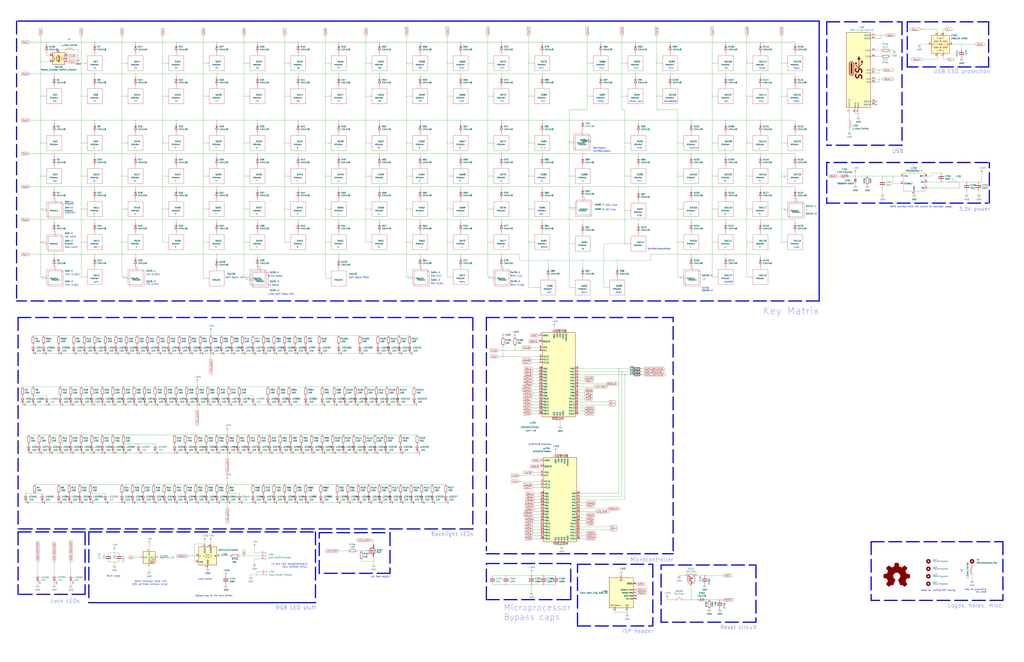
<source format=kicad_sch>
(kicad_sch (version 20200828) (generator eeschema)
  (page 1 1)
  (paper "D")
  (junction (at 27.94 326.39) (diameter 0.3048))
  (junction (at 27.94 334.01) (diameter 0.3048))
  (junction (at 27.94 341.63) (diameter 0.3048))
  (junction (at 29.21 416.56) (diameter 0.3048))
  (junction (at 33.02 367.03) (diameter 0.3048))
  (junction (at 33.02 382.27) (diameter 0.3048))
  (junction (at 34.29 52.07) (diameter 0.3048))
  (junction (at 34.29 81.28) (diameter 0.3048))
  (junction (at 34.29 120.65) (diameter 0.3048))
  (junction (at 34.29 148.59) (diameter 0.3048))
  (junction (at 34.29 176.53) (diameter 0.3048))
  (junction (at 34.29 204.47) (diameter 0.3048))
  (junction (at 35.56 176.53) (diameter 0.3048))
  (junction (at 35.56 204.47) (diameter 0.3048))
  (junction (at 35.56 233.68) (diameter 0.3048))
  (junction (at 35.56 424.18) (diameter 0.3048))
  (junction (at 36.83 283.21) (diameter 0.3048))
  (junction (at 36.83 298.45) (diameter 0.3048))
  (junction (at 39.37 35.56) (diameter 0.3048))
  (junction (at 39.37 341.63) (diameter 0.3048))
  (junction (at 41.91 367.03) (diameter 0.3048))
  (junction (at 41.91 382.27) (diameter 0.3048))
  (junction (at 45.72 62.23) (diameter 0.3048))
  (junction (at 45.72 101.6) (diameter 0.3048))
  (junction (at 45.72 129.54) (diameter 0.3048))
  (junction (at 45.72 157.48) (diameter 0.3048))
  (junction (at 45.72 167.64) (diameter 0.3048))
  (junction (at 45.72 185.42) (diameter 0.3048))
  (junction (at 45.72 195.58) (diameter 0.3048))
  (junction (at 45.72 214.63) (diameter 0.3048))
  (junction (at 45.72 224.79) (diameter 0.3048))
  (junction (at 49.53 283.21) (diameter 0.3048))
  (junction (at 49.53 298.45) (diameter 0.3048))
  (junction (at 49.53 408.94) (diameter 0.3048))
  (junction (at 49.53 424.18) (diameter 0.3048))
  (junction (at 50.8 326.39) (diameter 0.3048))
  (junction (at 50.8 341.63) (diameter 0.3048))
  (junction (at 50.8 367.03) (diameter 0.3048))
  (junction (at 50.8 382.27) (diameter 0.3048))
  (junction (at 58.42 408.94) (diameter 0.3048))
  (junction (at 58.42 424.18) (diameter 0.3048))
  (junction (at 59.69 326.39) (diameter 0.3048))
  (junction (at 59.69 341.63) (diameter 0.3048))
  (junction (at 59.69 367.03) (diameter 0.3048))
  (junction (at 59.69 382.27) (diameter 0.3048))
  (junction (at 62.23 283.21) (diameter 0.3048))
  (junction (at 62.23 298.45) (diameter 0.3048))
  (junction (at 66.04 49.53) (diameter 0.3048))
  (junction (at 67.31 408.94) (diameter 0.3048))
  (junction (at 67.31 424.18) (diameter 0.3048))
  (junction (at 68.58 53.34) (diameter 0.3048))
  (junction (at 68.58 81.28) (diameter 0.3048))
  (junction (at 68.58 120.65) (diameter 0.3048))
  (junction (at 68.58 148.59) (diameter 0.3048))
  (junction (at 68.58 176.53) (diameter 0.3048))
  (junction (at 68.58 204.47) (diameter 0.3048))
  (junction (at 68.58 326.39) (diameter 0.3048))
  (junction (at 68.58 341.63) (diameter 0.3048))
  (junction (at 68.58 367.03) (diameter 0.3048))
  (junction (at 68.58 382.27) (diameter 0.3048))
  (junction (at 71.12 283.21) (diameter 0.3048))
  (junction (at 71.12 298.45) (diameter 0.3048))
  (junction (at 76.2 408.94) (diameter 0.3048))
  (junction (at 76.2 416.56) (diameter 0.3048))
  (junction (at 76.2 424.18) (diameter 0.3048))
  (junction (at 77.47 326.39) (diameter 0.3048))
  (junction (at 77.47 341.63) (diameter 0.3048))
  (junction (at 77.47 367.03) (diameter 0.3048))
  (junction (at 77.47 382.27) (diameter 0.3048))
  (junction (at 80.01 35.56) (diameter 0.3048))
  (junction (at 80.01 62.23) (diameter 0.3048))
  (junction (at 80.01 101.6) (diameter 0.3048))
  (junction (at 80.01 129.54) (diameter 0.3048))
  (junction (at 80.01 157.48) (diameter 0.3048))
  (junction (at 80.01 185.42) (diameter 0.3048))
  (junction (at 80.01 214.63) (diameter 0.3048))
  (junction (at 80.01 283.21) (diameter 0.3048))
  (junction (at 80.01 298.45) (diameter 0.3048))
  (junction (at 86.36 326.39) (diameter 0.3048))
  (junction (at 86.36 341.63) (diameter 0.3048))
  (junction (at 86.36 367.03) (diameter 0.3048))
  (junction (at 86.36 382.27) (diameter 0.3048))
  (junction (at 88.9 283.21) (diameter 0.3048))
  (junction (at 88.9 298.45) (diameter 0.3048))
  (junction (at 88.9 424.18) (diameter 0.3048))
  (junction (at 95.25 326.39) (diameter 0.3048))
  (junction (at 95.25 341.63) (diameter 0.3048))
  (junction (at 95.25 367.03) (diameter 0.3048))
  (junction (at 95.25 382.27) (diameter 0.3048))
  (junction (at 96.52 466.725) (diameter 0.3048))
  (junction (at 96.52 474.345) (diameter 0.3048))
  (junction (at 97.79 283.21) (diameter 0.3048))
  (junction (at 97.79 298.45) (diameter 0.3048))
  (junction (at 102.87 53.34) (diameter 0.3048))
  (junction (at 102.87 81.28) (diameter 0.3048))
  (junction (at 102.87 120.65) (diameter 0.3048))
  (junction (at 102.87 148.59) (diameter 0.3048))
  (junction (at 102.87 176.53) (diameter 0.3048))
  (junction (at 102.87 204.47) (diameter 0.3048))
  (junction (at 102.87 408.94) (diameter 0.3048))
  (junction (at 102.87 424.18) (diameter 0.3048))
  (junction (at 104.14 233.68) (diameter 0.3048))
  (junction (at 104.14 326.39) (diameter 0.3048))
  (junction (at 104.14 341.63) (diameter 0.3048))
  (junction (at 104.14 367.03) (diameter 0.3048))
  (junction (at 104.14 374.65) (diameter 0.3048))
  (junction (at 104.14 382.27) (diameter 0.3048))
  (junction (at 106.68 283.21) (diameter 0.3048))
  (junction (at 106.68 298.45) (diameter 0.3048))
  (junction (at 111.76 408.94) (diameter 0.3048))
  (junction (at 111.76 424.18) (diameter 0.3048))
  (junction (at 113.03 326.39) (diameter 0.3048))
  (junction (at 113.03 341.63) (diameter 0.3048))
  (junction (at 114.3 35.56) (diameter 0.3048))
  (junction (at 114.3 62.23) (diameter 0.3048))
  (junction (at 114.3 101.6) (diameter 0.3048))
  (junction (at 114.3 129.54) (diameter 0.3048))
  (junction (at 114.3 157.48) (diameter 0.3048))
  (junction (at 114.3 185.42) (diameter 0.3048))
  (junction (at 114.3 214.63) (diameter 0.3048))
  (junction (at 114.3 224.79) (diameter 0.3048))
  (junction (at 115.57 283.21) (diameter 0.3048))
  (junction (at 115.57 298.45) (diameter 0.3048))
  (junction (at 116.84 374.65) (diameter 0.3048))
  (junction (at 116.84 382.27) (diameter 0.3048))
  (junction (at 120.65 408.94) (diameter 0.3048))
  (junction (at 120.65 424.18) (diameter 0.3048))
  (junction (at 121.92 326.39) (diameter 0.3048))
  (junction (at 121.92 341.63) (diameter 0.3048))
  (junction (at 124.46 283.21) (diameter 0.3048))
  (junction (at 124.46 298.45) (diameter 0.3048))
  (junction (at 129.54 408.94) (diameter 0.3048))
  (junction (at 129.54 424.18) (diameter 0.3048))
  (junction (at 130.81 326.39) (diameter 0.3048))
  (junction (at 130.81 341.63) (diameter 0.3048))
  (junction (at 130.81 382.27) (diameter 0.3048))
  (junction (at 133.35 283.21) (diameter 0.3048))
  (junction (at 133.35 298.45) (diameter 0.3048))
  (junction (at 137.16 53.34) (diameter 0.3048))
  (junction (at 137.16 81.28) (diameter 0.3048))
  (junction (at 137.16 120.65) (diameter 0.3048))
  (junction (at 137.16 148.59) (diameter 0.3048))
  (junction (at 137.16 176.53) (diameter 0.3048))
  (junction (at 138.43 408.94) (diameter 0.3048))
  (junction (at 138.43 424.18) (diameter 0.3048))
  (junction (at 139.7 326.39) (diameter 0.3048))
  (junction (at 139.7 341.63) (diameter 0.3048))
  (junction (at 142.24 283.21) (diameter 0.3048))
  (junction (at 142.24 298.45) (diameter 0.3048))
  (junction (at 147.32 367.03) (diameter 0.3048))
  (junction (at 147.32 382.27) (diameter 0.3048))
  (junction (at 147.32 408.94) (diameter 0.3048))
  (junction (at 147.32 424.18) (diameter 0.3048))
  (junction (at 148.59 35.56) (diameter 0.3048))
  (junction (at 148.59 62.23) (diameter 0.3048))
  (junction (at 148.59 101.6) (diameter 0.3048))
  (junction (at 148.59 129.54) (diameter 0.3048))
  (junction (at 148.59 157.48) (diameter 0.3048))
  (junction (at 148.59 185.42) (diameter 0.3048))
  (junction (at 148.59 326.39) (diameter 0.3048))
  (junction (at 148.59 341.63) (diameter 0.3048))
  (junction (at 151.13 283.21) (diameter 0.3048))
  (junction (at 151.13 298.45) (diameter 0.3048))
  (junction (at 156.21 367.03) (diameter 0.3048))
  (junction (at 156.21 382.27) (diameter 0.3048))
  (junction (at 156.21 408.94) (diameter 0.3048))
  (junction (at 156.21 424.18) (diameter 0.3048))
  (junction (at 157.48 326.39) (diameter 0.3048))
  (junction (at 157.48 341.63) (diameter 0.3048))
  (junction (at 160.02 283.21) (diameter 0.3048))
  (junction (at 160.02 298.45) (diameter 0.3048))
  (junction (at 165.1 367.03) (diameter 0.3048))
  (junction (at 165.1 382.27) (diameter 0.3048))
  (junction (at 165.1 408.94) (diameter 0.3048))
  (junction (at 165.1 424.18) (diameter 0.3048))
  (junction (at 166.37 326.39) (diameter 0.3048))
  (junction (at 166.37 341.63) (diameter 0.3048))
  (junction (at 168.91 283.21) (diameter 0.3048))
  (junction (at 168.91 298.45) (diameter 0.3048))
  (junction (at 171.45 53.34) (diameter 0.3048))
  (junction (at 171.45 81.28) (diameter 0.3048))
  (junction (at 171.45 120.65) (diameter 0.3048))
  (junction (at 171.45 148.59) (diameter 0.3048))
  (junction (at 171.45 176.53) (diameter 0.3048))
  (junction (at 171.45 204.47) (diameter 0.3048))
  (junction (at 172.72 459.105) (diameter 0.3048))
  (junction (at 173.99 367.03) (diameter 0.3048))
  (junction (at 173.99 382.27) (diameter 0.3048))
  (junction (at 173.99 408.94) (diameter 0.3048))
  (junction (at 173.99 424.18) (diameter 0.3048))
  (junction (at 175.26 326.39) (diameter 0.3048))
  (junction (at 175.26 341.63) (diameter 0.3048))
  (junction (at 177.8 283.21) (diameter 0.3048))
  (junction (at 177.8 298.45) (diameter 0.3048))
  (junction (at 182.88 35.56) (diameter 0.3048))
  (junction (at 182.88 62.23) (diameter 0.3048))
  (junction (at 182.88 101.6) (diameter 0.3048))
  (junction (at 182.88 129.54) (diameter 0.3048))
  (junction (at 182.88 157.48) (diameter 0.3048))
  (junction (at 182.88 185.42) (diameter 0.3048))
  (junction (at 182.88 214.63) (diameter 0.3048))
  (junction (at 182.88 367.03) (diameter 0.3048))
  (junction (at 182.88 382.27) (diameter 0.3048))
  (junction (at 182.88 408.94) (diameter 0.3048))
  (junction (at 182.88 424.18) (diameter 0.3048))
  (junction (at 184.15 326.39) (diameter 0.3048))
  (junction (at 184.15 341.63) (diameter 0.3048))
  (junction (at 186.69 283.21) (diameter 0.3048))
  (junction (at 186.69 298.45) (diameter 0.3048))
  (junction (at 191.77 367.03) (diameter 0.3048))
  (junction (at 191.77 382.27) (diameter 0.3048))
  (junction (at 191.77 408.94) (diameter 0.3048))
  (junction (at 191.77 416.56) (diameter 0.3048))
  (junction (at 191.77 424.18) (diameter 0.3048))
  (junction (at 193.04 326.39) (diameter 0.3048))
  (junction (at 193.04 341.63) (diameter 0.3048))
  (junction (at 195.58 283.21) (diameter 0.3048))
  (junction (at 195.58 298.45) (diameter 0.3048))
  (junction (at 200.66 367.03) (diameter 0.3048))
  (junction (at 200.66 382.27) (diameter 0.3048))
  (junction (at 201.93 326.39) (diameter 0.3048))
  (junction (at 201.93 334.01) (diameter 0.3048))
  (junction (at 201.93 341.63) (diameter 0.3048))
  (junction (at 201.93 424.18) (diameter 0.3048))
  (junction (at 204.47 283.21) (diameter 0.3048))
  (junction (at 204.47 298.45) (diameter 0.3048))
  (junction (at 205.74 53.34) (diameter 0.3048))
  (junction (at 205.74 81.28) (diameter 0.3048))
  (junction (at 205.74 120.65) (diameter 0.3048))
  (junction (at 205.74 148.59) (diameter 0.3048))
  (junction (at 205.74 176.53) (diameter 0.3048))
  (junction (at 205.74 204.47) (diameter 0.3048))
  (junction (at 205.74 469.265) (diameter 0.3048))
  (junction (at 207.01 233.68) (diameter 0.3048))
  (junction (at 208.28 234.95) (diameter 0.3048))
  (junction (at 209.55 367.03) (diameter 0.3048))
  (junction (at 209.55 382.27) (diameter 0.3048))
  (junction (at 213.36 283.21) (diameter 0.3048))
  (junction (at 213.36 298.45) (diameter 0.3048))
  (junction (at 213.36 341.63) (diameter 0.3048))
  (junction (at 213.36 408.94) (diameter 0.3048))
  (junction (at 213.36 424.18) (diameter 0.3048))
  (junction (at 216.535 485.14) (diameter 0.3048))
  (junction (at 217.17 35.56) (diameter 0.3048))
  (junction (at 217.17 62.23) (diameter 0.3048))
  (junction (at 217.17 101.6) (diameter 0.3048))
  (junction (at 217.17 129.54) (diameter 0.3048))
  (junction (at 217.17 157.48) (diameter 0.3048))
  (junction (at 217.17 185.42) (diameter 0.3048))
  (junction (at 217.17 214.63) (diameter 0.3048))
  (junction (at 217.17 224.79) (diameter 0.3048))
  (junction (at 218.44 224.79) (diameter 0.3048))
  (junction (at 218.44 367.03) (diameter 0.3048))
  (junction (at 218.44 382.27) (diameter 0.3048))
  (junction (at 222.25 283.21) (diameter 0.3048))
  (junction (at 222.25 298.45) (diameter 0.3048))
  (junction (at 222.25 408.94) (diameter 0.3048))
  (junction (at 222.25 424.18) (diameter 0.3048))
  (junction (at 226.06 326.39) (diameter 0.3048))
  (junction (at 226.06 341.63) (diameter 0.3048))
  (junction (at 227.33 367.03) (diameter 0.3048))
  (junction (at 227.33 382.27) (diameter 0.3048))
  (junction (at 231.14 283.21) (diameter 0.3048))
  (junction (at 231.14 298.45) (diameter 0.3048))
  (junction (at 231.14 408.94) (diameter 0.3048))
  (junction (at 231.14 424.18) (diameter 0.3048))
  (junction (at 234.95 326.39) (diameter 0.3048))
  (junction (at 234.95 341.63) (diameter 0.3048))
  (junction (at 236.22 367.03) (diameter 0.3048))
  (junction (at 236.22 382.27) (diameter 0.3048))
  (junction (at 240.03 53.34) (diameter 0.3048))
  (junction (at 240.03 81.28) (diameter 0.3048))
  (junction (at 240.03 120.65) (diameter 0.3048))
  (junction (at 240.03 148.59) (diameter 0.3048))
  (junction (at 240.03 176.53) (diameter 0.3048))
  (junction (at 240.03 283.21) (diameter 0.3048))
  (junction (at 240.03 298.45) (diameter 0.3048))
  (junction (at 240.03 408.94) (diameter 0.3048))
  (junction (at 240.03 424.18) (diameter 0.3048))
  (junction (at 243.84 326.39) (diameter 0.3048))
  (junction (at 243.84 341.63) (diameter 0.3048))
  (junction (at 245.11 367.03) (diameter 0.3048))
  (junction (at 245.11 382.27) (diameter 0.3048))
  (junction (at 248.92 283.21) (diameter 0.3048))
  (junction (at 248.92 298.45) (diameter 0.3048))
  (junction (at 248.92 408.94) (diameter 0.3048))
  (junction (at 248.92 424.18) (diameter 0.3048))
  (junction (at 251.46 35.56) (diameter 0.3048))
  (junction (at 251.46 62.23) (diameter 0.3048))
  (junction (at 251.46 101.6) (diameter 0.3048))
  (junction (at 251.46 129.54) (diameter 0.3048))
  (junction (at 251.46 157.48) (diameter 0.3048))
  (junction (at 251.46 185.42) (diameter 0.3048))
  (junction (at 254 367.03) (diameter 0.3048))
  (junction (at 254 382.27) (diameter 0.3048))
  (junction (at 257.81 283.21) (diameter 0.3048))
  (junction (at 257.81 298.45) (diameter 0.3048))
  (junction (at 257.81 326.39) (diameter 0.3048))
  (junction (at 257.81 341.63) (diameter 0.3048))
  (junction (at 257.81 408.94) (diameter 0.3048))
  (junction (at 257.81 424.18) (diameter 0.3048))
  (junction (at 262.89 367.03) (diameter 0.3048))
  (junction (at 262.89 382.27) (diameter 0.3048))
  (junction (at 269.24 283.21) (diameter 0.3048))
  (junction (at 269.24 298.45) (diameter 0.3048))
  (junction (at 270.51 408.94) (diameter 0.3048))
  (junction (at 270.51 424.18) (diameter 0.3048))
  (junction (at 271.78 326.39) (diameter 0.3048))
  (junction (at 271.78 341.63) (diameter 0.3048))
  (junction (at 271.78 367.03) (diameter 0.3048))
  (junction (at 271.78 382.27) (diameter 0.3048))
  (junction (at 274.32 53.34) (diameter 0.3048))
  (junction (at 274.32 81.28) (diameter 0.3048))
  (junction (at 274.32 120.65) (diameter 0.3048))
  (junction (at 274.32 148.59) (diameter 0.3048))
  (junction (at 274.32 176.53) (diameter 0.3048))
  (junction (at 274.32 204.47) (diameter 0.3048))
  (junction (at 280.67 367.03) (diameter 0.3048))
  (junction (at 280.67 382.27) (diameter 0.3048))
  (junction (at 281.94 326.39) (diameter 0.3048))
  (junction (at 281.94 341.63) (diameter 0.3048))
  (junction (at 284.48 408.94) (diameter 0.3048))
  (junction (at 284.48 424.18) (diameter 0.3048))
  (junction (at 285.75 35.56) (diameter 0.3048))
  (junction (at 285.75 62.23) (diameter 0.3048))
  (junction (at 285.75 101.6) (diameter 0.3048))
  (junction (at 285.75 129.54) (diameter 0.3048))
  (junction (at 285.75 157.48) (diameter 0.3048))
  (junction (at 285.75 185.42) (diameter 0.3048))
  (junction (at 285.75 214.63) (diameter 0.3048))
  (junction (at 285.75 283.21) (diameter 0.3048))
  (junction (at 285.75 298.45) (diameter 0.3048))
  (junction (at 289.56 367.03) (diameter 0.3048))
  (junction (at 289.56 382.27) (diameter 0.3048))
  (junction (at 290.83 326.39) (diameter 0.3048))
  (junction (at 290.83 341.63) (diameter 0.3048))
  (junction (at 293.37 408.94) (diameter 0.3048))
  (junction (at 293.37 424.18) (diameter 0.3048))
  (junction (at 298.45 367.03) (diameter 0.3048))
  (junction (at 298.45 382.27) (diameter 0.3048))
  (junction (at 299.72 326.39) (diameter 0.3048))
  (junction (at 299.72 341.63) (diameter 0.3048))
  (junction (at 302.26 408.94) (diameter 0.3048))
  (junction (at 302.26 424.18) (diameter 0.3048))
  (junction (at 303.53 283.21) (diameter 0.3048))
  (junction (at 303.53 298.45) (diameter 0.3048))
  (junction (at 304.8 464.82) (diameter 0.3048))
  (junction (at 307.34 367.03) (diameter 0.3048))
  (junction (at 307.34 382.27) (diameter 0.3048))
  (junction (at 308.61 53.34) (diameter 0.3048))
  (junction (at 308.61 81.28) (diameter 0.3048))
  (junction (at 308.61 120.65) (diameter 0.3048))
  (junction (at 308.61 148.59) (diameter 0.3048))
  (junction (at 308.61 176.53) (diameter 0.3048))
  (junction (at 308.61 326.39) (diameter 0.3048))
  (junction (at 308.61 341.63) (diameter 0.3048))
  (junction (at 311.15 408.94) (diameter 0.3048))
  (junction (at 311.15 424.18) (diameter 0.3048))
  (junction (at 314.96 473.71) (diameter 0.3048))
  (junction (at 316.23 367.03) (diameter 0.3048))
  (junction (at 316.23 382.27) (diameter 0.3048))
  (junction (at 317.5 326.39) (diameter 0.3048))
  (junction (at 317.5 341.63) (diameter 0.3048))
  (junction (at 318.77 283.21) (diameter 0.3048))
  (junction (at 318.77 298.45) (diameter 0.3048))
  (junction (at 320.04 35.56) (diameter 0.3048))
  (junction (at 320.04 62.23) (diameter 0.3048))
  (junction (at 320.04 101.6) (diameter 0.3048))
  (junction (at 320.04 129.54) (diameter 0.3048))
  (junction (at 320.04 157.48) (diameter 0.3048))
  (junction (at 320.04 185.42) (diameter 0.3048))
  (junction (at 320.04 408.94) (diameter 0.3048))
  (junction (at 320.04 424.18) (diameter 0.3048))
  (junction (at 325.12 367.03) (diameter 0.3048))
  (junction (at 325.12 382.27) (diameter 0.3048))
  (junction (at 326.39 326.39) (diameter 0.3048))
  (junction (at 326.39 341.63) (diameter 0.3048))
  (junction (at 327.66 283.21) (diameter 0.3048))
  (junction (at 327.66 298.45) (diameter 0.3048))
  (junction (at 328.93 408.94) (diameter 0.3048))
  (junction (at 328.93 424.18) (diameter 0.3048))
  (junction (at 335.28 326.39) (diameter 0.3048))
  (junction (at 335.28 341.63) (diameter 0.3048))
  (junction (at 336.55 283.21) (diameter 0.3048))
  (junction (at 336.55 298.45) (diameter 0.3048))
  (junction (at 337.82 367.03) (diameter 0.3048))
  (junction (at 337.82 382.27) (diameter 0.3048))
  (junction (at 337.82 408.94) (diameter 0.3048))
  (junction (at 337.82 424.18) (diameter 0.3048))
  (junction (at 342.9 53.34) (diameter 0.3048))
  (junction (at 342.9 81.28) (diameter 0.3048))
  (junction (at 342.9 120.65) (diameter 0.3048))
  (junction (at 342.9 148.59) (diameter 0.3048))
  (junction (at 342.9 176.53) (diameter 0.3048))
  (junction (at 342.9 204.47) (diameter 0.3048))
  (junction (at 344.17 233.68) (diameter 0.3048))
  (junction (at 346.71 408.94) (diameter 0.3048))
  (junction (at 346.71 424.18) (diameter 0.3048))
  (junction (at 354.33 35.56) (diameter 0.3048))
  (junction (at 354.33 62.23) (diameter 0.3048))
  (junction (at 354.33 101.6) (diameter 0.3048))
  (junction (at 354.33 129.54) (diameter 0.3048))
  (junction (at 354.33 157.48) (diameter 0.3048))
  (junction (at 354.33 185.42) (diameter 0.3048))
  (junction (at 354.33 214.63) (diameter 0.3048))
  (junction (at 354.33 224.79) (diameter 0.3048))
  (junction (at 355.6 408.94) (diameter 0.3048))
  (junction (at 355.6 424.18) (diameter 0.3048))
  (junction (at 364.49 408.94) (diameter 0.3048))
  (junction (at 364.49 424.18) (diameter 0.3048))
  (junction (at 377.19 53.34) (diameter 0.3048))
  (junction (at 377.19 81.28) (diameter 0.3048))
  (junction (at 377.19 120.65) (diameter 0.3048))
  (junction (at 377.19 148.59) (diameter 0.3048))
  (junction (at 377.19 176.53) (diameter 0.3048))
  (junction (at 377.19 204.47) (diameter 0.3048))
  (junction (at 388.62 35.56) (diameter 0.3048))
  (junction (at 388.62 62.23) (diameter 0.3048))
  (junction (at 388.62 101.6) (diameter 0.3048))
  (junction (at 388.62 129.54) (diameter 0.3048))
  (junction (at 388.62 157.48) (diameter 0.3048))
  (junction (at 388.62 185.42) (diameter 0.3048))
  (junction (at 388.62 214.63) (diameter 0.3048))
  (junction (at 411.48 53.34) (diameter 0.3048))
  (junction (at 411.48 81.28) (diameter 0.3048))
  (junction (at 411.48 120.65) (diameter 0.3048))
  (junction (at 411.48 148.59) (diameter 0.3048))
  (junction (at 411.48 176.53) (diameter 0.3048))
  (junction (at 411.48 204.47) (diameter 0.3048))
  (junction (at 412.75 233.68) (diameter 0.3048))
  (junction (at 422.91 35.56) (diameter 0.3048))
  (junction (at 422.91 62.23) (diameter 0.3048))
  (junction (at 422.91 101.6) (diameter 0.3048))
  (junction (at 422.91 129.54) (diameter 0.3048))
  (junction (at 422.91 157.48) (diameter 0.3048))
  (junction (at 422.91 185.42) (diameter 0.3048))
  (junction (at 422.91 214.63) (diameter 0.3048))
  (junction (at 422.91 224.79) (diameter 0.3048))
  (junction (at 424.18 300.99) (diameter 0.3048))
  (junction (at 426.72 485.775) (diameter 0.3048))
  (junction (at 426.72 493.395) (diameter 0.3048))
  (junction (at 434.34 295.91) (diameter 0.3048))
  (junction (at 445.77 53.34) (diameter 0.3048))
  (junction (at 445.77 81.28) (diameter 0.3048))
  (junction (at 445.77 120.65) (diameter 0.3048))
  (junction (at 445.77 148.59) (diameter 0.3048))
  (junction (at 445.77 176.53) (diameter 0.3048))
  (junction (at 445.77 204.47) (diameter 0.3048))
  (junction (at 448.31 485.775) (diameter 0.3048))
  (junction (at 448.31 493.395) (diameter 0.3048))
  (junction (at 457.2 35.56) (diameter 0.3048))
  (junction (at 457.2 62.23) (diameter 0.3048))
  (junction (at 457.2 101.6) (diameter 0.3048))
  (junction (at 457.2 129.54) (diameter 0.3048))
  (junction (at 457.2 157.48) (diameter 0.3048))
  (junction (at 457.2 185.42) (diameter 0.3048))
  (junction (at 458.47 485.775) (diameter 0.3048))
  (junction (at 458.47 493.395) (diameter 0.3048))
  (junction (at 462.28 219.71) (diameter 0.3048))
  (junction (at 467.36 278.13) (diameter 0.3048))
  (junction (at 468.63 383.54) (diameter 0.3048))
  (junction (at 469.9 278.13) (diameter 0.3048))
  (junction (at 469.9 354.33) (diameter 0.3048))
  (junction (at 471.17 383.54) (diameter 0.3048))
  (junction (at 471.17 459.74) (diameter 0.3048))
  (junction (at 472.44 278.13) (diameter 0.3048))
  (junction (at 472.44 354.33) (diameter 0.3048))
  (junction (at 473.71 383.54) (diameter 0.3048))
  (junction (at 473.71 459.74) (diameter 0.3048))
  (junction (at 474.98 278.13) (diameter 0.3048))
  (junction (at 476.25 383.54) (diameter 0.3048))
  (junction (at 476.25 459.74) (diameter 0.3048))
  (junction (at 480.06 119.38) (diameter 0.3048))
  (junction (at 480.06 120.65) (diameter 0.3048))
  (junction (at 480.06 148.59) (diameter 0.3048))
  (junction (at 480.06 175.26) (diameter 0.3048))
  (junction (at 480.06 205.74) (diameter 0.3048))
  (junction (at 481.33 175.26) (diameter 0.3048))
  (junction (at 491.49 101.6) (diameter 0.3048))
  (junction (at 491.49 109.22) (diameter 0.3048))
  (junction (at 491.49 129.54) (diameter 0.3048))
  (junction (at 491.49 157.48) (diameter 0.3048))
  (junction (at 491.49 166.37) (diameter 0.3048))
  (junction (at 491.49 185.42) (diameter 0.3048))
  (junction (at 491.49 219.71) (diameter 0.3048))
  (junction (at 495.3 53.34) (diameter 0.3048))
  (junction (at 495.3 81.28) (diameter 0.3048))
  (junction (at 506.73 35.56) (diameter 0.3048))
  (junction (at 506.73 62.23) (diameter 0.3048))
  (junction (at 520.7 219.71) (diameter 0.3048))
  (junction (at 521.97 311.15) (diameter 0.3048))
  (junction (at 524.51 53.34) (diameter 0.3048))
  (junction (at 524.51 81.28) (diameter 0.3048))
  (junction (at 524.51 313.69) (diameter 0.3048))
  (junction (at 527.05 120.65) (diameter 0.3048))
  (junction (at 527.05 148.59) (diameter 0.3048))
  (junction (at 527.05 177.8) (diameter 0.3048))
  (junction (at 527.05 205.74) (diameter 0.3048))
  (junction (at 527.05 316.23) (diameter 0.3048))
  (junction (at 528.955 516.89) (diameter 0.3048))
  (junction (at 535.94 35.56) (diameter 0.3048))
  (junction (at 535.94 62.23) (diameter 0.3048))
  (junction (at 538.48 101.6) (diameter 0.3048))
  (junction (at 538.48 129.54) (diameter 0.3048))
  (junction (at 538.48 157.48) (diameter 0.3048))
  (junction (at 538.48 185.42) (diameter 0.3048))
  (junction (at 553.72 53.34) (diameter 0.3048))
  (junction (at 553.72 81.28) (diameter 0.3048))
  (junction (at 565.15 35.56) (diameter 0.3048))
  (junction (at 565.15 62.23) (diameter 0.3048))
  (junction (at 571.5 120.65) (diameter 0.3048))
  (junction (at 571.5 148.59) (diameter 0.3048))
  (junction (at 571.5 176.53) (diameter 0.3048))
  (junction (at 571.5 204.47) (diameter 0.3048))
  (junction (at 574.04 233.68) (diameter 0.3048))
  (junction (at 582.93 101.6) (diameter 0.3048))
  (junction (at 582.93 129.54) (diameter 0.3048))
  (junction (at 582.93 157.48) (diameter 0.3048))
  (junction (at 582.93 185.42) (diameter 0.3048))
  (junction (at 582.93 214.63) (diameter 0.3048))
  (junction (at 582.93 224.79) (diameter 0.3048))
  (junction (at 582.93 506.095) (diameter 0.3048))
  (junction (at 594.36 485.775) (diameter 0.3048))
  (junction (at 598.17 506.095) (diameter 0.3048))
  (junction (at 600.71 53.34) (diameter 0.3048))
  (junction (at 600.71 81.28) (diameter 0.3048))
  (junction (at 600.71 120.65) (diameter 0.3048))
  (junction (at 600.71 148.59) (diameter 0.3048))
  (junction (at 600.71 176.53) (diameter 0.3048))
  (junction (at 600.71 204.47) (diameter 0.3048))
  (junction (at 607.06 506.095) (diameter 0.3048))
  (junction (at 612.14 35.56) (diameter 0.3048))
  (junction (at 612.14 62.23) (diameter 0.3048))
  (junction (at 612.14 101.6) (diameter 0.3048))
  (junction (at 612.14 129.54) (diameter 0.3048))
  (junction (at 612.14 157.48) (diameter 0.3048))
  (junction (at 612.14 185.42) (diameter 0.3048))
  (junction (at 612.14 214.63) (diameter 0.3048))
  (junction (at 629.92 53.34) (diameter 0.3048))
  (junction (at 629.92 81.28) (diameter 0.3048))
  (junction (at 629.92 120.65) (diameter 0.3048))
  (junction (at 629.92 148.59) (diameter 0.3048))
  (junction (at 629.92 176.53) (diameter 0.3048))
  (junction (at 629.92 204.47) (diameter 0.3048))
  (junction (at 641.35 35.56) (diameter 0.3048))
  (junction (at 641.35 62.23) (diameter 0.3048))
  (junction (at 641.35 101.6) (diameter 0.3048))
  (junction (at 641.35 129.54) (diameter 0.3048))
  (junction (at 641.35 157.48) (diameter 0.3048))
  (junction (at 641.35 185.42) (diameter 0.3048))
  (junction (at 659.13 53.34) (diameter 0.3048))
  (junction (at 659.13 81.28) (diameter 0.3048))
  (junction (at 659.13 120.65) (diameter 0.3048))
  (junction (at 659.13 148.59) (diameter 0.3048))
  (junction (at 659.13 176.53) (diameter 0.3048))
  (junction (at 661.67 148.59) (diameter 0.3048))
  (junction (at 661.67 176.53) (diameter 0.3048))
  (junction (at 670.56 167.64) (diameter 0.3048))
  (junction (at 721.36 148.59) (diameter 0.3048))
  (junction (at 723.9 95.885) (diameter 0.3048))
  (junction (at 731.52 148.59) (diameter 0.3048))
  (junction (at 741.68 59.055) (diameter 0.3048))
  (junction (at 741.68 66.675) (diameter 0.3048))
  (junction (at 742.95 29.845) (diameter 0.3048))
  (junction (at 744.22 148.59) (diameter 0.3048))
  (junction (at 750.57 42.545) (diameter 0.3048))
  (junction (at 753.11 148.59) (diameter 0.3048))
  (junction (at 793.75 153.67) (diameter 0.3048))
  (junction (at 808.99 153.67) (diameter 0.3048))
  (junction (at 810.895 37.465) (diameter 0.3048))
  (junction (at 815.34 153.67) (diameter 0.3048))
  (junction (at 825.5 153.67) (diameter 0.3048))
  (no_connect (at 739.14 88.265))
  (no_connect (at 739.14 85.725))
  (no_connect (at 536.575 502.92))
  (no_connect (at 536.575 505.46))
  (wire (pts (xy 19.05 326.39) (xy 27.94 326.39)))
  (wire (pts (xy 19.05 341.63) (xy 27.94 341.63)))
  (wire (pts (xy 21.59 416.56) (xy 29.21 416.56)))
  (wire (pts (xy 21.59 424.18) (xy 35.56 424.18)))
  (wire (pts (xy 25.4 35.56) (xy 39.37 35.56)))
  (wire (pts (xy 25.4 62.23) (xy 45.72 62.23)))
  (wire (pts (xy 25.4 101.6) (xy 45.72 101.6)))
  (wire (pts (xy 25.4 129.54) (xy 45.72 129.54)))
  (wire (pts (xy 25.4 157.48) (xy 45.72 157.48)))
  (wire (pts (xy 25.4 185.42) (xy 45.72 185.42)))
  (wire (pts (xy 25.4 214.63) (xy 45.72 214.63)))
  (wire (pts (xy 27.94 326.39) (xy 50.8 326.39)))
  (wire (pts (xy 27.94 334.01) (xy 39.37 334.01)))
  (wire (pts (xy 27.94 341.63) (xy 39.37 341.63)))
  (wire (pts (xy 29.21 408.94) (xy 49.53 408.94)))
  (wire (pts (xy 29.21 416.56) (xy 35.56 416.56)))
  (wire (pts (xy 31.75 474.345) (xy 31.75 484.505)))
  (wire (pts (xy 31.75 493.395) (xy 31.75 492.125)))
  (wire (pts (xy 33.02 367.03) (xy 24.13 367.03)))
  (wire (pts (xy 33.02 382.27) (xy 24.13 382.27)))
  (wire (pts (xy 34.29 30.48) (xy 34.29 52.07)))
  (wire (pts (xy 34.29 52.07) (xy 34.29 81.28)))
  (wire (pts (xy 34.29 81.28) (xy 34.29 120.65)))
  (wire (pts (xy 34.29 120.65) (xy 34.29 148.59)))
  (wire (pts (xy 34.29 148.59) (xy 34.29 176.53)))
  (wire (pts (xy 34.29 176.53) (xy 34.29 204.47)))
  (wire (pts (xy 34.29 204.47) (xy 34.29 233.68)))
  (wire (pts (xy 35.56 176.53) (xy 34.29 176.53)))
  (wire (pts (xy 35.56 177.8) (xy 35.56 176.53)))
  (wire (pts (xy 35.56 204.47) (xy 34.29 204.47)))
  (wire (pts (xy 35.56 205.74) (xy 35.56 204.47)))
  (wire (pts (xy 35.56 233.68) (xy 34.29 233.68)))
  (wire (pts (xy 35.56 234.95) (xy 35.56 233.68)))
  (wire (pts (xy 35.56 424.18) (xy 49.53 424.18)))
  (wire (pts (xy 36.83 81.28) (xy 34.29 81.28)))
  (wire (pts (xy 36.83 120.65) (xy 34.29 120.65)))
  (wire (pts (xy 36.83 148.59) (xy 34.29 148.59)))
  (wire (pts (xy 36.83 176.53) (xy 35.56 176.53)))
  (wire (pts (xy 36.83 204.47) (xy 35.56 204.47)))
  (wire (pts (xy 36.83 233.68) (xy 35.56 233.68)))
  (wire (pts (xy 36.83 283.21) (xy 27.94 283.21)))
  (wire (pts (xy 36.83 283.21) (xy 49.53 283.21)))
  (wire (pts (xy 36.83 298.45) (xy 27.94 298.45)))
  (wire (pts (xy 36.83 298.45) (xy 49.53 298.45)))
  (wire (pts (xy 38.1 177.8) (xy 35.56 177.8)))
  (wire (pts (xy 38.1 205.74) (xy 35.56 205.74)))
  (wire (pts (xy 38.1 234.95) (xy 35.56 234.95)))
  (wire (pts (xy 39.37 35.56) (xy 80.01 35.56)))
  (wire (pts (xy 39.37 36.83) (xy 39.37 35.56)))
  (wire (pts (xy 39.37 46.99) (xy 39.37 44.45)))
  (wire (pts (xy 39.37 341.63) (xy 50.8 341.63)))
  (wire (pts (xy 41.91 46.99) (xy 39.37 46.99)))
  (wire (pts (xy 41.91 52.07) (xy 34.29 52.07)))
  (wire (pts (xy 41.91 367.03) (xy 33.02 367.03)))
  (wire (pts (xy 41.91 382.27) (xy 33.02 382.27)))
  (wire (pts (xy 45.72 62.23) (xy 45.72 64.77)))
  (wire (pts (xy 45.72 62.23) (xy 80.01 62.23)))
  (wire (pts (xy 45.72 101.6) (xy 45.72 104.14)))
  (wire (pts (xy 45.72 101.6) (xy 80.01 101.6)))
  (wire (pts (xy 45.72 129.54) (xy 45.72 132.08)))
  (wire (pts (xy 45.72 129.54) (xy 80.01 129.54)))
  (wire (pts (xy 45.72 157.48) (xy 45.72 160.02)))
  (wire (pts (xy 45.72 157.48) (xy 80.01 157.48)))
  (wire (pts (xy 45.72 185.42) (xy 45.72 187.96)))
  (wire (pts (xy 45.72 185.42) (xy 80.01 185.42)))
  (wire (pts (xy 45.72 214.63) (xy 45.72 217.17)))
  (wire (pts (xy 45.72 214.63) (xy 80.01 214.63)))
  (wire (pts (xy 45.72 224.79) (xy 46.99 224.79)))
  (wire (pts (xy 45.72 474.345) (xy 45.72 484.505)))
  (wire (pts (xy 45.72 493.395) (xy 45.72 492.125)))
  (wire (pts (xy 46.99 167.64) (xy 45.72 167.64)))
  (wire (pts (xy 46.99 168.91) (xy 46.99 167.64)))
  (wire (pts (xy 46.99 195.58) (xy 45.72 195.58)))
  (wire (pts (xy 46.99 196.85) (xy 46.99 195.58)))
  (wire (pts (xy 46.99 226.06) (xy 46.99 224.79)))
  (wire (pts (xy 49.53 41.91) (xy 54.61 41.91)))
  (wire (pts (xy 49.53 283.21) (xy 62.23 283.21)))
  (wire (pts (xy 49.53 298.45) (xy 62.23 298.45)))
  (wire (pts (xy 50.8 367.03) (xy 41.91 367.03)))
  (wire (pts (xy 50.8 382.27) (xy 41.91 382.27)))
  (wire (pts (xy 58.42 408.94) (xy 49.53 408.94)))
  (wire (pts (xy 58.42 424.18) (xy 49.53 424.18)))
  (wire (pts (xy 59.69 326.39) (xy 50.8 326.39)))
  (wire (pts (xy 59.69 341.63) (xy 50.8 341.63)))
  (wire (pts (xy 59.69 367.03) (xy 50.8 367.03)))
  (wire (pts (xy 59.69 382.27) (xy 50.8 382.27)))
  (wire (pts (xy 59.69 474.345) (xy 59.69 484.505)))
  (wire (pts (xy 59.69 492.125) (xy 59.69 493.395)))
  (wire (pts (xy 62.23 41.91) (xy 66.04 41.91)))
  (wire (pts (xy 66.04 41.91) (xy 66.04 49.53)) (stroke (width 0.1524)))
  (wire (pts (xy 66.04 49.53) (xy 57.15 49.53)))
  (wire (pts (xy 67.31 408.94) (xy 58.42 408.94)))
  (wire (pts (xy 67.31 424.18) (xy 58.42 424.18)))
  (wire (pts (xy 68.58 53.34) (xy 68.58 30.48)))
  (wire (pts (xy 68.58 53.34) (xy 68.58 81.28)))
  (wire (pts (xy 68.58 81.28) (xy 68.58 120.65)))
  (wire (pts (xy 68.58 148.59) (xy 68.58 120.65)))
  (wire (pts (xy 68.58 176.53) (xy 68.58 148.59)))
  (wire (pts (xy 68.58 204.47) (xy 68.58 176.53)))
  (wire (pts (xy 68.58 233.68) (xy 68.58 204.47)))
  (wire (pts (xy 68.58 326.39) (xy 59.69 326.39)))
  (wire (pts (xy 68.58 341.63) (xy 59.69 341.63)))
  (wire (pts (xy 68.58 367.03) (xy 59.69 367.03)))
  (wire (pts (xy 68.58 382.27) (xy 59.69 382.27)))
  (wire (pts (xy 71.12 53.34) (xy 68.58 53.34)))
  (wire (pts (xy 71.12 81.28) (xy 68.58 81.28)))
  (wire (pts (xy 71.12 120.65) (xy 68.58 120.65)))
  (wire (pts (xy 71.12 148.59) (xy 68.58 148.59)))
  (wire (pts (xy 71.12 176.53) (xy 68.58 176.53)))
  (wire (pts (xy 71.12 204.47) (xy 68.58 204.47)))
  (wire (pts (xy 71.12 233.68) (xy 68.58 233.68)))
  (wire (pts (xy 71.12 283.21) (xy 62.23 283.21)))
  (wire (pts (xy 71.12 298.45) (xy 62.23 298.45)))
  (wire (pts (xy 76.2 408.94) (xy 67.31 408.94)))
  (wire (pts (xy 76.2 408.94) (xy 102.87 408.94)))
  (wire (pts (xy 76.2 416.56) (xy 88.9 416.56)))
  (wire (pts (xy 76.2 424.18) (xy 67.31 424.18)))
  (wire (pts (xy 76.2 424.18) (xy 88.9 424.18)))
  (wire (pts (xy 77.47 326.39) (xy 68.58 326.39)))
  (wire (pts (xy 77.47 341.63) (xy 68.58 341.63)))
  (wire (pts (xy 77.47 367.03) (xy 68.58 367.03)))
  (wire (pts (xy 77.47 382.27) (xy 68.58 382.27)))
  (wire (pts (xy 80.01 36.83) (xy 80.01 35.56)))
  (wire (pts (xy 80.01 62.23) (xy 80.01 64.77)))
  (wire (pts (xy 80.01 62.23) (xy 114.3 62.23)))
  (wire (pts (xy 80.01 101.6) (xy 80.01 104.14)))
  (wire (pts (xy 80.01 101.6) (xy 114.3 101.6)))
  (wire (pts (xy 80.01 129.54) (xy 80.01 132.08)))
  (wire (pts (xy 80.01 129.54) (xy 114.3 129.54)))
  (wire (pts (xy 80.01 157.48) (xy 80.01 160.02)))
  (wire (pts (xy 80.01 157.48) (xy 114.3 157.48)))
  (wire (pts (xy 80.01 185.42) (xy 80.01 187.96)))
  (wire (pts (xy 80.01 185.42) (xy 114.3 185.42)))
  (wire (pts (xy 80.01 214.63) (xy 80.01 217.17)))
  (wire (pts (xy 80.01 214.63) (xy 114.3 214.63)))
  (wire (pts (xy 80.01 283.21) (xy 71.12 283.21)))
  (wire (pts (xy 80.01 298.45) (xy 71.12 298.45)))
  (wire (pts (xy 86.36 326.39) (xy 77.47 326.39)))
  (wire (pts (xy 86.36 341.63) (xy 77.47 341.63)))
  (wire (pts (xy 86.36 367.03) (xy 77.47 367.03)))
  (wire (pts (xy 86.36 382.27) (xy 77.47 382.27)))
  (wire (pts (xy 88.9 283.21) (xy 80.01 283.21)))
  (wire (pts (xy 88.9 298.45) (xy 80.01 298.45)))
  (wire (pts (xy 88.9 424.18) (xy 102.87 424.18)))
  (wire (pts (xy 91.44 466.725) (xy 96.52 466.725)))
  (wire (pts (xy 91.44 474.345) (xy 96.52 474.345)))
  (wire (pts (xy 95.25 326.39) (xy 86.36 326.39)))
  (wire (pts (xy 95.25 341.63) (xy 86.36 341.63)))
  (wire (pts (xy 95.25 367.03) (xy 86.36 367.03)))
  (wire (pts (xy 95.25 382.27) (xy 86.36 382.27)))
  (wire (pts (xy 96.52 464.185) (xy 96.52 466.725)))
  (wire (pts (xy 96.52 466.725) (xy 100.33 466.725)))
  (wire (pts (xy 96.52 474.345) (xy 96.52 476.885)))
  (wire (pts (xy 96.52 474.345) (xy 100.33 474.345)))
  (wire (pts (xy 97.79 283.21) (xy 88.9 283.21)))
  (wire (pts (xy 97.79 298.45) (xy 88.9 298.45)))
  (wire (pts (xy 102.87 53.34) (xy 102.87 30.48)))
  (wire (pts (xy 102.87 53.34) (xy 102.87 81.28)))
  (wire (pts (xy 102.87 81.28) (xy 102.87 120.65)))
  (wire (pts (xy 102.87 148.59) (xy 102.87 120.65)))
  (wire (pts (xy 102.87 176.53) (xy 102.87 148.59)))
  (wire (pts (xy 102.87 204.47) (xy 102.87 176.53)))
  (wire (pts (xy 102.87 233.68) (xy 102.87 204.47)))
  (wire (pts (xy 104.14 233.68) (xy 102.87 233.68)))
  (wire (pts (xy 104.14 234.95) (xy 104.14 233.68)))
  (wire (pts (xy 104.14 326.39) (xy 95.25 326.39)))
  (wire (pts (xy 104.14 341.63) (xy 95.25 341.63)))
  (wire (pts (xy 104.14 367.03) (xy 95.25 367.03)))
  (wire (pts (xy 104.14 367.03) (xy 147.32 367.03)))
  (wire (pts (xy 104.14 374.65) (xy 116.84 374.65)))
  (wire (pts (xy 104.14 382.27) (xy 95.25 382.27)))
  (wire (pts (xy 104.14 382.27) (xy 116.84 382.27)))
  (wire (pts (xy 105.41 53.34) (xy 102.87 53.34)))
  (wire (pts (xy 105.41 81.28) (xy 102.87 81.28)))
  (wire (pts (xy 105.41 120.65) (xy 102.87 120.65)))
  (wire (pts (xy 105.41 148.59) (xy 102.87 148.59)))
  (wire (pts (xy 105.41 176.53) (xy 102.87 176.53)))
  (wire (pts (xy 105.41 204.47) (xy 102.87 204.47)))
  (wire (pts (xy 105.41 233.68) (xy 104.14 233.68)))
  (wire (pts (xy 106.68 234.95) (xy 104.14 234.95)))
  (wire (pts (xy 106.68 283.21) (xy 97.79 283.21)))
  (wire (pts (xy 106.68 298.45) (xy 97.79 298.45)))
  (wire (pts (xy 111.76 408.94) (xy 102.87 408.94)))
  (wire (pts (xy 111.76 424.18) (xy 102.87 424.18)))
  (wire (pts (xy 113.03 326.39) (xy 104.14 326.39)))
  (wire (pts (xy 113.03 341.63) (xy 104.14 341.63)))
  (wire (pts (xy 113.03 470.535) (xy 118.11 470.535)))
  (wire (pts (xy 114.3 35.56) (xy 80.01 35.56)))
  (wire (pts (xy 114.3 36.83) (xy 114.3 35.56)))
  (wire (pts (xy 114.3 62.23) (xy 114.3 64.77)))
  (wire (pts (xy 114.3 62.23) (xy 148.59 62.23)))
  (wire (pts (xy 114.3 101.6) (xy 114.3 104.14)))
  (wire (pts (xy 114.3 101.6) (xy 148.59 101.6)))
  (wire (pts (xy 114.3 129.54) (xy 114.3 132.08)))
  (wire (pts (xy 114.3 129.54) (xy 148.59 129.54)))
  (wire (pts (xy 114.3 157.48) (xy 114.3 160.02)))
  (wire (pts (xy 114.3 157.48) (xy 148.59 157.48)))
  (wire (pts (xy 114.3 185.42) (xy 114.3 187.96)))
  (wire (pts (xy 114.3 185.42) (xy 148.59 185.42)))
  (wire (pts (xy 114.3 214.63) (xy 114.3 217.17)))
  (wire (pts (xy 114.3 214.63) (xy 182.88 214.63)))
  (wire (pts (xy 114.3 224.79) (xy 115.57 224.79)))
  (wire (pts (xy 115.57 224.79) (xy 115.57 226.06)))
  (wire (pts (xy 115.57 283.21) (xy 106.68 283.21)))
  (wire (pts (xy 115.57 298.45) (xy 106.68 298.45)))
  (wire (pts (xy 116.84 374.65) (xy 130.81 374.65)))
  (wire (pts (xy 116.84 382.27) (xy 130.81 382.27)))
  (wire (pts (xy 120.65 408.94) (xy 111.76 408.94)))
  (wire (pts (xy 120.65 424.18) (xy 111.76 424.18)))
  (wire (pts (xy 121.92 326.39) (xy 113.03 326.39)))
  (wire (pts (xy 121.92 341.63) (xy 113.03 341.63)))
  (wire (pts (xy 124.46 283.21) (xy 115.57 283.21)))
  (wire (pts (xy 124.46 298.45) (xy 115.57 298.45)))
  (wire (pts (xy 125.73 459.105) (xy 125.73 462.915)))
  (wire (pts (xy 125.73 478.155) (xy 125.73 481.965)))
  (wire (pts (xy 129.54 408.94) (xy 120.65 408.94)))
  (wire (pts (xy 129.54 424.18) (xy 120.65 424.18)))
  (wire (pts (xy 130.81 326.39) (xy 121.92 326.39)))
  (wire (pts (xy 130.81 341.63) (xy 121.92 341.63)))
  (wire (pts (xy 130.81 382.27) (xy 147.32 382.27)))
  (wire (pts (xy 133.35 283.21) (xy 124.46 283.21)))
  (wire (pts (xy 133.35 298.45) (xy 124.46 298.45)))
  (wire (pts (xy 137.16 30.48) (xy 137.16 53.34)))
  (wire (pts (xy 137.16 53.34) (xy 137.16 81.28)))
  (wire (pts (xy 137.16 81.28) (xy 137.16 120.65)))
  (wire (pts (xy 137.16 148.59) (xy 137.16 120.65)))
  (wire (pts (xy 137.16 176.53) (xy 137.16 148.59)))
  (wire (pts (xy 137.16 204.47) (xy 137.16 176.53)))
  (wire (pts (xy 138.43 408.94) (xy 129.54 408.94)))
  (wire (pts (xy 138.43 424.18) (xy 129.54 424.18)))
  (wire (pts (xy 139.7 53.34) (xy 137.16 53.34)))
  (wire (pts (xy 139.7 81.28) (xy 137.16 81.28)))
  (wire (pts (xy 139.7 120.65) (xy 137.16 120.65)))
  (wire (pts (xy 139.7 148.59) (xy 137.16 148.59)))
  (wire (pts (xy 139.7 176.53) (xy 137.16 176.53)))
  (wire (pts (xy 139.7 204.47) (xy 137.16 204.47)))
  (wire (pts (xy 139.7 326.39) (xy 130.81 326.39)))
  (wire (pts (xy 139.7 341.63) (xy 130.81 341.63)))
  (wire (pts (xy 142.24 283.21) (xy 133.35 283.21)))
  (wire (pts (xy 142.24 298.45) (xy 133.35 298.45)))
  (wire (pts (xy 147.32 408.94) (xy 138.43 408.94)))
  (wire (pts (xy 147.32 424.18) (xy 138.43 424.18)))
  (wire (pts (xy 148.59 35.56) (xy 114.3 35.56)))
  (wire (pts (xy 148.59 36.83) (xy 148.59 35.56)))
  (wire (pts (xy 148.59 62.23) (xy 148.59 64.77)))
  (wire (pts (xy 148.59 62.23) (xy 182.88 62.23)))
  (wire (pts (xy 148.59 101.6) (xy 148.59 104.14)))
  (wire (pts (xy 148.59 101.6) (xy 182.88 101.6)))
  (wire (pts (xy 148.59 129.54) (xy 148.59 132.08)))
  (wire (pts (xy 148.59 129.54) (xy 182.88 129.54)))
  (wire (pts (xy 148.59 157.48) (xy 148.59 160.02)))
  (wire (pts (xy 148.59 157.48) (xy 182.88 157.48)))
  (wire (pts (xy 148.59 185.42) (xy 148.59 187.96)))
  (wire (pts (xy 148.59 185.42) (xy 182.88 185.42)))
  (wire (pts (xy 148.59 326.39) (xy 139.7 326.39)))
  (wire (pts (xy 148.59 341.63) (xy 139.7 341.63)))
  (wire (pts (xy 151.13 283.21) (xy 142.24 283.21)))
  (wire (pts (xy 151.13 298.45) (xy 142.24 298.45)))
  (wire (pts (xy 156.21 367.03) (xy 147.32 367.03)))
  (wire (pts (xy 156.21 382.27) (xy 147.32 382.27)))
  (wire (pts (xy 156.21 408.94) (xy 147.32 408.94)))
  (wire (pts (xy 156.21 424.18) (xy 147.32 424.18)))
  (wire (pts (xy 157.48 326.39) (xy 148.59 326.39)))
  (wire (pts (xy 157.48 341.63) (xy 148.59 341.63)))
  (wire (pts (xy 158.75 469.265) (xy 165.1 469.265)))
  (wire (pts (xy 160.02 283.21) (xy 151.13 283.21)))
  (wire (pts (xy 160.02 298.45) (xy 151.13 298.45)))
  (wire (pts (xy 163.83 459.105) (xy 172.72 459.105)))
  (wire (pts (xy 163.83 474.345) (xy 163.83 459.105)))
  (wire (pts (xy 165.1 367.03) (xy 156.21 367.03)))
  (wire (pts (xy 165.1 382.27) (xy 156.21 382.27)))
  (wire (pts (xy 165.1 408.94) (xy 156.21 408.94)))
  (wire (pts (xy 165.1 424.18) (xy 156.21 424.18)))
  (wire (pts (xy 165.1 474.345) (xy 163.83 474.345)))
  (wire (pts (xy 166.37 326.39) (xy 157.48 326.39)))
  (wire (pts (xy 166.37 326.39) (xy 166.37 322.58)))
  (wire (pts (xy 166.37 341.63) (xy 157.48 341.63)))
  (wire (pts (xy 166.37 346.71) (xy 166.37 341.63)))
  (wire (pts (xy 168.91 283.21) (xy 160.02 283.21)))
  (wire (pts (xy 168.91 298.45) (xy 160.02 298.45)))
  (wire (pts (xy 171.45 53.34) (xy 171.45 30.48)))
  (wire (pts (xy 171.45 53.34) (xy 171.45 81.28)))
  (wire (pts (xy 171.45 81.28) (xy 171.45 120.65)))
  (wire (pts (xy 171.45 148.59) (xy 171.45 120.65)))
  (wire (pts (xy 171.45 176.53) (xy 171.45 148.59)))
  (wire (pts (xy 171.45 204.47) (xy 171.45 176.53)))
  (wire (pts (xy 171.45 204.47) (xy 171.45 234.95)))
  (wire (pts (xy 172.72 456.565) (xy 172.72 459.105)))
  (wire (pts (xy 173.99 53.34) (xy 171.45 53.34)))
  (wire (pts (xy 173.99 81.28) (xy 171.45 81.28)))
  (wire (pts (xy 173.99 120.65) (xy 171.45 120.65)))
  (wire (pts (xy 173.99 148.59) (xy 171.45 148.59)))
  (wire (pts (xy 173.99 176.53) (xy 171.45 176.53)))
  (wire (pts (xy 173.99 204.47) (xy 171.45 204.47)))
  (wire (pts (xy 173.99 234.95) (xy 171.45 234.95)))
  (wire (pts (xy 173.99 367.03) (xy 165.1 367.03)))
  (wire (pts (xy 173.99 382.27) (xy 165.1 382.27)))
  (wire (pts (xy 173.99 408.94) (xy 165.1 408.94)))
  (wire (pts (xy 173.99 424.18) (xy 165.1 424.18)))
  (wire (pts (xy 175.26 326.39) (xy 166.37 326.39)))
  (wire (pts (xy 175.26 341.63) (xy 166.37 341.63)))
  (wire (pts (xy 177.8 283.21) (xy 168.91 283.21)))
  (wire (pts (xy 177.8 283.21) (xy 177.8 279.4)))
  (wire (pts (xy 177.8 298.45) (xy 168.91 298.45)))
  (wire (pts (xy 177.8 303.53) (xy 177.8 298.45)))
  (wire (pts (xy 177.8 456.565) (xy 177.8 459.105)))
  (wire (pts (xy 182.88 35.56) (xy 148.59 35.56)))
  (wire (pts (xy 182.88 36.83) (xy 182.88 35.56)))
  (wire (pts (xy 182.88 62.23) (xy 182.88 64.77)))
  (wire (pts (xy 182.88 62.23) (xy 217.17 62.23)))
  (wire (pts (xy 182.88 101.6) (xy 182.88 104.14)))
  (wire (pts (xy 182.88 101.6) (xy 217.17 101.6)))
  (wire (pts (xy 182.88 129.54) (xy 182.88 132.08)))
  (wire (pts (xy 182.88 129.54) (xy 217.17 129.54)))
  (wire (pts (xy 182.88 157.48) (xy 182.88 160.02)))
  (wire (pts (xy 182.88 157.48) (xy 217.17 157.48)))
  (wire (pts (xy 182.88 185.42) (xy 182.88 187.96)))
  (wire (pts (xy 182.88 185.42) (xy 217.17 185.42)))
  (wire (pts (xy 182.88 214.63) (xy 182.88 218.44)))
  (wire (pts (xy 182.88 214.63) (xy 217.17 214.63)))
  (wire (pts (xy 182.88 367.03) (xy 173.99 367.03)))
  (wire (pts (xy 182.88 382.27) (xy 173.99 382.27)))
  (wire (pts (xy 182.88 408.94) (xy 173.99 408.94)))
  (wire (pts (xy 182.88 424.18) (xy 173.99 424.18)))
  (wire (pts (xy 184.15 326.39) (xy 175.26 326.39)))
  (wire (pts (xy 184.15 341.63) (xy 175.26 341.63)))
  (wire (pts (xy 185.42 469.265) (xy 194.31 469.265)))
  (wire (pts (xy 186.69 283.21) (xy 177.8 283.21)))
  (wire (pts (xy 186.69 298.45) (xy 177.8 298.45)))
  (wire (pts (xy 191.77 367.03) (xy 182.88 367.03)))
  (wire (pts (xy 191.77 367.03) (xy 191.77 363.22)))
  (wire (pts (xy 191.77 382.27) (xy 182.88 382.27)))
  (wire (pts (xy 191.77 387.35) (xy 191.77 382.27)))
  (wire (pts (xy 191.77 408.94) (xy 182.88 408.94)))
  (wire (pts (xy 191.77 408.94) (xy 191.77 405.13)))
  (wire (pts (xy 191.77 408.94) (xy 213.36 408.94)))
  (wire (pts (xy 191.77 416.56) (xy 201.93 416.56)))
  (wire (pts (xy 191.77 424.18) (xy 182.88 424.18)))
  (wire (pts (xy 191.77 424.18) (xy 201.93 424.18)))
  (wire (pts (xy 191.77 429.26) (xy 191.77 424.18)))
  (wire (pts (xy 193.04 326.39) (xy 184.15 326.39)))
  (wire (pts (xy 193.04 341.63) (xy 184.15 341.63)))
  (wire (pts (xy 195.58 283.21) (xy 186.69 283.21)))
  (wire (pts (xy 195.58 298.45) (xy 186.69 298.45)))
  (wire (pts (xy 200.66 367.03) (xy 191.77 367.03)))
  (wire (pts (xy 200.66 382.27) (xy 191.77 382.27)))
  (wire (pts (xy 201.93 326.39) (xy 193.04 326.39)))
  (wire (pts (xy 201.93 326.39) (xy 226.06 326.39)))
  (wire (pts (xy 201.93 334.01) (xy 213.36 334.01)))
  (wire (pts (xy 201.93 341.63) (xy 193.04 341.63)))
  (wire (pts (xy 201.93 341.63) (xy 213.36 341.63)))
  (wire (pts (xy 201.93 424.18) (xy 213.36 424.18)))
  (wire (pts (xy 201.93 469.265) (xy 205.74 469.265)))
  (wire (pts (xy 204.47 283.21) (xy 195.58 283.21)))
  (wire (pts (xy 204.47 298.45) (xy 195.58 298.45)))
  (wire (pts (xy 205.74 53.34) (xy 205.74 30.48)))
  (wire (pts (xy 205.74 53.34) (xy 205.74 81.28)))
  (wire (pts (xy 205.74 81.28) (xy 205.74 120.65)))
  (wire (pts (xy 205.74 148.59) (xy 205.74 120.65)))
  (wire (pts (xy 205.74 176.53) (xy 205.74 148.59)))
  (wire (pts (xy 205.74 204.47) (xy 205.74 176.53)))
  (wire (pts (xy 205.74 233.68) (xy 205.74 204.47)))
  (wire (pts (xy 205.74 467.995) (xy 205.74 469.265)))
  (wire (pts (xy 205.74 469.265) (xy 219.71 469.265)))
  (wire (pts (xy 207.01 233.68) (xy 205.74 233.68)))
  (wire (pts (xy 207.01 234.95) (xy 207.01 233.68)))
  (wire (pts (xy 208.28 53.34) (xy 205.74 53.34)))
  (wire (pts (xy 208.28 81.28) (xy 205.74 81.28)))
  (wire (pts (xy 208.28 120.65) (xy 205.74 120.65)))
  (wire (pts (xy 208.28 148.59) (xy 205.74 148.59)))
  (wire (pts (xy 208.28 176.53) (xy 205.74 176.53)))
  (wire (pts (xy 208.28 204.47) (xy 205.74 204.47)))
  (wire (pts (xy 208.28 233.68) (xy 207.01 233.68)))
  (wire (pts (xy 208.28 234.95) (xy 207.01 234.95)))
  (wire (pts (xy 208.28 236.22) (xy 208.28 234.95)))
  (wire (pts (xy 209.55 234.95) (xy 208.28 234.95)))
  (wire (pts (xy 209.55 367.03) (xy 200.66 367.03)))
  (wire (pts (xy 209.55 382.27) (xy 200.66 382.27)))
  (wire (pts (xy 210.82 236.22) (xy 208.28 236.22)))
  (wire (pts (xy 211.455 485.14) (xy 216.535 485.14)))
  (wire (pts (xy 211.455 486.41) (xy 211.455 485.14)))
  (wire (pts (xy 213.36 283.21) (xy 204.47 283.21)))
  (wire (pts (xy 213.36 298.45) (xy 204.47 298.45)))
  (wire (pts (xy 213.36 341.63) (xy 226.06 341.63)))
  (wire (pts (xy 214.63 466.725) (xy 214.63 461.645)))
  (wire (pts (xy 214.63 471.805) (xy 214.63 475.615)))
  (wire (pts (xy 216.535 482.6) (xy 216.535 485.14)))
  (wire (pts (xy 216.535 485.14) (xy 220.345 485.14)))
  (wire (pts (xy 217.17 35.56) (xy 182.88 35.56)))
  (wire (pts (xy 217.17 36.83) (xy 217.17 35.56)))
  (wire (pts (xy 217.17 62.23) (xy 217.17 64.77)))
  (wire (pts (xy 217.17 62.23) (xy 251.46 62.23)))
  (wire (pts (xy 217.17 101.6) (xy 217.17 104.14)))
  (wire (pts (xy 217.17 101.6) (xy 251.46 101.6)))
  (wire (pts (xy 217.17 129.54) (xy 217.17 132.08)))
  (wire (pts (xy 217.17 129.54) (xy 251.46 129.54)))
  (wire (pts (xy 217.17 157.48) (xy 217.17 160.02)))
  (wire (pts (xy 217.17 157.48) (xy 251.46 157.48)))
  (wire (pts (xy 217.17 185.42) (xy 217.17 187.96)))
  (wire (pts (xy 217.17 185.42) (xy 251.46 185.42)))
  (wire (pts (xy 217.17 214.63) (xy 217.17 217.17)))
  (wire (pts (xy 217.17 214.63) (xy 285.75 214.63)))
  (wire (pts (xy 217.17 224.79) (xy 218.44 224.79)))
  (wire (pts (xy 218.44 224.79) (xy 218.44 226.06)))
  (wire (pts (xy 218.44 224.79) (xy 219.71 224.79)))
  (wire (pts (xy 218.44 367.03) (xy 209.55 367.03)))
  (wire (pts (xy 218.44 382.27) (xy 209.55 382.27)))
  (wire (pts (xy 219.71 224.79) (xy 219.71 227.33)))
  (wire (pts (xy 219.71 466.725) (xy 214.63 466.725)))
  (wire (pts (xy 219.71 471.805) (xy 214.63 471.805)))
  (wire (pts (xy 220.345 482.6) (xy 216.535 482.6)))
  (wire (pts (xy 222.25 283.21) (xy 213.36 283.21)))
  (wire (pts (xy 222.25 298.45) (xy 213.36 298.45)))
  (wire (pts (xy 222.25 408.94) (xy 213.36 408.94)))
  (wire (pts (xy 222.25 424.18) (xy 213.36 424.18)))
  (wire (pts (xy 227.33 367.03) (xy 218.44 367.03)))
  (wire (pts (xy 227.33 382.27) (xy 218.44 382.27)))
  (wire (pts (xy 231.14 283.21) (xy 222.25 283.21)))
  (wire (pts (xy 231.14 298.45) (xy 222.25 298.45)))
  (wire (pts (xy 231.14 408.94) (xy 222.25 408.94)))
  (wire (pts (xy 231.14 424.18) (xy 222.25 424.18)))
  (wire (pts (xy 234.95 326.39) (xy 226.06 326.39)))
  (wire (pts (xy 234.95 341.63) (xy 226.06 341.63)))
  (wire (pts (xy 236.22 367.03) (xy 227.33 367.03)))
  (wire (pts (xy 236.22 382.27) (xy 227.33 382.27)))
  (wire (pts (xy 240.03 53.34) (xy 240.03 30.48)))
  (wire (pts (xy 240.03 53.34) (xy 240.03 81.28)))
  (wire (pts (xy 240.03 81.28) (xy 240.03 120.65)))
  (wire (pts (xy 240.03 148.59) (xy 240.03 120.65)))
  (wire (pts (xy 240.03 176.53) (xy 240.03 148.59)))
  (wire (pts (xy 240.03 204.47) (xy 240.03 176.53)))
  (wire (pts (xy 240.03 283.21) (xy 231.14 283.21)))
  (wire (pts (xy 240.03 298.45) (xy 231.14 298.45)))
  (wire (pts (xy 240.03 408.94) (xy 231.14 408.94)))
  (wire (pts (xy 240.03 424.18) (xy 231.14 424.18)))
  (wire (pts (xy 242.57 53.34) (xy 240.03 53.34)))
  (wire (pts (xy 242.57 81.28) (xy 240.03 81.28)))
  (wire (pts (xy 242.57 120.65) (xy 240.03 120.65)))
  (wire (pts (xy 242.57 148.59) (xy 240.03 148.59)))
  (wire (pts (xy 242.57 176.53) (xy 240.03 176.53)))
  (wire (pts (xy 242.57 204.47) (xy 240.03 204.47)))
  (wire (pts (xy 243.84 326.39) (xy 234.95 326.39)))
  (wire (pts (xy 243.84 326.39) (xy 257.81 326.39)))
  (wire (pts (xy 243.84 341.63) (xy 234.95 341.63)))
  (wire (pts (xy 243.84 341.63) (xy 257.81 341.63)))
  (wire (pts (xy 245.11 367.03) (xy 236.22 367.03)))
  (wire (pts (xy 245.11 382.27) (xy 236.22 382.27)))
  (wire (pts (xy 248.92 283.21) (xy 240.03 283.21)))
  (wire (pts (xy 248.92 298.45) (xy 240.03 298.45)))
  (wire (pts (xy 248.92 408.94) (xy 240.03 408.94)))
  (wire (pts (xy 248.92 424.18) (xy 240.03 424.18)))
  (wire (pts (xy 251.46 35.56) (xy 217.17 35.56)))
  (wire (pts (xy 251.46 36.83) (xy 251.46 35.56)))
  (wire (pts (xy 251.46 62.23) (xy 251.46 64.77)))
  (wire (pts (xy 251.46 62.23) (xy 285.75 62.23)))
  (wire (pts (xy 251.46 101.6) (xy 251.46 104.14)))
  (wire (pts (xy 251.46 101.6) (xy 285.75 101.6)))
  (wire (pts (xy 251.46 129.54) (xy 251.46 132.08)))
  (wire (pts (xy 251.46 129.54) (xy 285.75 129.54)))
  (wire (pts (xy 251.46 157.48) (xy 251.46 160.02)))
  (wire (pts (xy 251.46 157.48) (xy 285.75 157.48)))
  (wire (pts (xy 251.46 185.42) (xy 251.46 187.96)))
  (wire (pts (xy 251.46 185.42) (xy 285.75 185.42)))
  (wire (pts (xy 254 367.03) (xy 245.11 367.03)))
  (wire (pts (xy 254 382.27) (xy 245.11 382.27)))
  (wire (pts (xy 257.81 283.21) (xy 248.92 283.21)))
  (wire (pts (xy 257.81 283.21) (xy 269.24 283.21)))
  (wire (pts (xy 257.81 298.45) (xy 248.92 298.45)))
  (wire (pts (xy 257.81 326.39) (xy 271.78 326.39)))
  (wire (pts (xy 257.81 341.63) (xy 271.78 341.63)))
  (wire (pts (xy 257.81 408.94) (xy 248.92 408.94)))
  (wire (pts (xy 257.81 408.94) (xy 270.51 408.94)))
  (wire (pts (xy 257.81 424.18) (xy 248.92 424.18)))
  (wire (pts (xy 257.81 424.18) (xy 270.51 424.18)))
  (wire (pts (xy 262.89 367.03) (xy 254 367.03)))
  (wire (pts (xy 262.89 382.27) (xy 254 382.27)))
  (wire (pts (xy 269.24 283.21) (xy 285.75 283.21)))
  (wire (pts (xy 269.24 298.45) (xy 257.81 298.45)))
  (wire (pts (xy 269.24 298.45) (xy 285.75 298.45)))
  (wire (pts (xy 270.51 408.94) (xy 284.48 408.94)))
  (wire (pts (xy 270.51 424.18) (xy 284.48 424.18)))
  (wire (pts (xy 271.78 326.39) (xy 281.94 326.39)))
  (wire (pts (xy 271.78 341.63) (xy 281.94 341.63)))
  (wire (pts (xy 271.78 367.03) (xy 262.89 367.03)))
  (wire (pts (xy 271.78 382.27) (xy 262.89 382.27)))
  (wire (pts (xy 274.32 53.34) (xy 274.32 30.48)))
  (wire (pts (xy 274.32 53.34) (xy 274.32 81.28)))
  (wire (pts (xy 274.32 81.28) (xy 274.32 120.65)))
  (wire (pts (xy 274.32 148.59) (xy 274.32 120.65)))
  (wire (pts (xy 274.32 176.53) (xy 274.32 148.59)))
  (wire (pts (xy 274.32 204.47) (xy 274.32 176.53)))
  (wire (pts (xy 274.32 204.47) (xy 274.32 234.95)))
  (wire (pts (xy 274.32 234.95) (xy 276.86 234.95)))
  (wire (pts (xy 276.86 53.34) (xy 274.32 53.34)))
  (wire (pts (xy 276.86 81.28) (xy 274.32 81.28)))
  (wire (pts (xy 276.86 120.65) (xy 274.32 120.65)))
  (wire (pts (xy 276.86 148.59) (xy 274.32 148.59)))
  (wire (pts (xy 276.86 176.53) (xy 274.32 176.53)))
  (wire (pts (xy 276.86 204.47) (xy 274.32 204.47)))
  (wire (pts (xy 280.67 367.03) (xy 271.78 367.03)))
  (wire (pts (xy 280.67 382.27) (xy 271.78 382.27)))
  (wire (pts (xy 285.75 35.56) (xy 251.46 35.56)))
  (wire (pts (xy 285.75 36.83) (xy 285.75 35.56)))
  (wire (pts (xy 285.75 62.23) (xy 285.75 64.77)))
  (wire (pts (xy 285.75 62.23) (xy 320.04 62.23)))
  (wire (pts (xy 285.75 101.6) (xy 285.75 104.14)))
  (wire (pts (xy 285.75 101.6) (xy 320.04 101.6)))
  (wire (pts (xy 285.75 129.54) (xy 285.75 132.08)))
  (wire (pts (xy 285.75 129.54) (xy 320.04 129.54)))
  (wire (pts (xy 285.75 157.48) (xy 285.75 160.02)))
  (wire (pts (xy 285.75 157.48) (xy 320.04 157.48)))
  (wire (pts (xy 285.75 185.42) (xy 285.75 187.96)))
  (wire (pts (xy 285.75 185.42) (xy 320.04 185.42)))
  (wire (pts (xy 285.75 214.63) (xy 285.75 218.44)))
  (wire (pts (xy 285.75 214.63) (xy 354.33 214.63)))
  (wire (pts (xy 285.75 283.21) (xy 303.53 283.21)))
  (wire (pts (xy 285.75 298.45) (xy 303.53 298.45)))
  (wire (pts (xy 289.56 367.03) (xy 280.67 367.03)))
  (wire (pts (xy 289.56 382.27) (xy 280.67 382.27)))
  (wire (pts (xy 290.83 326.39) (xy 281.94 326.39)))
  (wire (pts (xy 290.83 341.63) (xy 281.94 341.63)))
  (wire (pts (xy 293.37 408.94) (xy 284.48 408.94)))
  (wire (pts (xy 293.37 424.18) (xy 284.48 424.18)))
  (wire (pts (xy 293.37 464.82) (xy 285.75 464.82)))
  (wire (pts (xy 298.45 367.03) (xy 289.56 367.03)))
  (wire (pts (xy 298.45 382.27) (xy 289.56 382.27)))
  (wire (pts (xy 299.72 326.39) (xy 290.83 326.39)))
  (wire (pts (xy 299.72 341.63) (xy 290.83 341.63)))
  (wire (pts (xy 302.26 408.94) (xy 293.37 408.94)))
  (wire (pts (xy 302.26 424.18) (xy 293.37 424.18)))
  (wire (pts (xy 303.53 283.21) (xy 318.77 283.21)))
  (wire (pts (xy 303.53 298.45) (xy 318.77 298.45)))
  (wire (pts (xy 304.8 464.82) (xy 300.99 464.82)))
  (wire (pts (xy 304.8 473.71) (xy 304.8 472.44)))
  (wire (pts (xy 307.34 367.03) (xy 298.45 367.03)))
  (wire (pts (xy 307.34 382.27) (xy 298.45 382.27)))
  (wire (pts (xy 307.34 464.82) (xy 304.8 464.82)))
  (wire (pts (xy 308.61 53.34) (xy 308.61 30.48)))
  (wire (pts (xy 308.61 53.34) (xy 308.61 81.28)))
  (wire (pts (xy 308.61 81.28) (xy 308.61 120.65)))
  (wire (pts (xy 308.61 148.59) (xy 308.61 120.65)))
  (wire (pts (xy 308.61 176.53) (xy 308.61 148.59)))
  (wire (pts (xy 308.61 204.47) (xy 308.61 176.53)))
  (wire (pts (xy 308.61 326.39) (xy 299.72 326.39)))
  (wire (pts (xy 308.61 341.63) (xy 299.72 341.63)))
  (wire (pts (xy 311.15 53.34) (xy 308.61 53.34)))
  (wire (pts (xy 311.15 81.28) (xy 308.61 81.28)))
  (wire (pts (xy 311.15 120.65) (xy 308.61 120.65)))
  (wire (pts (xy 311.15 148.59) (xy 308.61 148.59)))
  (wire (pts (xy 311.15 176.53) (xy 308.61 176.53)))
  (wire (pts (xy 311.15 204.47) (xy 308.61 204.47)))
  (wire (pts (xy 311.15 408.94) (xy 302.26 408.94)))
  (wire (pts (xy 311.15 424.18) (xy 302.26 424.18)))
  (wire (pts (xy 313.69 455.93) (xy 314.96 455.93)))
  (wire (pts (xy 314.96 455.93) (xy 314.96 459.74)))
  (wire (pts (xy 314.96 473.71) (xy 304.8 473.71)))
  (wire (pts (xy 314.96 473.71) (xy 314.96 469.9)))
  (wire (pts (xy 314.96 476.25) (xy 314.96 473.71)))
  (wire (pts (xy 316.23 367.03) (xy 307.34 367.03)))
  (wire (pts (xy 316.23 382.27) (xy 307.34 382.27)))
  (wire (pts (xy 317.5 326.39) (xy 308.61 326.39)))
  (wire (pts (xy 317.5 341.63) (xy 308.61 341.63)))
  (wire (pts (xy 320.04 35.56) (xy 285.75 35.56)))
  (wire (pts (xy 320.04 36.83) (xy 320.04 35.56)))
  (wire (pts (xy 320.04 62.23) (xy 320.04 64.77)))
  (wire (pts (xy 320.04 62.23) (xy 354.33 62.23)))
  (wire (pts (xy 320.04 101.6) (xy 320.04 104.14)))
  (wire (pts (xy 320.04 101.6) (xy 354.33 101.6)))
  (wire (pts (xy 320.04 129.54) (xy 320.04 132.08)))
  (wire (pts (xy 320.04 129.54) (xy 354.33 129.54)))
  (wire (pts (xy 320.04 157.48) (xy 320.04 160.02)))
  (wire (pts (xy 320.04 157.48) (xy 354.33 157.48)))
  (wire (pts (xy 320.04 185.42) (xy 320.04 187.96)))
  (wire (pts (xy 320.04 185.42) (xy 354.33 185.42)))
  (wire (pts (xy 320.04 408.94) (xy 311.15 408.94)))
  (wire (pts (xy 320.04 424.18) (xy 311.15 424.18)))
  (wire (pts (xy 325.12 367.03) (xy 316.23 367.03)))
  (wire (pts (xy 325.12 367.03) (xy 337.82 367.03)))
  (wire (pts (xy 325.12 382.27) (xy 316.23 382.27)))
  (wire (pts (xy 325.12 382.27) (xy 337.82 382.27)))
  (wire (pts (xy 326.39 326.39) (xy 317.5 326.39)))
  (wire (pts (xy 326.39 341.63) (xy 317.5 341.63)))
  (wire (pts (xy 327.66 283.21) (xy 318.77 283.21)))
  (wire (pts (xy 327.66 298.45) (xy 318.77 298.45)))
  (wire (pts (xy 328.93 408.94) (xy 320.04 408.94)))
  (wire (pts (xy 328.93 424.18) (xy 320.04 424.18)))
  (wire (pts (xy 335.28 326.39) (xy 326.39 326.39)))
  (wire (pts (xy 335.28 326.39) (xy 349.25 326.39)))
  (wire (pts (xy 335.28 341.63) (xy 326.39 341.63)))
  (wire (pts (xy 335.28 341.63) (xy 349.25 341.63)))
  (wire (pts (xy 336.55 283.21) (xy 327.66 283.21)))
  (wire (pts (xy 336.55 298.45) (xy 327.66 298.45)))
  (wire (pts (xy 337.82 367.03) (xy 351.79 367.03)))
  (wire (pts (xy 337.82 382.27) (xy 351.79 382.27)))
  (wire (pts (xy 337.82 408.94) (xy 328.93 408.94)))
  (wire (pts (xy 337.82 424.18) (xy 328.93 424.18)))
  (wire (pts (xy 342.9 53.34) (xy 342.9 30.48)))
  (wire (pts (xy 342.9 53.34) (xy 342.9 81.28)))
  (wire (pts (xy 342.9 81.28) (xy 342.9 120.65)))
  (wire (pts (xy 342.9 148.59) (xy 342.9 120.65)))
  (wire (pts (xy 342.9 176.53) (xy 342.9 148.59)))
  (wire (pts (xy 342.9 204.47) (xy 342.9 176.53)))
  (wire (pts (xy 342.9 233.68) (xy 342.9 204.47)))
  (wire (pts (xy 344.17 233.68) (xy 342.9 233.68)))
  (wire (pts (xy 344.17 234.95) (xy 344.17 233.68)))
  (wire (pts (xy 345.44 53.34) (xy 342.9 53.34)))
  (wire (pts (xy 345.44 81.28) (xy 342.9 81.28)))
  (wire (pts (xy 345.44 120.65) (xy 342.9 120.65)))
  (wire (pts (xy 345.44 148.59) (xy 342.9 148.59)))
  (wire (pts (xy 345.44 176.53) (xy 342.9 176.53)))
  (wire (pts (xy 345.44 204.47) (xy 342.9 204.47)))
  (wire (pts (xy 345.44 233.68) (xy 344.17 233.68)))
  (wire (pts (xy 345.44 283.21) (xy 336.55 283.21)))
  (wire (pts (xy 345.44 298.45) (xy 336.55 298.45)))
  (wire (pts (xy 346.71 234.95) (xy 344.17 234.95)))
  (wire (pts (xy 346.71 408.94) (xy 337.82 408.94)))
  (wire (pts (xy 346.71 424.18) (xy 337.82 424.18)))
  (wire (pts (xy 354.33 35.56) (xy 320.04 35.56)))
  (wire (pts (xy 354.33 36.83) (xy 354.33 35.56)))
  (wire (pts (xy 354.33 62.23) (xy 354.33 64.77)))
  (wire (pts (xy 354.33 62.23) (xy 388.62 62.23)))
  (wire (pts (xy 354.33 101.6) (xy 354.33 104.14)))
  (wire (pts (xy 354.33 101.6) (xy 388.62 101.6)))
  (wire (pts (xy 354.33 129.54) (xy 354.33 132.08)))
  (wire (pts (xy 354.33 129.54) (xy 388.62 129.54)))
  (wire (pts (xy 354.33 157.48) (xy 354.33 160.02)))
  (wire (pts (xy 354.33 157.48) (xy 388.62 157.48)))
  (wire (pts (xy 354.33 185.42) (xy 354.33 187.96)))
  (wire (pts (xy 354.33 185.42) (xy 388.62 185.42)))
  (wire (pts (xy 354.33 214.63) (xy 354.33 217.17)))
  (wire (pts (xy 354.33 214.63) (xy 388.62 214.63)))
  (wire (pts (xy 354.33 224.79) (xy 355.6 224.79)))
  (wire (pts (xy 355.6 224.79) (xy 355.6 226.06)))
  (wire (pts (xy 355.6 408.94) (xy 346.71 408.94)))
  (wire (pts (xy 355.6 424.18) (xy 346.71 424.18)))
  (wire (pts (xy 364.49 408.94) (xy 355.6 408.94)))
  (wire (pts (xy 364.49 408.94) (xy 375.92 408.94)))
  (wire (pts (xy 364.49 424.18) (xy 355.6 424.18)))
  (wire (pts (xy 364.49 424.18) (xy 375.92 424.18)))
  (wire (pts (xy 377.19 53.34) (xy 377.19 30.48)))
  (wire (pts (xy 377.19 53.34) (xy 377.19 81.28)))
  (wire (pts (xy 377.19 81.28) (xy 377.19 120.65)))
  (wire (pts (xy 377.19 148.59) (xy 377.19 120.65)))
  (wire (pts (xy 377.19 176.53) (xy 377.19 148.59)))
  (wire (pts (xy 377.19 204.47) (xy 377.19 176.53)))
  (wire (pts (xy 377.19 233.68) (xy 377.19 204.47)))
  (wire (pts (xy 379.73 53.34) (xy 377.19 53.34)))
  (wire (pts (xy 379.73 81.28) (xy 377.19 81.28)))
  (wire (pts (xy 379.73 120.65) (xy 377.19 120.65)))
  (wire (pts (xy 379.73 148.59) (xy 377.19 148.59)))
  (wire (pts (xy 379.73 176.53) (xy 377.19 176.53)))
  (wire (pts (xy 379.73 204.47) (xy 377.19 204.47)))
  (wire (pts (xy 379.73 233.68) (xy 377.19 233.68)))
  (wire (pts (xy 388.62 35.56) (xy 354.33 35.56)))
  (wire (pts (xy 388.62 35.56) (xy 422.91 35.56)))
  (wire (pts (xy 388.62 36.83) (xy 388.62 35.56)))
  (wire (pts (xy 388.62 62.23) (xy 388.62 64.77)))
  (wire (pts (xy 388.62 62.23) (xy 422.91 62.23)))
  (wire (pts (xy 388.62 101.6) (xy 388.62 104.14)))
  (wire (pts (xy 388.62 101.6) (xy 422.91 101.6)))
  (wire (pts (xy 388.62 129.54) (xy 388.62 132.08)))
  (wire (pts (xy 388.62 129.54) (xy 422.91 129.54)))
  (wire (pts (xy 388.62 157.48) (xy 388.62 160.02)))
  (wire (pts (xy 388.62 157.48) (xy 422.91 157.48)))
  (wire (pts (xy 388.62 185.42) (xy 388.62 187.96)))
  (wire (pts (xy 388.62 185.42) (xy 422.91 185.42)))
  (wire (pts (xy 388.62 214.63) (xy 388.62 217.17)))
  (wire (pts (xy 388.62 214.63) (xy 422.91 214.63)))
  (wire (pts (xy 411.48 53.34) (xy 411.48 30.48)))
  (wire (pts (xy 411.48 53.34) (xy 411.48 81.28)))
  (wire (pts (xy 411.48 53.34) (xy 414.02 53.34)))
  (wire (pts (xy 411.48 81.28) (xy 411.48 120.65)))
  (wire (pts (xy 411.48 148.59) (xy 411.48 120.65)))
  (wire (pts (xy 411.48 176.53) (xy 411.48 148.59)))
  (wire (pts (xy 411.48 204.47) (xy 411.48 176.53)))
  (wire (pts (xy 411.48 233.68) (xy 411.48 204.47)))
  (wire (pts (xy 412.75 233.68) (xy 411.48 233.68)))
  (wire (pts (xy 412.75 234.95) (xy 412.75 233.68)))
  (wire (pts (xy 414.02 81.28) (xy 411.48 81.28)))
  (wire (pts (xy 414.02 120.65) (xy 411.48 120.65)))
  (wire (pts (xy 414.02 148.59) (xy 411.48 148.59)))
  (wire (pts (xy 414.02 176.53) (xy 411.48 176.53)))
  (wire (pts (xy 414.02 204.47) (xy 411.48 204.47)))
  (wire (pts (xy 414.02 233.68) (xy 412.75 233.68)))
  (wire (pts (xy 415.29 234.95) (xy 412.75 234.95)))
  (wire (pts (xy 415.29 485.775) (xy 426.72 485.775)))
  (wire (pts (xy 415.29 493.395) (xy 426.72 493.395)))
  (wire (pts (xy 420.37 295.91) (xy 434.34 295.91)))
  (wire (pts (xy 420.37 300.99) (xy 424.18 300.99)))
  (wire (pts (xy 422.91 35.56) (xy 457.2 35.56)))
  (wire (pts (xy 422.91 36.83) (xy 422.91 35.56)))
  (wire (pts (xy 422.91 62.23) (xy 422.91 64.77)))
  (wire (pts (xy 422.91 62.23) (xy 457.2 62.23)))
  (wire (pts (xy 422.91 101.6) (xy 422.91 104.14)))
  (wire (pts (xy 422.91 101.6) (xy 457.2 101.6)))
  (wire (pts (xy 422.91 129.54) (xy 422.91 132.08)))
  (wire (pts (xy 422.91 129.54) (xy 457.2 129.54)))
  (wire (pts (xy 422.91 157.48) (xy 422.91 160.02)))
  (wire (pts (xy 422.91 157.48) (xy 457.2 157.48)))
  (wire (pts (xy 422.91 185.42) (xy 422.91 187.96)))
  (wire (pts (xy 422.91 185.42) (xy 457.2 185.42)))
  (wire (pts (xy 422.91 214.63) (xy 422.91 217.17)))
  (wire (pts (xy 422.91 214.63) (xy 438.15 214.63)))
  (wire (pts (xy 422.91 224.79) (xy 424.18 224.79)))
  (wire (pts (xy 424.18 224.79) (xy 424.18 226.06)))
  (wire (pts (xy 424.18 292.1) (xy 424.18 300.99)))
  (wire (pts (xy 424.18 300.99) (xy 454.66 300.99)))
  (wire (pts (xy 426.72 485.775) (xy 448.31 485.775)))
  (wire (pts (xy 426.72 493.395) (xy 448.31 493.395)))
  (wire (pts (xy 434.34 292.1) (xy 434.34 295.91)))
  (wire (pts (xy 434.34 295.91) (xy 454.66 295.91)))
  (wire (pts (xy 438.15 214.63) (xy 438.15 219.71)))
  (wire (pts (xy 438.15 219.71) (xy 462.28 219.71)))
  (wire (pts (xy 438.15 401.32) (xy 455.93 401.32)))
  (wire (pts (xy 438.15 406.4) (xy 455.93 406.4)))
  (wire (pts (xy 445.77 53.34) (xy 445.77 30.48)))
  (wire (pts (xy 445.77 53.34) (xy 445.77 81.28)))
  (wire (pts (xy 445.77 81.28) (xy 445.77 120.65)))
  (wire (pts (xy 445.77 148.59) (xy 445.77 120.65)))
  (wire (pts (xy 445.77 176.53) (xy 445.77 148.59)))
  (wire (pts (xy 445.77 204.47) (xy 445.77 176.53)))
  (wire (pts (xy 445.77 204.47) (xy 445.77 242.57)))
  (wire (pts (xy 448.31 53.34) (xy 445.77 53.34)))
  (wire (pts (xy 448.31 81.28) (xy 445.77 81.28)))
  (wire (pts (xy 448.31 120.65) (xy 445.77 120.65)))
  (wire (pts (xy 448.31 148.59) (xy 445.77 148.59)))
  (wire (pts (xy 448.31 176.53) (xy 445.77 176.53)))
  (wire (pts (xy 448.31 204.47) (xy 445.77 204.47)))
  (wire (pts (xy 448.31 306.07) (xy 454.66 306.07)))
  (wire (pts (xy 448.31 326.39) (xy 454.66 326.39)))
  (wire (pts (xy 448.31 328.93) (xy 454.66 328.93)))
  (wire (pts (xy 448.31 336.55) (xy 454.66 336.55)))
  (wire (pts (xy 448.31 339.09) (xy 454.66 339.09)))
  (wire (pts (xy 448.31 341.63) (xy 454.66 341.63)))
  (wire (pts (xy 448.31 344.17) (xy 454.66 344.17)))
  (wire (pts (xy 448.31 346.71) (xy 454.66 346.71)))
  (wire (pts (xy 448.31 349.25) (xy 454.66 349.25)))
  (wire (pts (xy 448.31 485.775) (xy 448.31 483.235)))
  (wire (pts (xy 448.31 493.395) (xy 448.31 499.745)))
  (wire (pts (xy 448.31 493.395) (xy 458.47 493.395)))
  (wire (pts (xy 449.58 311.15) (xy 454.66 311.15)))
  (wire (pts (xy 449.58 316.23) (xy 454.66 316.23)))
  (wire (pts (xy 449.58 318.77) (xy 454.66 318.77)))
  (wire (pts (xy 449.58 321.31) (xy 454.66 321.31)))
  (wire (pts (xy 449.58 323.85) (xy 454.66 323.85)))
  (wire (pts (xy 449.58 331.47) (xy 454.66 331.47)))
  (wire (pts (xy 449.58 334.01) (xy 454.66 334.01)))
  (wire (pts (xy 449.58 411.48) (xy 455.93 411.48)))
  (wire (pts (xy 449.58 431.8) (xy 455.93 431.8)))
  (wire (pts (xy 449.58 434.34) (xy 455.93 434.34)))
  (wire (pts (xy 449.58 441.96) (xy 455.93 441.96)))
  (wire (pts (xy 449.58 444.5) (xy 455.93 444.5)))
  (wire (pts (xy 449.58 447.04) (xy 455.93 447.04)))
  (wire (pts (xy 449.58 449.58) (xy 455.93 449.58)))
  (wire (pts (xy 449.58 452.12) (xy 455.93 452.12)))
  (wire (pts (xy 449.58 454.66) (xy 455.93 454.66)))
  (wire (pts (xy 450.85 416.56) (xy 455.93 416.56)))
  (wire (pts (xy 450.85 421.64) (xy 455.93 421.64)))
  (wire (pts (xy 450.85 424.18) (xy 455.93 424.18)))
  (wire (pts (xy 450.85 426.72) (xy 455.93 426.72)))
  (wire (pts (xy 450.85 429.26) (xy 455.93 429.26)))
  (wire (pts (xy 450.85 436.88) (xy 455.93 436.88)))
  (wire (pts (xy 450.85 439.42) (xy 455.93 439.42)))
  (wire (pts (xy 453.39 242.57) (xy 445.77 242.57)))
  (wire (pts (xy 454.66 293.37) (xy 448.31 293.37)))
  (wire (pts (xy 454.66 303.53) (xy 448.31 303.53)))
  (wire (pts (xy 454.66 313.69) (xy 449.58 313.69)))
  (wire (pts (xy 455.93 398.78) (xy 449.58 398.78)))
  (wire (pts (xy 455.93 408.94) (xy 449.58 408.94)))
  (wire (pts (xy 455.93 419.1) (xy 450.85 419.1)))
  (wire (pts (xy 457.2 35.56) (xy 506.73 35.56)))
  (wire (pts (xy 457.2 36.83) (xy 457.2 35.56)))
  (wire (pts (xy 457.2 62.23) (xy 457.2 64.77)))
  (wire (pts (xy 457.2 62.23) (xy 506.73 62.23)))
  (wire (pts (xy 457.2 101.6) (xy 457.2 104.14)))
  (wire (pts (xy 457.2 101.6) (xy 491.49 101.6)))
  (wire (pts (xy 457.2 129.54) (xy 457.2 132.08)))
  (wire (pts (xy 457.2 129.54) (xy 491.49 129.54)))
  (wire (pts (xy 457.2 157.48) (xy 457.2 160.02)))
  (wire (pts (xy 457.2 157.48) (xy 491.49 157.48)))
  (wire (pts (xy 457.2 185.42) (xy 457.2 187.96)))
  (wire (pts (xy 457.2 185.42) (xy 491.49 185.42)))
  (wire (pts (xy 458.47 485.775) (xy 448.31 485.775)))
  (wire (pts (xy 458.47 493.395) (xy 468.63 493.395)))
  (wire (pts (xy 462.28 219.71) (xy 491.49 219.71)))
  (wire (pts (xy 462.28 226.06) (xy 462.28 219.71)))
  (wire (pts (xy 467.36 278.13) (xy 467.36 275.59)))
  (wire (pts (xy 467.36 278.13) (xy 469.9 278.13)))
  (wire (pts (xy 467.36 354.33) (xy 469.9 354.33)))
  (wire (pts (xy 468.63 383.54) (xy 468.63 381)))
  (wire (pts (xy 468.63 383.54) (xy 471.17 383.54)))
  (wire (pts (xy 468.63 459.74) (xy 471.17 459.74)))
  (wire (pts (xy 468.63 485.775) (xy 458.47 485.775)))
  (wire (pts (xy 469.9 278.13) (xy 472.44 278.13)))
  (wire (pts (xy 469.9 354.33) (xy 472.44 354.33)))
  (wire (pts (xy 471.17 383.54) (xy 473.71 383.54)))
  (wire (pts (xy 471.17 459.74) (xy 473.71 459.74)))
  (wire (pts (xy 472.44 278.13) (xy 474.98 278.13)))
  (wire (pts (xy 472.44 354.33) (xy 472.44 359.41)))
  (wire (pts (xy 472.44 354.33) (xy 474.98 354.33)))
  (wire (pts (xy 473.71 383.54) (xy 476.25 383.54)))
  (wire (pts (xy 473.71 459.74) (xy 473.71 461.01)))
  (wire (pts (xy 473.71 459.74) (xy 476.25 459.74)))
  (wire (pts (xy 474.98 278.13) (xy 477.52 278.13)))
  (wire (pts (xy 476.25 383.54) (xy 478.79 383.54)))
  (wire (pts (xy 476.25 459.74) (xy 478.79 459.74)))
  (wire (pts (xy 480.06 119.38) (xy 480.06 92.71)))
  (wire (pts (xy 480.06 119.38) (xy 481.33 119.38)))
  (wire (pts (xy 480.06 120.65) (xy 480.06 119.38)))
  (wire (pts (xy 480.06 120.65) (xy 482.6 120.65)))
  (wire (pts (xy 480.06 148.59) (xy 480.06 120.65)))
  (wire (pts (xy 480.06 148.59) (xy 480.06 175.26)))
  (wire (pts (xy 480.06 175.26) (xy 480.06 205.74)))
  (wire (pts (xy 480.06 205.74) (xy 480.06 242.57)))
  (wire (pts (xy 481.33 175.26) (xy 480.06 175.26)))
  (wire (pts (xy 481.33 176.53) (xy 481.33 175.26)))
  (wire (pts (xy 482.6 148.59) (xy 480.06 148.59)))
  (wire (pts (xy 482.6 176.53) (xy 481.33 176.53)))
  (wire (pts (xy 482.6 205.74) (xy 480.06 205.74)))
  (wire (pts (xy 482.6 242.57) (xy 480.06 242.57)))
  (wire (pts (xy 483.87 175.26) (xy 481.33 175.26)))
  (wire (pts (xy 487.68 311.15) (xy 521.97 311.15)))
  (wire (pts (xy 487.68 313.69) (xy 524.51 313.69)))
  (wire (pts (xy 487.68 316.23) (xy 527.05 316.23)))
  (wire (pts (xy 487.68 318.77) (xy 492.76 318.77)))
  (wire (pts (xy 487.68 321.31) (xy 492.76 321.31)))
  (wire (pts (xy 487.68 323.85) (xy 511.81 323.85)))
  (wire (pts (xy 487.68 326.39) (xy 501.65 326.39)))
  (wire (pts (xy 487.68 328.93) (xy 492.76 328.93)))
  (wire (pts (xy 487.68 331.47) (xy 492.76 331.47)))
  (wire (pts (xy 487.68 334.01) (xy 492.76 334.01)))
  (wire (pts (xy 487.68 336.55) (xy 492.76 336.55)))
  (wire (pts (xy 487.68 339.09) (xy 513.08 339.09)))
  (wire (pts (xy 487.68 341.63) (xy 513.08 341.63)))
  (wire (pts (xy 487.68 344.17) (xy 492.76 344.17)))
  (wire (pts (xy 487.68 346.71) (xy 492.76 346.71)))
  (wire (pts (xy 487.68 349.25) (xy 492.76 349.25)))
  (wire (pts (xy 488.95 416.56) (xy 521.97 416.56)))
  (wire (pts (xy 488.95 419.1) (xy 524.51 419.1)))
  (wire (pts (xy 488.95 421.64) (xy 527.05 421.64)))
  (wire (pts (xy 488.95 424.18) (xy 494.03 424.18)))
  (wire (pts (xy 488.95 426.72) (xy 494.03 426.72)))
  (wire (pts (xy 488.95 429.26) (xy 513.08 429.26)))
  (wire (pts (xy 488.95 431.8) (xy 502.92 431.8)))
  (wire (pts (xy 488.95 434.34) (xy 494.03 434.34)))
  (wire (pts (xy 488.95 436.88) (xy 494.03 436.88)))
  (wire (pts (xy 488.95 439.42) (xy 494.03 439.42)))
  (wire (pts (xy 488.95 441.96) (xy 494.03 441.96)))
  (wire (pts (xy 488.95 444.5) (xy 514.35 444.5)))
  (wire (pts (xy 488.95 447.04) (xy 514.35 447.04)))
  (wire (pts (xy 488.95 449.58) (xy 494.03 449.58)))
  (wire (pts (xy 488.95 452.12) (xy 494.03 452.12)))
  (wire (pts (xy 488.95 454.66) (xy 494.03 454.66)))
  (wire (pts (xy 490.22 109.22) (xy 491.49 109.22)))
  (wire (pts (xy 490.22 110.49) (xy 490.22 109.22)))
  (wire (pts (xy 491.49 101.6) (xy 538.48 101.6)))
  (wire (pts (xy 491.49 109.22) (xy 491.49 111.76)))
  (wire (pts (xy 491.49 129.54) (xy 491.49 132.08)))
  (wire (pts (xy 491.49 129.54) (xy 538.48 129.54)))
  (wire (pts (xy 491.49 157.48) (xy 538.48 157.48)))
  (wire (pts (xy 491.49 158.75) (xy 491.49 157.48)))
  (wire (pts (xy 491.49 167.64) (xy 491.49 166.37)))
  (wire (pts (xy 491.49 185.42) (xy 491.49 189.23)))
  (wire (pts (xy 491.49 185.42) (xy 538.48 185.42)))
  (wire (pts (xy 491.49 219.71) (xy 491.49 226.06)))
  (wire (pts (xy 491.49 219.71) (xy 520.7 219.71)))
  (wire (pts (xy 492.76 166.37) (xy 491.49 166.37)))
  (wire (pts (xy 495.3 53.34) (xy 495.3 30.48)))
  (wire (pts (xy 495.3 53.34) (xy 495.3 81.28)))
  (wire (pts (xy 495.3 81.28) (xy 495.3 92.71)))
  (wire (pts (xy 495.3 92.71) (xy 480.06 92.71)))
  (wire (pts (xy 497.84 53.34) (xy 495.3 53.34)))
  (wire (pts (xy 497.84 81.28) (xy 495.3 81.28)))
  (wire (pts (xy 506.73 35.56) (xy 506.73 36.83)))
  (wire (pts (xy 506.73 35.56) (xy 535.94 35.56)))
  (wire (pts (xy 506.73 62.23) (xy 506.73 64.77)))
  (wire (pts (xy 506.73 62.23) (xy 535.94 62.23)))
  (wire (pts (xy 509.27 205.74) (xy 509.27 242.57)))
  (wire (pts (xy 509.27 205.74) (xy 527.05 205.74)))
  (wire (pts (xy 511.81 242.57) (xy 509.27 242.57)))
  (wire (pts (xy 518.795 516.89) (xy 518.795 515.62)))
  (wire (pts (xy 520.7 219.71) (xy 520.7 226.06)))
  (wire (pts (xy 520.7 219.71) (xy 548.64 219.71)))
  (wire (pts (xy 521.97 311.15) (xy 533.4 311.15)))
  (wire (pts (xy 521.97 416.56) (xy 521.97 311.15)))
  (wire (pts (xy 524.51 53.34) (xy 524.51 30.48)))
  (wire (pts (xy 524.51 81.28) (xy 524.51 53.34)))
  (wire (pts (xy 524.51 81.28) (xy 524.51 92.71)))
  (wire (pts (xy 524.51 92.71) (xy 527.05 92.71)))
  (wire (pts (xy 524.51 313.69) (xy 533.4 313.69)))
  (wire (pts (xy 524.51 419.1) (xy 524.51 313.69)))
  (wire (pts (xy 527.05 53.34) (xy 524.51 53.34)))
  (wire (pts (xy 527.05 81.28) (xy 524.51 81.28)))
  (wire (pts (xy 527.05 92.71) (xy 527.05 120.65)))
  (wire (pts (xy 527.05 148.59) (xy 527.05 120.65)))
  (wire (pts (xy 527.05 177.8) (xy 527.05 148.59)))
  (wire (pts (xy 527.05 205.74) (xy 527.05 177.8)))
  (wire (pts (xy 527.05 205.74) (xy 529.59 205.74)))
  (wire (pts (xy 527.05 316.23) (xy 533.4 316.23)))
  (wire (pts (xy 527.05 421.64) (xy 527.05 316.23)))
  (wire (pts (xy 528.955 515.62) (xy 528.955 516.89)))
  (wire (pts (xy 528.955 516.89) (xy 518.795 516.89)))
  (wire (pts (xy 528.955 516.89) (xy 528.955 518.16)))
  (wire (pts (xy 529.59 120.65) (xy 527.05 120.65)))
  (wire (pts (xy 529.59 148.59) (xy 527.05 148.59)))
  (wire (pts (xy 529.59 177.8) (xy 527.05 177.8)))
  (wire (pts (xy 535.94 35.56) (xy 535.94 36.83)))
  (wire (pts (xy 535.94 35.56) (xy 565.15 35.56)))
  (wire (pts (xy 535.94 62.23) (xy 535.94 64.77)))
  (wire (pts (xy 535.94 62.23) (xy 565.15 62.23)))
  (wire (pts (xy 538.48 101.6) (xy 538.48 104.14)))
  (wire (pts (xy 538.48 101.6) (xy 571.5 101.6)))
  (wire (pts (xy 538.48 129.54) (xy 538.48 132.08)))
  (wire (pts (xy 538.48 129.54) (xy 582.93 129.54)))
  (wire (pts (xy 538.48 157.48) (xy 538.48 161.29)))
  (wire (pts (xy 538.48 157.48) (xy 582.93 157.48)))
  (wire (pts (xy 538.48 185.42) (xy 538.48 189.23)))
  (wire (pts (xy 538.48 185.42) (xy 582.93 185.42)))
  (wire (pts (xy 541.02 311.15) (xy 543.56 311.15)))
  (wire (pts (xy 541.02 313.69) (xy 543.56 313.69)))
  (wire (pts (xy 541.02 316.23) (xy 543.56 316.23)))
  (wire (pts (xy 548.64 214.63) (xy 582.93 214.63)))
  (wire (pts (xy 548.64 219.71) (xy 548.64 214.63)))
  (wire (pts (xy 553.72 53.34) (xy 553.72 30.48)))
  (wire (pts (xy 553.72 81.28) (xy 553.72 53.34)))
  (wire (pts (xy 553.72 92.71) (xy 553.72 81.28)))
  (wire (pts (xy 553.72 92.71) (xy 571.5 92.71)))
  (wire (pts (xy 556.26 53.34) (xy 553.72 53.34)))
  (wire (pts (xy 556.26 81.28) (xy 553.72 81.28)))
  (wire (pts (xy 562.61 506.095) (xy 562.61 504.825)))
  (wire (pts (xy 565.15 35.56) (xy 565.15 36.83)))
  (wire (pts (xy 565.15 35.56) (xy 612.14 35.56)))
  (wire (pts (xy 565.15 62.23) (xy 565.15 64.77)))
  (wire (pts (xy 565.15 62.23) (xy 612.14 62.23)))
  (wire (pts (xy 567.69 506.095) (xy 562.61 506.095)))
  (wire (pts (xy 571.5 92.71) (xy 571.5 120.65)))
  (wire (pts (xy 571.5 101.6) (xy 582.93 101.6)))
  (wire (pts (xy 571.5 148.59) (xy 571.5 120.65)))
  (wire (pts (xy 571.5 176.53) (xy 571.5 148.59)))
  (wire (pts (xy 571.5 204.47) (xy 571.5 176.53)))
  (wire (pts (xy 571.5 233.68) (xy 571.5 204.47)))
  (wire (pts (xy 574.04 120.65) (xy 571.5 120.65)))
  (wire (pts (xy 574.04 148.59) (xy 571.5 148.59)))
  (wire (pts (xy 574.04 176.53) (xy 571.5 176.53)))
  (wire (pts (xy 574.04 204.47) (xy 571.5 204.47)))
  (wire (pts (xy 574.04 233.68) (xy 571.5 233.68)))
  (wire (pts (xy 574.04 234.95) (xy 574.04 233.68)))
  (wire (pts (xy 575.31 234.95) (xy 574.04 234.95)))
  (wire (pts (xy 577.85 485.775) (xy 572.77 485.775)))
  (wire (pts (xy 577.85 506.095) (xy 582.93 506.095)))
  (wire (pts (xy 582.93 101.6) (xy 612.14 101.6)))
  (wire (pts (xy 582.93 104.14) (xy 582.93 101.6)))
  (wire (pts (xy 582.93 129.54) (xy 582.93 132.08)))
  (wire (pts (xy 582.93 129.54) (xy 612.14 129.54)))
  (wire (pts (xy 582.93 157.48) (xy 582.93 160.02)))
  (wire (pts (xy 582.93 157.48) (xy 612.14 157.48)))
  (wire (pts (xy 582.93 185.42) (xy 582.93 187.96)))
  (wire (pts (xy 582.93 214.63) (xy 582.93 217.17)))
  (wire (pts (xy 582.93 494.665) (xy 582.93 506.095)))
  (wire (pts (xy 584.2 224.79) (xy 582.93 224.79)))
  (wire (pts (xy 584.2 226.06) (xy 584.2 224.79)))
  (wire (pts (xy 588.01 485.775) (xy 594.36 485.775)))
  (wire (pts (xy 588.01 506.095) (xy 582.93 506.095)))
  (wire (pts (xy 594.36 485.775) (xy 609.6 485.775)))
  (wire (pts (xy 598.17 506.095) (xy 595.63 506.095)))
  (wire (pts (xy 600.71 53.34) (xy 600.71 30.48)))
  (wire (pts (xy 600.71 81.28) (xy 600.71 53.34)))
  (wire (pts (xy 600.71 81.28) (xy 600.71 120.65)))
  (wire (pts (xy 600.71 120.65) (xy 600.71 148.59)))
  (wire (pts (xy 600.71 176.53) (xy 600.71 148.59)))
  (wire (pts (xy 600.71 204.47) (xy 600.71 176.53)))
  (wire (pts (xy 600.71 233.68) (xy 600.71 204.47)))
  (wire (pts (xy 603.25 53.34) (xy 600.71 53.34)))
  (wire (pts (xy 603.25 81.28) (xy 600.71 81.28)))
  (wire (pts (xy 603.25 120.65) (xy 600.71 120.65)))
  (wire (pts (xy 603.25 148.59) (xy 600.71 148.59)))
  (wire (pts (xy 603.25 176.53) (xy 600.71 176.53)))
  (wire (pts (xy 603.25 204.47) (xy 600.71 204.47)))
  (wire (pts (xy 603.25 233.68) (xy 600.71 233.68)))
  (wire (pts (xy 607.06 506.095) (xy 598.17 506.095)))
  (wire (pts (xy 609.6 506.095) (xy 607.06 506.095)))
  (wire (pts (xy 612.14 35.56) (xy 612.14 36.83)))
  (wire (pts (xy 612.14 35.56) (xy 641.35 35.56)))
  (wire (pts (xy 612.14 62.23) (xy 612.14 64.77)))
  (wire (pts (xy 612.14 62.23) (xy 641.35 62.23)))
  (wire (pts (xy 612.14 101.6) (xy 612.14 104.14)))
  (wire (pts (xy 612.14 101.6) (xy 641.35 101.6)))
  (wire (pts (xy 612.14 129.54) (xy 612.14 132.08)))
  (wire (pts (xy 612.14 129.54) (xy 641.35 129.54)))
  (wire (pts (xy 612.14 157.48) (xy 612.14 160.02)))
  (wire (pts (xy 612.14 157.48) (xy 641.35 157.48)))
  (wire (pts (xy 612.14 185.42) (xy 582.93 185.42)))
  (wire (pts (xy 612.14 185.42) (xy 612.14 187.96)))
  (wire (pts (xy 612.14 214.63) (xy 582.93 214.63)))
  (wire (pts (xy 612.14 214.63) (xy 612.14 217.17)))
  (wire (pts (xy 629.92 53.34) (xy 629.92 30.48)))
  (wire (pts (xy 629.92 81.28) (xy 629.92 53.34)))
  (wire (pts (xy 629.92 120.65) (xy 629.92 81.28)))
  (wire (pts (xy 629.92 120.65) (xy 629.92 148.59)))
  (wire (pts (xy 629.92 176.53) (xy 629.92 148.59)))
  (wire (pts (xy 629.92 204.47) (xy 629.92 176.53)))
  (wire (pts (xy 629.92 233.68) (xy 629.92 204.47)))
  (wire (pts (xy 632.46 53.34) (xy 629.92 53.34)))
  (wire (pts (xy 632.46 81.28) (xy 629.92 81.28)))
  (wire (pts (xy 632.46 120.65) (xy 629.92 120.65)))
  (wire (pts (xy 632.46 148.59) (xy 629.92 148.59)))
  (wire (pts (xy 632.46 176.53) (xy 629.92 176.53)))
  (wire (pts (xy 632.46 204.47) (xy 629.92 204.47)))
  (wire (pts (xy 632.46 233.68) (xy 629.92 233.68)))
  (wire (pts (xy 641.35 35.56) (xy 641.35 36.83)))
  (wire (pts (xy 641.35 35.56) (xy 670.56 35.56)))
  (wire (pts (xy 641.35 62.23) (xy 641.35 64.77)))
  (wire (pts (xy 641.35 62.23) (xy 670.56 62.23)))
  (wire (pts (xy 641.35 101.6) (xy 641.35 104.14)))
  (wire (pts (xy 641.35 101.6) (xy 670.56 101.6)))
  (wire (pts (xy 641.35 129.54) (xy 641.35 132.08)))
  (wire (pts (xy 641.35 129.54) (xy 670.56 129.54)))
  (wire (pts (xy 641.35 157.48) (xy 641.35 160.02)))
  (wire (pts (xy 641.35 157.48) (xy 670.56 157.48)))
  (wire (pts (xy 641.35 185.42) (xy 612.14 185.42)))
  (wire (pts (xy 641.35 185.42) (xy 641.35 187.96)))
  (wire (pts (xy 641.35 214.63) (xy 612.14 214.63)))
  (wire (pts (xy 641.35 214.63) (xy 641.35 217.17)))
  (wire (pts (xy 659.13 53.34) (xy 659.13 30.48)))
  (wire (pts (xy 659.13 81.28) (xy 659.13 53.34)))
  (wire (pts (xy 659.13 81.28) (xy 659.13 120.65)))
  (wire (pts (xy 659.13 120.65) (xy 659.13 148.59)))
  (wire (pts (xy 659.13 148.59) (xy 659.13 176.53)))
  (wire (pts (xy 659.13 176.53) (xy 659.13 204.47)))
  (wire (pts (xy 661.67 53.34) (xy 659.13 53.34)))
  (wire (pts (xy 661.67 81.28) (xy 659.13 81.28)))
  (wire (pts (xy 661.67 120.65) (xy 659.13 120.65)))
  (wire (pts (xy 661.67 148.59) (xy 659.13 148.59)))
  (wire (pts (xy 661.67 149.86) (xy 661.67 148.59)))
  (wire (pts (xy 661.67 176.53) (xy 659.13 176.53)))
  (wire (pts (xy 661.67 177.8) (xy 661.67 176.53)))
  (wire (pts (xy 661.67 204.47) (xy 659.13 204.47)))
  (wire (pts (xy 662.94 149.86) (xy 661.67 149.86)))
  (wire (pts (xy 662.94 177.8) (xy 661.67 177.8)))
  (wire (pts (xy 670.56 35.56) (xy 670.56 36.83)))
  (wire (pts (xy 670.56 62.23) (xy 670.56 64.77)))
  (wire (pts (xy 670.56 101.6) (xy 670.56 104.14)))
  (wire (pts (xy 670.56 129.54) (xy 670.56 132.08)))
  (wire (pts (xy 670.56 157.48) (xy 670.56 160.02)))
  (wire (pts (xy 670.56 185.42) (xy 641.35 185.42)))
  (wire (pts (xy 670.56 185.42) (xy 670.56 187.96)))
  (wire (pts (xy 671.83 140.97) (xy 670.56 140.97)))
  (wire (pts (xy 671.83 167.64) (xy 670.56 167.64)))
  (wire (pts (xy 671.83 168.91) (xy 671.83 167.64)))
  (wire (pts (xy 706.12 148.59) (xy 708.66 148.59)))
  (wire (pts (xy 716.28 95.885) (xy 716.28 100.965)))
  (wire (pts (xy 716.28 108.585) (xy 716.28 111.125)))
  (wire (pts (xy 716.28 148.59) (xy 721.36 148.59)))
  (wire (pts (xy 721.36 146.05) (xy 721.36 148.59)))
  (wire (pts (xy 721.36 148.59) (xy 731.52 148.59)))
  (wire (pts (xy 721.36 149.86) (xy 721.36 148.59)))
  (wire (pts (xy 721.36 156.21) (xy 721.36 154.94)))
  (wire (pts (xy 723.9 95.885) (xy 721.36 95.885)))
  (wire (pts (xy 723.9 98.425) (xy 723.9 95.885)))
  (wire (pts (xy 731.52 148.59) (xy 744.22 148.59)))
  (wire (pts (xy 739.14 32.385) (xy 742.95 32.385)))
  (wire (pts (xy 739.14 47.625) (xy 742.95 47.625)))
  (wire (pts (xy 739.14 61.595) (xy 741.68 61.595)))
  (wire (pts (xy 739.14 69.215) (xy 741.68 69.215)))
  (wire (pts (xy 741.68 59.055) (xy 739.14 59.055)))
  (wire (pts (xy 741.68 61.595) (xy 741.68 59.055)))
  (wire (pts (xy 741.68 66.675) (xy 739.14 66.675)))
  (wire (pts (xy 741.68 69.215) (xy 741.68 66.675)))
  (wire (pts (xy 742.95 29.845) (xy 739.14 29.845)))
  (wire (pts (xy 742.95 32.385) (xy 742.95 29.845)))
  (wire (pts (xy 742.95 42.545) (xy 739.14 42.545)))
  (wire (pts (xy 744.22 59.055) (xy 741.68 59.055)))
  (wire (pts (xy 744.22 66.675) (xy 741.68 66.675)))
  (wire (pts (xy 744.22 148.59) (xy 753.11 148.59)))
  (wire (pts (xy 744.22 151.13) (xy 744.22 148.59)))
  (wire (pts (xy 744.22 163.83) (xy 744.22 158.75)))
  (wire (pts (xy 746.76 29.845) (xy 742.95 29.845)))
  (wire (pts (xy 750.57 47.625) (xy 750.57 42.545)))
  (wire (pts (xy 753.11 148.59) (xy 759.46 148.59)))
  (wire (pts (xy 753.11 154.94) (xy 753.11 148.59)))
  (wire (pts (xy 754.38 42.545) (xy 750.57 42.545)))
  (wire (pts (xy 759.46 154.94) (xy 753.11 154.94)))
  (wire (pts (xy 775.335 37.465) (xy 782.955 37.465)))
  (wire (pts (xy 776.605 24.765) (xy 790.575 24.765)))
  (wire (pts (xy 777.875 50.165) (xy 790.575 50.165)))
  (wire (pts (xy 782.32 148.59) (xy 786.13 148.59)))
  (wire (pts (xy 782.32 158.75) (xy 808.99 158.75)))
  (wire (pts (xy 786.13 146.05) (xy 793.75 146.05)))
  (wire (pts (xy 786.13 148.59) (xy 786.13 146.05)))
  (wire (pts (xy 790.575 24.765) (xy 790.575 27.305)))
  (wire (pts (xy 790.575 47.625) (xy 790.575 50.165)))
  (wire (pts (xy 793.75 153.67) (xy 782.32 153.67)))
  (wire (pts (xy 795.655 27.305) (xy 795.655 24.765)))
  (wire (pts (xy 795.655 47.625) (xy 795.655 50.165)))
  (wire (pts (xy 796.925 24.765) (xy 795.655 24.765)))
  (wire (pts (xy 798.195 50.165) (xy 795.655 50.165)))
  (wire (pts (xy 800.1 153.67) (xy 793.75 153.67)))
  (wire (pts (xy 807.72 153.67) (xy 808.99 153.67)))
  (wire (pts (xy 808.99 153.67) (xy 815.34 153.67)))
  (wire (pts (xy 808.99 158.75) (xy 808.99 153.67)))
  (wire (pts (xy 810.895 37.465) (xy 803.275 37.465)))
  (wire (pts (xy 810.895 41.275) (xy 810.895 37.465)))
  (wire (pts (xy 815.34 153.67) (xy 825.5 153.67)))
  (wire (pts (xy 815.34 161.29) (xy 815.34 163.83)))
  (wire (pts (xy 819.785 485.14) (xy 819.785 489.585)))
  (wire (pts (xy 822.325 37.465) (xy 810.895 37.465)))
  (wire (pts (xy 825.5 153.67) (xy 828.04 153.67)))
  (wire (pts (xy 825.5 163.83) (xy 825.5 161.29)))
  (wire (pts (xy 828.04 153.67) (xy 828.04 146.05)))
  (polyline (pts (xy 13.97 17.78) (xy 13.97 254)) (stroke (width 0.9906) (type dash)))
  (polyline (pts (xy 15.24 17.78) (xy 690.88 17.78)) (stroke (width 0.9906) (type solid)))
  (polyline (pts (xy 15.24 267.97) (xy 15.24 446.405)) (stroke (width 0.9906) (type dash)))
  (polyline (pts (xy 15.24 267.97) (xy 398.78 267.97)) (stroke (width 0.9906) (type dash)))
  (polyline (pts (xy 15.24 448.945) (xy 15.24 501.65)) (stroke (width 0.9906) (type dash)))
  (polyline (pts (xy 15.24 448.945) (xy 71.755 448.945)) (stroke (width 0.9906) (type dash)))
  (polyline (pts (xy 71.755 448.945) (xy 71.755 501.65)) (stroke (width 0.9906) (type dash)))
  (polyline (pts (xy 71.755 501.65) (xy 15.24 501.65)) (stroke (width 0.9906) (type dash)))
  (polyline (pts (xy 74.93 448.945) (xy 74.93 508.635)) (stroke (width 0.9906) (type dash)))
  (polyline (pts (xy 74.93 448.945) (xy 266.065 448.945)) (stroke (width 0.9906) (type dash)))
  (polyline (pts (xy 266.065 448.945) (xy 266.065 508.635)) (stroke (width 0.9906) (type dash)))
  (polyline (pts (xy 266.065 508.635) (xy 74.93 508.635)) (stroke (width 0.9906) (type solid)))
  (polyline (pts (xy 269.24 449.58) (xy 328.93 449.58)) (stroke (width 0.9906) (type dash)))
  (polyline (pts (xy 269.24 483.87) (xy 269.24 449.58)) (stroke (width 0.9906) (type dash)))
  (polyline (pts (xy 328.93 449.58) (xy 328.93 483.87)) (stroke (width 0.9906) (type dash)))
  (polyline (pts (xy 328.93 483.87) (xy 269.24 483.87)) (stroke (width 0.9906) (type dash)))
  (polyline (pts (xy 398.78 267.97) (xy 398.78 446.405)) (stroke (width 0.9906) (type dash)))
  (polyline (pts (xy 398.78 446.405) (xy 15.24 446.405)) (stroke (width 0.9906) (type dash)))
  (polyline (pts (xy 410.21 267.97) (xy 410.21 464.82)) (stroke (width 0.9906) (type dash)))
  (polyline (pts (xy 410.21 267.97) (xy 567.69 267.97)) (stroke (width 0.9906) (type dash)))
  (polyline (pts (xy 410.21 467.36) (xy 567.69 467.36)) (stroke (width 0.9906) (type dash)))
  (polyline (pts (xy 410.21 475.615) (xy 481.33 475.615)) (stroke (width 0.9906) (type dash)))
  (polyline (pts (xy 410.21 506.095) (xy 410.21 475.615)) (stroke (width 0.9906) (type dash)))
  (polyline (pts (xy 410.21 506.095) (xy 481.33 506.095)) (stroke (width 0.9906) (type dash)))
  (polyline (pts (xy 481.33 506.095) (xy 481.33 475.615)) (stroke (width 0.9906) (type dash)))
  (polyline (pts (xy 487.045 476.25) (xy 550.545 476.25)) (stroke (width 1) (type dash)))
  (polyline (pts (xy 487.045 528.32) (xy 487.045 476.25)) (stroke (width 1) (type dash)))
  (polyline (pts (xy 487.045 528.32) (xy 550.545 528.32)) (stroke (width 1) (type dash)))
  (polyline (pts (xy 550.545 476.25) (xy 550.545 528.32)) (stroke (width 1) (type dash)))
  (polyline (pts (xy 557.53 476.885) (xy 637.54 476.885)) (stroke (width 0.9906) (type dash)))
  (polyline (pts (xy 557.53 525.145) (xy 557.53 476.885)) (stroke (width 0.9906) (type dash)))
  (polyline (pts (xy 567.69 464.82) (xy 567.69 267.97)) (stroke (width 0.9906) (type dash)))
  (polyline (pts (xy 637.54 476.885) (xy 637.54 525.145)) (stroke (width 0.9906) (type dash)))
  (polyline (pts (xy 637.54 525.145) (xy 557.53 525.145)) (stroke (width 0.9906) (type dash)))
  (polyline (pts (xy 690.88 17.78) (xy 690.88 254)) (stroke (width 0.9906) (type solid)))
  (polyline (pts (xy 690.88 254) (xy 13.97 254)) (stroke (width 0.9906) (type dash)))
  (polyline (pts (xy 697.23 18.415) (xy 697.23 122.555)) (stroke (width 0.9906) (type dash)))
  (polyline (pts (xy 697.23 18.415) (xy 760.73 18.415)) (stroke (width 0.9906) (type dash)))
  (polyline (pts (xy 697.23 137.16) (xy 697.23 171.45)) (stroke (width 0.9906) (type dash)))
  (polyline (pts (xy 697.23 171.45) (xy 833.12 171.45)) (stroke (width 0.9906) (type dash)))
  (polyline (pts (xy 734.695 457.2) (xy 734.695 506.73)) (stroke (width 0.9906) (type dash)))
  (polyline (pts (xy 734.695 457.2) (xy 845.82 457.2)) (stroke (width 0.9906) (type dash)))
  (polyline (pts (xy 760.73 18.415) (xy 760.73 122.555)) (stroke (width 0.9906) (type dash)))
  (polyline (pts (xy 760.73 122.555) (xy 697.23 122.555)) (stroke (width 0.9906) (type dash)))
  (polyline (pts (xy 765.175 18.415) (xy 833.755 18.415)) (stroke (width 0.9906) (type dash)))
  (polyline (pts (xy 765.175 56.515) (xy 765.175 18.415)) (stroke (width 0.9906) (type dash)))
  (polyline (pts (xy 833.12 137.16) (xy 697.23 137.16)) (stroke (width 0.9906) (type dash)))
  (polyline (pts (xy 833.755 18.415) (xy 833.755 56.515)) (stroke (width 0.9906) (type dash)))
  (polyline (pts (xy 833.755 56.515) (xy 765.175 56.515)) (stroke (width 0.9906) (type dash)))
  (polyline (pts (xy 834.39 171.45) (xy 834.39 137.16)) (stroke (width 0.9906) (type dash)))
  (polyline (pts (xy 845.82 457.2) (xy 845.82 506.73)) (stroke (width 0.9906) (type dash)))
  (polyline (pts (xy 845.82 506.73) (xy 734.695 506.73)) (stroke (width 0.9906) (type dash)))
  (text "Esc" (at 44.45 86.36 0) (effects (font (size 1.27 1.27)) (justify left bottom)))
  (text "`~" (at 44.45 125.73 0) (effects (font (size 1.27 1.27)) (justify left bottom)))
  (text "Tab" (at 44.45 153.67 0) (effects (font (size 1.27 1.27)) (justify left bottom)))
  (text "Stepped" (at 54.61 172.72 0) (effects (font (size 1.27 1.27)) (justify left bottom)))
  (text "CapsLock" (at 54.61 180.34 0) (effects (font (size 1.27 1.27)) (justify left bottom)))
  (text "ISO Lshift\n" (at 54.61 200.66 0) (effects (font (size 1.27 1.27)) (justify left bottom)))
  (text "ANSI Lshift\n" (at 54.61 209.55 0) (effects (font (size 1.27 1.27)) (justify left bottom)))
  (text "LCtrl (1.25u)" (at 54.61 232.41 0) (effects (font (size 1.27 1.27)) (justify left bottom)))
  (text "LCtrl (1.5u)" (at 54.61 241.3 0) (effects (font (size 1.27 1.27)) (justify left bottom)))
  (text "Lock LEDs" (at 67.31 509.27 180) (effects (font (size 3.175 3.175)) (justify right bottom)))
  (text "P1" (at 78.74 58.42 0) (effects (font (size 1.27 1.27)) (justify left bottom)))
  (text "F1" (at 78.74 86.36 0) (effects (font (size 1.27 1.27)) (justify left bottom)))
  (text "1" (at 78.74 125.73 0) (effects (font (size 1.27 1.27)) (justify left bottom)))
  (text "Q" (at 78.74 153.67 0) (effects (font (size 1.27 1.27)) (justify left bottom)))
  (text "A\n" (at 78.74 181.61 0) (effects (font (size 1.27 1.27)) (justify left bottom)))
  (text "ISO \\ |" (at 78.74 209.55 0) (effects (font (size 1.27 1.27)) (justify left bottom)))
  (text "LWin" (at 78.74 238.76 0) (effects (font (size 1.27 1.27)) (justify left bottom)))
  (text "Bulk caps" (at 101.6 487.045 180) (effects (font (size 1.524 1.524)) (justify right bottom)))
  (text "P2" (at 113.03 58.42 0) (effects (font (size 1.27 1.27)) (justify left bottom)))
  (text "F2" (at 113.03 86.36 0) (effects (font (size 1.27 1.27)) (justify left bottom)))
  (text "2" (at 113.03 125.73 0) (effects (font (size 1.27 1.27)) (justify left bottom)))
  (text "W" (at 113.03 153.67 0) (effects (font (size 1.27 1.27)) (justify left bottom)))
  (text "S" (at 113.03 181.61 0) (effects (font (size 1.27 1.27)) (justify left bottom)))
  (text "Z" (at 114.3 209.55 0) (effects (font (size 1.27 1.27)) (justify left bottom)))
  (text "LAlt (1.25u)\n" (at 123.19 232.41 0) (effects (font (size 1.27 1.27)) (justify left bottom)))
  (text "LAlt (1.5u)\n\n" (at 123.19 242.57 0) (effects (font (size 1.27 1.27)) (justify left bottom)))
  (text "5mm through hole LED \n(3D-printed version only)" (at 141.605 494.03 180) (effects (font (size 1.524 1.524)) (justify right bottom)))
  (text "P3" (at 147.32 58.42 0) (effects (font (size 1.27 1.27)) (justify left bottom)))
  (text "F3" (at 147.32 86.36 0) (effects (font (size 1.27 1.27)) (justify left bottom)))
  (text "3" (at 147.32 125.73 0) (effects (font (size 1.27 1.27)) (justify left bottom)))
  (text "E" (at 147.32 153.67 0) (effects (font (size 1.27 1.27)) (justify left bottom)))
  (text "D\n" (at 147.32 181.61 0) (effects (font (size 1.27 1.27)) (justify left bottom)))
  (text "X" (at 147.32 209.55 0) (effects (font (size 1.27 1.27)) (justify left bottom)))
  (text "Level shifter" (at 179.07 489.585 180) (effects (font (size 1.27 1.27)) (justify right bottom)))
  (text "P4" (at 181.61 58.42 0) (effects (font (size 1.27 1.27)) (justify left bottom)))
  (text "F4" (at 181.61 86.36 0) (effects (font (size 1.27 1.27)) (justify left bottom)))
  (text "4" (at 181.61 125.73 0) (effects (font (size 1.27 1.27)) (justify left bottom)))
  (text "R" (at 181.61 153.67 0) (effects (font (size 1.27 1.27)) (justify left bottom)))
  (text "F" (at 181.61 181.61 0) (effects (font (size 1.27 1.27)) (justify left bottom)))
  (text "C" (at 181.61 209.55 0) (effects (font (size 1.27 1.27)) (justify left bottom)))
  (text "Bypass cap for the level shifter" (at 196.215 503.555 180) (effects (font (size 1.27 1.27)) (justify right bottom)))
  (text "Split Space Left" (at 205.74 234.95 180) (effects (font (size 1.27 1.27)) (justify right bottom)))
  (text "P5" (at 215.9 58.42 0) (effects (font (size 1.27 1.27)) (justify left bottom)))
  (text "F5" (at 215.9 86.36 0) (effects (font (size 1.27 1.27)) (justify left bottom)))
  (text "5" (at 215.9 125.73 0) (effects (font (size 1.27 1.27)) (justify left bottom)))
  (text "T" (at 215.9 153.67 0) (effects (font (size 1.27 1.27)) (justify left bottom)))
  (text "G" (at 215.9 181.61 0) (effects (font (size 1.27 1.27)) (justify left bottom)))
  (text "V" (at 215.9 209.55 0) (effects (font (size 1.27 1.27)) (justify left bottom)))
  (text "6.25u Space" (at 226.06 233.68 0) (effects (font (size 1.27 1.27)) (justify left bottom)))
  (text "7u Space" (at 226.06 241.3 0) (effects (font (size 1.27 1.27)) (justify left bottom)))
  (text "1.25u Split Space Mid" (at 247.65 248.92 180) (effects (font (size 1.27 1.27)) (justify right bottom)))
  (text "P6" (at 250.19 58.42 0) (effects (font (size 1.27 1.27)) (justify left bottom)))
  (text "F6" (at 250.19 86.36 0) (effects (font (size 1.27 1.27)) (justify left bottom)))
  (text "6" (at 250.19 125.73 0) (effects (font (size 1.27 1.27)) (justify left bottom)))
  (text "Y" (at 250.19 153.67 0) (effects (font (size 1.27 1.27)) (justify left bottom)))
  (text "H" (at 250.19 181.61 0) (effects (font (size 1.27 1.27)) (justify left bottom)))
  (text "B" (at 250.19 209.55 0) (effects (font (size 1.27 1.27)) (justify left bottom)))
  (text "To the LED daughterboard\n(Alu version only)" (at 259.08 479.425 180) (effects (font (size 1.524 1.524)) (justify right bottom)))
  (text "RGB LED stuff" (at 266.7 514.985 180) (effects (font (size 3.175 3.175)) (justify right bottom)))
  (text "P7" (at 284.48 58.42 0) (effects (font (size 1.27 1.27)) (justify left bottom)))
  (text "F7" (at 284.48 86.36 0) (effects (font (size 1.27 1.27)) (justify left bottom)))
  (text "7" (at 284.48 125.73 0) (effects (font (size 1.27 1.27)) (justify left bottom)))
  (text "U" (at 284.48 153.67 0) (effects (font (size 1.27 1.27)) (justify left bottom)))
  (text "J" (at 284.48 181.61 0) (effects (font (size 1.27 1.27)) (justify left bottom)))
  (text "N" (at 284.48 209.55 0) (effects (font (size 1.27 1.27)) (justify left bottom)))
  (text "Split Space Right" (at 311.15 234.95 180) (effects (font (size 1.27 1.27)) (justify right bottom)))
  (text "LED PWM MOSFET" (at 312.42 487.68 0) (effects (font (size 1.27 1.27)) (justify left bottom)))
  (text "P8" (at 318.77 58.42 0) (effects (font (size 1.27 1.27)) (justify left bottom)))
  (text "F8" (at 318.77 86.36 0) (effects (font (size 1.27 1.27)) (justify left bottom)))
  (text "8" (at 318.77 125.73 0) (effects (font (size 1.27 1.27)) (justify left bottom)))
  (text "I" (at 318.77 153.67 0) (effects (font (size 1.27 1.27)) (justify left bottom)))
  (text "K" (at 318.77 181.61 0) (effects (font (size 1.27 1.27)) (justify left bottom)))
  (text "M" (at 318.77 209.55 0) (effects (font (size 1.27 1.27)) (justify left bottom)))
  (text "P9" (at 353.06 58.42 0) (effects (font (size 1.27 1.27)) (justify left bottom)))
  (text "F9" (at 353.06 86.36 0) (effects (font (size 1.27 1.27)) (justify left bottom)))
  (text "9" (at 353.06 125.73 0) (effects (font (size 1.27 1.27)) (justify left bottom)))
  (text "O" (at 353.06 153.67 0) (effects (font (size 1.27 1.27)) (justify left bottom)))
  (text "L" (at 353.06 181.61 0) (effects (font (size 1.27 1.27)) (justify left bottom)))
  (text ", <" (at 353.06 209.55 0) (effects (font (size 1.27 1.27)) (justify left bottom)))
  (text "RAlt (1u)" (at 363.22 233.68 0) (effects (font (size 1.27 1.27)) (justify left bottom)))
  (text "RAlt (1.5u)" (at 363.22 240.03 0) (effects (font (size 1.27 1.27)) (justify left bottom)))
  (text "P10" (at 387.35 58.42 0) (effects (font (size 1.27 1.27)) (justify left bottom)))
  (text "F10" (at 387.35 86.36 0) (effects (font (size 1.27 1.27)) (justify left bottom)))
  (text "0" (at 387.35 125.73 0) (effects (font (size 1.27 1.27)) (justify left bottom)))
  (text "P" (at 387.35 153.67 0) (effects (font (size 1.27 1.27)) (justify left bottom)))
  (text "; :" (at 387.35 181.61 0) (effects (font (size 1.27 1.27)) (justify left bottom)))
  (text ". >" (at 387.35 209.55 0) (effects (font (size 1.27 1.27)) (justify left bottom)))
  (text "Menu" (at 387.35 238.76 0) (effects (font (size 1.27 1.27)) (justify left bottom)))
  (text "Backlight LEDs" (at 399.415 452.755 180) (effects (font (size 3.175 3.175)) (justify right bottom)))
  (text "P11" (at 421.64 58.42 0) (effects (font (size 1.27 1.27)) (justify left bottom)))
  (text "F11" (at 421.64 86.36 0) (effects (font (size 1.27 1.27)) (justify left bottom)))
  (text "- _" (at 421.64 125.73 0) (effects (font (size 1.27 1.27)) (justify left bottom)))
  (text "[{" (at 421.64 153.67 0) (effects (font (size 1.27 1.27)) (justify left bottom)))
  (text "' \"" (at 421.64 181.61 0) (effects (font (size 1.27 1.27)) (justify left bottom)))
  (text "/ ?" (at 421.64 209.55 0) (effects (font (size 1.27 1.27)) (justify left bottom)))
  (text "Microprocessor \nBypass caps" (at 424.815 523.875 0) (effects (font (size 5.0038 5.0038)) (justify left bottom)))
  (text "RCtrl (1u)" (at 430.53 233.68 0) (effects (font (size 1.27 1.27)) (justify left bottom)))
  (text "RCtrl (1.5u)" (at 430.53 241.3 0) (effects (font (size 1.27 1.27)) (justify left bottom)))
  (text "LQFP-48" (at 452.12 364.49 180) (effects (font (size 1.27 1.27)) (justify right bottom)))
  (text "P12" (at 454.66 58.42 0) (effects (font (size 1.27 1.27)) (justify left bottom)))
  (text "ISO `~" (at 454.66 181.61 0) (effects (font (size 1.27 1.27)) (justify left bottom)))
  (text "F12" (at 455.93 86.36 0) (effects (font (size 1.27 1.27)) (justify left bottom)))
  (text "= +" (at 455.93 125.73 0) (effects (font (size 1.27 1.27)) (justify left bottom)))
  (text "]}" (at 455.93 153.67 0) (effects (font (size 1.27 1.27)) (justify left bottom)))
  (text "RShift" (at 455.93 209.55 0) (effects (font (size 1.27 1.27)) (justify left bottom)))
  (text "Left" (at 461.01 247.65 0) (effects (font (size 1.27 1.27)) (justify left bottom)))
  (text "UFQFPN48 alternate " (at 466.09 375.92 180) (effects (font (size 1.27 1.27)) (justify right bottom)))
  (text "\\|" (at 490.22 153.67 0) (effects (font (size 1.27 1.27)) (justify left bottom)))
  (text "Up" (at 490.22 210.82 0) (effects (font (size 1.27 1.27)) (justify left bottom)))
  (text "Down" (at 490.22 247.65 0) (effects (font (size 1.27 1.27)) (justify left bottom)))
  (text "BackSpace" (at 500.38 125.73 0) (effects (font (size 1.27 1.27)) (justify left bottom)))
  (text "SplitBackspace" (at 500.38 128.27 0) (effects (font (size 1.27 1.27)) (justify left bottom)))
  (text "PrtSc" (at 504.19 86.36 0) (effects (font (size 1.27 1.27)) (justify left bottom)))
  (text "P13" (at 505.46 58.42 0) (effects (font (size 1.27 1.27)) (justify left bottom)))
  (text "ANSI Enter" (at 510.54 173.99 0) (effects (font (size 1.27 1.27)) (justify left bottom)))
  (text "ISO Enter\n" (at 510.54 177.8 0) (effects (font (size 1.27 1.27)) (justify left bottom)))
  (text "Right" (at 519.43 247.65 0) (effects (font (size 1.27 1.27)) (justify left bottom)))
  (text "Scroll Lock\n" (at 530.86 86.36 0) (effects (font (size 1.27 1.27)) (justify left bottom)))
  (text "P14" (at 534.67 58.42 0) (effects (font (size 1.27 1.27)) (justify left bottom)))
  (text "P16" (at 537.21 125.73 0) (effects (font (size 1.27 1.27)) (justify left bottom)))
  (text "P17" (at 537.21 153.67 0) (effects (font (size 1.27 1.27)) (justify left bottom)))
  (text "P18" (at 537.21 182.88 0) (effects (font (size 1.27 1.27)) (justify left bottom)))
  (text "SplitBackSpaceRight" (at 546.1 210.82 0) (effects (font (size 1.27 1.27)) (justify left bottom)))
  (text "ISP header" (at 551.18 534.67 180) (effects (font (size 3.175 3.175)) (justify right bottom)))
  (text "PauseBreak" (at 560.07 86.36 0) (effects (font (size 1.27 1.27)) (justify left bottom)))
  (text "P15" (at 563.88 58.42 0) (effects (font (size 1.27 1.27)) (justify left bottom)))
  (text "Microcontroller" (at 567.69 474.345 180) (effects (font (size 3.175 3.175)) (justify right bottom)))
  (text "NumLck" (at 581.66 125.73 0) (effects (font (size 1.27 1.27)) (justify left bottom)))
  (text "7" (at 581.66 153.67 0) (effects (font (size 1.27 1.27)) (justify left bottom)))
  (text "4" (at 581.66 181.61 0) (effects (font (size 1.27 1.27)) (justify left bottom)))
  (text "1" (at 581.66 209.55 0) (effects (font (size 1.27 1.27)) (justify left bottom)))
  (text "Split0L" (at 591.82 243.84 0) (effects (font (size 1.27 1.27)) (justify left bottom)))
  (text "0" (at 593.09 236.22 0) (effects (font (size 1.27 1.27)) (justify left bottom)))
  (text "Ins" (at 610.87 58.42 0) (effects (font (size 1.27 1.27)) (justify left bottom)))
  (text "Del" (at 610.87 86.36 0) (effects (font (size 1.27 1.27)) (justify left bottom)))
  (text "/" (at 610.87 127 0) (effects (font (size 1.27 1.27)) (justify left bottom)))
  (text "8" (at 610.87 153.67 0) (effects (font (size 1.27 1.27)) (justify left bottom)))
  (text "5" (at 610.87 181.61 0) (effects (font (size 1.27 1.27)) (justify left bottom)))
  (text "2" (at 610.87 209.55 0) (effects (font (size 1.27 1.27)) (justify left bottom)))
  (text "Split0R" (at 610.87 238.76 0) (effects (font (size 1.27 1.27)) (justify left bottom)))
  (text "Reset circuit" (at 638.175 531.495 180) (effects (font (size 3.175 3.175)) (justify right bottom)))
  (text "Home" (at 640.08 58.42 0) (effects (font (size 1.27 1.27)) (justify left bottom)))
  (text "End" (at 640.08 86.36 0) (effects (font (size 1.27 1.27)) (justify left bottom)))
  (text "*" (at 640.08 127 0) (effects (font (size 1.27 1.27)) (justify left bottom)))
  (text "9" (at 640.08 153.67 0) (effects (font (size 1.27 1.27)) (justify left bottom)))
  (text "6" (at 640.08 181.61 0) (effects (font (size 1.27 1.27)) (justify left bottom)))
  (text "3" (at 640.08 209.55 0) (effects (font (size 1.27 1.27)) (justify left bottom)))
  (text "." (at 640.08 238.76 0) (effects (font (size 1.27 1.27)) (justify left bottom)))
  (text "Key Matrix" (at 643.255 266.065 0) (effects (font (size 5.9944 5.9944)) (justify left bottom)))
  (text "PgUp" (at 669.29 58.42 0) (effects (font (size 1.27 1.27)) (justify left bottom)))
  (text "PgDn" (at 669.29 86.36 0) (effects (font (size 1.27 1.27)) (justify left bottom)))
  (text "-" (at 669.29 127 0) (effects (font (size 1.27 1.27)) (justify left bottom)))
  (text "=" (at 669.29 153.67 0) (effects (font (size 1.27 1.27)) (justify left bottom)))
  (text "Enter" (at 669.29 209.55 0) (effects (font (size 1.27 1.27)) (justify left bottom)))
  (text "+" (at 679.45 177.8 0) (effects (font (size 1.27 1.27)) (justify left bottom)))
  (text "SMPS provides more LED current for backlight usage.\n" (at 750.57 175.26 0) (effects (font (size 1.27 1.27)) (justify left bottom)))
  (text "USB" (at 762 129.54 180) (effects (font (size 3.175 3.175)) (justify right bottom)))
  (text "Holes for JLCPCB SMT tooling" (at 805.815 499.11 180) (effects (font (size 1.27 1.27)) (justify right bottom)))
  (text "Hole for grounding\nalu case" (at 831.85 500.38 180) (effects (font (size 1.27 1.27)) (justify right bottom)))
  (text "USB ESD protection" (at 835.025 62.23 180) (effects (font (size 3.175 3.175)) (justify right bottom)))
  (text "3.3V power" (at 835.025 178.435 180) (effects (font (size 3.175 3.175)) (justify right bottom)))
  (text "Logos, holes, misc." (at 846.455 513.08 180) (effects (font (size 3.175 3.175)) (justify right bottom)))
  (global_label "Row1" (shape input) (at 25.4 35.56 180))
  (global_label "Row2" (shape input) (at 25.4 62.23 180))
  (global_label "Row3" (shape input) (at 25.4 101.6 180))
  (global_label "Row4" (shape input) (at 25.4 129.54 180))
  (global_label "Row5" (shape input) (at 25.4 157.48 180))
  (global_label "Row6" (shape input) (at 25.4 185.42 180))
  (global_label "Row7" (shape input) (at 25.4 214.63 180))
  (global_label "NUM_INDICATOR" (shape input) (at 31.75 474.345 90))
  (global_label "Col1" (shape input) (at 34.29 30.48 90))
  (global_label "CAP_INDICATOR" (shape input) (at 45.72 474.345 90))
  (global_label "EncB" (shape bidirectional) (at 57.15 46.99 0))
  (global_label "EncA" (shape bidirectional) (at 57.15 52.07 0))
  (global_label "SCRL_INDICATOR" (shape input) (at 59.69 474.345 90))
  (global_label "Col2" (shape input) (at 68.58 30.48 90))
  (global_label "Col3" (shape input) (at 102.87 30.48 90))
  (global_label "DI" (shape input) (at 113.03 470.535 180))
  (global_label "Col4" (shape input) (at 137.16 30.48 90))
  (global_label "RGBLED" (shape input) (at 158.75 469.265 180))
  (global_label "LED_switch" (shape output) (at 166.37 346.71 270))
  (global_label "Col5" (shape input) (at 171.45 30.48 90))
  (global_label "LED_switch" (shape output) (at 177.8 303.53 270))
  (global_label "LED_switch" (shape output) (at 191.77 387.35 270))
  (global_label "LED_switch" (shape output) (at 191.77 429.26 270))
  (global_label "Col6" (shape input) (at 205.74 30.48 90))
  (global_label "DI" (shape output) (at 205.74 467.995 90))
  (global_label "Col7" (shape input) (at 240.03 30.48 90))
  (global_label "Col8" (shape input) (at 274.32 30.48 90))
  (global_label "LED_PWM" (shape input) (at 285.75 464.82 180))
  (global_label "Col9" (shape input) (at 308.61 30.48 90))
  (global_label "LED_switch" (shape input) (at 313.69 455.93 180))
  (global_label "Col10" (shape input) (at 342.9 30.48 90))
  (global_label "Col11" (shape input) (at 377.19 30.48 90))
  (global_label "Col12" (shape input) (at 411.48 30.48 90))
  (global_label "EncB" (shape input) (at 420.37 295.91 180))
  (global_label "EncA" (shape input) (at 420.37 300.99 180))
  (global_label "EncB" (shape input) (at 438.15 401.32 180))
  (global_label "EncA" (shape input) (at 438.15 406.4 180))
  (global_label "Col13" (shape input) (at 445.77 30.48 90))
  (global_label "Col18" (shape input) (at 448.31 293.37 180))
  (global_label "Col16" (shape input) (at 448.31 303.53 180))
  (global_label "Col17" (shape input) (at 448.31 306.07 180))
  (global_label "Row2" (shape input) (at 448.31 326.39 180))
  (global_label "Col13" (shape input) (at 448.31 328.93 180))
  (global_label "Col1" (shape input) (at 448.31 336.55 180))
  (global_label "Col2" (shape input) (at 448.31 339.09 180))
  (global_label "Col3" (shape input) (at 448.31 341.63 180))
  (global_label "Col4" (shape input) (at 448.31 344.17 180))
  (global_label "Col5" (shape input) (at 448.31 346.71 180))
  (global_label "Col6" (shape input) (at 448.31 349.25 180))
  (global_label "Row4" (shape input) (at 449.58 311.15 180))
  (global_label "Row5" (shape input) (at 449.58 313.69 180))
  (global_label "Row6" (shape input) (at 449.58 316.23 180))
  (global_label "Col11" (shape input) (at 449.58 318.77 180))
  (global_label "Col12" (shape input) (at 449.58 321.31 180))
  (global_label "Row1" (shape input) (at 449.58 323.85 180))
  (global_label "Col14" (shape input) (at 449.58 331.47 180))
  (global_label "Col15" (shape input) (at 449.58 334.01 180))
  (global_label "Col18" (shape input) (at 449.58 398.78 180))
  (global_label "Col16" (shape input) (at 449.58 408.94 180))
  (global_label "Col17" (shape input) (at 449.58 411.48 180))
  (global_label "Row2" (shape input) (at 449.58 431.8 180))
  (global_label "Col13" (shape input) (at 449.58 434.34 180))
  (global_label "Col1" (shape input) (at 449.58 441.96 180))
  (global_label "Col2" (shape input) (at 449.58 444.5 180))
  (global_label "Col3" (shape input) (at 449.58 447.04 180))
  (global_label "Col4" (shape input) (at 449.58 449.58 180))
  (global_label "Col5" (shape input) (at 449.58 452.12 180))
  (global_label "Col6" (shape input) (at 449.58 454.66 180))
  (global_label "Row4" (shape input) (at 450.85 416.56 180))
  (global_label "Row5" (shape input) (at 450.85 419.1 180))
  (global_label "Row6" (shape input) (at 450.85 421.64 180))
  (global_label "Col11" (shape input) (at 450.85 424.18 180))
  (global_label "Col12" (shape input) (at 450.85 426.72 180))
  (global_label "Row1" (shape input) (at 450.85 429.26 180))
  (global_label "Col14" (shape input) (at 450.85 436.88 180))
  (global_label "Col15" (shape input) (at 450.85 439.42 180))
  (global_label "NRST" (shape input) (at 454.66 283.21 180))
  (global_label "BOOT0" (shape input) (at 454.66 288.29 180))
  (global_label "NRST" (shape input) (at 455.93 388.62 180))
  (global_label "BOOT0" (shape input) (at 455.93 393.7 180))
  (global_label "Col19" (shape input) (at 492.76 318.77 0))
  (global_label "Row7" (shape input) (at 492.76 321.31 0))
  (global_label "Row3" (shape input) (at 492.76 328.93 0))
  (global_label "Col7" (shape input) (at 492.76 331.47 0))
  (global_label "Col8" (shape input) (at 492.76 334.01 0))
  (global_label "Col9" (shape input) (at 492.76 336.55 0))
  (global_label "SWDIO" (shape input) (at 492.76 344.17 0))
  (global_label "SWCLK" (shape input) (at 492.76 346.71 0))
  (global_label "Col10" (shape input) (at 492.76 349.25 0))
  (global_label "Col19" (shape input) (at 494.03 424.18 0))
  (global_label "Row7" (shape input) (at 494.03 426.72 0))
  (global_label "Row3" (shape input) (at 494.03 434.34 0))
  (global_label "Col7" (shape input) (at 494.03 436.88 0))
  (global_label "Col8" (shape input) (at 494.03 439.42 0))
  (global_label "Col9" (shape input) (at 494.03 441.96 0))
  (global_label "SWDIO" (shape input) (at 494.03 449.58 0))
  (global_label "SWCLK" (shape input) (at 494.03 452.12 0))
  (global_label "Col10" (shape input) (at 494.03 454.66 0))
  (global_label "Col14" (shape input) (at 495.3 30.48 90))
  (global_label "LED_PWM" (shape output) (at 501.65 326.39 0))
  (global_label "LED_PWM" (shape output) (at 502.92 431.8 0))
  (global_label "RGBLED" (shape output) (at 511.81 323.85 0))
  (global_label "D-" (shape bidirectional) (at 513.08 339.09 0))
  (global_label "D+" (shape bidirectional) (at 513.08 341.63 0))
  (global_label "RGBLED" (shape output) (at 513.08 429.26 0))
  (global_label "D-" (shape bidirectional) (at 514.35 444.5 0))
  (global_label "D+" (shape bidirectional) (at 514.35 447.04 0))
  (global_label "Col15" (shape input) (at 524.51 30.48 90))
  (global_label "NRST" (shape input) (at 536.575 492.76 0))
  (global_label "SWCLK" (shape input) (at 536.575 497.84 0))
  (global_label "SWDIO" (shape input) (at 536.575 500.38 0))
  (global_label "NUM_INDICATOR" (shape output) (at 543.56 311.15 0))
  (global_label "CAP_INDICATOR" (shape output) (at 543.56 313.69 0))
  (global_label "SCRL_INDICATOR" (shape output) (at 543.56 316.23 0))
  (global_label "Col16" (shape input) (at 553.72 30.48 90))
  (global_label "Col17" (shape input) (at 600.71 30.48 90))
  (global_label "NRST" (shape input) (at 609.6 485.775 0))
  (global_label "BOOT0" (shape input) (at 609.6 506.095 0))
  (global_label "Col18" (shape input) (at 629.92 30.48 90))
  (global_label "Col19" (shape input) (at 659.13 30.48 90))
  (global_label "VBUS" (shape input) (at 706.12 148.59 180))
  (global_label "Dbus-" (shape bidirectional) (at 744.22 59.055 0))
  (global_label "Dbus+" (shape bidirectional) (at 744.22 66.675 0))
  (global_label "VBUS" (shape bidirectional) (at 746.76 29.845 0))
  (global_label "Dbus-" (shape bidirectional) (at 776.605 24.765 180))
  (global_label "Dbus+" (shape bidirectional) (at 777.875 50.165 180))
  (global_label "D-" (shape bidirectional) (at 796.925 24.765 0))
  (global_label "D+" (shape bidirectional) (at 798.195 50.165 0))
  (global_label "VBUS" (shape bidirectional) (at 822.325 37.465 0))
  (symbol (lib_id "power:+5V") (at 96.52 464.185 0) (unit 1)
    (property "Reference" "#PWR0101" (effects hide))
    (property "Value" "+5V" (at 96.901 459.7908 0))
  )
  (symbol (lib_id "power:+5V") (at 125.73 459.105 0) (unit 1)
    (property "Reference" "#PWR0702" (effects hide))
    (property "Value" "+5V" (at 126.111 454.7108 0))
  )
  (symbol (lib_id "power:+3.3V") (at 166.37 322.58 0) (unit 1)
    (property "Reference" "#PWR02" (effects hide))
    (property "Value" "+3.3V" (at 166.751 318.1858 0))
  )
  (symbol (lib_id "power:+3.3V") (at 172.72 456.565 0) (unit 1)
    (property "Reference" "#PWR0118" (effects hide))
    (property "Value" "+3.3V" (at 173.101 452.1708 0))
  )
  (symbol (lib_id "power:+3.3V") (at 177.8 279.4 0) (unit 1)
    (property "Reference" "#PWR01" (effects hide))
    (property "Value" "+3.3V" (at 178.181 275.0058 0))
  )
  (symbol (lib_id "power:+5V") (at 177.8 456.565 0) (unit 1)
    (property "Reference" "#PWR0131" (effects hide))
    (property "Value" "+5V" (at 178.181 452.1708 0))
  )
  (symbol (lib_id "power:+3.3V") (at 190.5 485.775 0) (unit 1)
    (property "Reference" "#PWR0105" (effects hide))
    (property "Value" "+3.3V" (at 190.881 481.3808 0))
  )
  (symbol (lib_id "power:+3.3V") (at 191.77 363.22 0) (unit 1)
    (property "Reference" "#PWR03" (effects hide))
    (property "Value" "+3.3V" (at 192.151 358.8258 0))
  )
  (symbol (lib_id "power:+3.3V") (at 191.77 405.13 0) (unit 1)
    (property "Reference" "#PWR04" (effects hide))
    (property "Value" "+3.3V" (at 192.151 400.7358 0))
  )
  (symbol (lib_id "power:+5V") (at 214.63 461.645 0) (unit 1)
    (property "Reference" "#PWR0108" (effects hide))
    (property "Value" "+5V" (at 215.011 457.2508 0))
  )
  (symbol (lib_id "power:+3.3V") (at 424.18 284.48 0) (unit 1)
    (property "Reference" "#PWR010" (effects hide))
    (property "Value" "+3.3V" (at 428.0916 282.6004 0))
  )
  (symbol (lib_id "power:+3.3V") (at 434.34 284.48 0) (unit 1)
    (property "Reference" "#PWR05" (effects hide))
    (property "Value" "+3.3V" (at 434.721 280.0858 0))
  )
  (symbol (lib_id "power:+3.3V") (at 448.31 483.235 0) (unit 1)
    (property "Reference" "#PWR021" (effects hide))
    (property "Value" "+3.3V" (at 448.691 478.8408 0))
  )
  (symbol (lib_id "power:+3.3V") (at 467.36 275.59 0) (unit 1)
    (property "Reference" "#PWR0120" (effects hide))
    (property "Value" "+3.3V" (at 467.741 271.1958 0))
  )
  (symbol (lib_id "power:+3.3V") (at 468.63 381 0) (unit 1)
    (property "Reference" "#PWR0112" (effects hide))
    (property "Value" "+3.3V" (at 469.011 376.6058 0))
  )
  (symbol (lib_id "power:+3.3V") (at 523.875 485.14 0) (unit 1)
    (property "Reference" "#PWR0125" (effects hide))
    (property "Value" "+3.3V" (at 524.9418 480.0092 0))
  )
  (symbol (lib_id "power:+3.3V") (at 562.61 504.825 0) (unit 1)
    (property "Reference" "#PWR0130" (effects hide))
    (property "Value" "+3.3V" (at 562.991 500.4308 0))
  )
  (symbol (lib_id "power:+5V") (at 721.36 146.05 0) (unit 1)
    (property "Reference" "#PWR0121" (effects hide))
    (property "Value" "+5V" (at 721.741 141.6558 0))
  )
  (symbol (lib_id "power:+3.3V") (at 828.04 146.05 0) (unit 1)
    (property "Reference" "#PWR013" (effects hide))
    (property "Value" "+3.3V" (at 828.421 141.6558 0))
  )
  (symbol (lib_id "Device:L") (at 803.91 153.67 90) (unit 1)
    (property "Reference" "L701" (at 808.355 148.844 90))
    (property "Value" "L" (at 803.91 151.1554 90))
    (property "Footprint" "Inductor_SMD:L_Taiyo-Yuden_NR-50xx_HandSoldering" (effects hide))
  )
  (symbol (lib_id "power:GND") (at 31.75 493.395 0) (unit 1)
    (property "Reference" "#PWR0103" (effects hide))
    (property "Value" "GND" (at 31.877 497.7892 0))
  )
  (symbol (lib_id "power:GND") (at 45.72 493.395 0) (unit 1)
    (property "Reference" "#PWR0106" (effects hide))
    (property "Value" "GND" (at 45.847 497.7892 0))
  )
  (symbol (lib_id "power:GND") (at 59.69 493.395 0) (unit 1)
    (property "Reference" "#PWR0107" (effects hide))
    (property "Value" "GND" (at 59.817 497.7892 0))
  )
  (symbol (lib_id "power:GND") (at 66.04 49.53 0) (unit 1)
    (property "Reference" "#PWR0102" (effects hide))
    (property "Value" "GND" (at 66.167 53.9242 0))
  )
  (symbol (lib_id "power:GND") (at 96.52 476.885 0) (unit 1)
    (property "Reference" "#PWR0703" (effects hide))
    (property "Value" "GND" (at 96.647 481.2792 0))
  )
  (symbol (lib_id "power:GND") (at 125.73 481.965 0) (unit 1)
    (property "Reference" "#PWR0704" (effects hide))
    (property "Value" "GND" (at 125.857 486.3592 0))
  )
  (symbol (lib_id "power:GND") (at 175.26 479.425 0) (unit 1)
    (property "Reference" "#PWR0117" (effects hide))
    (property "Value" "GND" (at 175.387 483.8192 0))
  )
  (symbol (lib_id "power:GND") (at 190.5 493.395 0) (unit 1)
    (property "Reference" "#PWR0111" (effects hide))
    (property "Value" "GND" (at 190.627 497.7892 0))
  )
  (symbol (lib_id "power:GND") (at 211.455 486.41 0) (unit 1)
    (property "Reference" "#PWR0701" (effects hide))
    (property "Value" "GND" (at 211.582 490.8042 0))
  )
  (symbol (lib_id "power:GND") (at 214.63 475.615 0) (unit 1)
    (property "Reference" "#PWR0109" (effects hide))
    (property "Value" "GND" (at 214.757 480.0092 0))
  )
  (symbol (lib_id "power:GND") (at 314.96 476.25 0) (unit 1)
    (property "Reference" "#PWR025" (effects hide))
    (property "Value" "GND" (at 315.087 480.6442 0))
  )
  (symbol (lib_id "power:GND") (at 448.31 499.745 0) (unit 1)
    (property "Reference" "#PWR022" (effects hide))
    (property "Value" "GND" (at 448.437 504.1392 0))
  )
  (symbol (lib_id "power:GND") (at 472.44 359.41 0) (unit 1)
    (property "Reference" "#PWR0119" (effects hide))
    (property "Value" "GND" (at 472.567 363.8042 0))
  )
  (symbol (lib_id "power:GND") (at 473.71 461.01 0) (unit 1)
    (property "Reference" "#PWR0113" (effects hide))
    (property "Value" "GND" (at 473.837 465.4042 0))
  )
  (symbol (lib_id "power:GND") (at 528.955 518.16 0) (unit 1)
    (property "Reference" "#PWR0126" (effects hide))
    (property "Value" "GND" (at 529.082 522.5542 0))
  )
  (symbol (lib_id "power:GND") (at 572.77 485.775 0) (unit 1)
    (property "Reference" "#PWR09" (effects hide))
    (property "Value" "GND" (at 572.897 490.1692 0))
  )
  (symbol (lib_id "power:GND") (at 594.36 493.395 0) (unit 1)
    (property "Reference" "#PWR011" (effects hide))
    (property "Value" "GND" (at 594.487 497.7892 0))
  )
  (symbol (lib_id "power:GND") (at 598.17 513.715 0) (unit 1)
    (property "Reference" "#PWR012" (effects hide))
    (property "Value" "GND" (at 598.297 518.1092 0))
  )
  (symbol (lib_id "power:GND") (at 607.06 513.715 0) (unit 1)
    (property "Reference" "#PWR014" (effects hide))
    (property "Value" "GND" (at 607.187 518.1092 0))
  )
  (symbol (lib_id "power:GND") (at 716.28 111.125 0) (unit 1)
    (property "Reference" "#PWR015" (effects hide))
    (property "Value" "GND" (at 716.407 115.5192 0))
  )
  (symbol (lib_id "power:GND") (at 721.36 156.21 0) (unit 1)
    (property "Reference" "#PWR0123" (effects hide))
    (property "Value" "GND" (at 721.487 160.6042 0))
  )
  (symbol (lib_id "power:GND") (at 723.9 98.425 0) (unit 1)
    (property "Reference" "#PWR016" (effects hide))
    (property "Value" "GND" (at 724.027 102.8192 0))
  )
  (symbol (lib_id "power:GND") (at 731.52 156.21 0) (unit 1)
    (property "Reference" "#PWR06" (effects hide))
    (property "Value" "GND" (at 731.647 160.6042 0))
  )
  (symbol (lib_id "power:GND") (at 744.22 163.83 0) (unit 1)
    (property "Reference" "#PWR0128" (effects hide))
    (property "Value" "GND" (at 744.347 168.2242 0))
  )
  (symbol (lib_id "power:GND") (at 754.38 42.545 0) (unit 1)
    (property "Reference" "#PWR017" (effects hide))
    (property "Value" "GND" (at 754.507 46.9392 0))
  )
  (symbol (lib_id "power:GND") (at 770.89 163.83 0) (unit 1)
    (property "Reference" "#PWR0127" (effects hide))
    (property "Value" "GND" (at 771.017 168.2242 0))
  )
  (symbol (lib_id "power:GND") (at 775.335 37.465 0) (unit 1)
    (property "Reference" "#PWR018" (effects hide))
    (property "Value" "GND" (at 775.462 41.8592 0))
  )
  (symbol (lib_id "power:GND") (at 810.895 48.895 0) (unit 1)
    (property "Reference" "#PWR024" (effects hide))
    (property "Value" "GND" (at 811.022 53.2892 0))
  )
  (symbol (lib_id "power:GND") (at 815.34 163.83 0) (unit 1)
    (property "Reference" "#PWR0104" (effects hide))
    (property "Value" "GND" (at 815.467 168.2242 0))
  )
  (symbol (lib_id "power:GND") (at 819.785 489.585 0) (unit 1)
    (property "Reference" "#PWR0110" (effects hide))
    (property "Value" "GND" (at 819.912 493.9792 0))
  )
  (symbol (lib_id "power:GND") (at 825.5 163.83 0) (unit 1)
    (property "Reference" "#PWR0129" (effects hide))
    (property "Value" "GND" (at 825.627 168.2242 0))
  )
  (symbol (lib_id "Device:D_Schottky_Small") (at 721.36 152.4 270) (unit 1)
    (property "Reference" "D701" (at 712.47 152.4 90) (effects (justify left)))
    (property "Value" "RB060M-60TR" (at 706.12 154.94 90) (effects (justify left)))
    (property "Footprint" "acheronComponents:D_SOD-123" (effects hide))
  )
  (symbol (lib_id "Mechanical:MountingHole") (at 782.955 473.71 0) (unit 1)
    (property "Reference" "HA1" (at 786.765 472.44 0) (effects (justify left)))
    (property "Value" "MountingHole" (at 786.765 473.71 0) (effects (justify left)))
    (property "Footprint" "acheronMountingHoles:ToolingHole_1.152mm_(for_JLCPCB_SMT)" (effects hide))
  )
  (symbol (lib_id "Mechanical:MountingHole") (at 782.955 480.06 0) (unit 1)
    (property "Reference" "HA2" (at 786.765 478.79 0) (effects (justify left)))
    (property "Value" "MountingHole" (at 786.765 480.06 0) (effects (justify left)))
    (property "Footprint" "acheronMountingHoles:ToolingHole_1.152mm_(for_JLCPCB_SMT)" (effects hide))
  )
  (symbol (lib_id "Mechanical:MountingHole") (at 782.955 486.41 0) (unit 1)
    (property "Reference" "HA3" (at 786.765 485.14 0) (effects (justify left)))
    (property "Value" "MountingHole" (at 786.765 486.41 0) (effects (justify left)))
    (property "Footprint" "acheronMountingHoles:ToolingHole_1.152mm_(for_JLCPCB_SMT)" (effects hide))
  )
  (symbol (lib_id "Mechanical:MountingHole") (at 782.955 492.76 0) (unit 1)
    (property "Reference" "HA4" (at 786.765 491.49 0) (effects (justify left)))
    (property "Value" "MountingHole" (at 786.765 492.76 0) (effects (justify left)))
    (property "Footprint" "acheronMountingHoles:ToolingHole_1.152mm_(for_JLCPCB_SMT)" (effects hide))
  )
  (symbol (lib_id "Device:L_Core_Ferrite") (at 58.42 41.91 90) (unit 1)
    (property "Reference" "L1" (at 58.42 33.02 90))
    (property "Value" "L_Core_Ferrite" (at 58.42 38.1 90))
    (property "Footprint" "Inductor_SMD:L_0805_2012Metric_Pad1.15x1.40mm_HandSolder" (effects hide))
  )
  (symbol (lib_id "Device:L_Core_Ferrite") (at 716.28 104.775 0) (unit 1)
    (property "Reference" "L702" (at 718.82 106.045 0) (effects (justify left)))
    (property "Value" "L_Core_Ferrite" (at 718.82 108.585 0) (effects (justify left)))
    (property "Footprint" "Inductor_SMD:L_0805_2012Metric_Pad1.15x1.40mm_HandSolder" (effects hide))
  )
  (symbol (lib_id "Device:L_Core_Ferrite") (at 819.785 481.33 180) (unit 1)
    (property "Reference" "L2" (at 810.895 481.33 90))
    (property "Value" "L_Core_Ferrite" (at 815.975 481.33 90))
    (property "Footprint" "Inductor_SMD:L_0805_2012Metric_Pad1.15x1.40mm_HandSolder" (effects hide))
  )
  (symbol (lib_id "Device:R") (at 19.05 330.2 0) (unit 1)
    (property "Reference" "R2" (at 20.828 329.0316 0) (effects (justify left)))
    (property "Value" "100" (at 20.828 331.343 0) (effects (justify left)))
    (property "Footprint" "Resistor_SMD:R_0805_2012Metric_Pad1.15x1.40mm_HandSolder" (effects hide))
  )
  (symbol (lib_id "Device:R") (at 24.13 370.84 0) (unit 1)
    (property "Reference" "R3" (at 25.908 369.6716 0) (effects (justify left)))
    (property "Value" "100" (at 25.908 371.983 0) (effects (justify left)))
    (property "Footprint" "Resistor_SMD:R_0805_2012Metric_Pad1.15x1.40mm_HandSolder" (effects hide))
  )
  (symbol (lib_id "Device:R") (at 27.94 287.02 0) (unit 1)
    (property "Reference" "R1" (at 29.718 285.8516 0) (effects (justify left)))
    (property "Value" "100" (at 29.718 288.163 0) (effects (justify left)))
    (property "Footprint" "Resistor_SMD:R_0805_2012Metric_Pad1.15x1.40mm_HandSolder" (effects hide))
  )
  (symbol (lib_id "Device:R") (at 27.94 330.2 0) (unit 1)
    (property "Reference" "R6" (at 29.718 329.0316 0) (effects (justify left)))
    (property "Value" "100" (at 29.718 331.343 0) (effects (justify left)))
    (property "Footprint" "Resistor_SMD:R_0805_2012Metric_Pad1.15x1.40mm_HandSolder" (effects hide))
  )
  (symbol (lib_id "Device:R") (at 29.21 412.75 0) (unit 1)
    (property "Reference" "R4" (at 30.988 411.5816 0) (effects (justify left)))
    (property "Value" "100" (at 30.988 413.893 0) (effects (justify left)))
    (property "Footprint" "Resistor_SMD:R_0805_2012Metric_Pad1.15x1.40mm_HandSolder" (effects hide))
  )
  (symbol (lib_id "Device:R") (at 33.02 370.84 0) (unit 1)
    (property "Reference" "R7" (at 34.798 369.6716 0) (effects (justify left)))
    (property "Value" "100" (at 34.798 371.983 0) (effects (justify left)))
    (property "Footprint" "Resistor_SMD:R_0805_2012Metric_Pad1.15x1.40mm_HandSolder" (effects hide))
  )
  (symbol (lib_id "Device:R") (at 36.83 287.02 0) (unit 1)
    (property "Reference" "R501" (at 38.608 285.8516 0) (effects (justify left)))
    (property "Value" "100" (at 38.608 288.163 0) (effects (justify left)))
    (property "Footprint" "Resistor_SMD:R_0805_2012Metric_Pad1.15x1.40mm_HandSolder" (effects hide))
  )
  (symbol (lib_id "Device:R") (at 41.91 370.84 0) (unit 1)
    (property "Reference" "R11" (at 43.688 369.6716 0) (effects (justify left)))
    (property "Value" "100" (at 43.688 371.983 0) (effects (justify left)))
    (property "Footprint" "Resistor_SMD:R_0805_2012Metric_Pad1.15x1.40mm_HandSolder" (effects hide))
  )
  (symbol (lib_id "Device:R") (at 49.53 287.02 0) (unit 1)
    (property "Reference" "R502" (at 51.308 285.8516 0) (effects (justify left)))
    (property "Value" "100" (at 51.308 288.163 0) (effects (justify left)))
    (property "Footprint" "Resistor_SMD:R_0805_2012Metric_Pad1.15x1.40mm_HandSolder" (effects hide))
  )
  (symbol (lib_id "Device:R") (at 49.53 412.75 0) (unit 1)
    (property "Reference" "R8" (at 51.308 411.5816 0) (effects (justify left)))
    (property "Value" "100" (at 51.308 413.893 0) (effects (justify left)))
    (property "Footprint" "Resistor_SMD:R_0805_2012Metric_Pad1.15x1.40mm_HandSolder" (effects hide))
  )
  (symbol (lib_id "Device:R") (at 50.8 330.2 0) (unit 1)
    (property "Reference" "R10" (at 52.578 329.0316 0) (effects (justify left)))
    (property "Value" "100" (at 52.578 331.343 0) (effects (justify left)))
    (property "Footprint" "Resistor_SMD:R_0805_2012Metric_Pad1.15x1.40mm_HandSolder" (effects hide))
  )
  (symbol (lib_id "Device:R") (at 50.8 370.84 0) (unit 1)
    (property "Reference" "R15" (at 52.578 369.6716 0) (effects (justify left)))
    (property "Value" "100" (at 52.578 371.983 0) (effects (justify left)))
    (property "Footprint" "Resistor_SMD:R_0805_2012Metric_Pad1.15x1.40mm_HandSolder" (effects hide))
  )
  (symbol (lib_id "Device:R") (at 58.42 412.75 0) (unit 1)
    (property "Reference" "R12" (at 60.198 411.5816 0) (effects (justify left)))
    (property "Value" "100" (at 60.198 413.893 0) (effects (justify left)))
    (property "Footprint" "Resistor_SMD:R_0805_2012Metric_Pad1.15x1.40mm_HandSolder" (effects hide))
  )
  (symbol (lib_id "Device:R") (at 59.69 330.2 0) (unit 1)
    (property "Reference" "R14" (at 61.468 329.0316 0) (effects (justify left)))
    (property "Value" "100" (at 61.468 331.343 0) (effects (justify left)))
    (property "Footprint" "Resistor_SMD:R_0805_2012Metric_Pad1.15x1.40mm_HandSolder" (effects hide))
  )
  (symbol (lib_id "Device:R") (at 59.69 370.84 0) (unit 1)
    (property "Reference" "R19" (at 61.468 369.6716 0) (effects (justify left)))
    (property "Value" "100" (at 61.468 371.983 0) (effects (justify left)))
    (property "Footprint" "Resistor_SMD:R_0805_2012Metric_Pad1.15x1.40mm_HandSolder" (effects hide))
  )
  (symbol (lib_id "Device:R") (at 62.23 287.02 0) (unit 1)
    (property "Reference" "R9" (at 64.008 285.8516 0) (effects (justify left)))
    (property "Value" "100" (at 64.008 288.163 0) (effects (justify left)))
    (property "Footprint" "Resistor_SMD:R_0805_2012Metric_Pad1.15x1.40mm_HandSolder" (effects hide))
  )
  (symbol (lib_id "Device:R") (at 67.31 412.75 0) (unit 1)
    (property "Reference" "R16" (at 69.088 411.5816 0) (effects (justify left)))
    (property "Value" "100" (at 69.088 413.893 0) (effects (justify left)))
    (property "Footprint" "Resistor_SMD:R_0805_2012Metric_Pad1.15x1.40mm_HandSolder" (effects hide))
  )
  (symbol (lib_id "Device:R") (at 68.58 330.2 0) (unit 1)
    (property "Reference" "R18" (at 70.358 329.0316 0) (effects (justify left)))
    (property "Value" "100" (at 70.358 331.343 0) (effects (justify left)))
    (property "Footprint" "Resistor_SMD:R_0805_2012Metric_Pad1.15x1.40mm_HandSolder" (effects hide))
  )
  (symbol (lib_id "Device:R") (at 68.58 370.84 0) (unit 1)
    (property "Reference" "R23" (at 70.358 369.6716 0) (effects (justify left)))
    (property "Value" "100" (at 70.358 371.983 0) (effects (justify left)))
    (property "Footprint" "Resistor_SMD:R_0805_2012Metric_Pad1.15x1.40mm_HandSolder" (effects hide))
  )
  (symbol (lib_id "Device:R") (at 71.12 287.02 0) (unit 1)
    (property "Reference" "R13" (at 72.898 285.8516 0) (effects (justify left)))
    (property "Value" "100" (at 72.898 288.163 0) (effects (justify left)))
    (property "Footprint" "Resistor_SMD:R_0805_2012Metric_Pad1.15x1.40mm_HandSolder" (effects hide))
  )
  (symbol (lib_id "Device:R") (at 76.2 412.75 0) (unit 1)
    (property "Reference" "R20" (at 77.978 411.5816 0) (effects (justify left)))
    (property "Value" "100" (at 77.978 413.893 0) (effects (justify left)))
    (property "Footprint" "Resistor_SMD:R_0805_2012Metric_Pad1.15x1.40mm_HandSolder" (effects hide))
  )
  (symbol (lib_id "Device:R") (at 77.47 330.2 0) (unit 1)
    (property "Reference" "R22" (at 79.248 329.0316 0) (effects (justify left)))
    (property "Value" "100" (at 79.248 331.343 0) (effects (justify left)))
    (property "Footprint" "Resistor_SMD:R_0805_2012Metric_Pad1.15x1.40mm_HandSolder" (effects hide))
  )
  (symbol (lib_id "Device:R") (at 77.47 370.84 0) (unit 1)
    (property "Reference" "R27" (at 79.248 369.6716 0) (effects (justify left)))
    (property "Value" "100" (at 79.248 371.983 0) (effects (justify left)))
    (property "Footprint" "Resistor_SMD:R_0805_2012Metric_Pad1.15x1.40mm_HandSolder" (effects hide))
  )
  (symbol (lib_id "Device:R") (at 80.01 287.02 0) (unit 1)
    (property "Reference" "R17" (at 81.788 285.8516 0) (effects (justify left)))
    (property "Value" "100" (at 81.788 288.163 0) (effects (justify left)))
    (property "Footprint" "Resistor_SMD:R_0805_2012Metric_Pad1.15x1.40mm_HandSolder" (effects hide))
  )
  (symbol (lib_id "Device:R") (at 86.36 330.2 0) (unit 1)
    (property "Reference" "R26" (at 88.138 329.0316 0) (effects (justify left)))
    (property "Value" "100" (at 88.138 331.343 0) (effects (justify left)))
    (property "Footprint" "Resistor_SMD:R_0805_2012Metric_Pad1.15x1.40mm_HandSolder" (effects hide))
  )
  (symbol (lib_id "Device:R") (at 86.36 370.84 0) (unit 1)
    (property "Reference" "R31" (at 88.138 369.6716 0) (effects (justify left)))
    (property "Value" "100" (at 88.138 371.983 0) (effects (justify left)))
    (property "Footprint" "Resistor_SMD:R_0805_2012Metric_Pad1.15x1.40mm_HandSolder" (effects hide))
  )
  (symbol (lib_id "Device:R") (at 88.9 287.02 0) (unit 1)
    (property "Reference" "R21" (at 90.678 285.8516 0) (effects (justify left)))
    (property "Value" "100" (at 90.678 288.163 0) (effects (justify left)))
    (property "Footprint" "Resistor_SMD:R_0805_2012Metric_Pad1.15x1.40mm_HandSolder" (effects hide))
  )
  (symbol (lib_id "Device:R") (at 95.25 330.2 0) (unit 1)
    (property "Reference" "R30" (at 97.028 329.0316 0) (effects (justify left)))
    (property "Value" "100" (at 97.028 331.343 0) (effects (justify left)))
    (property "Footprint" "Resistor_SMD:R_0805_2012Metric_Pad1.15x1.40mm_HandSolder" (effects hide))
  )
  (symbol (lib_id "Device:R") (at 95.25 370.84 0) (unit 1)
    (property "Reference" "R35" (at 97.028 369.6716 0) (effects (justify left)))
    (property "Value" "100" (at 97.028 371.983 0) (effects (justify left)))
    (property "Footprint" "Resistor_SMD:R_0805_2012Metric_Pad1.15x1.40mm_HandSolder" (effects hide))
  )
  (symbol (lib_id "Device:R") (at 97.79 287.02 0) (unit 1)
    (property "Reference" "R25" (at 99.568 285.8516 0) (effects (justify left)))
    (property "Value" "100" (at 99.568 288.163 0) (effects (justify left)))
    (property "Footprint" "Resistor_SMD:R_0805_2012Metric_Pad1.15x1.40mm_HandSolder" (effects hide))
  )
  (symbol (lib_id "Device:R") (at 102.87 412.75 0) (unit 1)
    (property "Reference" "R24" (at 104.648 411.5816 0) (effects (justify left)))
    (property "Value" "100" (at 104.648 413.893 0) (effects (justify left)))
    (property "Footprint" "Resistor_SMD:R_0805_2012Metric_Pad1.15x1.40mm_HandSolder" (effects hide))
  )
  (symbol (lib_id "Device:R") (at 104.14 330.2 0) (unit 1)
    (property "Reference" "R34" (at 105.918 329.0316 0) (effects (justify left)))
    (property "Value" "100" (at 105.918 331.343 0) (effects (justify left)))
    (property "Footprint" "Resistor_SMD:R_0805_2012Metric_Pad1.15x1.40mm_HandSolder" (effects hide))
  )
  (symbol (lib_id "Device:R") (at 104.14 370.84 0) (unit 1)
    (property "Reference" "R39" (at 105.918 369.6716 0) (effects (justify left)))
    (property "Value" "100" (at 105.918 371.983 0) (effects (justify left)))
    (property "Footprint" "Resistor_SMD:R_0805_2012Metric_Pad1.15x1.40mm_HandSolder" (effects hide))
  )
  (symbol (lib_id "Device:R") (at 106.68 287.02 0) (unit 1)
    (property "Reference" "R29" (at 108.458 285.8516 0) (effects (justify left)))
    (property "Value" "100" (at 108.458 288.163 0) (effects (justify left)))
    (property "Footprint" "Resistor_SMD:R_0805_2012Metric_Pad1.15x1.40mm_HandSolder" (effects hide))
  )
  (symbol (lib_id "Device:R") (at 111.76 412.75 0) (unit 1)
    (property "Reference" "R28" (at 113.538 411.5816 0) (effects (justify left)))
    (property "Value" "100" (at 113.538 413.893 0) (effects (justify left)))
    (property "Footprint" "Resistor_SMD:R_0805_2012Metric_Pad1.15x1.40mm_HandSolder" (effects hide))
  )
  (symbol (lib_id "Device:R") (at 113.03 330.2 0) (unit 1)
    (property "Reference" "R38" (at 114.808 329.0316 0) (effects (justify left)))
    (property "Value" "100" (at 114.808 331.343 0) (effects (justify left)))
    (property "Footprint" "Resistor_SMD:R_0805_2012Metric_Pad1.15x1.40mm_HandSolder" (effects hide))
  )
  (symbol (lib_id "Device:R") (at 115.57 287.02 0) (unit 1)
    (property "Reference" "R33" (at 117.348 285.8516 0) (effects (justify left)))
    (property "Value" "100" (at 117.348 288.163 0) (effects (justify left)))
    (property "Footprint" "Resistor_SMD:R_0805_2012Metric_Pad1.15x1.40mm_HandSolder" (effects hide))
  )
  (symbol (lib_id "Device:R") (at 120.65 412.75 0) (unit 1)
    (property "Reference" "R32" (at 122.428 411.5816 0) (effects (justify left)))
    (property "Value" "100" (at 122.428 413.893 0) (effects (justify left)))
    (property "Footprint" "Resistor_SMD:R_0805_2012Metric_Pad1.15x1.40mm_HandSolder" (effects hide))
  )
  (symbol (lib_id "Device:R") (at 121.92 330.2 0) (unit 1)
    (property "Reference" "R42" (at 123.698 329.0316 0) (effects (justify left)))
    (property "Value" "100" (at 123.698 331.343 0) (effects (justify left)))
    (property "Footprint" "Resistor_SMD:R_0805_2012Metric_Pad1.15x1.40mm_HandSolder" (effects hide))
  )
  (symbol (lib_id "Device:R") (at 124.46 287.02 0) (unit 1)
    (property "Reference" "R37" (at 126.238 285.8516 0) (effects (justify left)))
    (property "Value" "100" (at 126.238 288.163 0) (effects (justify left)))
    (property "Footprint" "Resistor_SMD:R_0805_2012Metric_Pad1.15x1.40mm_HandSolder" (effects hide))
  )
  (symbol (lib_id "Device:R") (at 129.54 412.75 0) (unit 1)
    (property "Reference" "R36" (at 131.318 411.5816 0) (effects (justify left)))
    (property "Value" "100" (at 131.318 413.893 0) (effects (justify left)))
    (property "Footprint" "Resistor_SMD:R_0805_2012Metric_Pad1.15x1.40mm_HandSolder" (effects hide))
  )
  (symbol (lib_id "Device:R") (at 130.81 330.2 0) (unit 1)
    (property "Reference" "R46" (at 132.588 329.0316 0) (effects (justify left)))
    (property "Value" "100" (at 132.588 331.343 0) (effects (justify left)))
    (property "Footprint" "Resistor_SMD:R_0805_2012Metric_Pad1.15x1.40mm_HandSolder" (effects hide))
  )
  (symbol (lib_id "Device:R") (at 133.35 287.02 0) (unit 1)
    (property "Reference" "R41" (at 135.128 285.8516 0) (effects (justify left)))
    (property "Value" "100" (at 135.128 288.163 0) (effects (justify left)))
    (property "Footprint" "Resistor_SMD:R_0805_2012Metric_Pad1.15x1.40mm_HandSolder" (effects hide))
  )
  (symbol (lib_id "Device:R") (at 138.43 412.75 0) (unit 1)
    (property "Reference" "R40" (at 140.208 411.5816 0) (effects (justify left)))
    (property "Value" "100" (at 140.208 413.893 0) (effects (justify left)))
    (property "Footprint" "Resistor_SMD:R_0805_2012Metric_Pad1.15x1.40mm_HandSolder" (effects hide))
  )
  (symbol (lib_id "Device:R") (at 139.7 330.2 0) (unit 1)
    (property "Reference" "R50" (at 141.478 329.0316 0) (effects (justify left)))
    (property "Value" "100" (at 141.478 331.343 0) (effects (justify left)))
    (property "Footprint" "Resistor_SMD:R_0805_2012Metric_Pad1.15x1.40mm_HandSolder" (effects hide))
  )
  (symbol (lib_id "Device:R") (at 142.24 287.02 0) (unit 1)
    (property "Reference" "R45" (at 144.018 285.8516 0) (effects (justify left)))
    (property "Value" "100" (at 144.018 288.163 0) (effects (justify left)))
    (property "Footprint" "Resistor_SMD:R_0805_2012Metric_Pad1.15x1.40mm_HandSolder" (effects hide))
  )
  (symbol (lib_id "Device:R") (at 147.32 370.84 0) (unit 1)
    (property "Reference" "R43" (at 149.098 369.6716 0) (effects (justify left)))
    (property "Value" "100" (at 149.098 371.983 0) (effects (justify left)))
    (property "Footprint" "Resistor_SMD:R_0805_2012Metric_Pad1.15x1.40mm_HandSolder" (effects hide))
  )
  (symbol (lib_id "Device:R") (at 147.32 412.75 0) (unit 1)
    (property "Reference" "R44" (at 149.098 411.5816 0) (effects (justify left)))
    (property "Value" "100" (at 149.098 413.893 0) (effects (justify left)))
    (property "Footprint" "Resistor_SMD:R_0805_2012Metric_Pad1.15x1.40mm_HandSolder" (effects hide))
  )
  (symbol (lib_id "Device:R") (at 148.59 330.2 0) (unit 1)
    (property "Reference" "R54" (at 150.368 329.0316 0) (effects (justify left)))
    (property "Value" "100" (at 150.368 331.343 0) (effects (justify left)))
    (property "Footprint" "Resistor_SMD:R_0805_2012Metric_Pad1.15x1.40mm_HandSolder" (effects hide))
  )
  (symbol (lib_id "Device:R") (at 151.13 287.02 0) (unit 1)
    (property "Reference" "R49" (at 152.908 285.8516 0) (effects (justify left)))
    (property "Value" "100" (at 152.908 288.163 0) (effects (justify left)))
    (property "Footprint" "Resistor_SMD:R_0805_2012Metric_Pad1.15x1.40mm_HandSolder" (effects hide))
  )
  (symbol (lib_id "Device:R") (at 156.21 370.84 0) (unit 1)
    (property "Reference" "R47" (at 157.988 369.6716 0) (effects (justify left)))
    (property "Value" "100" (at 157.988 371.983 0) (effects (justify left)))
    (property "Footprint" "Resistor_SMD:R_0805_2012Metric_Pad1.15x1.40mm_HandSolder" (effects hide))
  )
  (symbol (lib_id "Device:R") (at 156.21 412.75 0) (unit 1)
    (property "Reference" "R48" (at 157.988 411.5816 0) (effects (justify left)))
    (property "Value" "100" (at 157.988 413.893 0) (effects (justify left)))
    (property "Footprint" "Resistor_SMD:R_0805_2012Metric_Pad1.15x1.40mm_HandSolder" (effects hide))
  )
  (symbol (lib_id "Device:R") (at 157.48 330.2 0) (unit 1)
    (property "Reference" "R58" (at 159.258 329.0316 0) (effects (justify left)))
    (property "Value" "100" (at 159.258 331.343 0) (effects (justify left)))
    (property "Footprint" "Resistor_SMD:R_0805_2012Metric_Pad1.15x1.40mm_HandSolder" (effects hide))
  )
  (symbol (lib_id "Device:R") (at 160.02 287.02 0) (unit 1)
    (property "Reference" "R53" (at 161.798 285.8516 0) (effects (justify left)))
    (property "Value" "100" (at 161.798 288.163 0) (effects (justify left)))
    (property "Footprint" "Resistor_SMD:R_0805_2012Metric_Pad1.15x1.40mm_HandSolder" (effects hide))
  )
  (symbol (lib_id "Device:R") (at 165.1 370.84 0) (unit 1)
    (property "Reference" "R51" (at 166.878 369.6716 0) (effects (justify left)))
    (property "Value" "100" (at 166.878 371.983 0) (effects (justify left)))
    (property "Footprint" "Resistor_SMD:R_0805_2012Metric_Pad1.15x1.40mm_HandSolder" (effects hide))
  )
  (symbol (lib_id "Device:R") (at 165.1 412.75 0) (unit 1)
    (property "Reference" "R52" (at 166.878 411.5816 0) (effects (justify left)))
    (property "Value" "100" (at 166.878 413.893 0) (effects (justify left)))
    (property "Footprint" "Resistor_SMD:R_0805_2012Metric_Pad1.15x1.40mm_HandSolder" (effects hide))
  )
  (symbol (lib_id "Device:R") (at 166.37 330.2 0) (unit 1)
    (property "Reference" "R62" (at 168.148 329.0316 0) (effects (justify left)))
    (property "Value" "100" (at 168.148 331.343 0) (effects (justify left)))
    (property "Footprint" "Resistor_SMD:R_0805_2012Metric_Pad1.15x1.40mm_HandSolder" (effects hide))
  )
  (symbol (lib_id "Device:R") (at 168.91 287.02 0) (unit 1)
    (property "Reference" "R57" (at 170.688 285.8516 0) (effects (justify left)))
    (property "Value" "100" (at 170.688 288.163 0) (effects (justify left)))
    (property "Footprint" "Resistor_SMD:R_0805_2012Metric_Pad1.15x1.40mm_HandSolder" (effects hide))
  )
  (symbol (lib_id "Device:R") (at 173.99 370.84 0) (unit 1)
    (property "Reference" "R55" (at 175.768 369.6716 0) (effects (justify left)))
    (property "Value" "100" (at 175.768 371.983 0) (effects (justify left)))
    (property "Footprint" "Resistor_SMD:R_0805_2012Metric_Pad1.15x1.40mm_HandSolder" (effects hide))
  )
  (symbol (lib_id "Device:R") (at 173.99 412.75 0) (unit 1)
    (property "Reference" "R56" (at 175.768 411.5816 0) (effects (justify left)))
    (property "Value" "100" (at 175.768 413.893 0) (effects (justify left)))
    (property "Footprint" "Resistor_SMD:R_0805_2012Metric_Pad1.15x1.40mm_HandSolder" (effects hide))
  )
  (symbol (lib_id "Device:R") (at 175.26 330.2 0) (unit 1)
    (property "Reference" "R66" (at 177.038 329.0316 0) (effects (justify left)))
    (property "Value" "100" (at 177.038 331.343 0) (effects (justify left)))
    (property "Footprint" "Resistor_SMD:R_0805_2012Metric_Pad1.15x1.40mm_HandSolder" (effects hide))
  )
  (symbol (lib_id "Device:R") (at 177.8 287.02 0) (unit 1)
    (property "Reference" "R61" (at 179.578 285.8516 0) (effects (justify left)))
    (property "Value" "100" (at 179.578 288.163 0) (effects (justify left)))
    (property "Footprint" "Resistor_SMD:R_0805_2012Metric_Pad1.15x1.40mm_HandSolder" (effects hide))
  )
  (symbol (lib_id "Device:R") (at 182.88 370.84 0) (unit 1)
    (property "Reference" "R59" (at 184.658 369.6716 0) (effects (justify left)))
    (property "Value" "100" (at 184.658 371.983 0) (effects (justify left)))
    (property "Footprint" "Resistor_SMD:R_0805_2012Metric_Pad1.15x1.40mm_HandSolder" (effects hide))
  )
  (symbol (lib_id "Device:R") (at 182.88 412.75 0) (unit 1)
    (property "Reference" "R60" (at 184.658 411.5816 0) (effects (justify left)))
    (property "Value" "100" (at 184.658 413.893 0) (effects (justify left)))
    (property "Footprint" "Resistor_SMD:R_0805_2012Metric_Pad1.15x1.40mm_HandSolder" (effects hide))
  )
  (symbol (lib_id "Device:R") (at 184.15 330.2 0) (unit 1)
    (property "Reference" "R70" (at 185.928 329.0316 0) (effects (justify left)))
    (property "Value" "100" (at 185.928 331.343 0) (effects (justify left)))
    (property "Footprint" "Resistor_SMD:R_0805_2012Metric_Pad1.15x1.40mm_HandSolder" (effects hide))
  )
  (symbol (lib_id "Device:R") (at 186.69 287.02 0) (unit 1)
    (property "Reference" "R65" (at 188.468 285.8516 0) (effects (justify left)))
    (property "Value" "100" (at 188.468 288.163 0) (effects (justify left)))
    (property "Footprint" "Resistor_SMD:R_0805_2012Metric_Pad1.15x1.40mm_HandSolder" (effects hide))
  )
  (symbol (lib_id "Device:R") (at 191.77 370.84 0) (unit 1)
    (property "Reference" "R63" (at 193.548 369.6716 0) (effects (justify left)))
    (property "Value" "100" (at 193.548 371.983 0) (effects (justify left)))
    (property "Footprint" "Resistor_SMD:R_0805_2012Metric_Pad1.15x1.40mm_HandSolder" (effects hide))
  )
  (symbol (lib_id "Device:R") (at 191.77 412.75 0) (unit 1)
    (property "Reference" "R64" (at 193.548 411.5816 0) (effects (justify left)))
    (property "Value" "100" (at 193.548 413.893 0) (effects (justify left)))
    (property "Footprint" "Resistor_SMD:R_0805_2012Metric_Pad1.15x1.40mm_HandSolder" (effects hide))
  )
  (symbol (lib_id "Device:R") (at 193.04 330.2 0) (unit 1)
    (property "Reference" "R74" (at 194.818 329.0316 0) (effects (justify left)))
    (property "Value" "100" (at 194.818 331.343 0) (effects (justify left)))
    (property "Footprint" "Resistor_SMD:R_0805_2012Metric_Pad1.15x1.40mm_HandSolder" (effects hide))
  )
  (symbol (lib_id "Device:R") (at 195.58 287.02 0) (unit 1)
    (property "Reference" "R69" (at 197.358 285.8516 0) (effects (justify left)))
    (property "Value" "100" (at 197.358 288.163 0) (effects (justify left)))
    (property "Footprint" "Resistor_SMD:R_0805_2012Metric_Pad1.15x1.40mm_HandSolder" (effects hide))
  )
  (symbol (lib_id "Device:R") (at 198.12 469.265 270) (unit 1)
    (property "Reference" "R710" (at 200.66 471.805 90) (effects (justify right)))
    (property "Value" "100" (at 199.39 474.345 90) (effects (justify right)))
    (property "Footprint" "Resistor_SMD:R_0805_2012Metric_Pad1.15x1.40mm_HandSolder" (effects hide))
  )
  (symbol (lib_id "Device:R") (at 200.66 370.84 0) (unit 1)
    (property "Reference" "R67" (at 202.438 369.6716 0) (effects (justify left)))
    (property "Value" "100" (at 202.438 371.983 0) (effects (justify left)))
    (property "Footprint" "Resistor_SMD:R_0805_2012Metric_Pad1.15x1.40mm_HandSolder" (effects hide))
  )
  (symbol (lib_id "Device:R") (at 201.93 330.2 0) (unit 1)
    (property "Reference" "R78" (at 203.708 329.0316 0) (effects (justify left)))
    (property "Value" "100" (at 203.708 331.343 0) (effects (justify left)))
    (property "Footprint" "Resistor_SMD:R_0805_2012Metric_Pad1.15x1.40mm_HandSolder" (effects hide))
  )
  (symbol (lib_id "Device:R") (at 204.47 287.02 0) (unit 1)
    (property "Reference" "R73" (at 206.248 285.8516 0) (effects (justify left)))
    (property "Value" "100" (at 206.248 288.163 0) (effects (justify left)))
    (property "Footprint" "Resistor_SMD:R_0805_2012Metric_Pad1.15x1.40mm_HandSolder" (effects hide))
  )
  (symbol (lib_id "Device:R") (at 209.55 370.84 0) (unit 1)
    (property "Reference" "R71" (at 211.328 369.6716 0) (effects (justify left)))
    (property "Value" "100" (at 211.328 371.983 0) (effects (justify left)))
    (property "Footprint" "Resistor_SMD:R_0805_2012Metric_Pad1.15x1.40mm_HandSolder" (effects hide))
  )
  (symbol (lib_id "Device:R") (at 213.36 287.02 0) (unit 1)
    (property "Reference" "R77" (at 215.138 285.8516 0) (effects (justify left)))
    (property "Value" "100" (at 215.138 288.163 0) (effects (justify left)))
    (property "Footprint" "Resistor_SMD:R_0805_2012Metric_Pad1.15x1.40mm_HandSolder" (effects hide))
  )
  (symbol (lib_id "Device:R") (at 213.36 412.75 0) (unit 1)
    (property "Reference" "R68" (at 215.138 411.5816 0) (effects (justify left)))
    (property "Value" "100" (at 215.138 413.893 0) (effects (justify left)))
    (property "Footprint" "Resistor_SMD:R_0805_2012Metric_Pad1.15x1.40mm_HandSolder" (effects hide))
  )
  (symbol (lib_id "Device:R") (at 218.44 370.84 0) (unit 1)
    (property "Reference" "R75" (at 220.218 369.6716 0) (effects (justify left)))
    (property "Value" "100" (at 220.218 371.983 0) (effects (justify left)))
    (property "Footprint" "Resistor_SMD:R_0805_2012Metric_Pad1.15x1.40mm_HandSolder" (effects hide))
  )
  (symbol (lib_id "Device:R") (at 222.25 287.02 0) (unit 1)
    (property "Reference" "R81" (at 224.028 285.8516 0) (effects (justify left)))
    (property "Value" "100" (at 224.028 288.163 0) (effects (justify left)))
    (property "Footprint" "Resistor_SMD:R_0805_2012Metric_Pad1.15x1.40mm_HandSolder" (effects hide))
  )
  (symbol (lib_id "Device:R") (at 222.25 412.75 0) (unit 1)
    (property "Reference" "R72" (at 224.028 411.5816 0) (effects (justify left)))
    (property "Value" "100" (at 224.028 413.893 0) (effects (justify left)))
    (property "Footprint" "Resistor_SMD:R_0805_2012Metric_Pad1.15x1.40mm_HandSolder" (effects hide))
  )
  (symbol (lib_id "Device:R") (at 226.06 330.2 0) (unit 1)
    (property "Reference" "R82" (at 227.838 329.0316 0) (effects (justify left)))
    (property "Value" "100" (at 227.838 331.343 0) (effects (justify left)))
    (property "Footprint" "Resistor_SMD:R_0805_2012Metric_Pad1.15x1.40mm_HandSolder" (effects hide))
  )
  (symbol (lib_id "Device:R") (at 227.33 370.84 0) (unit 1)
    (property "Reference" "R79" (at 229.108 369.6716 0) (effects (justify left)))
    (property "Value" "100" (at 229.108 371.983 0) (effects (justify left)))
    (property "Footprint" "Resistor_SMD:R_0805_2012Metric_Pad1.15x1.40mm_HandSolder" (effects hide))
  )
  (symbol (lib_id "Device:R") (at 231.14 287.02 0) (unit 1)
    (property "Reference" "R85" (at 232.918 285.8516 0) (effects (justify left)))
    (property "Value" "100" (at 232.918 288.163 0) (effects (justify left)))
    (property "Footprint" "Resistor_SMD:R_0805_2012Metric_Pad1.15x1.40mm_HandSolder" (effects hide))
  )
  (symbol (lib_id "Device:R") (at 231.14 412.75 0) (unit 1)
    (property "Reference" "R76" (at 232.918 411.5816 0) (effects (justify left)))
    (property "Value" "100" (at 232.918 413.893 0) (effects (justify left)))
    (property "Footprint" "Resistor_SMD:R_0805_2012Metric_Pad1.15x1.40mm_HandSolder" (effects hide))
  )
  (symbol (lib_id "Device:R") (at 234.95 330.2 0) (unit 1)
    (property "Reference" "R86" (at 236.728 329.0316 0) (effects (justify left)))
    (property "Value" "100" (at 236.728 331.343 0) (effects (justify left)))
    (property "Footprint" "Resistor_SMD:R_0805_2012Metric_Pad1.15x1.40mm_HandSolder" (effects hide))
  )
  (symbol (lib_id "Device:R") (at 236.22 370.84 0) (unit 1)
    (property "Reference" "R83" (at 237.998 369.6716 0) (effects (justify left)))
    (property "Value" "100" (at 237.998 371.983 0) (effects (justify left)))
    (property "Footprint" "Resistor_SMD:R_0805_2012Metric_Pad1.15x1.40mm_HandSolder" (effects hide))
  )
  (symbol (lib_id "Device:R") (at 240.03 287.02 0) (unit 1)
    (property "Reference" "R89" (at 241.808 285.8516 0) (effects (justify left)))
    (property "Value" "100" (at 241.808 288.163 0) (effects (justify left)))
    (property "Footprint" "Resistor_SMD:R_0805_2012Metric_Pad1.15x1.40mm_HandSolder" (effects hide))
  )
  (symbol (lib_id "Device:R") (at 240.03 412.75 0) (unit 1)
    (property "Reference" "R80" (at 241.808 411.5816 0) (effects (justify left)))
    (property "Value" "100" (at 241.808 413.893 0) (effects (justify left)))
    (property "Footprint" "Resistor_SMD:R_0805_2012Metric_Pad1.15x1.40mm_HandSolder" (effects hide))
  )
  (symbol (lib_id "Device:R") (at 243.84 330.2 0) (unit 1)
    (property "Reference" "R901" (at 245.618 329.0316 0) (effects (justify left)))
    (property "Value" "100" (at 245.618 331.343 0) (effects (justify left)))
    (property "Footprint" "Resistor_SMD:R_0805_2012Metric_Pad1.15x1.40mm_HandSolder" (effects hide))
  )
  (symbol (lib_id "Device:R") (at 245.11 370.84 0) (unit 1)
    (property "Reference" "R87" (at 246.888 369.6716 0) (effects (justify left)))
    (property "Value" "100" (at 246.888 371.983 0) (effects (justify left)))
    (property "Footprint" "Resistor_SMD:R_0805_2012Metric_Pad1.15x1.40mm_HandSolder" (effects hide))
  )
  (symbol (lib_id "Device:R") (at 248.92 287.02 0) (unit 1)
    (property "Reference" "R93" (at 250.698 285.8516 0) (effects (justify left)))
    (property "Value" "100" (at 250.698 288.163 0) (effects (justify left)))
    (property "Footprint" "Resistor_SMD:R_0805_2012Metric_Pad1.15x1.40mm_HandSolder" (effects hide))
  )
  (symbol (lib_id "Device:R") (at 248.92 412.75 0) (unit 1)
    (property "Reference" "R84" (at 250.698 411.5816 0) (effects (justify left)))
    (property "Value" "100" (at 250.698 413.893 0) (effects (justify left)))
    (property "Footprint" "Resistor_SMD:R_0805_2012Metric_Pad1.15x1.40mm_HandSolder" (effects hide))
  )
  (symbol (lib_id "Device:R") (at 254 370.84 0) (unit 1)
    (property "Reference" "R91" (at 255.778 369.6716 0) (effects (justify left)))
    (property "Value" "100" (at 255.778 371.983 0) (effects (justify left)))
    (property "Footprint" "Resistor_SMD:R_0805_2012Metric_Pad1.15x1.40mm_HandSolder" (effects hide))
  )
  (symbol (lib_id "Device:R") (at 257.81 287.02 0) (unit 1)
    (property "Reference" "R97" (at 259.588 285.8516 0) (effects (justify left)))
    (property "Value" "100" (at 259.588 288.163 0) (effects (justify left)))
    (property "Footprint" "Resistor_SMD:R_0805_2012Metric_Pad1.15x1.40mm_HandSolder" (effects hide))
  )
  (symbol (lib_id "Device:R") (at 257.81 330.2 0) (unit 1)
    (property "Reference" "R902" (at 259.588 329.0316 0) (effects (justify left)))
    (property "Value" "100" (at 259.588 331.343 0) (effects (justify left)))
    (property "Footprint" "Resistor_SMD:R_0805_2012Metric_Pad1.15x1.40mm_HandSolder" (effects hide))
  )
  (symbol (lib_id "Device:R") (at 257.81 412.75 0) (unit 1)
    (property "Reference" "R881" (at 259.588 411.5816 0) (effects (justify left)))
    (property "Value" "100" (at 259.588 413.893 0) (effects (justify left)))
    (property "Footprint" "Resistor_SMD:R_0805_2012Metric_Pad1.15x1.40mm_HandSolder" (effects hide))
  )
  (symbol (lib_id "Device:R") (at 262.89 370.84 0) (unit 1)
    (property "Reference" "R95" (at 264.668 369.6716 0) (effects (justify left)))
    (property "Value" "100" (at 264.668 371.983 0) (effects (justify left)))
    (property "Footprint" "Resistor_SMD:R_0805_2012Metric_Pad1.15x1.40mm_HandSolder" (effects hide))
  )
  (symbol (lib_id "Device:R") (at 269.24 287.02 0) (unit 1)
    (property "Reference" "R101" (at 271.018 285.8516 0) (effects (justify left)))
    (property "Value" "100" (at 271.018 288.163 0) (effects (justify left)))
    (property "Footprint" "Resistor_SMD:R_0805_2012Metric_Pad1.15x1.40mm_HandSolder" (effects hide))
  )
  (symbol (lib_id "Device:R") (at 270.51 412.75 0) (unit 1)
    (property "Reference" "R882" (at 272.288 411.5816 0) (effects (justify left)))
    (property "Value" "100" (at 272.288 413.893 0) (effects (justify left)))
    (property "Footprint" "Resistor_SMD:R_0805_2012Metric_Pad1.15x1.40mm_HandSolder" (effects hide))
  )
  (symbol (lib_id "Device:R") (at 271.78 330.2 0) (unit 1)
    (property "Reference" "R94" (at 273.558 329.0316 0) (effects (justify left)))
    (property "Value" "100" (at 273.558 331.343 0) (effects (justify left)))
    (property "Footprint" "Resistor_SMD:R_0805_2012Metric_Pad1.15x1.40mm_HandSolder" (effects hide))
  )
  (symbol (lib_id "Device:R") (at 271.78 370.84 0) (unit 1)
    (property "Reference" "R99" (at 273.558 369.6716 0) (effects (justify left)))
    (property "Value" "100" (at 273.558 371.983 0) (effects (justify left)))
    (property "Footprint" "Resistor_SMD:R_0805_2012Metric_Pad1.15x1.40mm_HandSolder" (effects hide))
  )
  (symbol (lib_id "Device:R") (at 280.67 370.84 0) (unit 1)
    (property "Reference" "R103" (at 282.448 369.6716 0) (effects (justify left)))
    (property "Value" "100" (at 282.448 371.983 0) (effects (justify left)))
    (property "Footprint" "Resistor_SMD:R_0805_2012Metric_Pad1.15x1.40mm_HandSolder" (effects hide))
  )
  (symbol (lib_id "Device:R") (at 281.94 330.2 0) (unit 1)
    (property "Reference" "R98" (at 283.718 329.0316 0) (effects (justify left)))
    (property "Value" "100" (at 283.718 331.343 0) (effects (justify left)))
    (property "Footprint" "Resistor_SMD:R_0805_2012Metric_Pad1.15x1.40mm_HandSolder" (effects hide))
  )
  (symbol (lib_id "Device:R") (at 284.48 412.75 0) (unit 1)
    (property "Reference" "R92" (at 286.258 411.5816 0) (effects (justify left)))
    (property "Value" "100" (at 286.258 413.893 0) (effects (justify left)))
    (property "Footprint" "Resistor_SMD:R_0805_2012Metric_Pad1.15x1.40mm_HandSolder" (effects hide))
  )
  (symbol (lib_id "Device:R") (at 285.75 287.02 0) (unit 1)
    (property "Reference" "R1051" (at 287.528 285.8516 0) (effects (justify left)))
    (property "Value" "100" (at 287.528 288.163 0) (effects (justify left)))
    (property "Footprint" "Resistor_SMD:R_0805_2012Metric_Pad1.15x1.40mm_HandSolder" (effects hide))
  )
  (symbol (lib_id "Device:R") (at 289.56 370.84 0) (unit 1)
    (property "Reference" "R107" (at 291.338 369.6716 0) (effects (justify left)))
    (property "Value" "100" (at 291.338 371.983 0) (effects (justify left)))
    (property "Footprint" "Resistor_SMD:R_0805_2012Metric_Pad1.15x1.40mm_HandSolder" (effects hide))
  )
  (symbol (lib_id "Device:R") (at 290.83 330.2 0) (unit 1)
    (property "Reference" "R102" (at 292.608 329.0316 0) (effects (justify left)))
    (property "Value" "100" (at 292.608 331.343 0) (effects (justify left)))
    (property "Footprint" "Resistor_SMD:R_0805_2012Metric_Pad1.15x1.40mm_HandSolder" (effects hide))
  )
  (symbol (lib_id "Device:R") (at 293.37 412.75 0) (unit 1)
    (property "Reference" "R96" (at 295.148 411.5816 0) (effects (justify left)))
    (property "Value" "100" (at 295.148 413.893 0) (effects (justify left)))
    (property "Footprint" "Resistor_SMD:R_0805_2012Metric_Pad1.15x1.40mm_HandSolder" (effects hide))
  )
  (symbol (lib_id "Device:R") (at 297.18 464.82 90) (unit 1)
    (property "Reference" "R706" (at 297.18 459.5622 90))
    (property "Value" "100" (at 297.18 461.8736 90))
    (property "Footprint" "Resistor_SMD:R_0805_2012Metric_Pad1.15x1.40mm_HandSolder" (effects hide))
  )
  (symbol (lib_id "Device:R") (at 298.45 370.84 0) (unit 1)
    (property "Reference" "R111" (at 300.228 369.6716 0) (effects (justify left)))
    (property "Value" "100" (at 300.228 371.983 0) (effects (justify left)))
    (property "Footprint" "Resistor_SMD:R_0805_2012Metric_Pad1.15x1.40mm_HandSolder" (effects hide))
  )
  (symbol (lib_id "Device:R") (at 299.72 330.2 0) (unit 1)
    (property "Reference" "R106" (at 301.498 329.0316 0) (effects (justify left)))
    (property "Value" "100" (at 301.498 331.343 0) (effects (justify left)))
    (property "Footprint" "Resistor_SMD:R_0805_2012Metric_Pad1.15x1.40mm_HandSolder" (effects hide))
  )
  (symbol (lib_id "Device:R") (at 302.26 412.75 0) (unit 1)
    (property "Reference" "R100" (at 304.038 411.5816 0) (effects (justify left)))
    (property "Value" "100" (at 304.038 413.893 0) (effects (justify left)))
    (property "Footprint" "Resistor_SMD:R_0805_2012Metric_Pad1.15x1.40mm_HandSolder" (effects hide))
  )
  (symbol (lib_id "Device:R") (at 303.53 287.02 0) (unit 1)
    (property "Reference" "R1052" (at 305.308 285.8516 0) (effects (justify left)))
    (property "Value" "100" (at 305.308 288.163 0) (effects (justify left)))
    (property "Footprint" "Resistor_SMD:R_0805_2012Metric_Pad1.15x1.40mm_HandSolder" (effects hide))
  )
  (symbol (lib_id "Device:R") (at 304.8 468.63 180) (unit 1)
    (property "Reference" "R707" (at 306.578 467.4616 0) (effects (justify right)))
    (property "Value" "10k" (at 306.578 469.773 0) (effects (justify right)))
    (property "Footprint" "Resistor_SMD:R_0805_2012Metric_Pad1.15x1.40mm_HandSolder" (effects hide))
  )
  (symbol (lib_id "Device:R") (at 307.34 370.84 0) (unit 1)
    (property "Reference" "R115" (at 309.118 369.6716 0) (effects (justify left)))
    (property "Value" "100" (at 309.118 371.983 0) (effects (justify left)))
    (property "Footprint" "Resistor_SMD:R_0805_2012Metric_Pad1.15x1.40mm_HandSolder" (effects hide))
  )
  (symbol (lib_id "Device:R") (at 308.61 330.2 0) (unit 1)
    (property "Reference" "R110" (at 310.388 329.0316 0) (effects (justify left)))
    (property "Value" "100" (at 310.388 331.343 0) (effects (justify left)))
    (property "Footprint" "Resistor_SMD:R_0805_2012Metric_Pad1.15x1.40mm_HandSolder" (effects hide))
  )
  (symbol (lib_id "Device:R") (at 311.15 412.75 0) (unit 1)
    (property "Reference" "R104" (at 312.928 411.5816 0) (effects (justify left)))
    (property "Value" "100" (at 312.928 413.893 0) (effects (justify left)))
    (property "Footprint" "Resistor_SMD:R_0805_2012Metric_Pad1.15x1.40mm_HandSolder" (effects hide))
  )
  (symbol (lib_id "Device:R") (at 316.23 370.84 0) (unit 1)
    (property "Reference" "R119" (at 318.008 369.6716 0) (effects (justify left)))
    (property "Value" "100" (at 318.008 371.983 0) (effects (justify left)))
    (property "Footprint" "Resistor_SMD:R_0805_2012Metric_Pad1.15x1.40mm_HandSolder" (effects hide))
  )
  (symbol (lib_id "Device:R") (at 317.5 330.2 0) (unit 1)
    (property "Reference" "R114" (at 319.278 329.0316 0) (effects (justify left)))
    (property "Value" "100" (at 319.278 331.343 0) (effects (justify left)))
    (property "Footprint" "Resistor_SMD:R_0805_2012Metric_Pad1.15x1.40mm_HandSolder" (effects hide))
  )
  (symbol (lib_id "Device:R") (at 318.77 287.02 0) (unit 1)
    (property "Reference" "R109" (at 320.548 285.8516 0) (effects (justify left)))
    (property "Value" "100" (at 320.548 288.163 0) (effects (justify left)))
    (property "Footprint" "Resistor_SMD:R_0805_2012Metric_Pad1.15x1.40mm_HandSolder" (effects hide))
  )
  (symbol (lib_id "Device:R") (at 320.04 412.75 0) (unit 1)
    (property "Reference" "R108" (at 321.818 411.5816 0) (effects (justify left)))
    (property "Value" "100" (at 321.818 413.893 0) (effects (justify left)))
    (property "Footprint" "Resistor_SMD:R_0805_2012Metric_Pad1.15x1.40mm_HandSolder" (effects hide))
  )
  (symbol (lib_id "Device:R") (at 325.12 370.84 0) (unit 1)
    (property "Reference" "R125" (at 326.898 369.6716 0) (effects (justify left)))
    (property "Value" "100" (at 326.898 371.983 0) (effects (justify left)))
    (property "Footprint" "Resistor_SMD:R_0805_2012Metric_Pad1.15x1.40mm_HandSolder" (effects hide))
  )
  (symbol (lib_id "Device:R") (at 326.39 330.2 0) (unit 1)
    (property "Reference" "R118" (at 328.168 329.0316 0) (effects (justify left)))
    (property "Value" "100" (at 328.168 331.343 0) (effects (justify left)))
    (property "Footprint" "Resistor_SMD:R_0805_2012Metric_Pad1.15x1.40mm_HandSolder" (effects hide))
  )
  (symbol (lib_id "Device:R") (at 327.66 287.02 0) (unit 1)
    (property "Reference" "R113" (at 329.438 285.8516 0) (effects (justify left)))
    (property "Value" "100" (at 329.438 288.163 0) (effects (justify left)))
    (property "Footprint" "Resistor_SMD:R_0805_2012Metric_Pad1.15x1.40mm_HandSolder" (effects hide))
  )
  (symbol (lib_id "Device:R") (at 328.93 412.75 0) (unit 1)
    (property "Reference" "R112" (at 330.708 411.5816 0) (effects (justify left)))
    (property "Value" "100" (at 330.708 413.893 0) (effects (justify left)))
    (property "Footprint" "Resistor_SMD:R_0805_2012Metric_Pad1.15x1.40mm_HandSolder" (effects hide))
  )
  (symbol (lib_id "Device:R") (at 335.28 330.2 0) (unit 1)
    (property "Reference" "R1241" (at 337.058 329.0316 0) (effects (justify left)))
    (property "Value" "100" (at 337.058 331.343 0) (effects (justify left)))
    (property "Footprint" "Resistor_SMD:R_0805_2012Metric_Pad1.15x1.40mm_HandSolder" (effects hide))
  )
  (symbol (lib_id "Device:R") (at 336.55 287.02 0) (unit 1)
    (property "Reference" "R117" (at 338.328 285.8516 0) (effects (justify left)))
    (property "Value" "100" (at 338.328 288.163 0) (effects (justify left)))
    (property "Footprint" "Resistor_SMD:R_0805_2012Metric_Pad1.15x1.40mm_HandSolder" (effects hide))
  )
  (symbol (lib_id "Device:R") (at 337.82 370.84 0) (unit 1)
    (property "Reference" "R128" (at 339.598 369.6716 0) (effects (justify left)))
    (property "Value" "100" (at 339.598 371.983 0) (effects (justify left)))
    (property "Footprint" "Resistor_SMD:R_0805_2012Metric_Pad1.15x1.40mm_HandSolder" (effects hide))
  )
  (symbol (lib_id "Device:R") (at 337.82 412.75 0) (unit 1)
    (property "Reference" "R116" (at 339.598 411.5816 0) (effects (justify left)))
    (property "Value" "100" (at 339.598 413.893 0) (effects (justify left)))
    (property "Footprint" "Resistor_SMD:R_0805_2012Metric_Pad1.15x1.40mm_HandSolder" (effects hide))
  )
  (symbol (lib_id "Device:R") (at 345.44 287.02 0) (unit 1)
    (property "Reference" "R123" (at 347.218 285.8516 0) (effects (justify left)))
    (property "Value" "100" (at 347.218 288.163 0) (effects (justify left)))
    (property "Footprint" "Resistor_SMD:R_0805_2012Metric_Pad1.15x1.40mm_HandSolder" (effects hide))
  )
  (symbol (lib_id "Device:R") (at 346.71 412.75 0) (unit 1)
    (property "Reference" "R120" (at 348.488 411.5816 0) (effects (justify left)))
    (property "Value" "100" (at 348.488 413.893 0) (effects (justify left)))
    (property "Footprint" "Resistor_SMD:R_0805_2012Metric_Pad1.15x1.40mm_HandSolder" (effects hide))
  )
  (symbol (lib_id "Device:R") (at 349.25 330.2 0) (unit 1)
    (property "Reference" "R1242" (at 351.028 329.0316 0) (effects (justify left)))
    (property "Value" "100" (at 351.028 331.343 0) (effects (justify left)))
    (property "Footprint" "Resistor_SMD:R_0805_2012Metric_Pad1.15x1.40mm_HandSolder" (effects hide))
  )
  (symbol (lib_id "Device:R") (at 351.79 370.84 0) (unit 1)
    (property "Reference" "R129" (at 353.568 369.6716 0) (effects (justify left)))
    (property "Value" "100" (at 353.568 371.983 0) (effects (justify left)))
    (property "Footprint" "Resistor_SMD:R_0805_2012Metric_Pad1.15x1.40mm_HandSolder" (effects hide))
  )
  (symbol (lib_id "Device:R") (at 355.6 412.75 0) (unit 1)
    (property "Reference" "R121" (at 357.378 411.5816 0) (effects (justify left)))
    (property "Value" "100" (at 357.378 413.893 0) (effects (justify left)))
    (property "Footprint" "Resistor_SMD:R_0805_2012Metric_Pad1.15x1.40mm_HandSolder" (effects hide))
  )
  (symbol (lib_id "Device:R") (at 364.49 412.75 0) (unit 1)
    (property "Reference" "R122" (at 366.268 411.5816 0) (effects (justify left)))
    (property "Value" "100" (at 366.268 413.893 0) (effects (justify left)))
    (property "Footprint" "Resistor_SMD:R_0805_2012Metric_Pad1.15x1.40mm_HandSolder" (effects hide))
  )
  (symbol (lib_id "Device:R") (at 375.92 412.75 0) (unit 1)
    (property "Reference" "R127" (at 377.698 411.5816 0) (effects (justify left)))
    (property "Value" "100" (at 377.698 413.893 0) (effects (justify left)))
    (property "Footprint" "Resistor_SMD:R_0805_2012Metric_Pad1.15x1.40mm_HandSolder" (effects hide))
  )
  (symbol (lib_id "Device:R") (at 424.18 288.29 180) (unit 1)
    (property "Reference" "R709" (at 425.958 287.1216 0) (effects (justify right)))
    (property "Value" "10k" (at 425.958 289.433 0) (effects (justify right)))
    (property "Footprint" "Resistor_SMD:R_0805_2012Metric_Pad1.15x1.40mm_HandSolder" (effects hide))
  )
  (symbol (lib_id "Device:R") (at 434.34 288.29 180) (unit 1)
    (property "Reference" "R708" (at 436.118 287.1216 0) (effects (justify right)))
    (property "Value" "10k" (at 436.118 289.433 0) (effects (justify right)))
    (property "Footprint" "Resistor_SMD:R_0805_2012Metric_Pad1.15x1.40mm_HandSolder" (effects hide))
  )
  (symbol (lib_id "Device:R") (at 537.21 311.15 270) (unit 1)
    (property "Reference" "R202" (at 534.67 311.15 90) (effects (justify left)))
    (property "Value" "330" (at 530.86 312.42 90) (effects (justify left)))
    (property "Footprint" "Resistor_THT:R_Axial_DIN0207_L6.3mm_D2.5mm_P7.62mm_Horizontal" (effects hide))
  )
  (symbol (lib_id "Device:R") (at 537.21 313.69 270) (unit 1)
    (property "Reference" "R201" (at 534.67 313.69 90) (effects (justify left)))
    (property "Value" "330" (at 530.86 309.88 90) (effects (justify left)))
    (property "Footprint" "Resistor_THT:R_Axial_DIN0207_L6.3mm_D2.5mm_P7.62mm_Horizontal" (effects hide))
  )
  (symbol (lib_id "Device:R") (at 537.21 316.23 270) (unit 1)
    (property "Reference" "R200" (at 534.67 316.23 90) (effects (justify left)))
    (property "Value" "330" (at 530.86 314.96 90) (effects (justify left)))
    (property "Footprint" "Resistor_THT:R_Axial_DIN0207_L6.3mm_D2.5mm_P7.62mm_Horizontal" (effects hide))
  )
  (symbol (lib_id "Device:R") (at 598.17 509.905 180) (unit 1)
    (property "Reference" "R702" (at 595.63 512.445 90) (effects (justify right)))
    (property "Value" "100k" (at 600.71 512.445 90) (effects (justify right)))
    (property "Footprint" "Resistor_SMD:R_0805_2012Metric_Pad1.15x1.40mm_HandSolder" (effects hide))
  )
  (symbol (lib_id "Device:R") (at 731.52 152.4 180) (unit 1)
    (property "Reference" "R701" (at 728.98 154.94 90) (effects (justify right)))
    (property "Value" "100k" (at 734.06 154.94 90) (effects (justify right)))
    (property "Footprint" "Resistor_SMD:R_0805_2012Metric_Pad1.15x1.40mm_HandSolder" (effects hide))
  )
  (symbol (lib_id "Device:R") (at 746.76 42.545 270) (unit 1)
    (property "Reference" "R704" (at 746.76 37.2872 90))
    (property "Value" "5.1k" (at 746.76 39.5986 90))
    (property "Footprint" "Resistor_SMD:R_0805_2012Metric_Pad1.15x1.40mm_HandSolder" (effects hide))
  )
  (symbol (lib_id "Device:R") (at 746.76 47.625 270) (unit 1)
    (property "Reference" "R705" (at 746.76 52.705 90))
    (property "Value" "5.1k" (at 746.76 50.165 90))
    (property "Footprint" "Resistor_SMD:R_0805_2012Metric_Pad1.15x1.40mm_HandSolder" (effects hide))
  )
  (symbol (lib_id "Mechanical:MountingHole_Pad") (at 819.785 474.98 0) (unit 1)
    (property "Reference" "H1" (at 823.595 472.44 0) (effects (justify left)))
    (property "Value" "MountingHole_Pad" (at 823.595 474.98 0) (effects (justify left)))
    (property "Footprint" "MountingHole:MountingHole_3.5mm_Pad_Via" (effects hide))
  )
  (symbol (lib_id "Diode:1N4148") (at 39.37 40.64 270) (unit 1)
    (property "Reference" "D126" (at 41.3766 39.4716 90) (effects (justify left)))
    (property "Value" "1N4148" (at 41.3766 41.783 90) (effects (justify left)))
    (property "Footprint" "acheronComponents:D_SOD-123" (effects hide))
    (property "Datasheet" "https://assets.nexperia.com/documents/data-sheet/1N4148_1N4448.pdf" (effects hide))
  )
  (symbol (lib_id "Diode:1N4148") (at 45.72 68.58 270) (unit 1)
    (property "Reference" "D1" (at 47.7266 67.4116 90) (effects (justify left)))
    (property "Value" "1N4148" (at 47.7266 69.723 90) (effects (justify left)))
    (property "Footprint" "acheronComponents:D_SOD-123" (effects hide))
    (property "Datasheet" "https://assets.nexperia.com/documents/data-sheet/1N4148_1N4448.pdf" (effects hide))
  )
  (symbol (lib_id "Diode:1N4148") (at 45.72 107.95 270) (unit 1)
    (property "Reference" "D2" (at 47.7266 106.7816 90) (effects (justify left)))
    (property "Value" "1N4148" (at 47.7266 109.093 90) (effects (justify left)))
    (property "Footprint" "acheronComponents:D_SOD-123" (effects hide))
    (property "Datasheet" "https://assets.nexperia.com/documents/data-sheet/1N4148_1N4448.pdf" (effects hide))
  )
  (symbol (lib_id "Diode:1N4148") (at 45.72 135.89 270) (unit 1)
    (property "Reference" "D3" (at 47.7266 134.7216 90) (effects (justify left)))
    (property "Value" "1N4148" (at 47.7266 137.033 90) (effects (justify left)))
    (property "Footprint" "acheronComponents:D_SOD-123" (effects hide))
    (property "Datasheet" "https://assets.nexperia.com/documents/data-sheet/1N4148_1N4448.pdf" (effects hide))
  )
  (symbol (lib_id "Diode:1N4148") (at 45.72 163.83 270) (unit 1)
    (property "Reference" "D4" (at 47.7266 162.6616 90) (effects (justify left)))
    (property "Value" "1N4148" (at 47.7266 164.973 90) (effects (justify left)))
    (property "Footprint" "acheronComponents:D_SOD-123" (effects hide))
    (property "Datasheet" "https://assets.nexperia.com/documents/data-sheet/1N4148_1N4448.pdf" (effects hide))
  )
  (symbol (lib_id "Diode:1N4148") (at 45.72 191.77 270) (unit 1)
    (property "Reference" "D5" (at 47.7266 190.6016 90) (effects (justify left)))
    (property "Value" "1N4148" (at 47.7266 192.913 90) (effects (justify left)))
    (property "Footprint" "acheronComponents:D_SOD-123" (effects hide))
    (property "Datasheet" "https://assets.nexperia.com/documents/data-sheet/1N4148_1N4448.pdf" (effects hide))
  )
  (symbol (lib_id "Diode:1N4148") (at 45.72 220.98 270) (unit 1)
    (property "Reference" "D6" (at 47.7266 219.8116 90) (effects (justify left)))
    (property "Value" "1N4148" (at 47.7266 222.123 90) (effects (justify left)))
    (property "Footprint" "acheronComponents:D_SOD-123" (effects hide))
    (property "Datasheet" "https://assets.nexperia.com/documents/data-sheet/1N4148_1N4448.pdf" (effects hide))
  )
  (symbol (lib_id "Diode:1N4148") (at 80.01 40.64 270) (unit 1)
    (property "Reference" "D7" (at 82.0166 39.4716 90) (effects (justify left)))
    (property "Value" "1N4148" (at 82.0166 41.783 90) (effects (justify left)))
    (property "Footprint" "acheronComponents:D_SOD-123" (effects hide))
    (property "Datasheet" "https://assets.nexperia.com/documents/data-sheet/1N4148_1N4448.pdf" (effects hide))
  )
  (symbol (lib_id "Diode:1N4148") (at 80.01 68.58 270) (unit 1)
    (property "Reference" "D8" (at 82.0166 67.4116 90) (effects (justify left)))
    (property "Value" "1N4148" (at 82.0166 69.723 90) (effects (justify left)))
    (property "Footprint" "acheronComponents:D_SOD-123" (effects hide))
    (property "Datasheet" "https://assets.nexperia.com/documents/data-sheet/1N4148_1N4448.pdf" (effects hide))
  )
  (symbol (lib_id "Diode:1N4148") (at 80.01 107.95 270) (unit 1)
    (property "Reference" "D9" (at 82.0166 106.7816 90) (effects (justify left)))
    (property "Value" "1N4148" (at 82.0166 109.093 90) (effects (justify left)))
    (property "Footprint" "acheronComponents:D_SOD-123" (effects hide))
    (property "Datasheet" "https://assets.nexperia.com/documents/data-sheet/1N4148_1N4448.pdf" (effects hide))
  )
  (symbol (lib_id "Diode:1N4148") (at 80.01 135.89 270) (unit 1)
    (property "Reference" "D10" (at 82.0166 134.7216 90) (effects (justify left)))
    (property "Value" "1N4148" (at 82.0166 137.033 90) (effects (justify left)))
    (property "Footprint" "acheronComponents:D_SOD-123" (effects hide))
    (property "Datasheet" "https://assets.nexperia.com/documents/data-sheet/1N4148_1N4448.pdf" (effects hide))
  )
  (symbol (lib_id "Diode:1N4148") (at 80.01 163.83 270) (unit 1)
    (property "Reference" "D11" (at 82.0166 162.6616 90) (effects (justify left)))
    (property "Value" "1N4148" (at 82.0166 164.973 90) (effects (justify left)))
    (property "Footprint" "acheronComponents:D_SOD-123" (effects hide))
    (property "Datasheet" "https://assets.nexperia.com/documents/data-sheet/1N4148_1N4448.pdf" (effects hide))
  )
  (symbol (lib_id "Diode:1N4148") (at 80.01 191.77 270) (unit 1)
    (property "Reference" "D12" (at 82.0166 190.6016 90) (effects (justify left)))
    (property "Value" "1N4148" (at 82.0166 192.913 90) (effects (justify left)))
    (property "Footprint" "acheronComponents:D_SOD-123" (effects hide))
    (property "Datasheet" "https://assets.nexperia.com/documents/data-sheet/1N4148_1N4448.pdf" (effects hide))
  )
  (symbol (lib_id "Diode:1N4148") (at 80.01 220.98 270) (unit 1)
    (property "Reference" "D13" (at 82.0166 219.8116 90) (effects (justify left)))
    (property "Value" "1N4148" (at 82.0166 222.123 90) (effects (justify left)))
    (property "Footprint" "acheronComponents:D_SOD-123" (effects hide))
    (property "Datasheet" "https://assets.nexperia.com/documents/data-sheet/1N4148_1N4448.pdf" (effects hide))
  )
  (symbol (lib_id "Diode:1N4148") (at 114.3 40.64 270) (unit 1)
    (property "Reference" "D14" (at 116.3066 39.4716 90) (effects (justify left)))
    (property "Value" "1N4148" (at 116.3066 41.783 90) (effects (justify left)))
    (property "Footprint" "acheronComponents:D_SOD-123" (effects hide))
    (property "Datasheet" "https://assets.nexperia.com/documents/data-sheet/1N4148_1N4448.pdf" (effects hide))
  )
  (symbol (lib_id "Diode:1N4148") (at 114.3 68.58 270) (unit 1)
    (property "Reference" "D15" (at 116.3066 67.4116 90) (effects (justify left)))
    (property "Value" "1N4148" (at 116.3066 69.723 90) (effects (justify left)))
    (property "Footprint" "acheronComponents:D_SOD-123" (effects hide))
    (property "Datasheet" "https://assets.nexperia.com/documents/data-sheet/1N4148_1N4448.pdf" (effects hide))
  )
  (symbol (lib_id "Diode:1N4148") (at 114.3 107.95 270) (unit 1)
    (property "Reference" "D16" (at 116.3066 106.7816 90) (effects (justify left)))
    (property "Value" "1N4148" (at 116.3066 109.093 90) (effects (justify left)))
    (property "Footprint" "acheronComponents:D_SOD-123" (effects hide))
    (property "Datasheet" "https://assets.nexperia.com/documents/data-sheet/1N4148_1N4448.pdf" (effects hide))
  )
  (symbol (lib_id "Diode:1N4148") (at 114.3 135.89 270) (unit 1)
    (property "Reference" "D17" (at 116.3066 134.7216 90) (effects (justify left)))
    (property "Value" "1N4148" (at 116.3066 137.033 90) (effects (justify left)))
    (property "Footprint" "acheronComponents:D_SOD-123" (effects hide))
    (property "Datasheet" "https://assets.nexperia.com/documents/data-sheet/1N4148_1N4448.pdf" (effects hide))
  )
  (symbol (lib_id "Diode:1N4148") (at 114.3 163.83 270) (unit 1)
    (property "Reference" "D18" (at 116.3066 162.6616 90) (effects (justify left)))
    (property "Value" "1N4148" (at 116.3066 164.973 90) (effects (justify left)))
    (property "Footprint" "acheronComponents:D_SOD-123" (effects hide))
    (property "Datasheet" "https://assets.nexperia.com/documents/data-sheet/1N4148_1N4448.pdf" (effects hide))
  )
  (symbol (lib_id "Diode:1N4148") (at 114.3 191.77 270) (unit 1)
    (property "Reference" "D19" (at 116.3066 190.6016 90) (effects (justify left)))
    (property "Value" "1N4148" (at 116.3066 192.913 90) (effects (justify left)))
    (property "Footprint" "acheronComponents:D_SOD-123" (effects hide))
    (property "Datasheet" "https://assets.nexperia.com/documents/data-sheet/1N4148_1N4448.pdf" (effects hide))
  )
  (symbol (lib_id "Diode:1N4148") (at 114.3 220.98 270) (unit 1)
    (property "Reference" "D20" (at 116.3066 219.8116 90) (effects (justify left)))
    (property "Value" "1N4148" (at 116.3066 222.123 90) (effects (justify left)))
    (property "Footprint" "acheronComponents:D_SOD-123" (effects hide))
    (property "Datasheet" "https://assets.nexperia.com/documents/data-sheet/1N4148_1N4448.pdf" (effects hide))
  )
  (symbol (lib_id "Diode:1N4148") (at 148.59 40.64 270) (unit 1)
    (property "Reference" "D21" (at 150.5966 39.4716 90) (effects (justify left)))
    (property "Value" "1N4148" (at 150.5966 41.783 90) (effects (justify left)))
    (property "Footprint" "acheronComponents:D_SOD-123" (effects hide))
    (property "Datasheet" "https://assets.nexperia.com/documents/data-sheet/1N4148_1N4448.pdf" (effects hide))
  )
  (symbol (lib_id "Diode:1N4148") (at 148.59 68.58 270) (unit 1)
    (property "Reference" "D22" (at 150.5966 67.4116 90) (effects (justify left)))
    (property "Value" "1N4148" (at 150.5966 69.723 90) (effects (justify left)))
    (property "Footprint" "acheronComponents:D_SOD-123" (effects hide))
    (property "Datasheet" "https://assets.nexperia.com/documents/data-sheet/1N4148_1N4448.pdf" (effects hide))
  )
  (symbol (lib_id "Diode:1N4148") (at 148.59 107.95 270) (unit 1)
    (property "Reference" "D23" (at 150.5966 106.7816 90) (effects (justify left)))
    (property "Value" "1N4148" (at 150.5966 109.093 90) (effects (justify left)))
    (property "Footprint" "acheronComponents:D_SOD-123" (effects hide))
    (property "Datasheet" "https://assets.nexperia.com/documents/data-sheet/1N4148_1N4448.pdf" (effects hide))
  )
  (symbol (lib_id "Diode:1N4148") (at 148.59 135.89 270) (unit 1)
    (property "Reference" "D24" (at 150.5966 134.7216 90) (effects (justify left)))
    (property "Value" "1N4148" (at 150.5966 137.033 90) (effects (justify left)))
    (property "Footprint" "acheronComponents:D_SOD-123" (effects hide))
    (property "Datasheet" "https://assets.nexperia.com/documents/data-sheet/1N4148_1N4448.pdf" (effects hide))
  )
  (symbol (lib_id "Diode:1N4148") (at 148.59 163.83 270) (unit 1)
    (property "Reference" "D25" (at 150.5966 162.6616 90) (effects (justify left)))
    (property "Value" "1N4148" (at 150.5966 164.973 90) (effects (justify left)))
    (property "Footprint" "acheronComponents:D_SOD-123" (effects hide))
    (property "Datasheet" "https://assets.nexperia.com/documents/data-sheet/1N4148_1N4448.pdf" (effects hide))
  )
  (symbol (lib_id "Diode:1N4148") (at 148.59 191.77 270) (unit 1)
    (property "Reference" "D26" (at 150.5966 190.6016 90) (effects (justify left)))
    (property "Value" "1N4148" (at 150.5966 192.913 90) (effects (justify left)))
    (property "Footprint" "acheronComponents:D_SOD-123" (effects hide))
    (property "Datasheet" "https://assets.nexperia.com/documents/data-sheet/1N4148_1N4448.pdf" (effects hide))
  )
  (symbol (lib_id "Diode:1N4148") (at 182.88 40.64 270) (unit 1)
    (property "Reference" "D27" (at 184.8866 39.4716 90) (effects (justify left)))
    (property "Value" "1N4148" (at 184.8866 41.783 90) (effects (justify left)))
    (property "Footprint" "acheronComponents:D_SOD-123" (effects hide))
    (property "Datasheet" "https://assets.nexperia.com/documents/data-sheet/1N4148_1N4448.pdf" (effects hide))
  )
  (symbol (lib_id "Diode:1N4148") (at 182.88 68.58 270) (unit 1)
    (property "Reference" "D28" (at 184.8866 67.4116 90) (effects (justify left)))
    (property "Value" "1N4148" (at 184.8866 69.723 90) (effects (justify left)))
    (property "Footprint" "acheronComponents:D_SOD-123" (effects hide))
    (property "Datasheet" "https://assets.nexperia.com/documents/data-sheet/1N4148_1N4448.pdf" (effects hide))
  )
  (symbol (lib_id "Diode:1N4148") (at 182.88 107.95 270) (unit 1)
    (property "Reference" "D29" (at 184.8866 106.7816 90) (effects (justify left)))
    (property "Value" "1N4148" (at 184.8866 109.093 90) (effects (justify left)))
    (property "Footprint" "acheronComponents:D_SOD-123" (effects hide))
    (property "Datasheet" "https://assets.nexperia.com/documents/data-sheet/1N4148_1N4448.pdf" (effects hide))
  )
  (symbol (lib_id "Diode:1N4148") (at 182.88 135.89 270) (unit 1)
    (property "Reference" "D30" (at 184.8866 134.7216 90) (effects (justify left)))
    (property "Value" "1N4148" (at 184.8866 137.033 90) (effects (justify left)))
    (property "Footprint" "acheronComponents:D_SOD-123" (effects hide))
    (property "Datasheet" "https://assets.nexperia.com/documents/data-sheet/1N4148_1N4448.pdf" (effects hide))
  )
  (symbol (lib_id "Diode:1N4148") (at 182.88 163.83 270) (unit 1)
    (property "Reference" "D31" (at 184.8866 162.6616 90) (effects (justify left)))
    (property "Value" "1N4148" (at 184.8866 164.973 90) (effects (justify left)))
    (property "Footprint" "acheronComponents:D_SOD-123" (effects hide))
    (property "Datasheet" "https://assets.nexperia.com/documents/data-sheet/1N4148_1N4448.pdf" (effects hide))
  )
  (symbol (lib_id "Diode:1N4148") (at 182.88 191.77 270) (unit 1)
    (property "Reference" "D32" (at 184.8866 190.6016 90) (effects (justify left)))
    (property "Value" "1N4148" (at 184.8866 192.913 90) (effects (justify left)))
    (property "Footprint" "acheronComponents:D_SOD-123" (effects hide))
    (property "Datasheet" "https://assets.nexperia.com/documents/data-sheet/1N4148_1N4448.pdf" (effects hide))
  )
  (symbol (lib_id "Diode:1N4148") (at 182.88 222.25 270) (unit 1)
    (property "Reference" "D128" (at 184.8866 221.0816 90) (effects (justify left)))
    (property "Value" "1N4148" (at 184.8866 223.393 90) (effects (justify left)))
    (property "Footprint" "acheronComponents:D_SOD-123" (effects hide))
    (property "Datasheet" "https://assets.nexperia.com/documents/data-sheet/1N4148_1N4448.pdf" (effects hide))
  )
  (symbol (lib_id "Diode:1N4148") (at 217.17 40.64 270) (unit 1)
    (property "Reference" "D33" (at 219.1766 39.4716 90) (effects (justify left)))
    (property "Value" "1N4148" (at 219.1766 41.783 90) (effects (justify left)))
    (property "Footprint" "acheronComponents:D_SOD-123" (effects hide))
    (property "Datasheet" "https://assets.nexperia.com/documents/data-sheet/1N4148_1N4448.pdf" (effects hide))
  )
  (symbol (lib_id "Diode:1N4148") (at 217.17 68.58 270) (unit 1)
    (property "Reference" "D34" (at 219.1766 67.4116 90) (effects (justify left)))
    (property "Value" "1N4148" (at 219.1766 69.723 90) (effects (justify left)))
    (property "Footprint" "acheronComponents:D_SOD-123" (effects hide))
    (property "Datasheet" "https://assets.nexperia.com/documents/data-sheet/1N4148_1N4448.pdf" (effects hide))
  )
  (symbol (lib_id "Diode:1N4148") (at 217.17 107.95 270) (unit 1)
    (property "Reference" "D35" (at 219.1766 106.7816 90) (effects (justify left)))
    (property "Value" "1N4148" (at 219.1766 109.093 90) (effects (justify left)))
    (property "Footprint" "acheronComponents:D_SOD-123" (effects hide))
    (property "Datasheet" "https://assets.nexperia.com/documents/data-sheet/1N4148_1N4448.pdf" (effects hide))
  )
  (symbol (lib_id "Diode:1N4148") (at 217.17 135.89 270) (unit 1)
    (property "Reference" "D36" (at 219.1766 134.7216 90) (effects (justify left)))
    (property "Value" "1N4148" (at 219.1766 137.033 90) (effects (justify left)))
    (property "Footprint" "acheronComponents:D_SOD-123" (effects hide))
    (property "Datasheet" "https://assets.nexperia.com/documents/data-sheet/1N4148_1N4448.pdf" (effects hide))
  )
  (symbol (lib_id "Diode:1N4148") (at 217.17 163.83 270) (unit 1)
    (property "Reference" "D37" (at 219.1766 162.6616 90) (effects (justify left)))
    (property "Value" "1N4148" (at 219.1766 164.973 90) (effects (justify left)))
    (property "Footprint" "acheronComponents:D_SOD-123" (effects hide))
    (property "Datasheet" "https://assets.nexperia.com/documents/data-sheet/1N4148_1N4448.pdf" (effects hide))
  )
  (symbol (lib_id "Diode:1N4148") (at 217.17 191.77 270) (unit 1)
    (property "Reference" "D38" (at 219.1766 190.6016 90) (effects (justify left)))
    (property "Value" "1N4148" (at 219.1766 192.913 90) (effects (justify left)))
    (property "Footprint" "acheronComponents:D_SOD-123" (effects hide))
    (property "Datasheet" "https://assets.nexperia.com/documents/data-sheet/1N4148_1N4448.pdf" (effects hide))
  )
  (symbol (lib_id "Diode:1N4148") (at 217.17 220.98 270) (unit 1)
    (property "Reference" "D39" (at 219.1766 219.8116 90) (effects (justify left)))
    (property "Value" "1N4148" (at 219.1766 222.123 90) (effects (justify left)))
    (property "Footprint" "acheronComponents:D_SOD-123" (effects hide))
    (property "Datasheet" "https://assets.nexperia.com/documents/data-sheet/1N4148_1N4448.pdf" (effects hide))
  )
  (symbol (lib_id "Diode:1N4148") (at 251.46 40.64 270) (unit 1)
    (property "Reference" "D40" (at 253.4666 39.4716 90) (effects (justify left)))
    (property "Value" "1N4148" (at 253.4666 41.783 90) (effects (justify left)))
    (property "Footprint" "acheronComponents:D_SOD-123" (effects hide))
    (property "Datasheet" "https://assets.nexperia.com/documents/data-sheet/1N4148_1N4448.pdf" (effects hide))
  )
  (symbol (lib_id "Diode:1N4148") (at 251.46 68.58 270) (unit 1)
    (property "Reference" "D41" (at 253.4666 67.4116 90) (effects (justify left)))
    (property "Value" "1N4148" (at 253.4666 69.723 90) (effects (justify left)))
    (property "Footprint" "acheronComponents:D_SOD-123" (effects hide))
    (property "Datasheet" "https://assets.nexperia.com/documents/data-sheet/1N4148_1N4448.pdf" (effects hide))
  )
  (symbol (lib_id "Diode:1N4148") (at 251.46 107.95 270) (unit 1)
    (property "Reference" "D42" (at 253.4666 106.7816 90) (effects (justify left)))
    (property "Value" "1N4148" (at 253.4666 109.093 90) (effects (justify left)))
    (property "Footprint" "acheronComponents:D_SOD-123" (effects hide))
    (property "Datasheet" "https://assets.nexperia.com/documents/data-sheet/1N4148_1N4448.pdf" (effects hide))
  )
  (symbol (lib_id "Diode:1N4148") (at 251.46 135.89 270) (unit 1)
    (property "Reference" "D43" (at 253.4666 134.7216 90) (effects (justify left)))
    (property "Value" "1N4148" (at 253.4666 137.033 90) (effects (justify left)))
    (property "Footprint" "acheronComponents:D_SOD-123" (effects hide))
    (property "Datasheet" "https://assets.nexperia.com/documents/data-sheet/1N4148_1N4448.pdf" (effects hide))
  )
  (symbol (lib_id "Diode:1N4148") (at 251.46 163.83 270) (unit 1)
    (property "Reference" "D44" (at 253.4666 162.6616 90) (effects (justify left)))
    (property "Value" "1N4148" (at 253.4666 164.973 90) (effects (justify left)))
    (property "Footprint" "acheronComponents:D_SOD-123" (effects hide))
    (property "Datasheet" "https://assets.nexperia.com/documents/data-sheet/1N4148_1N4448.pdf" (effects hide))
  )
  (symbol (lib_id "Diode:1N4148") (at 251.46 191.77 270) (unit 1)
    (property "Reference" "D45" (at 253.4666 190.6016 90) (effects (justify left)))
    (property "Value" "1N4148" (at 253.4666 192.913 90) (effects (justify left)))
    (property "Footprint" "acheronComponents:D_SOD-123" (effects hide))
    (property "Datasheet" "https://assets.nexperia.com/documents/data-sheet/1N4148_1N4448.pdf" (effects hide))
  )
  (symbol (lib_id "Diode:1N4148") (at 285.75 40.64 270) (unit 1)
    (property "Reference" "D46" (at 287.7566 39.4716 90) (effects (justify left)))
    (property "Value" "1N4148" (at 287.7566 41.783 90) (effects (justify left)))
    (property "Footprint" "acheronComponents:D_SOD-123" (effects hide))
    (property "Datasheet" "https://assets.nexperia.com/documents/data-sheet/1N4148_1N4448.pdf" (effects hide))
  )
  (symbol (lib_id "Diode:1N4148") (at 285.75 68.58 270) (unit 1)
    (property "Reference" "D47" (at 287.7566 67.4116 90) (effects (justify left)))
    (property "Value" "1N4148" (at 287.7566 69.723 90) (effects (justify left)))
    (property "Footprint" "acheronComponents:D_SOD-123" (effects hide))
    (property "Datasheet" "https://assets.nexperia.com/documents/data-sheet/1N4148_1N4448.pdf" (effects hide))
  )
  (symbol (lib_id "Diode:1N4148") (at 285.75 107.95 270) (unit 1)
    (property "Reference" "D48" (at 287.7566 106.7816 90) (effects (justify left)))
    (property "Value" "1N4148" (at 287.7566 109.093 90) (effects (justify left)))
    (property "Footprint" "acheronComponents:D_SOD-123" (effects hide))
    (property "Datasheet" "https://assets.nexperia.com/documents/data-sheet/1N4148_1N4448.pdf" (effects hide))
  )
  (symbol (lib_id "Diode:1N4148") (at 285.75 135.89 270) (unit 1)
    (property "Reference" "D49" (at 287.7566 134.7216 90) (effects (justify left)))
    (property "Value" "1N4148" (at 287.7566 137.033 90) (effects (justify left)))
    (property "Footprint" "acheronComponents:D_SOD-123" (effects hide))
    (property "Datasheet" "https://assets.nexperia.com/documents/data-sheet/1N4148_1N4448.pdf" (effects hide))
  )
  (symbol (lib_id "Diode:1N4148") (at 285.75 163.83 270) (unit 1)
    (property "Reference" "D50" (at 287.7566 162.6616 90) (effects (justify left)))
    (property "Value" "1N4148" (at 287.7566 164.973 90) (effects (justify left)))
    (property "Footprint" "acheronComponents:D_SOD-123" (effects hide))
    (property "Datasheet" "https://assets.nexperia.com/documents/data-sheet/1N4148_1N4448.pdf" (effects hide))
  )
  (symbol (lib_id "Diode:1N4148") (at 285.75 191.77 270) (unit 1)
    (property "Reference" "D51" (at 287.7566 190.6016 90) (effects (justify left)))
    (property "Value" "1N4148" (at 287.7566 192.913 90) (effects (justify left)))
    (property "Footprint" "acheronComponents:D_SOD-123" (effects hide))
    (property "Datasheet" "https://assets.nexperia.com/documents/data-sheet/1N4148_1N4448.pdf" (effects hide))
  )
  (symbol (lib_id "Diode:1N4148") (at 285.75 222.25 270) (unit 1)
    (property "Reference" "D129" (at 287.7566 221.0816 90) (effects (justify left)))
    (property "Value" "1N4148" (at 287.7566 223.393 90) (effects (justify left)))
    (property "Footprint" "acheronComponents:D_SOD-123" (effects hide))
    (property "Datasheet" "https://assets.nexperia.com/documents/data-sheet/1N4148_1N4448.pdf" (effects hide))
  )
  (symbol (lib_id "Diode:1N4148") (at 320.04 40.64 270) (unit 1)
    (property "Reference" "D52" (at 322.0466 39.4716 90) (effects (justify left)))
    (property "Value" "1N4148" (at 322.0466 41.783 90) (effects (justify left)))
    (property "Footprint" "acheronComponents:D_SOD-123" (effects hide))
    (property "Datasheet" "https://assets.nexperia.com/documents/data-sheet/1N4148_1N4448.pdf" (effects hide))
  )
  (symbol (lib_id "Diode:1N4148") (at 320.04 68.58 270) (unit 1)
    (property "Reference" "D53" (at 322.0466 67.4116 90) (effects (justify left)))
    (property "Value" "1N4148" (at 322.0466 69.723 90) (effects (justify left)))
    (property "Footprint" "acheronComponents:D_SOD-123" (effects hide))
    (property "Datasheet" "https://assets.nexperia.com/documents/data-sheet/1N4148_1N4448.pdf" (effects hide))
  )
  (symbol (lib_id "Diode:1N4148") (at 320.04 107.95 270) (unit 1)
    (property "Reference" "D54" (at 322.0466 106.7816 90) (effects (justify left)))
    (property "Value" "1N4148" (at 322.0466 109.093 90) (effects (justify left)))
    (property "Footprint" "acheronComponents:D_SOD-123" (effects hide))
    (property "Datasheet" "https://assets.nexperia.com/documents/data-sheet/1N4148_1N4448.pdf" (effects hide))
  )
  (symbol (lib_id "Diode:1N4148") (at 320.04 135.89 270) (unit 1)
    (property "Reference" "D55" (at 322.0466 134.7216 90) (effects (justify left)))
    (property "Value" "1N4148" (at 322.0466 137.033 90) (effects (justify left)))
    (property "Footprint" "acheronComponents:D_SOD-123" (effects hide))
    (property "Datasheet" "https://assets.nexperia.com/documents/data-sheet/1N4148_1N4448.pdf" (effects hide))
  )
  (symbol (lib_id "Diode:1N4148") (at 320.04 163.83 270) (unit 1)
    (property "Reference" "D56" (at 322.0466 162.6616 90) (effects (justify left)))
    (property "Value" "1N4148" (at 322.0466 164.973 90) (effects (justify left)))
    (property "Footprint" "acheronComponents:D_SOD-123" (effects hide))
    (property "Datasheet" "https://assets.nexperia.com/documents/data-sheet/1N4148_1N4448.pdf" (effects hide))
  )
  (symbol (lib_id "Diode:1N4148") (at 320.04 191.77 270) (unit 1)
    (property "Reference" "D57" (at 322.0466 190.6016 90) (effects (justify left)))
    (property "Value" "1N4148" (at 322.0466 192.913 90) (effects (justify left)))
    (property "Footprint" "acheronComponents:D_SOD-123" (effects hide))
    (property "Datasheet" "https://assets.nexperia.com/documents/data-sheet/1N4148_1N4448.pdf" (effects hide))
  )
  (symbol (lib_id "Diode:1N4148") (at 354.33 40.64 270) (unit 1)
    (property "Reference" "D58" (at 356.3366 39.4716 90) (effects (justify left)))
    (property "Value" "1N4148" (at 356.3366 41.783 90) (effects (justify left)))
    (property "Footprint" "acheronComponents:D_SOD-123" (effects hide))
    (property "Datasheet" "https://assets.nexperia.com/documents/data-sheet/1N4148_1N4448.pdf" (effects hide))
  )
  (symbol (lib_id "Diode:1N4148") (at 354.33 68.58 270) (unit 1)
    (property "Reference" "D59" (at 356.3366 67.4116 90) (effects (justify left)))
    (property "Value" "1N4148" (at 356.3366 69.723 90) (effects (justify left)))
    (property "Footprint" "acheronComponents:D_SOD-123" (effects hide))
    (property "Datasheet" "https://assets.nexperia.com/documents/data-sheet/1N4148_1N4448.pdf" (effects hide))
  )
  (symbol (lib_id "Diode:1N4148") (at 354.33 107.95 270) (unit 1)
    (property "Reference" "D60" (at 356.3366 106.7816 90) (effects (justify left)))
    (property "Value" "1N4148" (at 356.3366 109.093 90) (effects (justify left)))
    (property "Footprint" "acheronComponents:D_SOD-123" (effects hide))
    (property "Datasheet" "https://assets.nexperia.com/documents/data-sheet/1N4148_1N4448.pdf" (effects hide))
  )
  (symbol (lib_id "Diode:1N4148") (at 354.33 135.89 270) (unit 1)
    (property "Reference" "D61" (at 356.3366 134.7216 90) (effects (justify left)))
    (property "Value" "1N4148" (at 356.3366 137.033 90) (effects (justify left)))
    (property "Footprint" "acheronComponents:D_SOD-123" (effects hide))
    (property "Datasheet" "https://assets.nexperia.com/documents/data-sheet/1N4148_1N4448.pdf" (effects hide))
  )
  (symbol (lib_id "Diode:1N4148") (at 354.33 163.83 270) (unit 1)
    (property "Reference" "D62" (at 356.3366 162.6616 90) (effects (justify left)))
    (property "Value" "1N4148" (at 356.3366 164.973 90) (effects (justify left)))
    (property "Footprint" "acheronComponents:D_SOD-123" (effects hide))
    (property "Datasheet" "https://assets.nexperia.com/documents/data-sheet/1N4148_1N4448.pdf" (effects hide))
  )
  (symbol (lib_id "Diode:1N4148") (at 354.33 191.77 270) (unit 1)
    (property "Reference" "D63" (at 356.3366 190.6016 90) (effects (justify left)))
    (property "Value" "1N4148" (at 356.3366 192.913 90) (effects (justify left)))
    (property "Footprint" "acheronComponents:D_SOD-123" (effects hide))
    (property "Datasheet" "https://assets.nexperia.com/documents/data-sheet/1N4148_1N4448.pdf" (effects hide))
  )
  (symbol (lib_id "Diode:1N4148") (at 354.33 220.98 270) (unit 1)
    (property "Reference" "D64" (at 356.3366 219.8116 90) (effects (justify left)))
    (property "Value" "1N4148" (at 356.3366 222.123 90) (effects (justify left)))
    (property "Footprint" "acheronComponents:D_SOD-123" (effects hide))
    (property "Datasheet" "https://assets.nexperia.com/documents/data-sheet/1N4148_1N4448.pdf" (effects hide))
  )
  (symbol (lib_id "Diode:1N4148") (at 388.62 40.64 270) (unit 1)
    (property "Reference" "D65" (at 390.6266 39.4716 90) (effects (justify left)))
    (property "Value" "1N4148" (at 390.6266 41.783 90) (effects (justify left)))
    (property "Footprint" "acheronComponents:D_SOD-123" (effects hide))
    (property "Datasheet" "https://assets.nexperia.com/documents/data-sheet/1N4148_1N4448.pdf" (effects hide))
  )
  (symbol (lib_id "Diode:1N4148") (at 388.62 68.58 270) (unit 1)
    (property "Reference" "D66" (at 390.6266 67.4116 90) (effects (justify left)))
    (property "Value" "1N4148" (at 390.6266 69.723 90) (effects (justify left)))
    (property "Footprint" "acheronComponents:D_SOD-123" (effects hide))
    (property "Datasheet" "https://assets.nexperia.com/documents/data-sheet/1N4148_1N4448.pdf" (effects hide))
  )
  (symbol (lib_id "Diode:1N4148") (at 388.62 107.95 270) (unit 1)
    (property "Reference" "D67" (at 390.6266 106.7816 90) (effects (justify left)))
    (property "Value" "1N4148" (at 390.6266 109.093 90) (effects (justify left)))
    (property "Footprint" "acheronComponents:D_SOD-123" (effects hide))
    (property "Datasheet" "https://assets.nexperia.com/documents/data-sheet/1N4148_1N4448.pdf" (effects hide))
  )
  (symbol (lib_id "Diode:1N4148") (at 388.62 135.89 270) (unit 1)
    (property "Reference" "D68" (at 390.6266 134.7216 90) (effects (justify left)))
    (property "Value" "1N4148" (at 390.6266 137.033 90) (effects (justify left)))
    (property "Footprint" "acheronComponents:D_SOD-123" (effects hide))
    (property "Datasheet" "https://assets.nexperia.com/documents/data-sheet/1N4148_1N4448.pdf" (effects hide))
  )
  (symbol (lib_id "Diode:1N4148") (at 388.62 163.83 270) (unit 1)
    (property "Reference" "D69" (at 390.6266 162.6616 90) (effects (justify left)))
    (property "Value" "1N4148" (at 390.6266 164.973 90) (effects (justify left)))
    (property "Footprint" "acheronComponents:D_SOD-123" (effects hide))
    (property "Datasheet" "https://assets.nexperia.com/documents/data-sheet/1N4148_1N4448.pdf" (effects hide))
  )
  (symbol (lib_id "Diode:1N4148") (at 388.62 191.77 270) (unit 1)
    (property "Reference" "D70" (at 390.6266 190.6016 90) (effects (justify left)))
    (property "Value" "1N4148" (at 390.6266 192.913 90) (effects (justify left)))
    (property "Footprint" "acheronComponents:D_SOD-123" (effects hide))
    (property "Datasheet" "https://assets.nexperia.com/documents/data-sheet/1N4148_1N4448.pdf" (effects hide))
  )
  (symbol (lib_id "Diode:1N4148") (at 388.62 220.98 270) (unit 1)
    (property "Reference" "D71" (at 390.6266 219.8116 90) (effects (justify left)))
    (property "Value" "1N4148" (at 390.6266 222.123 90) (effects (justify left)))
    (property "Footprint" "acheronComponents:D_SOD-123" (effects hide))
    (property "Datasheet" "https://assets.nexperia.com/documents/data-sheet/1N4148_1N4448.pdf" (effects hide))
  )
  (symbol (lib_id "Diode:1N4148") (at 422.91 40.64 270) (unit 1)
    (property "Reference" "D72" (at 424.9166 39.4716 90) (effects (justify left)))
    (property "Value" "1N4148" (at 424.9166 41.783 90) (effects (justify left)))
    (property "Footprint" "acheronComponents:D_SOD-123" (effects hide))
    (property "Datasheet" "https://assets.nexperia.com/documents/data-sheet/1N4148_1N4448.pdf" (effects hide))
  )
  (symbol (lib_id "Diode:1N4148") (at 422.91 68.58 270) (unit 1)
    (property "Reference" "D73" (at 424.9166 67.4116 90) (effects (justify left)))
    (property "Value" "1N4148" (at 424.9166 69.723 90) (effects (justify left)))
    (property "Footprint" "acheronComponents:D_SOD-123" (effects hide))
    (property "Datasheet" "https://assets.nexperia.com/documents/data-sheet/1N4148_1N4448.pdf" (effects hide))
  )
  (symbol (lib_id "Diode:1N4148") (at 422.91 107.95 270) (unit 1)
    (property "Reference" "D74" (at 424.9166 106.7816 90) (effects (justify left)))
    (property "Value" "1N4148" (at 424.9166 109.093 90) (effects (justify left)))
    (property "Footprint" "acheronComponents:D_SOD-123" (effects hide))
    (property "Datasheet" "https://assets.nexperia.com/documents/data-sheet/1N4148_1N4448.pdf" (effects hide))
  )
  (symbol (lib_id "Diode:1N4148") (at 422.91 135.89 270) (unit 1)
    (property "Reference" "D75" (at 424.9166 134.7216 90) (effects (justify left)))
    (property "Value" "1N4148" (at 424.9166 137.033 90) (effects (justify left)))
    (property "Footprint" "acheronComponents:D_SOD-123" (effects hide))
    (property "Datasheet" "https://assets.nexperia.com/documents/data-sheet/1N4148_1N4448.pdf" (effects hide))
  )
  (symbol (lib_id "Diode:1N4148") (at 422.91 163.83 270) (unit 1)
    (property "Reference" "D76" (at 424.9166 162.6616 90) (effects (justify left)))
    (property "Value" "1N4148" (at 424.9166 164.973 90) (effects (justify left)))
    (property "Footprint" "acheronComponents:D_SOD-123" (effects hide))
    (property "Datasheet" "https://assets.nexperia.com/documents/data-sheet/1N4148_1N4448.pdf" (effects hide))
  )
  (symbol (lib_id "Diode:1N4148") (at 422.91 191.77 270) (unit 1)
    (property "Reference" "D77" (at 424.9166 190.6016 90) (effects (justify left)))
    (property "Value" "1N4148" (at 424.9166 192.913 90) (effects (justify left)))
    (property "Footprint" "acheronComponents:D_SOD-123" (effects hide))
    (property "Datasheet" "https://assets.nexperia.com/documents/data-sheet/1N4148_1N4448.pdf" (effects hide))
  )
  (symbol (lib_id "Diode:1N4148") (at 422.91 220.98 270) (unit 1)
    (property "Reference" "D78" (at 424.9166 219.8116 90) (effects (justify left)))
    (property "Value" "1N4148" (at 424.9166 222.123 90) (effects (justify left)))
    (property "Footprint" "acheronComponents:D_SOD-123" (effects hide))
    (property "Datasheet" "https://assets.nexperia.com/documents/data-sheet/1N4148_1N4448.pdf" (effects hide))
  )
  (symbol (lib_id "Diode:1N4148") (at 457.2 40.64 270) (unit 1)
    (property "Reference" "D79" (at 459.2066 39.4716 90) (effects (justify left)))
    (property "Value" "1N4148" (at 459.2066 41.783 90) (effects (justify left)))
    (property "Footprint" "acheronComponents:D_SOD-123" (effects hide))
    (property "Datasheet" "https://assets.nexperia.com/documents/data-sheet/1N4148_1N4448.pdf" (effects hide))
  )
  (symbol (lib_id "Diode:1N4148") (at 457.2 68.58 270) (unit 1)
    (property "Reference" "D80" (at 459.2066 67.4116 90) (effects (justify left)))
    (property "Value" "1N4148" (at 459.2066 69.723 90) (effects (justify left)))
    (property "Footprint" "acheronComponents:D_SOD-123" (effects hide))
    (property "Datasheet" "https://assets.nexperia.com/documents/data-sheet/1N4148_1N4448.pdf" (effects hide))
  )
  (symbol (lib_id "Diode:1N4148") (at 457.2 107.95 270) (unit 1)
    (property "Reference" "D81" (at 459.2066 106.7816 90) (effects (justify left)))
    (property "Value" "1N4148" (at 459.2066 109.093 90) (effects (justify left)))
    (property "Footprint" "acheronComponents:D_SOD-123" (effects hide))
    (property "Datasheet" "https://assets.nexperia.com/documents/data-sheet/1N4148_1N4448.pdf" (effects hide))
  )
  (symbol (lib_id "Diode:1N4148") (at 457.2 135.89 270) (unit 1)
    (property "Reference" "D82" (at 459.2066 134.7216 90) (effects (justify left)))
    (property "Value" "1N4148" (at 459.2066 137.033 90) (effects (justify left)))
    (property "Footprint" "acheronComponents:D_SOD-123" (effects hide))
    (property "Datasheet" "https://assets.nexperia.com/documents/data-sheet/1N4148_1N4448.pdf" (effects hide))
  )
  (symbol (lib_id "Diode:1N4148") (at 457.2 163.83 270) (unit 1)
    (property "Reference" "D83" (at 459.2066 162.6616 90) (effects (justify left)))
    (property "Value" "1N4148" (at 459.2066 164.973 90) (effects (justify left)))
    (property "Footprint" "acheronComponents:D_SOD-123" (effects hide))
    (property "Datasheet" "https://assets.nexperia.com/documents/data-sheet/1N4148_1N4448.pdf" (effects hide))
  )
  (symbol (lib_id "Diode:1N4148") (at 457.2 191.77 270) (unit 1)
    (property "Reference" "D84" (at 459.2066 190.6016 90) (effects (justify left)))
    (property "Value" "1N4148" (at 459.2066 192.913 90) (effects (justify left)))
    (property "Footprint" "acheronComponents:D_SOD-123" (effects hide))
    (property "Datasheet" "https://assets.nexperia.com/documents/data-sheet/1N4148_1N4448.pdf" (effects hide))
  )
  (symbol (lib_id "Diode:1N4148") (at 462.28 229.87 270) (unit 1)
    (property "Reference" "D85" (at 464.2866 228.7016 90) (effects (justify left)))
    (property "Value" "1N4148" (at 464.2866 231.013 90) (effects (justify left)))
    (property "Footprint" "acheronComponents:D_SOD-123" (effects hide))
    (property "Datasheet" "https://assets.nexperia.com/documents/data-sheet/1N4148_1N4448.pdf" (effects hide))
  )
  (symbol (lib_id "Diode:1N4148") (at 491.49 105.41 270) (unit 1)
    (property "Reference" "D88" (at 493.4966 104.2416 90) (effects (justify left)))
    (property "Value" "1N4148" (at 493.4966 106.553 90) (effects (justify left)))
    (property "Footprint" "acheronComponents:D_SOD-123" (effects hide))
    (property "Datasheet" "https://assets.nexperia.com/documents/data-sheet/1N4148_1N4448.pdf" (effects hide))
  )
  (symbol (lib_id "Diode:1N4148") (at 491.49 135.89 270) (unit 1)
    (property "Reference" "D89" (at 493.4966 134.7216 90) (effects (justify left)))
    (property "Value" "1N4148" (at 493.4966 137.033 90) (effects (justify left)))
    (property "Footprint" "acheronComponents:D_SOD-123" (effects hide))
    (property "Datasheet" "https://assets.nexperia.com/documents/data-sheet/1N4148_1N4448.pdf" (effects hide))
  )
  (symbol (lib_id "Diode:1N4148") (at 491.49 162.56 270) (unit 1)
    (property "Reference" "D90" (at 493.4966 161.3916 90) (effects (justify left)))
    (property "Value" "1N4148" (at 493.4966 163.703 90) (effects (justify left)))
    (property "Footprint" "acheronComponents:D_SOD-123" (effects hide))
    (property "Datasheet" "https://assets.nexperia.com/documents/data-sheet/1N4148_1N4448.pdf" (effects hide))
  )
  (symbol (lib_id "Diode:1N4148") (at 491.49 193.04 270) (unit 1)
    (property "Reference" "D91" (at 493.4966 191.8716 90) (effects (justify left)))
    (property "Value" "1N4148" (at 493.4966 194.183 90) (effects (justify left)))
    (property "Footprint" "acheronComponents:D_SOD-123" (effects hide))
    (property "Datasheet" "https://assets.nexperia.com/documents/data-sheet/1N4148_1N4448.pdf" (effects hide))
  )
  (symbol (lib_id "Diode:1N4148") (at 491.49 229.87 270) (unit 1)
    (property "Reference" "D92" (at 493.4966 228.7016 90) (effects (justify left)))
    (property "Value" "1N4148" (at 493.4966 231.013 90) (effects (justify left)))
    (property "Footprint" "acheronComponents:D_SOD-123" (effects hide))
    (property "Datasheet" "https://assets.nexperia.com/documents/data-sheet/1N4148_1N4448.pdf" (effects hide))
  )
  (symbol (lib_id "Diode:1N4148") (at 506.73 40.64 270) (unit 1)
    (property "Reference" "D86" (at 508.7366 39.4716 90) (effects (justify left)))
    (property "Value" "1N4148" (at 508.7366 41.783 90) (effects (justify left)))
    (property "Footprint" "acheronComponents:D_SOD-123" (effects hide))
    (property "Datasheet" "https://assets.nexperia.com/documents/data-sheet/1N4148_1N4448.pdf" (effects hide))
  )
  (symbol (lib_id "Diode:1N4148") (at 506.73 68.58 270) (unit 1)
    (property "Reference" "D87" (at 508.7366 67.4116 90) (effects (justify left)))
    (property "Value" "1N4148" (at 508.7366 69.723 90) (effects (justify left)))
    (property "Footprint" "acheronComponents:D_SOD-123" (effects hide))
    (property "Datasheet" "https://assets.nexperia.com/documents/data-sheet/1N4148_1N4448.pdf" (effects hide))
  )
  (symbol (lib_id "Diode:1N4148") (at 520.7 229.87 270) (unit 1)
    (property "Reference" "D98" (at 522.7066 228.7016 90) (effects (justify left)))
    (property "Value" "1N4148" (at 522.7066 231.013 90) (effects (justify left)))
    (property "Footprint" "acheronComponents:D_SOD-123" (effects hide))
    (property "Datasheet" "https://assets.nexperia.com/documents/data-sheet/1N4148_1N4448.pdf" (effects hide))
  )
  (symbol (lib_id "Diode:1N4148") (at 535.94 40.64 270) (unit 1)
    (property "Reference" "D93" (at 537.9466 39.4716 90) (effects (justify left)))
    (property "Value" "1N4148" (at 537.9466 41.783 90) (effects (justify left)))
    (property "Footprint" "acheronComponents:D_SOD-123" (effects hide))
    (property "Datasheet" "https://assets.nexperia.com/documents/data-sheet/1N4148_1N4448.pdf" (effects hide))
  )
  (symbol (lib_id "Diode:1N4148") (at 535.94 68.58 270) (unit 1)
    (property "Reference" "D94" (at 537.9466 67.4116 90) (effects (justify left)))
    (property "Value" "1N4148" (at 537.9466 69.723 90) (effects (justify left)))
    (property "Footprint" "acheronComponents:D_SOD-123" (effects hide))
    (property "Datasheet" "https://assets.nexperia.com/documents/data-sheet/1N4148_1N4448.pdf" (effects hide))
  )
  (symbol (lib_id "Diode:1N4148") (at 538.48 107.95 270) (unit 1)
    (property "Reference" "D95" (at 540.4866 106.7816 90) (effects (justify left)))
    (property "Value" "1N4148" (at 540.4866 109.093 90) (effects (justify left)))
    (property "Footprint" "acheronComponents:D_SOD-123" (effects hide))
    (property "Datasheet" "https://assets.nexperia.com/documents/data-sheet/1N4148_1N4448.pdf" (effects hide))
  )
  (symbol (lib_id "Diode:1N4148") (at 538.48 135.89 270) (unit 1)
    (property "Reference" "D96" (at 540.4866 134.7216 90) (effects (justify left)))
    (property "Value" "1N4148" (at 540.4866 137.033 90) (effects (justify left)))
    (property "Footprint" "acheronComponents:D_SOD-123" (effects hide))
    (property "Datasheet" "https://assets.nexperia.com/documents/data-sheet/1N4148_1N4448.pdf" (effects hide))
  )
  (symbol (lib_id "Diode:1N4148") (at 538.48 165.1 270) (unit 1)
    (property "Reference" "D97" (at 540.4866 163.9316 90) (effects (justify left)))
    (property "Value" "1N4148" (at 540.4866 166.243 90) (effects (justify left)))
    (property "Footprint" "acheronComponents:D_SOD-123" (effects hide))
    (property "Datasheet" "https://assets.nexperia.com/documents/data-sheet/1N4148_1N4448.pdf" (effects hide))
  )
  (symbol (lib_id "Diode:1N4148") (at 538.48 193.04 270) (unit 1)
    (property "Reference" "D127" (at 540.4866 191.8716 90) (effects (justify left)))
    (property "Value" "1N4148" (at 540.4866 194.183 90) (effects (justify left)))
    (property "Footprint" "acheronComponents:D_SOD-123" (effects hide))
    (property "Datasheet" "https://assets.nexperia.com/documents/data-sheet/1N4148_1N4448.pdf" (effects hide))
  )
  (symbol (lib_id "Diode:1N4148") (at 565.15 40.64 270) (unit 1)
    (property "Reference" "D99" (at 567.1566 39.4716 90) (effects (justify left)))
    (property "Value" "1N4148" (at 567.1566 41.783 90) (effects (justify left)))
    (property "Footprint" "acheronComponents:D_SOD-123" (effects hide))
    (property "Datasheet" "https://assets.nexperia.com/documents/data-sheet/1N4148_1N4448.pdf" (effects hide))
  )
  (symbol (lib_id "Diode:1N4148") (at 565.15 68.58 270) (unit 1)
    (property "Reference" "D100" (at 567.1566 67.4116 90) (effects (justify left)))
    (property "Value" "1N4148" (at 567.1566 69.723 90) (effects (justify left)))
    (property "Footprint" "acheronComponents:D_SOD-123" (effects hide))
    (property "Datasheet" "https://assets.nexperia.com/documents/data-sheet/1N4148_1N4448.pdf" (effects hide))
  )
  (symbol (lib_id "Diode:1N4148") (at 582.93 107.95 270) (unit 1)
    (property "Reference" "D101" (at 584.9366 106.7816 90) (effects (justify left)))
    (property "Value" "1N4148" (at 584.9366 109.093 90) (effects (justify left)))
    (property "Footprint" "acheronComponents:D_SOD-123" (effects hide))
    (property "Datasheet" "https://assets.nexperia.com/documents/data-sheet/1N4148_1N4448.pdf" (effects hide))
  )
  (symbol (lib_id "Diode:1N4148") (at 582.93 135.89 270) (unit 1)
    (property "Reference" "D102" (at 584.9366 134.7216 90) (effects (justify left)))
    (property "Value" "1N4148" (at 584.9366 137.033 90) (effects (justify left)))
    (property "Footprint" "acheronComponents:D_SOD-123" (effects hide))
    (property "Datasheet" "https://assets.nexperia.com/documents/data-sheet/1N4148_1N4448.pdf" (effects hide))
  )
  (symbol (lib_id "Diode:1N4148") (at 582.93 163.83 270) (unit 1)
    (property "Reference" "D103" (at 584.9366 162.6616 90) (effects (justify left)))
    (property "Value" "1N4148" (at 584.9366 164.973 90) (effects (justify left)))
    (property "Footprint" "acheronComponents:D_SOD-123" (effects hide))
    (property "Datasheet" "https://assets.nexperia.com/documents/data-sheet/1N4148_1N4448.pdf" (effects hide))
  )
  (symbol (lib_id "Diode:1N4148") (at 582.93 191.77 270) (unit 1)
    (property "Reference" "D104" (at 584.9366 190.6016 90) (effects (justify left)))
    (property "Value" "1N4148" (at 584.9366 192.913 90) (effects (justify left)))
    (property "Footprint" "acheronComponents:D_SOD-123" (effects hide))
    (property "Datasheet" "https://assets.nexperia.com/documents/data-sheet/1N4148_1N4448.pdf" (effects hide))
  )
  (symbol (lib_id "Diode:1N4148") (at 582.93 220.98 270) (unit 1)
    (property "Reference" "D105" (at 584.9366 219.8116 90) (effects (justify left)))
    (property "Value" "1N4148" (at 584.9366 222.123 90) (effects (justify left)))
    (property "Footprint" "acheronComponents:D_SOD-123" (effects hide))
    (property "Datasheet" "https://assets.nexperia.com/documents/data-sheet/1N4148_1N4448.pdf" (effects hide))
  )
  (symbol (lib_id "Diode:1N4148") (at 591.82 506.095 180) (unit 1)
    (property "Reference" "D703" (at 591.82 500.6086 0))
    (property "Value" "1N4148" (at 591.82 502.92 0))
    (property "Footprint" "acheronComponents:D_SOD-123" (effects hide))
    (property "Datasheet" "https://assets.nexperia.com/documents/data-sheet/1N4148_1N4448.pdf" (effects hide))
  )
  (symbol (lib_id "Diode:1N4148") (at 612.14 40.64 270) (unit 1)
    (property "Reference" "D106" (at 614.1466 39.4716 90) (effects (justify left)))
    (property "Value" "1N4148" (at 614.1466 41.783 90) (effects (justify left)))
    (property "Footprint" "acheronComponents:D_SOD-123" (effects hide))
    (property "Datasheet" "https://assets.nexperia.com/documents/data-sheet/1N4148_1N4448.pdf" (effects hide))
  )
  (symbol (lib_id "Diode:1N4148") (at 612.14 68.58 270) (unit 1)
    (property "Reference" "D107" (at 614.1466 67.4116 90) (effects (justify left)))
    (property "Value" "1N4148" (at 614.1466 69.723 90) (effects (justify left)))
    (property "Footprint" "acheronComponents:D_SOD-123" (effects hide))
    (property "Datasheet" "https://assets.nexperia.com/documents/data-sheet/1N4148_1N4448.pdf" (effects hide))
  )
  (symbol (lib_id "Diode:1N4148") (at 612.14 107.95 270) (unit 1)
    (property "Reference" "D108" (at 614.1466 106.7816 90) (effects (justify left)))
    (property "Value" "1N4148" (at 614.1466 109.093 90) (effects (justify left)))
    (property "Footprint" "acheronComponents:D_SOD-123" (effects hide))
    (property "Datasheet" "https://assets.nexperia.com/documents/data-sheet/1N4148_1N4448.pdf" (effects hide))
  )
  (symbol (lib_id "Diode:1N4148") (at 612.14 135.89 270) (unit 1)
    (property "Reference" "D109" (at 614.1466 134.7216 90) (effects (justify left)))
    (property "Value" "1N4148" (at 614.1466 137.033 90) (effects (justify left)))
    (property "Footprint" "acheronComponents:D_SOD-123" (effects hide))
    (property "Datasheet" "https://assets.nexperia.com/documents/data-sheet/1N4148_1N4448.pdf" (effects hide))
  )
  (symbol (lib_id "Diode:1N4148") (at 612.14 163.83 270) (unit 1)
    (property "Reference" "D110" (at 614.1466 162.6616 90) (effects (justify left)))
    (property "Value" "1N4148" (at 614.1466 164.973 90) (effects (justify left)))
    (property "Footprint" "acheronComponents:D_SOD-123" (effects hide))
    (property "Datasheet" "https://assets.nexperia.com/documents/data-sheet/1N4148_1N4448.pdf" (effects hide))
  )
  (symbol (lib_id "Diode:1N4148") (at 612.14 191.77 270) (unit 1)
    (property "Reference" "D111" (at 614.1466 190.6016 90) (effects (justify left)))
    (property "Value" "1N4148" (at 614.1466 192.913 90) (effects (justify left)))
    (property "Footprint" "acheronComponents:D_SOD-123" (effects hide))
    (property "Datasheet" "https://assets.nexperia.com/documents/data-sheet/1N4148_1N4448.pdf" (effects hide))
  )
  (symbol (lib_id "Diode:1N4148") (at 612.14 220.98 270) (unit 1)
    (property "Reference" "D112" (at 614.1466 219.8116 90) (effects (justify left)))
    (property "Value" "1N4148" (at 614.1466 222.123 90) (effects (justify left)))
    (property "Footprint" "acheronComponents:D_SOD-123" (effects hide))
    (property "Datasheet" "https://assets.nexperia.com/documents/data-sheet/1N4148_1N4448.pdf" (effects hide))
  )
  (symbol (lib_id "Diode:1N4148") (at 641.35 40.64 270) (unit 1)
    (property "Reference" "D113" (at 643.3566 39.4716 90) (effects (justify left)))
    (property "Value" "1N4148" (at 643.3566 41.783 90) (effects (justify left)))
    (property "Footprint" "acheronComponents:D_SOD-123" (effects hide))
    (property "Datasheet" "https://assets.nexperia.com/documents/data-sheet/1N4148_1N4448.pdf" (effects hide))
  )
  (symbol (lib_id "Diode:1N4148") (at 641.35 68.58 270) (unit 1)
    (property "Reference" "D114" (at 643.3566 67.4116 90) (effects (justify left)))
    (property "Value" "1N4148" (at 643.3566 69.723 90) (effects (justify left)))
    (property "Footprint" "acheronComponents:D_SOD-123" (effects hide))
    (property "Datasheet" "https://assets.nexperia.com/documents/data-sheet/1N4148_1N4448.pdf" (effects hide))
  )
  (symbol (lib_id "Diode:1N4148") (at 641.35 107.95 270) (unit 1)
    (property "Reference" "D115" (at 643.3566 106.7816 90) (effects (justify left)))
    (property "Value" "1N4148" (at 643.3566 109.093 90) (effects (justify left)))
    (property "Footprint" "acheronComponents:D_SOD-123" (effects hide))
    (property "Datasheet" "https://assets.nexperia.com/documents/data-sheet/1N4148_1N4448.pdf" (effects hide))
  )
  (symbol (lib_id "Diode:1N4148") (at 641.35 135.89 270) (unit 1)
    (property "Reference" "D116" (at 643.3566 134.7216 90) (effects (justify left)))
    (property "Value" "1N4148" (at 643.3566 137.033 90) (effects (justify left)))
    (property "Footprint" "acheronComponents:D_SOD-123" (effects hide))
    (property "Datasheet" "https://assets.nexperia.com/documents/data-sheet/1N4148_1N4448.pdf" (effects hide))
  )
  (symbol (lib_id "Diode:1N4148") (at 641.35 163.83 270) (unit 1)
    (property "Reference" "D117" (at 643.3566 162.6616 90) (effects (justify left)))
    (property "Value" "1N4148" (at 643.3566 164.973 90) (effects (justify left)))
    (property "Footprint" "acheronComponents:D_SOD-123" (effects hide))
    (property "Datasheet" "https://assets.nexperia.com/documents/data-sheet/1N4148_1N4448.pdf" (effects hide))
  )
  (symbol (lib_id "Diode:1N4148") (at 641.35 191.77 270) (unit 1)
    (property "Reference" "D118" (at 643.3566 190.6016 90) (effects (justify left)))
    (property "Value" "1N4148" (at 643.3566 192.913 90) (effects (justify left)))
    (property "Footprint" "acheronComponents:D_SOD-123" (effects hide))
    (property "Datasheet" "https://assets.nexperia.com/documents/data-sheet/1N4148_1N4448.pdf" (effects hide))
  )
  (symbol (lib_id "Diode:1N4148") (at 641.35 220.98 270) (unit 1)
    (property "Reference" "D119" (at 643.3566 219.8116 90) (effects (justify left)))
    (property "Value" "1N4148" (at 643.3566 222.123 90) (effects (justify left)))
    (property "Footprint" "acheronComponents:D_SOD-123" (effects hide))
    (property "Datasheet" "https://assets.nexperia.com/documents/data-sheet/1N4148_1N4448.pdf" (effects hide))
  )
  (symbol (lib_id "Diode:1N4148") (at 670.56 40.64 270) (unit 1)
    (property "Reference" "D120" (at 672.5666 39.4716 90) (effects (justify left)))
    (property "Value" "1N4148" (at 672.5666 41.783 90) (effects (justify left)))
    (property "Footprint" "acheronComponents:D_SOD-123" (effects hide))
    (property "Datasheet" "https://assets.nexperia.com/documents/data-sheet/1N4148_1N4448.pdf" (effects hide))
  )
  (symbol (lib_id "Diode:1N4148") (at 670.56 68.58 270) (unit 1)
    (property "Reference" "D121" (at 672.5666 67.4116 90) (effects (justify left)))
    (property "Value" "1N4148" (at 672.5666 69.723 90) (effects (justify left)))
    (property "Footprint" "acheronComponents:D_SOD-123" (effects hide))
    (property "Datasheet" "https://assets.nexperia.com/documents/data-sheet/1N4148_1N4448.pdf" (effects hide))
  )
  (symbol (lib_id "Diode:1N4148") (at 670.56 107.95 270) (unit 1)
    (property "Reference" "D122" (at 672.5666 106.7816 90) (effects (justify left)))
    (property "Value" "1N4148" (at 672.5666 109.093 90) (effects (justify left)))
    (property "Footprint" "acheronComponents:D_SOD-123" (effects hide))
    (property "Datasheet" "https://assets.nexperia.com/documents/data-sheet/1N4148_1N4448.pdf" (effects hide))
  )
  (symbol (lib_id "Diode:1N4148") (at 670.56 135.89 270) (unit 1)
    (property "Reference" "D123" (at 672.5666 134.7216 90) (effects (justify left)))
    (property "Value" "1N4148" (at 672.5666 137.033 90) (effects (justify left)))
    (property "Footprint" "acheronComponents:D_SOD-123" (effects hide))
    (property "Datasheet" "https://assets.nexperia.com/documents/data-sheet/1N4148_1N4448.pdf" (effects hide))
  )
  (symbol (lib_id "Diode:1N4148") (at 670.56 163.83 270) (unit 1)
    (property "Reference" "D124" (at 672.5666 162.6616 90) (effects (justify left)))
    (property "Value" "1N4148" (at 672.5666 164.973 90) (effects (justify left)))
    (property "Footprint" "acheronComponents:D_SOD-123" (effects hide))
    (property "Datasheet" "https://assets.nexperia.com/documents/data-sheet/1N4148_1N4448.pdf" (effects hide))
  )
  (symbol (lib_id "Diode:1N4148") (at 670.56 191.77 270) (unit 1)
    (property "Reference" "D125" (at 672.5666 190.6016 90) (effects (justify left)))
    (property "Value" "1N4148" (at 672.5666 192.913 90) (effects (justify left)))
    (property "Footprint" "acheronComponents:D_SOD-123" (effects hide))
    (property "Datasheet" "https://assets.nexperia.com/documents/data-sheet/1N4148_1N4448.pdf" (effects hide))
  )
  (symbol (lib_id "Device:Polyfuse") (at 712.47 148.59 270) (unit 1)
    (property "Reference" "F701" (at 712.47 142.875 90))
    (property "Value" "1.5A Polyfuse" (at 712.47 145.1864 90))
    (property "Footprint" "Fuse:Fuse_1812_4532Metric_Pad1.30x3.40mm_HandSolder" (effects hide))
  )
  (symbol (lib_id "Connector:Conn_01x02_Female") (at 225.425 482.6 0) (unit 1)
    (property "Reference" "J701" (at 226.695 482.6 0) (effects (justify left)))
    (property "Value" "Conn_01x02_Female" (at 226.695 485.14 0) (effects (justify left)))
    (property "Footprint" "Connector_PinSocket_2.54mm:PinSocket_1x02_P2.54mm_Vertical" (effects hide))
  )
  (symbol (lib_id "Device:LED") (at 19.05 337.82 90) (unit 1)
    (property "Reference" "LED2" (at 21.59 336.55 90) (effects (justify right)))
    (property "Value" "LED" (at 22.0218 339.1408 90) (effects (justify right)))
    (property "Footprint" "LED_THT:LED_D3.0mm_Clear" (effects hide))
  )
  (symbol (lib_id "Device:LED") (at 21.59 420.37 90) (unit 1)
    (property "Reference" "LED401" (at 24.13 419.1 90) (effects (justify right)))
    (property "Value" "LED" (at 24.5618 421.6908 90) (effects (justify right)))
    (property "Footprint" "LED_THT:LED_D3.0mm_Clear" (effects hide))
  )
  (symbol (lib_id "Device:LED") (at 24.13 378.46 90) (unit 1)
    (property "Reference" "LED3" (at 26.67 377.19 90) (effects (justify right)))
    (property "Value" "LED" (at 27.1018 379.7808 90) (effects (justify right)))
    (property "Footprint" "LED_THT:LED_D3.0mm_Clear" (effects hide))
  )
  (symbol (lib_id "Device:LED") (at 27.94 294.64 90) (unit 1)
    (property "Reference" "LED1" (at 30.48 293.37 90) (effects (justify right)))
    (property "Value" "LED" (at 30.9118 295.9608 90) (effects (justify right)))
    (property "Footprint" "LED_THT:LED_D3.0mm_Clear" (effects hide))
  )
  (symbol (lib_id "Device:LED") (at 27.94 337.82 90) (unit 1)
    (property "Reference" "LED601" (at 30.48 336.55 90) (effects (justify right)))
    (property "Value" "LED" (at 30.9118 339.1408 90) (effects (justify right)))
    (property "Footprint" "LED_THT:LED_D3.0mm_Clear" (effects hide))
  )
  (symbol (lib_id "Device:LED") (at 31.75 488.315 90) (unit 1)
    (property "Reference" "LED201" (at 34.7218 487.3244 90) (effects (justify right)))
    (property "Value" "LED" (at 34.7218 489.6358 90) (effects (justify right)))
    (property "Footprint" "LED_THT:LED_D3.0mm_Clear" (effects hide))
  )
  (symbol (lib_id "Device:LED") (at 33.02 378.46 90) (unit 1)
    (property "Reference" "LED7" (at 35.56 377.19 90) (effects (justify right)))
    (property "Value" "LED" (at 35.9918 379.7808 90) (effects (justify right)))
    (property "Footprint" "LED_THT:LED_D3.0mm_Clear" (effects hide))
  )
  (symbol (lib_id "Device:LED") (at 35.56 420.37 90) (unit 1)
    (property "Reference" "LED402" (at 38.1 419.1 90) (effects (justify right)))
    (property "Value" "LED" (at 38.5318 421.6908 90) (effects (justify right)))
    (property "Footprint" "LED_THT:LED_D3.0mm_Clear" (effects hide))
  )
  (symbol (lib_id "Device:LED") (at 36.83 294.64 90) (unit 1)
    (property "Reference" "LED501" (at 39.37 293.37 90) (effects (justify right)))
    (property "Value" "LED" (at 39.8018 295.9608 90) (effects (justify right)))
    (property "Footprint" "LED_THT:LED_D3.0mm_Clear" (effects hide))
  )
  (symbol (lib_id "Device:LED") (at 39.37 337.82 90) (unit 1)
    (property "Reference" "LED602" (at 41.91 336.55 90) (effects (justify right)))
    (property "Value" "LED" (at 42.3418 339.1408 90) (effects (justify right)))
    (property "Footprint" "LED_THT:LED_D3.0mm_Clear" (effects hide))
  )
  (symbol (lib_id "Device:LED") (at 41.91 378.46 90) (unit 1)
    (property "Reference" "LED11" (at 44.45 377.19 90) (effects (justify right)))
    (property "Value" "LED" (at 44.8818 379.7808 90) (effects (justify right)))
    (property "Footprint" "LED_THT:LED_D3.0mm_Clear" (effects hide))
  )
  (symbol (lib_id "Device:LED") (at 45.72 488.315 90) (unit 1)
    (property "Reference" "LED202" (at 48.26 487.045 90) (effects (justify right)))
    (property "Value" "LED" (at 48.6918 489.6358 90) (effects (justify right)))
    (property "Footprint" "LED_THT:LED_D3.0mm_Clear" (effects hide))
  )
  (symbol (lib_id "Device:LED") (at 49.53 294.64 90) (unit 1)
    (property "Reference" "LED502" (at 52.07 293.37 90) (effects (justify right)))
    (property "Value" "LED" (at 52.5018 295.9608 90) (effects (justify right)))
    (property "Footprint" "LED_THT:LED_D3.0mm_Clear" (effects hide))
  )
  (symbol (lib_id "Device:LED") (at 49.53 420.37 90) (unit 1)
    (property "Reference" "LED8" (at 52.07 419.1 90) (effects (justify right)))
    (property "Value" "LED" (at 52.5018 421.6908 90) (effects (justify right)))
    (property "Footprint" "LED_THT:LED_D3.0mm_Clear" (effects hide))
  )
  (symbol (lib_id "Device:LED") (at 50.8 337.82 90) (unit 1)
    (property "Reference" "LED10" (at 53.34 336.55 90) (effects (justify right)))
    (property "Value" "LED" (at 53.7718 339.1408 90) (effects (justify right)))
    (property "Footprint" "LED_THT:LED_D3.0mm_Clear" (effects hide))
  )
  (symbol (lib_id "Device:LED") (at 50.8 378.46 90) (unit 1)
    (property "Reference" "LED15" (at 53.34 377.19 90) (effects (justify right)))
    (property "Value" "LED" (at 53.7718 379.7808 90) (effects (justify right)))
    (property "Footprint" "LED_THT:LED_D3.0mm_Clear" (effects hide))
  )
  (symbol (lib_id "Device:LED") (at 58.42 420.37 90) (unit 1)
    (property "Reference" "LED12" (at 60.96 419.1 90) (effects (justify right)))
    (property "Value" "LED" (at 61.3918 421.6908 90) (effects (justify right)))
    (property "Footprint" "LED_THT:LED_D3.0mm_Clear" (effects hide))
  )
  (symbol (lib_id "Device:LED") (at 59.69 337.82 90) (unit 1)
    (property "Reference" "LED14" (at 62.23 336.55 90) (effects (justify right)))
    (property "Value" "LED" (at 62.6618 339.1408 90) (effects (justify right)))
    (property "Footprint" "LED_THT:LED_D3.0mm_Clear" (effects hide))
  )
  (symbol (lib_id "Device:LED") (at 59.69 378.46 90) (unit 1)
    (property "Reference" "LED19" (at 62.23 377.19 90) (effects (justify right)))
    (property "Value" "LED" (at 62.6618 379.7808 90) (effects (justify right)))
    (property "Footprint" "LED_THT:LED_D3.0mm_Clear" (effects hide))
  )
  (symbol (lib_id "Device:LED") (at 59.69 488.315 90) (unit 1)
    (property "Reference" "LED203" (at 62.6618 487.3244 90) (effects (justify right)))
    (property "Value" "LED" (at 62.6618 489.6358 90) (effects (justify right)))
    (property "Footprint" "LED_THT:LED_D3.0mm_Clear" (effects hide))
  )
  (symbol (lib_id "Device:LED") (at 62.23 294.64 90) (unit 1)
    (property "Reference" "LED9" (at 64.77 293.37 90) (effects (justify right)))
    (property "Value" "LED" (at 65.2018 295.9608 90) (effects (justify right)))
    (property "Footprint" "LED_THT:LED_D3.0mm_Clear" (effects hide))
  )
  (symbol (lib_id "Device:LED") (at 67.31 420.37 90) (unit 1)
    (property "Reference" "LED16" (at 69.85 419.1 90) (effects (justify right)))
    (property "Value" "LED" (at 70.2818 421.6908 90) (effects (justify right)))
    (property "Footprint" "LED_THT:LED_D3.0mm_Clear" (effects hide))
  )
  (symbol (lib_id "Device:LED") (at 68.58 337.82 90) (unit 1)
    (property "Reference" "LED18" (at 71.12 336.55 90) (effects (justify right)))
    (property "Value" "LED" (at 71.5518 339.1408 90) (effects (justify right)))
    (property "Footprint" "LED_THT:LED_D3.0mm_Clear" (effects hide))
  )
  (symbol (lib_id "Device:LED") (at 68.58 378.46 90) (unit 1)
    (property "Reference" "LED23" (at 71.12 377.19 90) (effects (justify right)))
    (property "Value" "LED" (at 71.5518 379.7808 90) (effects (justify right)))
    (property "Footprint" "LED_THT:LED_D3.0mm_Clear" (effects hide))
  )
  (symbol (lib_id "Device:LED") (at 71.12 294.64 90) (unit 1)
    (property "Reference" "LED13" (at 73.66 293.37 90) (effects (justify right)))
    (property "Value" "LED" (at 74.0918 295.9608 90) (effects (justify right)))
    (property "Footprint" "LED_THT:LED_D3.0mm_Clear" (effects hide))
  )
  (symbol (lib_id "Device:LED") (at 76.2 420.37 90) (unit 1)
    (property "Reference" "LED2001" (at 78.74 419.1 90) (effects (justify right)))
    (property "Value" "LED" (at 79.1718 421.6908 90) (effects (justify right)))
    (property "Footprint" "LED_THT:LED_D3.0mm_Clear" (effects hide))
  )
  (symbol (lib_id "Device:LED") (at 77.47 337.82 90) (unit 1)
    (property "Reference" "LED22" (at 80.01 336.55 90) (effects (justify right)))
    (property "Value" "LED" (at 80.4418 339.1408 90) (effects (justify right)))
    (property "Footprint" "LED_THT:LED_D3.0mm_Clear" (effects hide))
  )
  (symbol (lib_id "Device:LED") (at 77.47 378.46 90) (unit 1)
    (property "Reference" "LED27" (at 80.01 377.19 90) (effects (justify right)))
    (property "Value" "LED" (at 80.4418 379.7808 90) (effects (justify right)))
    (property "Footprint" "LED_THT:LED_D3.0mm_Clear" (effects hide))
  )
  (symbol (lib_id "Device:LED") (at 80.01 294.64 90) (unit 1)
    (property "Reference" "LED17" (at 82.55 293.37 90) (effects (justify right)))
    (property "Value" "LED" (at 82.9818 295.9608 90) (effects (justify right)))
    (property "Footprint" "LED_THT:LED_D3.0mm_Clear" (effects hide))
  )
  (symbol (lib_id "Device:LED") (at 86.36 337.82 90) (unit 1)
    (property "Reference" "LED26" (at 88.9 336.55 90) (effects (justify right)))
    (property "Value" "LED" (at 89.3318 339.1408 90) (effects (justify right)))
    (property "Footprint" "LED_THT:LED_D3.0mm_Clear" (effects hide))
  )
  (symbol (lib_id "Device:LED") (at 86.36 378.46 90) (unit 1)
    (property "Reference" "LED31" (at 88.9 377.19 90) (effects (justify right)))
    (property "Value" "LED" (at 89.3318 379.7808 90) (effects (justify right)))
    (property "Footprint" "LED_THT:LED_D3.0mm_Clear" (effects hide))
  )
  (symbol (lib_id "Device:LED") (at 88.9 294.64 90) (unit 1)
    (property "Reference" "LED21" (at 91.44 293.37 90) (effects (justify right)))
    (property "Value" "LED" (at 91.8718 295.9608 90) (effects (justify right)))
    (property "Footprint" "LED_THT:LED_D3.0mm_Clear" (effects hide))
  )
  (symbol (lib_id "Device:LED") (at 88.9 420.37 90) (unit 1)
    (property "Reference" "LED2002" (at 91.44 419.1 90) (effects (justify right)))
    (property "Value" "LED" (at 91.8718 421.6908 90) (effects (justify right)))
    (property "Footprint" "LED_THT:LED_D3.0mm_Clear" (effects hide))
  )
  (symbol (lib_id "Device:LED") (at 95.25 337.82 90) (unit 1)
    (property "Reference" "LED30" (at 97.79 336.55 90) (effects (justify right)))
    (property "Value" "LED" (at 98.2218 339.1408 90) (effects (justify right)))
    (property "Footprint" "LED_THT:LED_D3.0mm_Clear" (effects hide))
  )
  (symbol (lib_id "Device:LED") (at 95.25 378.46 90) (unit 1)
    (property "Reference" "LED35" (at 97.79 377.19 90) (effects (justify right)))
    (property "Value" "LED" (at 98.2218 379.7808 90) (effects (justify right)))
    (property "Footprint" "LED_THT:LED_D3.0mm_Clear" (effects hide))
  )
  (symbol (lib_id "Device:LED") (at 97.79 294.64 90) (unit 1)
    (property "Reference" "LED25" (at 100.33 293.37 90) (effects (justify right)))
    (property "Value" "LED" (at 100.7618 295.9608 90) (effects (justify right)))
    (property "Footprint" "LED_THT:LED_D3.0mm_Clear" (effects hide))
  )
  (symbol (lib_id "Device:LED") (at 102.87 420.37 90) (unit 1)
    (property "Reference" "LED24" (at 105.41 419.1 90) (effects (justify right)))
    (property "Value" "LED" (at 105.8418 421.6908 90) (effects (justify right)))
    (property "Footprint" "LED_THT:LED_D3.0mm_Clear" (effects hide))
  )
  (symbol (lib_id "Device:LED") (at 104.14 337.82 90) (unit 1)
    (property "Reference" "LED34" (at 106.68 336.55 90) (effects (justify right)))
    (property "Value" "LED" (at 107.1118 339.1408 90) (effects (justify right)))
    (property "Footprint" "LED_THT:LED_D3.0mm_Clear" (effects hide))
  )
  (symbol (lib_id "Device:LED") (at 104.14 378.46 90) (unit 1)
    (property "Reference" "LED391" (at 106.68 377.19 90) (effects (justify right)))
    (property "Value" "LED" (at 107.1118 379.7808 90) (effects (justify right)))
    (property "Footprint" "LED_THT:LED_D3.0mm_Clear" (effects hide))
  )
  (symbol (lib_id "Device:LED") (at 106.68 294.64 90) (unit 1)
    (property "Reference" "LED29" (at 109.22 293.37 90) (effects (justify right)))
    (property "Value" "LED" (at 109.6518 295.9608 90) (effects (justify right)))
    (property "Footprint" "LED_THT:LED_D3.0mm_Clear" (effects hide))
  )
  (symbol (lib_id "Device:LED") (at 111.76 420.37 90) (unit 1)
    (property "Reference" "LED28" (at 114.3 419.1 90) (effects (justify right)))
    (property "Value" "LED" (at 114.7318 421.6908 90) (effects (justify right)))
    (property "Footprint" "LED_THT:LED_D3.0mm_Clear" (effects hide))
  )
  (symbol (lib_id "Device:LED") (at 113.03 337.82 90) (unit 1)
    (property "Reference" "LED38" (at 115.57 336.55 90) (effects (justify right)))
    (property "Value" "LED" (at 116.0018 339.1408 90) (effects (justify right)))
    (property "Footprint" "LED_THT:LED_D3.0mm_Clear" (effects hide))
  )
  (symbol (lib_id "Device:LED") (at 115.57 294.64 90) (unit 1)
    (property "Reference" "LED33" (at 118.11 293.37 90) (effects (justify right)))
    (property "Value" "LED" (at 118.5418 295.9608 90) (effects (justify right)))
    (property "Footprint" "LED_THT:LED_D3.0mm_Clear" (effects hide))
  )
  (symbol (lib_id "Device:LED") (at 116.84 378.46 90) (unit 1)
    (property "Reference" "LED392" (at 119.38 377.19 90) (effects (justify right)))
    (property "Value" "LED" (at 119.8118 379.7808 90) (effects (justify right)))
    (property "Footprint" "LED_THT:LED_D3.0mm_Clear" (effects hide))
  )
  (symbol (lib_id "Device:LED") (at 120.65 420.37 90) (unit 1)
    (property "Reference" "LED32" (at 123.19 419.1 90) (effects (justify right)))
    (property "Value" "LED" (at 123.6218 421.6908 90) (effects (justify right)))
    (property "Footprint" "LED_THT:LED_D3.0mm_Clear" (effects hide))
  )
  (symbol (lib_id "Device:LED") (at 121.92 337.82 90) (unit 1)
    (property "Reference" "LED42" (at 124.46 336.55 90) (effects (justify right)))
    (property "Value" "LED" (at 124.8918 339.1408 90) (effects (justify right)))
    (property "Footprint" "LED_THT:LED_D3.0mm_Clear" (effects hide))
  )
  (symbol (lib_id "Device:LED") (at 124.46 294.64 90) (unit 1)
    (property "Reference" "LED37" (at 127 293.37 90) (effects (justify right)))
    (property "Value" "LED" (at 127.4318 295.9608 90) (effects (justify right)))
    (property "Footprint" "LED_THT:LED_D3.0mm_Clear" (effects hide))
  )
  (symbol (lib_id "Device:LED") (at 129.54 420.37 90) (unit 1)
    (property "Reference" "LED36" (at 132.08 419.1 90) (effects (justify right)))
    (property "Value" "LED" (at 132.5118 421.6908 90) (effects (justify right)))
    (property "Footprint" "LED_THT:LED_D3.0mm_Clear" (effects hide))
  )
  (symbol (lib_id "Device:LED") (at 130.81 337.82 90) (unit 1)
    (property "Reference" "LED46" (at 133.35 336.55 90) (effects (justify right)))
    (property "Value" "LED" (at 133.7818 339.1408 90) (effects (justify right)))
    (property "Footprint" "LED_THT:LED_D3.0mm_Clear" (effects hide))
  )
  (symbol (lib_id "Device:LED") (at 130.81 378.46 90) (unit 1)
    (property "Reference" "LED393" (at 133.35 377.19 90) (effects (justify right)))
    (property "Value" "LED" (at 133.7818 379.7808 90) (effects (justify right)))
    (property "Footprint" "LED_THT:LED_D3.0mm_Clear" (effects hide))
  )
  (symbol (lib_id "Device:LED") (at 133.35 294.64 90) (unit 1)
    (property "Reference" "LED41" (at 135.89 293.37 90) (effects (justify right)))
    (property "Value" "LED" (at 136.3218 295.9608 90) (effects (justify right)))
    (property "Footprint" "LED_THT:LED_D3.0mm_Clear" (effects hide))
  )
  (symbol (lib_id "Device:LED") (at 138.43 420.37 90) (unit 1)
    (property "Reference" "LED40" (at 140.97 419.1 90) (effects (justify right)))
    (property "Value" "LED" (at 141.4018 421.6908 90) (effects (justify right)))
    (property "Footprint" "LED_THT:LED_D3.0mm_Clear" (effects hide))
  )
  (symbol (lib_id "Device:LED") (at 139.7 337.82 90) (unit 1)
    (property "Reference" "LED50" (at 142.24 336.55 90) (effects (justify right)))
    (property "Value" "LED" (at 142.6718 339.1408 90) (effects (justify right)))
    (property "Footprint" "LED_THT:LED_D3.0mm_Clear" (effects hide))
  )
  (symbol (lib_id "Device:LED") (at 142.24 294.64 90) (unit 1)
    (property "Reference" "LED45" (at 144.78 293.37 90) (effects (justify right)))
    (property "Value" "LED" (at 145.2118 295.9608 90) (effects (justify right)))
    (property "Footprint" "LED_THT:LED_D3.0mm_Clear" (effects hide))
  )
  (symbol (lib_id "Device:LED") (at 147.32 378.46 90) (unit 1)
    (property "Reference" "LED43" (at 149.86 377.19 90) (effects (justify right)))
    (property "Value" "LED" (at 150.2918 379.7808 90) (effects (justify right)))
    (property "Footprint" "LED_THT:LED_D3.0mm_Clear" (effects hide))
  )
  (symbol (lib_id "Device:LED") (at 147.32 420.37 90) (unit 1)
    (property "Reference" "LED44" (at 149.86 419.1 90) (effects (justify right)))
    (property "Value" "LED" (at 150.2918 421.6908 90) (effects (justify right)))
    (property "Footprint" "LED_THT:LED_D3.0mm_Clear" (effects hide))
  )
  (symbol (lib_id "Device:LED") (at 148.59 337.82 90) (unit 1)
    (property "Reference" "LED54" (at 151.13 336.55 90) (effects (justify right)))
    (property "Value" "LED" (at 151.5618 339.1408 90) (effects (justify right)))
    (property "Footprint" "LED_THT:LED_D3.0mm_Clear" (effects hide))
  )
  (symbol (lib_id "Device:LED") (at 151.13 294.64 90) (unit 1)
    (property "Reference" "LED49" (at 153.67 293.37 90) (effects (justify right)))
    (property "Value" "LED" (at 154.1018 295.9608 90) (effects (justify right)))
    (property "Footprint" "LED_THT:LED_D3.0mm_Clear" (effects hide))
  )
  (symbol (lib_id "Device:LED") (at 156.21 378.46 90) (unit 1)
    (property "Reference" "LED47" (at 158.75 377.19 90) (effects (justify right)))
    (property "Value" "LED" (at 159.1818 379.7808 90) (effects (justify right)))
    (property "Footprint" "LED_THT:LED_D3.0mm_Clear" (effects hide))
  )
  (symbol (lib_id "Device:LED") (at 156.21 420.37 90) (unit 1)
    (property "Reference" "LED48" (at 158.75 419.1 90) (effects (justify right)))
    (property "Value" "LED" (at 159.1818 421.6908 90) (effects (justify right)))
    (property "Footprint" "LED_THT:LED_D3.0mm_Clear" (effects hide))
  )
  (symbol (lib_id "Device:LED") (at 157.48 337.82 90) (unit 1)
    (property "Reference" "LED58" (at 160.02 336.55 90) (effects (justify right)))
    (property "Value" "LED" (at 160.4518 339.1408 90) (effects (justify right)))
    (property "Footprint" "LED_THT:LED_D3.0mm_Clear" (effects hide))
  )
  (symbol (lib_id "Device:LED") (at 160.02 294.64 90) (unit 1)
    (property "Reference" "LED53" (at 162.56 293.37 90) (effects (justify right)))
    (property "Value" "LED" (at 162.9918 295.9608 90) (effects (justify right)))
    (property "Footprint" "LED_THT:LED_D3.0mm_Clear" (effects hide))
  )
  (symbol (lib_id "Device:LED") (at 165.1 378.46 90) (unit 1)
    (property "Reference" "LED51" (at 167.64 377.19 90) (effects (justify right)))
    (property "Value" "LED" (at 168.0718 379.7808 90) (effects (justify right)))
    (property "Footprint" "LED_THT:LED_D3.0mm_Clear" (effects hide))
  )
  (symbol (lib_id "Device:LED") (at 165.1 420.37 90) (unit 1)
    (property "Reference" "LED52" (at 167.64 419.1 90) (effects (justify right)))
    (property "Value" "LED" (at 168.0718 421.6908 90) (effects (justify right)))
    (property "Footprint" "LED_THT:LED_D3.0mm_Clear" (effects hide))
  )
  (symbol (lib_id "Device:LED") (at 166.37 337.82 90) (unit 1)
    (property "Reference" "LED62" (at 168.91 336.55 90) (effects (justify right)))
    (property "Value" "LED" (at 169.3418 339.1408 90) (effects (justify right)))
    (property "Footprint" "LED_THT:LED_D3.0mm_Clear" (effects hide))
  )
  (symbol (lib_id "Device:LED") (at 168.91 294.64 90) (unit 1)
    (property "Reference" "LED57" (at 171.45 293.37 90) (effects (justify right)))
    (property "Value" "LED" (at 171.8818 295.9608 90) (effects (justify right)))
    (property "Footprint" "LED_THT:LED_D3.0mm_Clear" (effects hide))
  )
  (symbol (lib_id "Device:LED") (at 173.99 378.46 90) (unit 1)
    (property "Reference" "LED55" (at 176.53 377.19 90) (effects (justify right)))
    (property "Value" "LED" (at 176.9618 379.7808 90) (effects (justify right)))
    (property "Footprint" "LED_THT:LED_D3.0mm_Clear" (effects hide))
  )
  (symbol (lib_id "Device:LED") (at 173.99 420.37 90) (unit 1)
    (property "Reference" "LED56" (at 176.53 419.1 90) (effects (justify right)))
    (property "Value" "LED" (at 176.9618 421.6908 90) (effects (justify right)))
    (property "Footprint" "LED_THT:LED_D3.0mm_Clear" (effects hide))
  )
  (symbol (lib_id "Device:LED") (at 175.26 337.82 90) (unit 1)
    (property "Reference" "LED66" (at 177.8 336.55 90) (effects (justify right)))
    (property "Value" "LED" (at 178.2318 339.1408 90) (effects (justify right)))
    (property "Footprint" "LED_THT:LED_D3.0mm_Clear" (effects hide))
  )
  (symbol (lib_id "Device:LED") (at 177.8 294.64 90) (unit 1)
    (property "Reference" "LED61" (at 180.34 293.37 90) (effects (justify right)))
    (property "Value" "LED" (at 180.7718 295.9608 90) (effects (justify right)))
    (property "Footprint" "LED_THT:LED_D3.0mm_Clear" (effects hide))
  )
  (symbol (lib_id "Device:LED") (at 182.88 378.46 90) (unit 1)
    (property "Reference" "LED59" (at 185.42 377.19 90) (effects (justify right)))
    (property "Value" "LED" (at 185.8518 379.7808 90) (effects (justify right)))
    (property "Footprint" "LED_THT:LED_D3.0mm_Clear" (effects hide))
  )
  (symbol (lib_id "Device:LED") (at 182.88 420.37 90) (unit 1)
    (property "Reference" "LED60" (at 185.42 419.1 90) (effects (justify right)))
    (property "Value" "LED" (at 185.8518 421.6908 90) (effects (justify right)))
    (property "Footprint" "LED_THT:LED_D3.0mm_Clear" (effects hide))
  )
  (symbol (lib_id "Device:LED") (at 184.15 337.82 90) (unit 1)
    (property "Reference" "LED70" (at 186.69 336.55 90) (effects (justify right)))
    (property "Value" "LED" (at 187.1218 339.1408 90) (effects (justify right)))
    (property "Footprint" "LED_THT:LED_D3.0mm_Clear" (effects hide))
  )
  (symbol (lib_id "Device:LED") (at 186.69 294.64 90) (unit 1)
    (property "Reference" "LED65" (at 189.23 293.37 90) (effects (justify right)))
    (property "Value" "LED" (at 189.6618 295.9608 90) (effects (justify right)))
    (property "Footprint" "LED_THT:LED_D3.0mm_Clear" (effects hide))
  )
  (symbol (lib_id "Device:LED") (at 191.77 378.46 90) (unit 1)
    (property "Reference" "LED63" (at 194.31 377.19 90) (effects (justify right)))
    (property "Value" "LED" (at 194.7418 379.7808 90) (effects (justify right)))
    (property "Footprint" "LED_THT:LED_D3.0mm_Clear" (effects hide))
  )
  (symbol (lib_id "Device:LED") (at 191.77 420.37 90) (unit 1)
    (property "Reference" "LED641" (at 193.04 419.1 90) (effects (justify right)))
    (property "Value" "LED" (at 194.7418 421.6908 90) (effects (justify right)))
    (property "Footprint" "LED_THT:LED_D3.0mm_Clear" (effects hide))
  )
  (symbol (lib_id "Device:LED") (at 193.04 337.82 90) (unit 1)
    (property "Reference" "LED74" (at 195.58 336.55 90) (effects (justify right)))
    (property "Value" "LED" (at 196.0118 339.1408 90) (effects (justify right)))
    (property "Footprint" "LED_THT:LED_D3.0mm_Clear" (effects hide))
  )
  (symbol (lib_id "Device:LED") (at 195.58 294.64 90) (unit 1)
    (property "Reference" "LED69" (at 198.12 293.37 90) (effects (justify right)))
    (property "Value" "LED" (at 198.5518 295.9608 90) (effects (justify right)))
    (property "Footprint" "LED_THT:LED_D3.0mm_Clear" (effects hide))
  )
  (symbol (lib_id "Device:LED") (at 200.66 378.46 90) (unit 1)
    (property "Reference" "LED67" (at 203.2 377.19 90) (effects (justify right)))
    (property "Value" "LED" (at 203.6318 379.7808 90) (effects (justify right)))
    (property "Footprint" "LED_THT:LED_D3.0mm_Clear" (effects hide))
  )
  (symbol (lib_id "Device:LED") (at 201.93 337.82 90) (unit 1)
    (property "Reference" "LED781" (at 204.47 336.55 90) (effects (justify right)))
    (property "Value" "LED" (at 204.9018 339.1408 90) (effects (justify right)))
    (property "Footprint" "LED_THT:LED_D3.0mm_Clear" (effects hide))
  )
  (symbol (lib_id "Device:LED") (at 201.93 420.37 90) (unit 1)
    (property "Reference" "LED642" (at 203.2 419.1 90) (effects (justify right)))
    (property "Value" "LED" (at 204.9018 421.6908 90) (effects (justify right)))
    (property "Footprint" "LED_THT:LED_D3.0mm_Clear" (effects hide))
  )
  (symbol (lib_id "Device:LED") (at 204.47 294.64 90) (unit 1)
    (property "Reference" "LED73" (at 207.01 293.37 90) (effects (justify right)))
    (property "Value" "LED" (at 207.4418 295.9608 90) (effects (justify right)))
    (property "Footprint" "LED_THT:LED_D3.0mm_Clear" (effects hide))
  )
  (symbol (lib_id "Device:LED") (at 209.55 378.46 90) (unit 1)
    (property "Reference" "LED71" (at 212.09 377.19 90) (effects (justify right)))
    (property "Value" "LED" (at 212.5218 379.7808 90) (effects (justify right)))
    (property "Footprint" "LED_THT:LED_D3.0mm_Clear" (effects hide))
  )
  (symbol (lib_id "Device:LED") (at 213.36 294.64 90) (unit 1)
    (property "Reference" "LED77" (at 215.9 293.37 90) (effects (justify right)))
    (property "Value" "LED" (at 216.3318 295.9608 90) (effects (justify right)))
    (property "Footprint" "LED_THT:LED_D3.0mm_Clear" (effects hide))
  )
  (symbol (lib_id "Device:LED") (at 213.36 337.82 90) (unit 1)
    (property "Reference" "LED782" (at 215.9 336.55 90) (effects (justify right)))
    (property "Value" "LED" (at 216.3318 339.1408 90) (effects (justify right)))
    (property "Footprint" "LED_THT:LED_D3.0mm_Clear" (effects hide))
  )
  (symbol (lib_id "Device:LED") (at 213.36 420.37 90) (unit 1)
    (property "Reference" "LED68" (at 215.9 419.1 90) (effects (justify right)))
    (property "Value" "LED" (at 216.3318 421.6908 90) (effects (justify right)))
    (property "Footprint" "LED_THT:LED_D3.0mm_Clear" (effects hide))
  )
  (symbol (lib_id "Device:LED") (at 218.44 378.46 90) (unit 1)
    (property "Reference" "LED75" (at 220.98 377.19 90) (effects (justify right)))
    (property "Value" "LED" (at 221.4118 379.7808 90) (effects (justify right)))
    (property "Footprint" "LED_THT:LED_D3.0mm_Clear" (effects hide))
  )
  (symbol (lib_id "Device:LED") (at 222.25 294.64 90) (unit 1)
    (property "Reference" "LED81" (at 224.79 293.37 90) (effects (justify right)))
    (property "Value" "LED" (at 225.2218 295.9608 90) (effects (justify right)))
    (property "Footprint" "LED_THT:LED_D3.0mm_Clear" (effects hide))
  )
  (symbol (lib_id "Device:LED") (at 222.25 420.37 90) (unit 1)
    (property "Reference" "LED72" (at 224.79 419.1 90) (effects (justify right)))
    (property "Value" "LED" (at 225.2218 421.6908 90) (effects (justify right)))
    (property "Footprint" "LED_THT:LED_D3.0mm_Clear" (effects hide))
  )
  (symbol (lib_id "Device:LED") (at 226.06 337.82 90) (unit 1)
    (property "Reference" "LED82" (at 228.6 336.55 90) (effects (justify right)))
    (property "Value" "LED" (at 229.0318 339.1408 90) (effects (justify right)))
    (property "Footprint" "LED_THT:LED_D3.0mm_Clear" (effects hide))
  )
  (symbol (lib_id "Device:LED") (at 227.33 378.46 90) (unit 1)
    (property "Reference" "LED79" (at 229.87 377.19 90) (effects (justify right)))
    (property "Value" "LED" (at 230.3018 379.7808 90) (effects (justify right)))
    (property "Footprint" "LED_THT:LED_D3.0mm_Clear" (effects hide))
  )
  (symbol (lib_id "Device:LED") (at 231.14 294.64 90) (unit 1)
    (property "Reference" "LED85" (at 233.68 293.37 90) (effects (justify right)))
    (property "Value" "LED" (at 234.1118 295.9608 90) (effects (justify right)))
    (property "Footprint" "LED_THT:LED_D3.0mm_Clear" (effects hide))
  )
  (symbol (lib_id "Device:LED") (at 231.14 420.37 90) (unit 1)
    (property "Reference" "LED76" (at 233.68 419.1 90) (effects (justify right)))
    (property "Value" "LED" (at 234.1118 421.6908 90) (effects (justify right)))
    (property "Footprint" "LED_THT:LED_D3.0mm_Clear" (effects hide))
  )
  (symbol (lib_id "Device:LED") (at 234.95 337.82 90) (unit 1)
    (property "Reference" "LED86" (at 237.49 336.55 90) (effects (justify right)))
    (property "Value" "LED" (at 237.9218 339.1408 90) (effects (justify right)))
    (property "Footprint" "LED_THT:LED_D3.0mm_Clear" (effects hide))
  )
  (symbol (lib_id "Device:LED") (at 236.22 378.46 90) (unit 1)
    (property "Reference" "LED83" (at 238.76 377.19 90) (effects (justify right)))
    (property "Value" "LED" (at 239.1918 379.7808 90) (effects (justify right)))
    (property "Footprint" "LED_THT:LED_D3.0mm_Clear" (effects hide))
  )
  (symbol (lib_id "Device:LED") (at 240.03 294.64 90) (unit 1)
    (property "Reference" "LED89" (at 242.57 293.37 90) (effects (justify right)))
    (property "Value" "LED" (at 243.0018 295.9608 90) (effects (justify right)))
    (property "Footprint" "LED_THT:LED_D3.0mm_Clear" (effects hide))
  )
  (symbol (lib_id "Device:LED") (at 240.03 420.37 90) (unit 1)
    (property "Reference" "LED80" (at 242.57 419.1 90) (effects (justify right)))
    (property "Value" "LED" (at 243.0018 421.6908 90) (effects (justify right)))
    (property "Footprint" "LED_THT:LED_D3.0mm_Clear" (effects hide))
  )
  (symbol (lib_id "Device:LED") (at 243.84 337.82 90) (unit 1)
    (property "Reference" "LED901" (at 246.38 336.55 90) (effects (justify right)))
    (property "Value" "LED" (at 246.8118 339.1408 90) (effects (justify right)))
    (property "Footprint" "LED_THT:LED_D3.0mm_Clear" (effects hide))
  )
  (symbol (lib_id "Device:LED") (at 245.11 378.46 90) (unit 1)
    (property "Reference" "LED87" (at 247.65 377.19 90) (effects (justify right)))
    (property "Value" "LED" (at 248.0818 379.7808 90) (effects (justify right)))
    (property "Footprint" "LED_THT:LED_D3.0mm_Clear" (effects hide))
  )
  (symbol (lib_id "Device:LED") (at 248.92 294.64 90) (unit 1)
    (property "Reference" "LED93" (at 251.46 293.37 90) (effects (justify right)))
    (property "Value" "LED" (at 251.8918 295.9608 90) (effects (justify right)))
    (property "Footprint" "LED_THT:LED_D3.0mm_Clear" (effects hide))
  )
  (symbol (lib_id "Device:LED") (at 248.92 420.37 90) (unit 1)
    (property "Reference" "LED84" (at 251.46 419.1 90) (effects (justify right)))
    (property "Value" "LED" (at 251.8918 421.6908 90) (effects (justify right)))
    (property "Footprint" "LED_THT:LED_D3.0mm_Clear" (effects hide))
  )
  (symbol (lib_id "Device:LED") (at 254 378.46 90) (unit 1)
    (property "Reference" "LED91" (at 256.54 377.19 90) (effects (justify right)))
    (property "Value" "LED" (at 256.9718 379.7808 90) (effects (justify right)))
    (property "Footprint" "LED_THT:LED_D3.0mm_Clear" (effects hide))
  )
  (symbol (lib_id "Device:LED") (at 257.81 294.64 90) (unit 1)
    (property "Reference" "LED97" (at 260.35 293.37 90) (effects (justify right)))
    (property "Value" "LED" (at 260.7818 295.9608 90) (effects (justify right)))
    (property "Footprint" "LED_THT:LED_D3.0mm_Clear" (effects hide))
  )
  (symbol (lib_id "Device:LED") (at 257.81 337.82 90) (unit 1)
    (property "Reference" "LED902" (at 260.35 336.55 90) (effects (justify right)))
    (property "Value" "LED" (at 260.7818 339.1408 90) (effects (justify right)))
    (property "Footprint" "LED_THT:LED_D3.0mm_Clear" (effects hide))
  )
  (symbol (lib_id "Device:LED") (at 257.81 420.37 90) (unit 1)
    (property "Reference" "LED881" (at 260.35 419.1 90) (effects (justify right)))
    (property "Value" "LED" (at 260.7818 421.6908 90) (effects (justify right)))
    (property "Footprint" "LED_THT:LED_D3.0mm_Clear" (effects hide))
  )
  (symbol (lib_id "Device:LED") (at 262.89 378.46 90) (unit 1)
    (property "Reference" "LED95" (at 265.43 377.19 90) (effects (justify right)))
    (property "Value" "LED" (at 265.8618 379.7808 90) (effects (justify right)))
    (property "Footprint" "LED_THT:LED_D3.0mm_Clear" (effects hide))
  )
  (symbol (lib_id "Device:LED") (at 269.24 294.64 90) (unit 1)
    (property "Reference" "LED101" (at 271.78 293.37 90) (effects (justify right)))
    (property "Value" "LED" (at 272.2118 295.9608 90) (effects (justify right)))
    (property "Footprint" "LED_THT:LED_D3.0mm_Clear" (effects hide))
  )
  (symbol (lib_id "Device:LED") (at 270.51 420.37 90) (unit 1)
    (property "Reference" "LED882" (at 273.05 419.1 90) (effects (justify right)))
    (property "Value" "LED" (at 273.4818 421.6908 90) (effects (justify right)))
    (property "Footprint" "LED_THT:LED_D3.0mm_Clear" (effects hide))
  )
  (symbol (lib_id "Device:LED") (at 271.78 337.82 90) (unit 1)
    (property "Reference" "LED94" (at 274.32 336.55 90) (effects (justify right)))
    (property "Value" "LED" (at 274.7518 339.1408 90) (effects (justify right)))
    (property "Footprint" "LED_THT:LED_D3.0mm_Clear" (effects hide))
  )
  (symbol (lib_id "Device:LED") (at 271.78 378.46 90) (unit 1)
    (property "Reference" "LED99" (at 274.32 377.19 90) (effects (justify right)))
    (property "Value" "LED" (at 274.7518 379.7808 90) (effects (justify right)))
    (property "Footprint" "LED_THT:LED_D3.0mm_Clear" (effects hide))
  )
  (symbol (lib_id "Device:LED") (at 280.67 378.46 90) (unit 1)
    (property "Reference" "LED103" (at 283.21 377.19 90) (effects (justify right)))
    (property "Value" "LED" (at 283.6418 379.7808 90) (effects (justify right)))
    (property "Footprint" "LED_THT:LED_D3.0mm_Clear" (effects hide))
  )
  (symbol (lib_id "Device:LED") (at 281.94 337.82 90) (unit 1)
    (property "Reference" "LED98" (at 284.48 336.55 90) (effects (justify right)))
    (property "Value" "LED" (at 284.9118 339.1408 90) (effects (justify right)))
    (property "Footprint" "LED_THT:LED_D3.0mm_Clear" (effects hide))
  )
  (symbol (lib_id "Device:LED") (at 284.48 420.37 90) (unit 1)
    (property "Reference" "LED92" (at 287.02 419.1 90) (effects (justify right)))
    (property "Value" "LED" (at 287.4518 421.6908 90) (effects (justify right)))
    (property "Footprint" "LED_THT:LED_D3.0mm_Clear" (effects hide))
  )
  (symbol (lib_id "Device:LED") (at 285.75 294.64 90) (unit 1)
    (property "Reference" "LED1051" (at 288.29 293.37 90) (effects (justify right)))
    (property "Value" "LED" (at 288.7218 295.9608 90) (effects (justify right)))
    (property "Footprint" "LED_THT:LED_D3.0mm_Clear" (effects hide))
  )
  (symbol (lib_id "Device:LED") (at 289.56 378.46 90) (unit 1)
    (property "Reference" "LED107" (at 292.1 377.19 90) (effects (justify right)))
    (property "Value" "LED" (at 292.5318 379.7808 90) (effects (justify right)))
    (property "Footprint" "LED_THT:LED_D3.0mm_Clear" (effects hide))
  )
  (symbol (lib_id "Device:LED") (at 290.83 337.82 90) (unit 1)
    (property "Reference" "LED102" (at 293.37 336.55 90) (effects (justify right)))
    (property "Value" "LED" (at 293.8018 339.1408 90) (effects (justify right)))
    (property "Footprint" "LED_THT:LED_D3.0mm_Clear" (effects hide))
  )
  (symbol (lib_id "Device:LED") (at 293.37 420.37 90) (unit 1)
    (property "Reference" "LED96" (at 295.91 419.1 90) (effects (justify right)))
    (property "Value" "LED" (at 296.3418 421.6908 90) (effects (justify right)))
    (property "Footprint" "LED_THT:LED_D3.0mm_Clear" (effects hide))
  )
  (symbol (lib_id "Device:LED") (at 298.45 378.46 90) (unit 1)
    (property "Reference" "LED111" (at 300.99 377.19 90) (effects (justify right)))
    (property "Value" "LED" (at 301.4218 379.7808 90) (effects (justify right)))
    (property "Footprint" "LED_THT:LED_D3.0mm_Clear" (effects hide))
  )
  (symbol (lib_id "Device:LED") (at 299.72 337.82 90) (unit 1)
    (property "Reference" "LED106" (at 302.26 336.55 90) (effects (justify right)))
    (property "Value" "LED" (at 302.6918 339.1408 90) (effects (justify right)))
    (property "Footprint" "LED_THT:LED_D3.0mm_Clear" (effects hide))
  )
  (symbol (lib_id "Device:LED") (at 302.26 420.37 90) (unit 1)
    (property "Reference" "LED100" (at 304.8 419.1 90) (effects (justify right)))
    (property "Value" "LED" (at 305.2318 421.6908 90) (effects (justify right)))
    (property "Footprint" "LED_THT:LED_D3.0mm_Clear" (effects hide))
  )
  (symbol (lib_id "Device:LED") (at 303.53 294.64 90) (unit 1)
    (property "Reference" "LED1052" (at 306.07 293.37 90) (effects (justify right)))
    (property "Value" "LED" (at 306.5018 295.9608 90) (effects (justify right)))
    (property "Footprint" "LED_THT:LED_D3.0mm_Clear" (effects hide))
  )
  (symbol (lib_id "Device:LED") (at 307.34 378.46 90) (unit 1)
    (property "Reference" "LED115" (at 309.88 377.19 90) (effects (justify right)))
    (property "Value" "LED" (at 310.3118 379.7808 90) (effects (justify right)))
    (property "Footprint" "LED_THT:LED_D3.0mm_Clear" (effects hide))
  )
  (symbol (lib_id "Device:LED") (at 308.61 337.82 90) (unit 1)
    (property "Reference" "LED110" (at 311.15 336.55 90) (effects (justify right)))
    (property "Value" "LED" (at 311.5818 339.1408 90) (effects (justify right)))
    (property "Footprint" "LED_THT:LED_D3.0mm_Clear" (effects hide))
  )
  (symbol (lib_id "Device:LED") (at 311.15 420.37 90) (unit 1)
    (property "Reference" "LED104" (at 313.69 419.1 90) (effects (justify right)))
    (property "Value" "LED" (at 314.1218 421.6908 90) (effects (justify right)))
    (property "Footprint" "LED_THT:LED_D3.0mm_Clear" (effects hide))
  )
  (symbol (lib_id "Device:LED") (at 316.23 378.46 90) (unit 1)
    (property "Reference" "LED119" (at 318.77 377.19 90) (effects (justify right)))
    (property "Value" "LED" (at 319.2018 379.7808 90) (effects (justify right)))
    (property "Footprint" "LED_THT:LED_D3.0mm_Clear" (effects hide))
  )
  (symbol (lib_id "Device:LED") (at 317.5 337.82 90) (unit 1)
    (property "Reference" "LED114" (at 320.04 336.55 90) (effects (justify right)))
    (property "Value" "LED" (at 320.4718 339.1408 90) (effects (justify right)))
    (property "Footprint" "LED_THT:LED_D3.0mm_Clear" (effects hide))
  )
  (symbol (lib_id "Device:LED") (at 318.77 294.64 90) (unit 1)
    (property "Reference" "LED109" (at 321.31 293.37 90) (effects (justify right)))
    (property "Value" "LED" (at 321.7418 295.9608 90) (effects (justify right)))
    (property "Footprint" "LED_THT:LED_D3.0mm_Clear" (effects hide))
  )
  (symbol (lib_id "Device:LED") (at 320.04 420.37 90) (unit 1)
    (property "Reference" "LED108" (at 322.58 419.1 90) (effects (justify right)))
    (property "Value" "LED" (at 323.0118 421.6908 90) (effects (justify right)))
    (property "Footprint" "LED_THT:LED_D3.0mm_Clear" (effects hide))
  )
  (symbol (lib_id "Device:LED") (at 325.12 378.46 90) (unit 1)
    (property "Reference" "LED125" (at 327.66 377.19 90) (effects (justify right)))
    (property "Value" "LED" (at 328.0918 379.7808 90) (effects (justify right)))
    (property "Footprint" "LED_THT:LED_D3.0mm_Clear" (effects hide))
  )
  (symbol (lib_id "Device:LED") (at 326.39 337.82 90) (unit 1)
    (property "Reference" "LED118" (at 328.93 336.55 90) (effects (justify right)))
    (property "Value" "LED" (at 329.3618 339.1408 90) (effects (justify right)))
    (property "Footprint" "LED_THT:LED_D3.0mm_Clear" (effects hide))
  )
  (symbol (lib_id "Device:LED") (at 327.66 294.64 90) (unit 1)
    (property "Reference" "LED113" (at 330.2 293.37 90) (effects (justify right)))
    (property "Value" "LED" (at 330.6318 295.9608 90) (effects (justify right)))
    (property "Footprint" "LED_THT:LED_D3.0mm_Clear" (effects hide))
  )
  (symbol (lib_id "Device:LED") (at 328.93 420.37 90) (unit 1)
    (property "Reference" "LED112" (at 331.47 419.1 90) (effects (justify right)))
    (property "Value" "LED" (at 331.9018 421.6908 90) (effects (justify right)))
    (property "Footprint" "LED_THT:LED_D3.0mm_Clear" (effects hide))
  )
  (symbol (lib_id "Device:LED") (at 335.28 337.82 90) (unit 1)
    (property "Reference" "LED1241" (at 337.82 336.55 90) (effects (justify right)))
    (property "Value" "LED" (at 338.2518 339.1408 90) (effects (justify right)))
    (property "Footprint" "LED_THT:LED_D3.0mm_Clear" (effects hide))
  )
  (symbol (lib_id "Device:LED") (at 336.55 294.64 90) (unit 1)
    (property "Reference" "LED117" (at 339.09 293.37 90) (effects (justify right)))
    (property "Value" "LED" (at 339.5218 295.9608 90) (effects (justify right)))
    (property "Footprint" "LED_THT:LED_D3.0mm_Clear" (effects hide))
  )
  (symbol (lib_id "Device:LED") (at 337.82 378.46 90) (unit 1)
    (property "Reference" "LED128" (at 340.36 377.19 90) (effects (justify right)))
    (property "Value" "LED" (at 340.7918 379.7808 90) (effects (justify right)))
    (property "Footprint" "LED_THT:LED_D3.0mm_Clear" (effects hide))
  )
  (symbol (lib_id "Device:LED") (at 337.82 420.37 90) (unit 1)
    (property "Reference" "LED116" (at 340.36 419.1 90) (effects (justify right)))
    (property "Value" "LED" (at 340.7918 421.6908 90) (effects (justify right)))
    (property "Footprint" "LED_THT:LED_D3.0mm_Clear" (effects hide))
  )
  (symbol (lib_id "Device:LED") (at 345.44 294.64 90) (unit 1)
    (property "Reference" "LED123" (at 347.98 293.37 90) (effects (justify right)))
    (property "Value" "LED" (at 348.4118 295.9608 90) (effects (justify right)))
    (property "Footprint" "LED_THT:LED_D3.0mm_Clear" (effects hide))
  )
  (symbol (lib_id "Device:LED") (at 346.71 420.37 90) (unit 1)
    (property "Reference" "LED120" (at 349.25 419.1 90) (effects (justify right)))
    (property "Value" "LED" (at 349.6818 421.6908 90) (effects (justify right)))
    (property "Footprint" "LED_THT:LED_D3.0mm_Clear" (effects hide))
  )
  (symbol (lib_id "Device:LED") (at 349.25 337.82 90) (unit 1)
    (property "Reference" "LED1242" (at 351.79 336.55 90) (effects (justify right)))
    (property "Value" "LED" (at 352.2218 339.1408 90) (effects (justify right)))
    (property "Footprint" "LED_THT:LED_D3.0mm_Clear" (effects hide))
  )
  (symbol (lib_id "Device:LED") (at 351.79 378.46 90) (unit 1)
    (property "Reference" "LED129" (at 354.33 377.19 90) (effects (justify right)))
    (property "Value" "LED" (at 354.7618 379.7808 90) (effects (justify right)))
    (property "Footprint" "LED_THT:LED_D3.0mm_Clear" (effects hide))
  )
  (symbol (lib_id "Device:LED") (at 355.6 420.37 90) (unit 1)
    (property "Reference" "LED121" (at 358.14 419.1 90) (effects (justify right)))
    (property "Value" "LED" (at 358.5718 421.6908 90) (effects (justify right)))
    (property "Footprint" "LED_THT:LED_D3.0mm_Clear" (effects hide))
  )
  (symbol (lib_id "Device:LED") (at 364.49 420.37 90) (unit 1)
    (property "Reference" "LED122" (at 367.03 419.1 90) (effects (justify right)))
    (property "Value" "LED" (at 367.4618 421.6908 90) (effects (justify right)))
    (property "Footprint" "LED_THT:LED_D3.0mm_Clear" (effects hide))
  )
  (symbol (lib_id "Device:LED") (at 375.92 420.37 90) (unit 1)
    (property "Reference" "LED127" (at 378.46 419.1 90) (effects (justify right)))
    (property "Value" "LED" (at 378.8918 421.6908 90) (effects (justify right)))
    (property "Footprint" "LED_THT:LED_D3.0mm_Clear" (effects hide))
  )
  (symbol (lib_id "Device:C") (at 91.44 470.535 0) (unit 1)
    (property "Reference" "C713" (at 83.82 471.805 90) (effects (justify left)))
    (property "Value" "10u" (at 87.63 471.805 90) (effects (justify left)))
    (property "Footprint" "Capacitor_SMD:C_1206_3216Metric_Pad1.42x1.75mm_HandSolder" (effects hide))
  )
  (symbol (lib_id "Device:C") (at 100.33 470.535 0) (unit 1)
    (property "Reference" "C704" (at 104.14 474.345 90) (effects (justify left)))
    (property "Value" "10u" (at 96.52 471.805 90) (effects (justify left)))
    (property "Footprint" "Capacitor_SMD:C_1206_3216Metric_Pad1.42x1.75mm_HandSolder" (effects hide))
  )
  (symbol (lib_id "Device:C") (at 190.5 489.585 0) (unit 1)
    (property "Reference" "C712" (at 193.421 488.4166 0) (effects (justify left)))
    (property "Value" "100n" (at 193.421 490.728 0) (effects (justify left)))
    (property "Footprint" "Capacitor_SMD:C_0805_2012Metric_Pad1.15x1.40mm_HandSolder" (effects hide))
  )
  (symbol (lib_id "Device:C") (at 415.29 489.585 0) (unit 1)
    (property "Reference" "C710" (at 418.211 488.4166 0) (effects (justify left)))
    (property "Value" "10u" (at 418.211 490.728 0) (effects (justify left)))
    (property "Footprint" "Capacitor_SMD:C_1206_3216Metric_Pad1.42x1.75mm_HandSolder" (effects hide))
  )
  (symbol (lib_id "Device:C") (at 426.72 489.585 0) (unit 1)
    (property "Reference" "C705" (at 429.641 488.4166 0) (effects (justify left)))
    (property "Value" "100n" (at 429.641 490.728 0) (effects (justify left)))
    (property "Footprint" "Capacitor_SMD:C_0805_2012Metric_Pad1.15x1.40mm_HandSolder" (effects hide))
  )
  (symbol (lib_id "Device:C") (at 448.31 489.585 0) (unit 1)
    (property "Reference" "C707" (at 451.231 488.4166 0) (effects (justify left)))
    (property "Value" "100n" (at 451.231 490.728 0) (effects (justify left)))
    (property "Footprint" "Capacitor_SMD:C_0805_2012Metric_Pad1.15x1.40mm_HandSolder" (effects hide))
  )
  (symbol (lib_id "Device:C") (at 458.47 489.585 0) (unit 1)
    (property "Reference" "C708" (at 461.391 488.4166 0) (effects (justify left)))
    (property "Value" "100n" (at 461.391 490.728 0) (effects (justify left)))
    (property "Footprint" "Capacitor_SMD:C_0805_2012Metric_Pad1.15x1.40mm_HandSolder" (effects hide))
  )
  (symbol (lib_id "Device:C") (at 468.63 489.585 0) (unit 1)
    (property "Reference" "C709" (at 471.551 488.4166 0) (effects (justify left)))
    (property "Value" "100n" (at 471.551 490.728 0) (effects (justify left)))
    (property "Footprint" "Capacitor_SMD:C_0805_2012Metric_Pad1.15x1.40mm_HandSolder" (effects hide))
  )
  (symbol (lib_id "Device:C") (at 594.36 489.585 0) (unit 1)
    (property "Reference" "C702" (at 598.17 493.395 90) (effects (justify left)))
    (property "Value" "4.7n" (at 590.55 490.855 90) (effects (justify left)))
    (property "Footprint" "Capacitor_SMD:C_0805_2012Metric_Pad1.15x1.40mm_HandSolder" (effects hide))
  )
  (symbol (lib_id "Device:C") (at 607.06 509.905 0) (unit 1)
    (property "Reference" "C715" (at 610.87 513.715 90) (effects (justify left)))
    (property "Value" "10u" (at 603.25 511.175 90) (effects (justify left)))
    (property "Footprint" "Capacitor_SMD:C_1206_3216Metric_Pad1.42x1.75mm_HandSolder" (effects hide))
  )
  (symbol (lib_id "Device:C") (at 744.22 154.94 0) (unit 1)
    (property "Reference" "C701" (at 747.141 153.7716 0) (effects (justify left)))
    (property "Value" "22uF" (at 747.141 156.083 0) (effects (justify left)))
    (property "Footprint" "Capacitor_SMD:C_1206_3216Metric_Pad1.42x1.75mm_HandSolder" (effects hide))
  )
  (symbol (lib_id "Device:C") (at 793.75 149.86 0) (unit 1)
    (property "Reference" "C703" (at 796.671 148.6916 0) (effects (justify left)))
    (property "Value" "100n" (at 796.671 151.003 0) (effects (justify left)))
    (property "Footprint" "Capacitor_SMD:C_0805_2012Metric_Pad1.15x1.40mm_HandSolder" (effects hide))
  )
  (symbol (lib_id "Device:C") (at 810.895 45.085 0) (unit 1)
    (property "Reference" "C714" (at 807.085 47.625 90) (effects (justify left)))
    (property "Value" "4.7n" (at 814.705 46.355 90) (effects (justify left)))
    (property "Footprint" "Capacitor_SMD:C_0805_2012Metric_Pad1.15x1.40mm_HandSolder" (effects hide))
  )
  (symbol (lib_id "Device:C") (at 815.34 157.48 0) (unit 1)
    (property "Reference" "C706" (at 818.261 156.3116 0) (effects (justify left)))
    (property "Value" "22uF" (at 818.261 158.623 0) (effects (justify left)))
    (property "Footprint" "Capacitor_SMD:C_1206_3216Metric_Pad1.42x1.75mm_HandSolder" (effects hide))
  )
  (symbol (lib_id "Device:C") (at 825.5 157.48 0) (unit 1)
    (property "Reference" "C711" (at 828.421 156.3116 0) (effects (justify left)))
    (property "Value" "22uF" (at 828.421 158.623 0) (effects (justify left)))
    (property "Footprint" "Capacitor_SMD:C_1206_3216Metric_Pad1.42x1.75mm_HandSolder" (effects hide))
  )
  (symbol (lib_id "Switch:SW_Push") (at 572.77 506.095 0) (unit 1)
    (property "Reference" "SW200" (at 572.77 498.856 0))
    (property "Value" "SW_Push" (at 572.77 501.1674 0))
    (property "Footprint" "Button_Switch_THT:SW_PUSH_6mm_H5mm" (effects hide))
  )
  (symbol (lib_id "Connector:Conn_01x03_Female") (at 224.79 469.265 0) (unit 1)
    (property "Reference" "J702" (at 226.06 467.995 0) (effects (justify left)))
    (property "Value" "Conn_01x03_Female" (at 226.06 470.535 0) (effects (justify left)))
    (property "Footprint" "Connector_PinSocket_2.54mm:PinSocket_1x03_P2.54mm_Vertical" (effects hide))
  )
  (symbol (lib_id "Boston-controller-STM32-rescue:AO4406AL-Acheron") (at 314.96 464.82 0) (unit 1)
    (property "Reference" "Q702" (at 317.6524 464.2612 0) (effects (justify left)))
    (property "Value" "AO4406AL" (at 317.6524 465.963 0) (effects (font (size 0.508 0.508)) (justify left)))
    (property "Footprint" "acheronComponents:SOIC-8" (effects hide))
  )
  (symbol (lib_id "Transistor_BJT:DTC123J") (at 582.93 488.315 270) (mirror x) (unit 1)
    (property "Reference" "Q701" (at 582.93 480.06 90))
    (property "Value" "DTC123J" (at 582.93 482.3714 90))
    (property "Footprint" "Package_TO_SOT_SMD:SOT-23" (effects hide))
  )
  (symbol (lib_id "acheronSymbols:Rotary_Encoder_Switch_Chassis") (at 49.53 49.53 180) (unit 1)
    (property "Reference" "SW126" (at 49.53 56.515 0))
    (property "Value" "Rotary_Encoder_Switch_Chassis" (at 49.53 58.8264 0))
    (property "Footprint" "acheronHardware:ALPS_EC11E" (effects hide))
  )
  (symbol (lib_id "Boston-keyboard-rescue:MXSwitch-Acheron") (at 45.72 81.28 0) (unit 1)
    (property "Reference" "SW1" (at 44.45 80.01 0) (effects (justify left)))
    (property "Value" "MXSwitch" (at 41.91 82.55 0) (effects (font (size 0.9906 0.9906)) (justify left)))
    (property "Footprint" "acheron_MX:MX100" (effects hide))
  )
  (symbol (lib_id "Boston-keyboard-rescue:MXSwitch-Acheron") (at 45.72 120.65 0) (unit 1)
    (property "Reference" "SW2" (at 44.45 119.38 0) (effects (justify left)))
    (property "Value" "MXSwitch" (at 41.91 121.92 0) (effects (font (size 0.9906 0.9906)) (justify left)))
    (property "Footprint" "acheron_MX:MX100" (effects hide))
  )
  (symbol (lib_id "Boston-keyboard-rescue:MXSwitch-Acheron") (at 45.72 148.59 0) (unit 1)
    (property "Reference" "SW3" (at 44.45 147.32 0) (effects (justify left)))
    (property "Value" "MXSwitch" (at 41.91 149.86 0) (effects (font (size 0.9906 0.9906)) (justify left)))
    (property "Footprint" "acheron_MX:MX150" (effects hide))
  )
  (symbol (lib_id "Boston-keyboard-rescue:MXSwitch-Acheron") (at 45.72 176.53 0) (unit 1)
    (property "Reference" "SW4-1" (at 54.61 170.18 0) (effects (justify left)))
    (property "Value" "MXSwitch" (at 41.91 177.8 0) (effects (font (size 0.9906 0.9906)) (justify left)))
    (property "Footprint" "Acheron_MX:MX125" (effects hide))
  )
  (symbol (lib_id "Boston-keyboard-rescue:MXSwitch-Acheron") (at 45.72 204.47 0) (unit 1)
    (property "Reference" "SW5-1" (at 54.61 196.85 0) (effects (justify left)))
    (property "Value" "MXSwitch" (at 41.91 205.74 0) (effects (font (size 0.9906 0.9906)) (justify left)))
    (property "Footprint" "acheron_MX:MX125" (effects hide))
  )
  (symbol (lib_id "Boston-keyboard-rescue:MXSwitch-Acheron") (at 45.72 233.68 0) (unit 1)
    (property "Reference" "SW6-1" (at 54.61 228.6 0) (effects (justify left)))
    (property "Value" "MXSwitch" (at 41.91 234.95 0) (effects (font (size 0.9906 0.9906)) (justify left)))
    (property "Footprint" "acheron_MX:MX125" (effects hide))
  )
  (symbol (lib_id "Boston-keyboard-rescue:MXSwitch-Acheron") (at 46.99 177.8 0) (unit 1)
    (property "Reference" "SW4-2" (at 54.61 175.26 0) (effects (justify left)))
    (property "Value" "MXSwitch" (at 54.61 177.8 0) (effects (font (size 0.9906 0.9906)) (justify left)))
    (property "Footprint" "Acheron_MX:MX175" (effects hide))
  )
  (symbol (lib_id "Boston-keyboard-rescue:MXSwitch-Acheron") (at 46.99 205.74 0) (unit 1)
    (property "Reference" "SW5-2" (at 54.61 203.2 0) (effects (justify left)))
    (property "Value" "MXSwitch" (at 54.61 205.74 0) (effects (font (size 0.9906 0.9906)) (justify left)))
    (property "Footprint" "acheron_MX:MX225" (effects hide))
  )
  (symbol (lib_id "Boston-keyboard-rescue:MXSwitch-Acheron") (at 46.99 234.95 0) (unit 1)
    (property "Reference" "SW6-2" (at 54.61 237.49 0) (effects (justify left)))
    (property "Value" "MXSwitch" (at 43.18 236.22 0) (effects (font (size 0.9906 0.9906)) (justify left)))
    (property "Footprint" "acheron_MX:MX150" (effects hide))
  )
  (symbol (lib_id "Boston-keyboard-rescue:MXSwitch-Acheron") (at 80.01 53.34 0) (unit 1)
    (property "Reference" "SW7" (at 78.74 52.07 0) (effects (justify left)))
    (property "Value" "MXSwitch" (at 76.2 54.61 0) (effects (font (size 0.9906 0.9906)) (justify left)))
    (property "Footprint" "acheron_MX:MX100" (effects hide))
  )
  (symbol (lib_id "Boston-keyboard-rescue:MXSwitch-Acheron") (at 80.01 81.28 0) (unit 1)
    (property "Reference" "SW8" (at 78.74 80.01 0) (effects (justify left)))
    (property "Value" "MXSwitch" (at 76.2 82.55 0) (effects (font (size 0.9906 0.9906)) (justify left)))
    (property "Footprint" "acheron_MX:MX100" (effects hide))
  )
  (symbol (lib_id "Boston-keyboard-rescue:MXSwitch-Acheron") (at 80.01 120.65 0) (unit 1)
    (property "Reference" "SW9" (at 78.74 119.38 0) (effects (justify left)))
    (property "Value" "MXSwitch" (at 76.2 121.92 0) (effects (font (size 0.9906 0.9906)) (justify left)))
    (property "Footprint" "acheron_MX:MX100" (effects hide))
  )
  (symbol (lib_id "Boston-keyboard-rescue:MXSwitch-Acheron") (at 80.01 148.59 0) (unit 1)
    (property "Reference" "SW10" (at 78.74 147.32 0) (effects (justify left)))
    (property "Value" "MXSwitch" (at 76.2 149.86 0) (effects (font (size 0.9906 0.9906)) (justify left)))
    (property "Footprint" "acheron_MX:MX100" (effects hide))
  )
  (symbol (lib_id "Boston-keyboard-rescue:MXSwitch-Acheron") (at 80.01 176.53 0) (unit 1)
    (property "Reference" "SW11" (at 78.74 175.26 0) (effects (justify left)))
    (property "Value" "MXSwitch" (at 76.2 177.8 0) (effects (font (size 0.9906 0.9906)) (justify left)))
    (property "Footprint" "acheron_MX:MX100" (effects hide))
  )
  (symbol (lib_id "Boston-keyboard-rescue:MXSwitch-Acheron") (at 80.01 204.47 0) (unit 1)
    (property "Reference" "SW12" (at 78.74 203.2 0) (effects (justify left)))
    (property "Value" "MXSwitch" (at 76.2 205.74 0) (effects (font (size 0.9906 0.9906)) (justify left)))
    (property "Footprint" "acheron_MX:MX100" (effects hide))
  )
  (symbol (lib_id "Boston-keyboard-rescue:MXSwitch-Acheron") (at 80.01 233.68 0) (unit 1)
    (property "Reference" "SW13" (at 78.74 232.41 0) (effects (justify left)))
    (property "Value" "MXSwitch" (at 76.2 234.95 0) (effects (font (size 0.9906 0.9906)) (justify left)))
    (property "Footprint" "acheron_MX:MX125" (effects hide))
  )
  (symbol (lib_id "Boston-keyboard-rescue:MXSwitch-Acheron") (at 114.3 53.34 0) (unit 1)
    (property "Reference" "SW14" (at 113.03 52.07 0) (effects (justify left)))
    (property "Value" "MXSwitch" (at 110.49 54.61 0) (effects (font (size 0.9906 0.9906)) (justify left)))
    (property "Footprint" "acheron_MX:MX100" (effects hide))
  )
  (symbol (lib_id "Boston-keyboard-rescue:MXSwitch-Acheron") (at 114.3 81.28 0) (unit 1)
    (property "Reference" "SW15" (at 113.03 80.01 0) (effects (justify left)))
    (property "Value" "MXSwitch" (at 110.49 82.55 0) (effects (font (size 0.9906 0.9906)) (justify left)))
    (property "Footprint" "acheron_MX:MX100" (effects hide))
  )
  (symbol (lib_id "Boston-keyboard-rescue:MXSwitch-Acheron") (at 114.3 120.65 0) (unit 1)
    (property "Reference" "SW16" (at 113.03 119.38 0) (effects (justify left)))
    (property "Value" "MXSwitch" (at 110.49 121.92 0) (effects (font (size 0.9906 0.9906)) (justify left)))
    (property "Footprint" "acheron_MX:MX100" (effects hide))
  )
  (symbol (lib_id "Boston-keyboard-rescue:MXSwitch-Acheron") (at 114.3 148.59 0) (unit 1)
    (property "Reference" "SW17" (at 113.03 147.32 0) (effects (justify left)))
    (property "Value" "MXSwitch" (at 110.49 149.86 0) (effects (font (size 0.9906 0.9906)) (justify left)))
    (property "Footprint" "acheron_MX:MX100" (effects hide))
  )
  (symbol (lib_id "Boston-keyboard-rescue:MXSwitch-Acheron") (at 114.3 176.53 0) (unit 1)
    (property "Reference" "SW18" (at 113.03 175.26 0) (effects (justify left)))
    (property "Value" "MXSwitch" (at 110.49 177.8 0) (effects (font (size 0.9906 0.9906)) (justify left)))
    (property "Footprint" "acheron_MX:MX100" (effects hide))
  )
  (symbol (lib_id "Boston-keyboard-rescue:MXSwitch-Acheron") (at 114.3 204.47 0) (unit 1)
    (property "Reference" "SW19" (at 113.03 203.2 0) (effects (justify left)))
    (property "Value" "MXSwitch" (at 110.49 205.74 0) (effects (font (size 0.9906 0.9906)) (justify left)))
    (property "Footprint" "acheron_MX:MX100" (effects hide))
  )
  (symbol (lib_id "Boston-keyboard-rescue:MXSwitch-Acheron") (at 114.3 233.68 0) (unit 1)
    (property "Reference" "SW20-1" (at 123.19 228.6 0) (effects (justify left)))
    (property "Value" "MXSwitch" (at 110.49 234.95 0) (effects (font (size 0.9906 0.9906)) (justify left)))
    (property "Footprint" "acheron_MX:MX125" (effects hide))
  )
  (symbol (lib_id "Boston-keyboard-rescue:MXSwitch-Acheron") (at 115.57 234.95 0) (unit 1)
    (property "Reference" "SW20-2" (at 123.19 237.49 0) (effects (justify left)))
    (property "Value" "MXSwitch" (at 111.76 236.22 0) (effects (font (size 0.9906 0.9906)) (justify left)))
    (property "Footprint" "acheron_MX:MX150" (effects hide))
  )
  (symbol (lib_id "Boston-keyboard-rescue:MXSwitch-Acheron") (at 148.59 53.34 0) (unit 1)
    (property "Reference" "SW21" (at 147.32 52.07 0) (effects (justify left)))
    (property "Value" "MXSwitch" (at 144.78 54.61 0) (effects (font (size 0.9906 0.9906)) (justify left)))
    (property "Footprint" "acheron_MX:MX100" (effects hide))
  )
  (symbol (lib_id "Boston-keyboard-rescue:MXSwitch-Acheron") (at 148.59 81.28 0) (unit 1)
    (property "Reference" "SW22" (at 147.32 80.01 0) (effects (justify left)))
    (property "Value" "MXSwitch" (at 144.78 82.55 0) (effects (font (size 0.9906 0.9906)) (justify left)))
    (property "Footprint" "acheron_MX:MX100" (effects hide))
  )
  (symbol (lib_id "Boston-keyboard-rescue:MXSwitch-Acheron") (at 148.59 120.65 0) (unit 1)
    (property "Reference" "SW23" (at 147.32 119.38 0) (effects (justify left)))
    (property "Value" "MXSwitch" (at 144.78 121.92 0) (effects (font (size 0.9906 0.9906)) (justify left)))
    (property "Footprint" "acheron_MX:MX100" (effects hide))
  )
  (symbol (lib_id "Boston-keyboard-rescue:MXSwitch-Acheron") (at 148.59 148.59 0) (unit 1)
    (property "Reference" "SW24" (at 147.32 147.32 0) (effects (justify left)))
    (property "Value" "MXSwitch" (at 144.78 149.86 0) (effects (font (size 0.9906 0.9906)) (justify left)))
    (property "Footprint" "acheron_MX:MX100" (effects hide))
  )
  (symbol (lib_id "Boston-keyboard-rescue:MXSwitch-Acheron") (at 148.59 176.53 0) (unit 1)
    (property "Reference" "SW25" (at 147.32 175.26 0) (effects (justify left)))
    (property "Value" "MXSwitch" (at 144.78 177.8 0) (effects (font (size 0.9906 0.9906)) (justify left)))
    (property "Footprint" "acheron_MX:MX100" (effects hide))
  )
  (symbol (lib_id "Boston-keyboard-rescue:MXSwitch-Acheron") (at 148.59 204.47 0) (unit 1)
    (property "Reference" "SW26" (at 147.32 203.2 0) (effects (justify left)))
    (property "Value" "MXSwitch" (at 144.78 205.74 0) (effects (font (size 0.9906 0.9906)) (justify left)))
    (property "Footprint" "acheron_MX:MX100" (effects hide))
  )
  (symbol (lib_id "Boston-keyboard-rescue:MXSwitch-Acheron") (at 182.88 53.34 0) (unit 1)
    (property "Reference" "SW27" (at 181.61 52.07 0) (effects (justify left)))
    (property "Value" "MXSwitch" (at 179.07 54.61 0) (effects (font (size 0.9906 0.9906)) (justify left)))
    (property "Footprint" "acheron_MX:MX100" (effects hide))
  )
  (symbol (lib_id "Boston-keyboard-rescue:MXSwitch-Acheron") (at 182.88 81.28 0) (unit 1)
    (property "Reference" "SW28" (at 181.61 80.01 0) (effects (justify left)))
    (property "Value" "MXSwitch" (at 179.07 82.55 0) (effects (font (size 0.9906 0.9906)) (justify left)))
    (property "Footprint" "acheron_MX:MX100" (effects hide))
  )
  (symbol (lib_id "Boston-keyboard-rescue:MXSwitch-Acheron") (at 182.88 120.65 0) (unit 1)
    (property "Reference" "SW29" (at 181.61 119.38 0) (effects (justify left)))
    (property "Value" "MXSwitch" (at 179.07 121.92 0) (effects (font (size 0.9906 0.9906)) (justify left)))
    (property "Footprint" "acheron_MX:MX100" (effects hide))
  )
  (symbol (lib_id "Boston-keyboard-rescue:MXSwitch-Acheron") (at 182.88 148.59 0) (unit 1)
    (property "Reference" "SW30" (at 181.61 147.32 0) (effects (justify left)))
    (property "Value" "MXSwitch" (at 179.07 149.86 0) (effects (font (size 0.9906 0.9906)) (justify left)))
    (property "Footprint" "acheron_MX:MX100" (effects hide))
  )
  (symbol (lib_id "Boston-keyboard-rescue:MXSwitch-Acheron") (at 182.88 176.53 0) (unit 1)
    (property "Reference" "SW31" (at 181.61 175.26 0) (effects (justify left)))
    (property "Value" "MXSwitch" (at 179.07 177.8 0) (effects (font (size 0.9906 0.9906)) (justify left)))
    (property "Footprint" "acheron_MX:MX100" (effects hide))
  )
  (symbol (lib_id "Boston-keyboard-rescue:MXSwitch-Acheron") (at 182.88 204.47 0) (unit 1)
    (property "Reference" "SW32" (at 181.61 203.2 0) (effects (justify left)))
    (property "Value" "MXSwitch" (at 179.07 205.74 0) (effects (font (size 0.9906 0.9906)) (justify left)))
    (property "Footprint" "acheron_MX:MX100" (effects hide))
  )
  (symbol (lib_id "Boston-keyboard-rescue:MXSwitch-Acheron") (at 182.88 234.95 0) (unit 1)
    (property "Reference" "SW128" (at 191.77 231.14 0) (effects (justify left)))
    (property "Value" "MXSwitch" (at 179.07 236.22 0) (effects (font (size 0.9906 0.9906)) (justify left)))
    (property "Footprint" "acheron_MX:MX225" (effects hide))
  )
  (symbol (lib_id "Boston-keyboard-rescue:MXSwitch-Acheron") (at 217.17 53.34 0) (unit 1)
    (property "Reference" "SW33" (at 215.9 52.07 0) (effects (justify left)))
    (property "Value" "MXSwitch" (at 213.36 54.61 0) (effects (font (size 0.9906 0.9906)) (justify left)))
    (property "Footprint" "acheron_MX:MX100" (effects hide))
  )
  (symbol (lib_id "Boston-keyboard-rescue:MXSwitch-Acheron") (at 217.17 81.28 0) (unit 1)
    (property "Reference" "SW34" (at 215.9 80.01 0) (effects (justify left)))
    (property "Value" "MXSwitch" (at 213.36 82.55 0) (effects (font (size 0.9906 0.9906)) (justify left)))
    (property "Footprint" "acheron_MX:MX100" (effects hide))
  )
  (symbol (lib_id "Boston-keyboard-rescue:MXSwitch-Acheron") (at 217.17 120.65 0) (unit 1)
    (property "Reference" "SW35" (at 215.9 119.38 0) (effects (justify left)))
    (property "Value" "MXSwitch" (at 213.36 121.92 0) (effects (font (size 0.9906 0.9906)) (justify left)))
    (property "Footprint" "acheron_MX:MX100" (effects hide))
  )
  (symbol (lib_id "Boston-keyboard-rescue:MXSwitch-Acheron") (at 217.17 148.59 0) (unit 1)
    (property "Reference" "SW36" (at 215.9 147.32 0) (effects (justify left)))
    (property "Value" "MXSwitch" (at 213.36 149.86 0) (effects (font (size 0.9906 0.9906)) (justify left)))
    (property "Footprint" "acheron_MX:MX100" (effects hide))
  )
  (symbol (lib_id "Boston-keyboard-rescue:MXSwitch-Acheron") (at 217.17 176.53 0) (unit 1)
    (property "Reference" "SW37" (at 215.9 175.26 0) (effects (justify left)))
    (property "Value" "MXSwitch" (at 213.36 177.8 0) (effects (font (size 0.9906 0.9906)) (justify left)))
    (property "Footprint" "acheron_MX:MX100" (effects hide))
  )
  (symbol (lib_id "Boston-keyboard-rescue:MXSwitch-Acheron") (at 217.17 204.47 0) (unit 1)
    (property "Reference" "SW38" (at 215.9 203.2 0) (effects (justify left)))
    (property "Value" "MXSwitch" (at 213.36 205.74 0) (effects (font (size 0.9906 0.9906)) (justify left)))
    (property "Footprint" "acheron_MX:MX100" (effects hide))
  )
  (symbol (lib_id "Boston-keyboard-rescue:MXSwitch-Acheron") (at 217.17 233.68 0) (unit 1)
    (property "Reference" "SW39-1" (at 227.33 229.87 0) (effects (justify left)))
    (property "Value" "MXSwitch" (at 213.36 234.95 0) (effects (font (size 0.9906 0.9906)) (justify left)))
    (property "Footprint" "acheron_MX:MX625" (effects hide))
  )
  (symbol (lib_id "Boston-keyboard-rescue:MXSwitch-Acheron") (at 218.44 234.95 0) (unit 1)
    (property "Reference" "SW39-2" (at 227.33 237.49 0) (effects (justify left)))
    (property "Value" "MXSwitch" (at 214.63 236.22 0) (effects (font (size 0.9906 0.9906)) (justify left)))
    (property "Footprint" "acheron_MX:MX700" (effects hide))
  )
  (symbol (lib_id "Boston-keyboard-rescue:MXSwitch-Acheron") (at 219.71 236.22 0) (unit 1)
    (property "Reference" "SW39-3" (at 227.33 245.11 0) (effects (justify left)))
    (property "Value" "MXSwitch" (at 215.9 237.49 0) (effects (font (size 0.9906 0.9906)) (justify left)))
    (property "Footprint" "acheron_MX:MX125" (effects hide))
  )
  (symbol (lib_id "Boston-keyboard-rescue:MXSwitch-Acheron") (at 251.46 53.34 0) (unit 1)
    (property "Reference" "SW40" (at 250.19 52.07 0) (effects (justify left)))
    (property "Value" "MXSwitch" (at 247.65 54.61 0) (effects (font (size 0.9906 0.9906)) (justify left)))
    (property "Footprint" "acheron_MX:MX100" (effects hide))
  )
  (symbol (lib_id "Boston-keyboard-rescue:MXSwitch-Acheron") (at 251.46 81.28 0) (unit 1)
    (property "Reference" "SW41" (at 250.19 80.01 0) (effects (justify left)))
    (property "Value" "MXSwitch" (at 247.65 82.55 0) (effects (font (size 0.9906 0.9906)) (justify left)))
    (property "Footprint" "acheron_MX:MX100" (effects hide))
  )
  (symbol (lib_id "Boston-keyboard-rescue:MXSwitch-Acheron") (at 251.46 120.65 0) (unit 1)
    (property "Reference" "SW42" (at 250.19 119.38 0) (effects (justify left)))
    (property "Value" "MXSwitch" (at 247.65 121.92 0) (effects (font (size 0.9906 0.9906)) (justify left)))
    (property "Footprint" "acheron_MX:MX100" (effects hide))
  )
  (symbol (lib_id "Boston-keyboard-rescue:MXSwitch-Acheron") (at 251.46 148.59 0) (unit 1)
    (property "Reference" "SW43" (at 250.19 147.32 0) (effects (justify left)))
    (property "Value" "MXSwitch" (at 247.65 149.86 0) (effects (font (size 0.9906 0.9906)) (justify left)))
    (property "Footprint" "acheron_MX:MX100" (effects hide))
  )
  (symbol (lib_id "Boston-keyboard-rescue:MXSwitch-Acheron") (at 251.46 176.53 0) (unit 1)
    (property "Reference" "SW44" (at 250.19 175.26 0) (effects (justify left)))
    (property "Value" "MXSwitch" (at 247.65 177.8 0) (effects (font (size 0.9906 0.9906)) (justify left)))
    (property "Footprint" "acheron_MX:MX100" (effects hide))
  )
  (symbol (lib_id "Boston-keyboard-rescue:MXSwitch-Acheron") (at 251.46 204.47 0) (unit 1)
    (property "Reference" "SW45" (at 250.19 203.2 0) (effects (justify left)))
    (property "Value" "MXSwitch" (at 247.65 205.74 0) (effects (font (size 0.9906 0.9906)) (justify left)))
    (property "Footprint" "acheron_MX:MX100" (effects hide))
  )
  (symbol (lib_id "Boston-keyboard-rescue:MXSwitch-Acheron") (at 285.75 53.34 0) (unit 1)
    (property "Reference" "SW46" (at 284.48 52.07 0) (effects (justify left)))
    (property "Value" "MXSwitch" (at 281.94 54.61 0) (effects (font (size 0.9906 0.9906)) (justify left)))
    (property "Footprint" "acheron_MX:MX100" (effects hide))
  )
  (symbol (lib_id "Boston-keyboard-rescue:MXSwitch-Acheron") (at 285.75 81.28 0) (unit 1)
    (property "Reference" "SW47" (at 284.48 80.01 0) (effects (justify left)))
    (property "Value" "MXSwitch" (at 281.94 82.55 0) (effects (font (size 0.9906 0.9906)) (justify left)))
    (property "Footprint" "acheron_MX:MX100" (effects hide))
  )
  (symbol (lib_id "Boston-keyboard-rescue:MXSwitch-Acheron") (at 285.75 120.65 0) (unit 1)
    (property "Reference" "SW48" (at 284.48 119.38 0) (effects (justify left)))
    (property "Value" "MXSwitch" (at 281.94 121.92 0) (effects (font (size 0.9906 0.9906)) (justify left)))
    (property "Footprint" "acheron_MX:MX100" (effects hide))
  )
  (symbol (lib_id "Boston-keyboard-rescue:MXSwitch-Acheron") (at 285.75 148.59 0) (unit 1)
    (property "Reference" "SW49" (at 284.48 147.32 0) (effects (justify left)))
    (property "Value" "MXSwitch" (at 281.94 149.86 0) (effects (font (size 0.9906 0.9906)) (justify left)))
    (property "Footprint" "acheron_MX:MX100" (effects hide))
  )
  (symbol (lib_id "Boston-keyboard-rescue:MXSwitch-Acheron") (at 285.75 176.53 0) (unit 1)
    (property "Reference" "SW50" (at 284.48 175.26 0) (effects (justify left)))
    (property "Value" "MXSwitch" (at 281.94 177.8 0) (effects (font (size 0.9906 0.9906)) (justify left)))
    (property "Footprint" "acheron_MX:MX100" (effects hide))
  )
  (symbol (lib_id "Boston-keyboard-rescue:MXSwitch-Acheron") (at 285.75 204.47 0) (unit 1)
    (property "Reference" "SW51" (at 284.48 203.2 0) (effects (justify left)))
    (property "Value" "MXSwitch" (at 281.94 205.74 0) (effects (font (size 0.9906 0.9906)) (justify left)))
    (property "Footprint" "acheron_MX:MX100" (effects hide))
  )
  (symbol (lib_id "Boston-keyboard-rescue:MXSwitch-Acheron") (at 285.75 234.95 0) (unit 1)
    (property "Reference" "SW129" (at 294.64 231.14 0) (effects (justify left)))
    (property "Value" "MXSwitch" (at 281.94 236.22 0) (effects (font (size 0.9906 0.9906)) (justify left)))
    (property "Footprint" "acheron_MX:MX275" (effects hide))
  )
  (symbol (lib_id "Boston-keyboard-rescue:MXSwitch-Acheron") (at 320.04 53.34 0) (unit 1)
    (property "Reference" "SW52" (at 318.77 52.07 0) (effects (justify left)))
    (property "Value" "MXSwitch" (at 316.23 54.61 0) (effects (font (size 0.9906 0.9906)) (justify left)))
    (property "Footprint" "acheron_MX:MX100" (effects hide))
  )
  (symbol (lib_id "Boston-keyboard-rescue:MXSwitch-Acheron") (at 320.04 81.28 0) (unit 1)
    (property "Reference" "SW53" (at 318.77 80.01 0) (effects (justify left)))
    (property "Value" "MXSwitch" (at 316.23 82.55 0) (effects (font (size 0.9906 0.9906)) (justify left)))
    (property "Footprint" "acheron_MX:MX100" (effects hide))
  )
  (symbol (lib_id "Boston-keyboard-rescue:MXSwitch-Acheron") (at 320.04 120.65 0) (unit 1)
    (property "Reference" "SW54" (at 318.77 119.38 0) (effects (justify left)))
    (property "Value" "MXSwitch" (at 316.23 121.92 0) (effects (font (size 0.9906 0.9906)) (justify left)))
    (property "Footprint" "acheron_MX:MX100" (effects hide))
  )
  (symbol (lib_id "Boston-keyboard-rescue:MXSwitch-Acheron") (at 320.04 148.59 0) (unit 1)
    (property "Reference" "SW55" (at 318.77 147.32 0) (effects (justify left)))
    (property "Value" "MXSwitch" (at 316.23 149.86 0) (effects (font (size 0.9906 0.9906)) (justify left)))
    (property "Footprint" "acheron_MX:MX100" (effects hide))
  )
  (symbol (lib_id "Boston-keyboard-rescue:MXSwitch-Acheron") (at 320.04 176.53 0) (unit 1)
    (property "Reference" "SW56" (at 318.77 175.26 0) (effects (justify left)))
    (property "Value" "MXSwitch" (at 316.23 177.8 0) (effects (font (size 0.9906 0.9906)) (justify left)))
    (property "Footprint" "acheron_MX:MX100" (effects hide))
  )
  (symbol (lib_id "Boston-keyboard-rescue:MXSwitch-Acheron") (at 320.04 204.47 0) (unit 1)
    (property "Reference" "SW57" (at 318.77 203.2 0) (effects (justify left)))
    (property "Value" "MXSwitch" (at 316.23 205.74 0) (effects (font (size 0.9906 0.9906)) (justify left)))
    (property "Footprint" "acheron_MX:MX100" (effects hide))
  )
  (symbol (lib_id "Boston-keyboard-rescue:MXSwitch-Acheron") (at 354.33 53.34 0) (unit 1)
    (property "Reference" "SW58" (at 353.06 52.07 0) (effects (justify left)))
    (property "Value" "MXSwitch" (at 350.52 54.61 0) (effects (font (size 0.9906 0.9906)) (justify left)))
    (property "Footprint" "acheron_MX:MX100" (effects hide))
  )
  (symbol (lib_id "Boston-keyboard-rescue:MXSwitch-Acheron") (at 354.33 81.28 0) (unit 1)
    (property "Reference" "SW59" (at 353.06 80.01 0) (effects (justify left)))
    (property "Value" "MXSwitch" (at 350.52 82.55 0) (effects (font (size 0.9906 0.9906)) (justify left)))
    (property "Footprint" "acheron_MX:MX100" (effects hide))
  )
  (symbol (lib_id "Boston-keyboard-rescue:MXSwitch-Acheron") (at 354.33 120.65 0) (unit 1)
    (property "Reference" "SW60" (at 353.06 119.38 0) (effects (justify left)))
    (property "Value" "MXSwitch" (at 350.52 121.92 0) (effects (font (size 0.9906 0.9906)) (justify left)))
    (property "Footprint" "acheron_MX:MX100" (effects hide))
  )
  (symbol (lib_id "Boston-keyboard-rescue:MXSwitch-Acheron") (at 354.33 148.59 0) (unit 1)
    (property "Reference" "SW61" (at 353.06 147.32 0) (effects (justify left)))
    (property "Value" "MXSwitch" (at 350.52 149.86 0) (effects (font (size 0.9906 0.9906)) (justify left)))
    (property "Footprint" "acheron_MX:MX100" (effects hide))
  )
  (symbol (lib_id "Boston-keyboard-rescue:MXSwitch-Acheron") (at 354.33 176.53 0) (unit 1)
    (property "Reference" "SW62" (at 353.06 175.26 0) (effects (justify left)))
    (property "Value" "MXSwitch" (at 350.52 177.8 0) (effects (font (size 0.9906 0.9906)) (justify left)))
    (property "Footprint" "acheron_MX:MX100" (effects hide))
  )
  (symbol (lib_id "Boston-keyboard-rescue:MXSwitch-Acheron") (at 354.33 204.47 0) (unit 1)
    (property "Reference" "SW63" (at 353.06 203.2 0) (effects (justify left)))
    (property "Value" "MXSwitch" (at 350.52 205.74 0) (effects (font (size 0.9906 0.9906)) (justify left)))
    (property "Footprint" "acheron_MX:MX100" (effects hide))
  )
  (symbol (lib_id "Boston-keyboard-rescue:MXSwitch-Acheron") (at 354.33 233.68 0) (unit 1)
    (property "Reference" "SW64-1" (at 363.22 229.87 0) (effects (justify left)))
    (property "Value" "MXSwitch" (at 350.52 234.95 0) (effects (font (size 0.9906 0.9906)) (justify left)))
    (property "Footprint" "acheron_MX:MX100" (effects hide))
  )
  (symbol (lib_id "Boston-keyboard-rescue:MXSwitch-Acheron") (at 355.6 234.95 0) (unit 1)
    (property "Reference" "SW64-2" (at 363.22 236.22 0) (effects (justify left)))
    (property "Value" "MXSwitch" (at 351.79 236.22 0) (effects (font (size 0.9906 0.9906)) (justify left)))
    (property "Footprint" "acheron_MX:MX150" (effects hide))
  )
  (symbol (lib_id "Boston-keyboard-rescue:MXSwitch-Acheron") (at 388.62 53.34 0) (unit 1)
    (property "Reference" "SW65" (at 387.35 52.07 0) (effects (justify left)))
    (property "Value" "MXSwitch" (at 384.81 54.61 0) (effects (font (size 0.9906 0.9906)) (justify left)))
    (property "Footprint" "acheron_MX:MX100" (effects hide))
  )
  (symbol (lib_id "Boston-keyboard-rescue:MXSwitch-Acheron") (at 388.62 81.28 0) (unit 1)
    (property "Reference" "SW66" (at 387.35 80.01 0) (effects (justify left)))
    (property "Value" "MXSwitch" (at 384.81 82.55 0) (effects (font (size 0.9906 0.9906)) (justify left)))
    (property "Footprint" "acheron_MX:MX100" (effects hide))
  )
  (symbol (lib_id "Boston-keyboard-rescue:MXSwitch-Acheron") (at 388.62 120.65 0) (unit 1)
    (property "Reference" "SW67" (at 387.35 119.38 0) (effects (justify left)))
    (property "Value" "MXSwitch" (at 384.81 121.92 0) (effects (font (size 0.9906 0.9906)) (justify left)))
    (property "Footprint" "acheron_MX:MX100" (effects hide))
  )
  (symbol (lib_id "Boston-keyboard-rescue:MXSwitch-Acheron") (at 388.62 148.59 0) (unit 1)
    (property "Reference" "SW68" (at 387.35 147.32 0) (effects (justify left)))
    (property "Value" "MXSwitch" (at 384.81 149.86 0) (effects (font (size 0.9906 0.9906)) (justify left)))
    (property "Footprint" "acheron_MX:MX100" (effects hide))
  )
  (symbol (lib_id "Boston-keyboard-rescue:MXSwitch-Acheron") (at 388.62 176.53 0) (unit 1)
    (property "Reference" "SW69" (at 387.35 175.26 0) (effects (justify left)))
    (property "Value" "MXSwitch" (at 384.81 177.8 0) (effects (font (size 0.9906 0.9906)) (justify left)))
    (property "Footprint" "acheron_MX:MX100" (effects hide))
  )
  (symbol (lib_id "Boston-keyboard-rescue:MXSwitch-Acheron") (at 388.62 204.47 0) (unit 1)
    (property "Reference" "SW70" (at 387.35 203.2 0) (effects (justify left)))
    (property "Value" "MXSwitch" (at 384.81 205.74 0) (effects (font (size 0.9906 0.9906)) (justify left)))
    (property "Footprint" "acheron_MX:MX100" (effects hide))
  )
  (symbol (lib_id "Boston-keyboard-rescue:MXSwitch-Acheron") (at 388.62 233.68 0) (unit 1)
    (property "Reference" "SW71" (at 387.35 232.41 0) (effects (justify left)))
    (property "Value" "MXSwitch" (at 384.81 234.95 0) (effects (font (size 0.9906 0.9906)) (justify left)))
    (property "Footprint" "acheron_MX:MX100" (effects hide))
  )
  (symbol (lib_id "Boston-keyboard-rescue:MXSwitch-Acheron") (at 422.91 53.34 0) (unit 1)
    (property "Reference" "SW72" (at 421.64 52.07 0) (effects (justify left)))
    (property "Value" "MXSwitch" (at 419.1 54.61 0) (effects (font (size 0.9906 0.9906)) (justify left)))
    (property "Footprint" "acheron_MX:MX100" (effects hide))
  )
  (symbol (lib_id "Boston-keyboard-rescue:MXSwitch-Acheron") (at 422.91 81.28 0) (unit 1)
    (property "Reference" "SW73" (at 421.64 80.01 0) (effects (justify left)))
    (property "Value" "MXSwitch" (at 419.1 82.55 0) (effects (font (size 0.9906 0.9906)) (justify left)))
    (property "Footprint" "acheron_MX:MX100" (effects hide))
  )
  (symbol (lib_id "Boston-keyboard-rescue:MXSwitch-Acheron") (at 422.91 120.65 0) (unit 1)
    (property "Reference" "SW74" (at 421.64 119.38 0) (effects (justify left)))
    (property "Value" "MXSwitch" (at 419.1 121.92 0) (effects (font (size 0.9906 0.9906)) (justify left)))
    (property "Footprint" "acheron_MX:MX100" (effects hide))
  )
  (symbol (lib_id "Boston-keyboard-rescue:MXSwitch-Acheron") (at 422.91 148.59 0) (unit 1)
    (property "Reference" "SW75" (at 421.64 147.32 0) (effects (justify left)))
    (property "Value" "MXSwitch" (at 419.1 149.86 0) (effects (font (size 0.9906 0.9906)) (justify left)))
    (property "Footprint" "acheron_MX:MX100" (effects hide))
  )
  (symbol (lib_id "Boston-keyboard-rescue:MXSwitch-Acheron") (at 422.91 176.53 0) (unit 1)
    (property "Reference" "SW76" (at 421.64 175.26 0) (effects (justify left)))
    (property "Value" "MXSwitch" (at 419.1 177.8 0) (effects (font (size 0.9906 0.9906)) (justify left)))
    (property "Footprint" "acheron_MX:MX100" (effects hide))
  )
  (symbol (lib_id "Boston-keyboard-rescue:MXSwitch-Acheron") (at 422.91 204.47 0) (unit 1)
    (property "Reference" "SW77" (at 421.64 203.2 0) (effects (justify left)))
    (property "Value" "MXSwitch" (at 419.1 205.74 0) (effects (font (size 0.9906 0.9906)) (justify left)))
    (property "Footprint" "acheron_MX:MX100" (effects hide))
  )
  (symbol (lib_id "Boston-keyboard-rescue:MXSwitch-Acheron") (at 422.91 233.68 0) (unit 1)
    (property "Reference" "SW78-1" (at 430.53 229.87 0) (effects (justify left)))
    (property "Value" "MXSwitch" (at 419.1 234.95 0) (effects (font (size 0.9906 0.9906)) (justify left)))
    (property "Footprint" "acheron_MX:MX100" (effects hide))
  )
  (symbol (lib_id "Boston-keyboard-rescue:MXSwitch-Acheron") (at 424.18 234.95 0) (unit 1)
    (property "Reference" "SW78-2" (at 430.53 237.49 0) (effects (justify left)))
    (property "Value" "MXSwitch" (at 420.37 236.22 0) (effects (font (size 0.9906 0.9906)) (justify left)))
    (property "Footprint" "acheron_MX:MX150" (effects hide))
  )
  (symbol (lib_id "Boston-keyboard-rescue:MXSwitch-Acheron") (at 457.2 53.34 0) (unit 1)
    (property "Reference" "SW79" (at 455.93 52.07 0) (effects (justify left)))
    (property "Value" "MXSwitch" (at 453.39 54.61 0) (effects (font (size 0.9906 0.9906)) (justify left)))
    (property "Footprint" "acheron_MX:MX100" (effects hide))
  )
  (symbol (lib_id "Boston-keyboard-rescue:MXSwitch-Acheron") (at 457.2 81.28 0) (unit 1)
    (property "Reference" "SW80" (at 455.93 80.01 0) (effects (justify left)))
    (property "Value" "MXSwitch" (at 453.39 82.55 0) (effects (font (size 0.9906 0.9906)) (justify left)))
    (property "Footprint" "acheron_MX:MX100" (effects hide))
  )
  (symbol (lib_id "Boston-keyboard-rescue:MXSwitch-Acheron") (at 457.2 120.65 0) (unit 1)
    (property "Reference" "SW81" (at 455.93 119.38 0) (effects (justify left)))
    (property "Value" "MXSwitch" (at 453.39 121.92 0) (effects (font (size 0.9906 0.9906)) (justify left)))
    (property "Footprint" "acheron_MX:MX100" (effects hide))
  )
  (symbol (lib_id "Boston-keyboard-rescue:MXSwitch-Acheron") (at 457.2 148.59 0) (unit 1)
    (property "Reference" "SW82" (at 455.93 147.32 0) (effects (justify left)))
    (property "Value" "MXSwitch" (at 453.39 149.86 0) (effects (font (size 0.9906 0.9906)) (justify left)))
    (property "Footprint" "acheron_MX:MX100" (effects hide))
  )
  (symbol (lib_id "Boston-keyboard-rescue:MXSwitch-Acheron") (at 457.2 176.53 0) (unit 1)
    (property "Reference" "SW83" (at 454.66 175.26 0) (effects (justify left)))
    (property "Value" "MXSwitch" (at 453.39 177.8 0) (effects (font (size 0.9906 0.9906)) (justify left)))
    (property "Footprint" "acheron_MX:MX100" (effects hide))
  )
  (symbol (lib_id "Boston-keyboard-rescue:MXSwitch-Acheron") (at 457.2 204.47 0) (unit 1)
    (property "Reference" "SW84" (at 455.93 203.2 0) (effects (justify left)))
    (property "Value" "MXSwitch" (at 453.39 205.74 0) (effects (font (size 0.9906 0.9906)) (justify left)))
    (property "Footprint" "acheron_MX:MX175" (effects hide))
  )
  (symbol (lib_id "Boston-keyboard-rescue:MXSwitch-Acheron") (at 462.28 242.57 0) (unit 1)
    (property "Reference" "SW85" (at 461.01 241.3 0) (effects (justify left)))
    (property "Value" "MXSwitch" (at 458.47 243.84 0) (effects (font (size 0.9906 0.9906)) (justify left)))
    (property "Footprint" "acheron_MX:MX100" (effects hide))
  )
  (symbol (lib_id "acheronSymbols:MXSwitch") (at 490.22 119.38 0) (unit 1)
    (property "Reference" "SW88-1" (at 488.95 118.11 0) (effects (justify left)))
    (property "Value" "MXSwitch" (at 486.41 120.65 0) (effects (font (size 0.9906 0.9906)) (justify left)))
    (property "Footprint" "acheron_MX:MX100" (effects hide))
  )
  (symbol (lib_id "Boston-keyboard-rescue:MXSwitch-Acheron") (at 491.49 120.65 0) (unit 1)
    (property "Reference" "SW88-2" (at 490.22 119.38 0) (effects (justify left)))
    (property "Value" "MXSwitch" (at 487.68 121.92 0) (effects (font (size 0.9906 0.9906)) (justify left)))
    (property "Footprint" "acheron_MX:MX200" (effects hide))
  )
  (symbol (lib_id "Boston-keyboard-rescue:MXSwitch-Acheron") (at 491.49 148.59 0) (unit 1)
    (property "Reference" "SW89" (at 490.22 147.32 0) (effects (justify left)))
    (property "Value" "MXSwitch" (at 487.68 149.86 0) (effects (font (size 0.9906 0.9906)) (justify left)))
    (property "Footprint" "acheron_MX:MX150" (effects hide))
  )
  (symbol (lib_id "Boston-keyboard-rescue:MXSwitch-Acheron") (at 491.49 176.53 0) (unit 1)
    (property "Reference" "SW90-2" (at 501.65 176.53 0) (effects (justify left)))
    (property "Value" "MXSwitch" (at 487.68 177.8 0) (effects (font (size 0.9906 0.9906)) (justify left)))
    (property "Footprint" "acheron_MX:MX_ISOEnter" (effects hide))
  )
  (symbol (lib_id "Boston-keyboard-rescue:MXSwitch-Acheron") (at 491.49 205.74 0) (unit 1)
    (property "Reference" "SW91" (at 490.22 204.47 0) (effects (justify left)))
    (property "Value" "MXSwitch" (at 487.68 207.01 0) (effects (font (size 0.9906 0.9906)) (justify left)))
    (property "Footprint" "acheron_MX:MX100" (effects hide))
  )
  (symbol (lib_id "Boston-keyboard-rescue:MXSwitch-Acheron") (at 491.49 242.57 0) (unit 1)
    (property "Reference" "SW92" (at 490.22 241.3 0) (effects (justify left)))
    (property "Value" "MXSwitch" (at 487.68 243.84 0) (effects (font (size 0.9906 0.9906)) (justify left)))
    (property "Footprint" "acheron_MX:MX100" (effects hide))
  )
  (symbol (lib_id "Boston-keyboard-rescue:MXSwitch-Acheron") (at 492.76 175.26 0) (unit 1)
    (property "Reference" "SW90-1" (at 501.65 172.72 0) (effects (justify left)))
    (property "Value" "MXSwitch" (at 488.95 176.53 0) (effects (font (size 0.9906 0.9906)) (justify left)))
    (property "Footprint" "acheron_MX:MX225" (effects hide))
  )
  (symbol (lib_id "Boston-keyboard-rescue:MXSwitch-Acheron") (at 506.73 53.34 0) (unit 1)
    (property "Reference" "SW86" (at 505.46 52.07 0) (effects (justify left)))
    (property "Value" "MXSwitch" (at 502.92 54.61 0) (effects (font (size 0.9906 0.9906)) (justify left)))
    (property "Footprint" "acheron_MX:MX100" (effects hide))
  )
  (symbol (lib_id "Boston-keyboard-rescue:MXSwitch-Acheron") (at 506.73 81.28 0) (unit 1)
    (property "Reference" "SW87" (at 505.46 80.01 0) (effects (justify left)))
    (property "Value" "MXSwitch" (at 502.92 82.55 0) (effects (font (size 0.9906 0.9906)) (justify left)))
    (property "Footprint" "acheron_MX:MX100" (effects hide))
  )
  (symbol (lib_id "Boston-keyboard-rescue:MXSwitch-Acheron") (at 520.7 242.57 0) (unit 1)
    (property "Reference" "SW98" (at 519.43 241.3 0) (effects (justify left)))
    (property "Value" "MXSwitch" (at 516.89 243.84 0) (effects (font (size 0.9906 0.9906)) (justify left)))
    (property "Footprint" "acheron_MX:MX100" (effects hide))
  )
  (symbol (lib_id "Boston-keyboard-rescue:MXSwitch-Acheron") (at 535.94 53.34 0) (unit 1)
    (property "Reference" "SW93" (at 534.67 52.07 0) (effects (justify left)))
    (property "Value" "MXSwitch" (at 532.13 54.61 0) (effects (font (size 0.9906 0.9906)) (justify left)))
    (property "Footprint" "acheron_MX:MX100" (effects hide))
  )
  (symbol (lib_id "Boston-keyboard-rescue:MXSwitch-Acheron") (at 535.94 81.28 0) (unit 1)
    (property "Reference" "SW94" (at 534.67 80.01 0) (effects (justify left)))
    (property "Value" "MXSwitch" (at 532.13 82.55 0) (effects (font (size 0.9906 0.9906)) (justify left)))
    (property "Footprint" "acheron_MX:MX100" (effects hide))
  )
  (symbol (lib_id "Boston-keyboard-rescue:MXSwitch-Acheron") (at 538.48 120.65 0) (unit 1)
    (property "Reference" "SW95" (at 537.21 119.38 0) (effects (justify left)))
    (property "Value" "MXSwitch" (at 534.67 121.92 0) (effects (font (size 0.9906 0.9906)) (justify left)))
    (property "Footprint" "acheron_MX:MX100" (effects hide))
  )
  (symbol (lib_id "Boston-keyboard-rescue:MXSwitch-Acheron") (at 538.48 148.59 0) (unit 1)
    (property "Reference" "SW96" (at 537.21 147.32 0) (effects (justify left)))
    (property "Value" "MXSwitch" (at 534.67 149.86 0) (effects (font (size 0.9906 0.9906)) (justify left)))
    (property "Footprint" "acheron_MX:MX100" (effects hide))
  )
  (symbol (lib_id "Boston-keyboard-rescue:MXSwitch-Acheron") (at 538.48 177.8 0) (unit 1)
    (property "Reference" "SW97" (at 537.21 176.53 0) (effects (justify left)))
    (property "Value" "MXSwitch" (at 534.67 179.07 0) (effects (font (size 0.9906 0.9906)) (justify left)))
    (property "Footprint" "acheron_MX:MX100" (effects hide))
  )
  (symbol (lib_id "Boston-keyboard-rescue:MXSwitch-Acheron") (at 538.48 205.74 0) (unit 1)
    (property "Reference" "SW127" (at 537.21 204.47 0) (effects (justify left)))
    (property "Value" "MXSwitch" (at 534.67 207.01 0) (effects (font (size 0.9906 0.9906)) (justify left)))
    (property "Footprint" "acheron_MX:MX100" (effects hide))
  )
  (symbol (lib_id "Boston-keyboard-rescue:MXSwitch-Acheron") (at 565.15 53.34 0) (unit 1)
    (property "Reference" "SW99" (at 563.88 52.07 0) (effects (justify left)))
    (property "Value" "MXSwitch" (at 561.34 54.61 0) (effects (font (size 0.9906 0.9906)) (justify left)))
    (property "Footprint" "acheron_MX:MX100" (effects hide))
  )
  (symbol (lib_id "Boston-keyboard-rescue:MXSwitch-Acheron") (at 565.15 81.28 0) (unit 1)
    (property "Reference" "SW100" (at 563.88 80.01 0) (effects (justify left)))
    (property "Value" "MXSwitch" (at 561.34 82.55 0) (effects (font (size 0.9906 0.9906)) (justify left)))
    (property "Footprint" "acheron_MX:MX100" (effects hide))
  )
  (symbol (lib_id "Boston-keyboard-rescue:MXSwitch-Acheron") (at 582.93 120.65 0) (unit 1)
    (property "Reference" "SW101" (at 581.66 119.38 0) (effects (justify left)))
    (property "Value" "MXSwitch" (at 579.12 121.92 0) (effects (font (size 0.9906 0.9906)) (justify left)))
    (property "Footprint" "acheron_MX:MX100" (effects hide))
  )
  (symbol (lib_id "Boston-keyboard-rescue:MXSwitch-Acheron") (at 582.93 148.59 0) (unit 1)
    (property "Reference" "SW102" (at 581.66 147.32 0) (effects (justify left)))
    (property "Value" "MXSwitch" (at 579.12 149.86 0) (effects (font (size 0.9906 0.9906)) (justify left)))
    (property "Footprint" "acheron_MX:MX100" (effects hide))
  )
  (symbol (lib_id "Boston-keyboard-rescue:MXSwitch-Acheron") (at 582.93 176.53 0) (unit 1)
    (property "Reference" "SW103" (at 581.66 175.26 0) (effects (justify left)))
    (property "Value" "MXSwitch" (at 579.12 177.8 0) (effects (font (size 0.9906 0.9906)) (justify left)))
    (property "Footprint" "acheron_MX:MX100" (effects hide))
  )
  (symbol (lib_id "Boston-keyboard-rescue:MXSwitch-Acheron") (at 582.93 204.47 0) (unit 1)
    (property "Reference" "SW104" (at 581.66 203.2 0) (effects (justify left)))
    (property "Value" "MXSwitch" (at 579.12 205.74 0) (effects (font (size 0.9906 0.9906)) (justify left)))
    (property "Footprint" "acheron_MX:MX100" (effects hide))
  )
  (symbol (lib_id "Boston-keyboard-rescue:MXSwitch-Acheron") (at 582.93 233.68 0) (unit 1)
    (property "Reference" "SW105-1" (at 591.82 232.41 0) (effects (justify left)))
    (property "Value" "MXSwitch" (at 579.12 234.95 0) (effects (font (size 0.9906 0.9906)) (justify left)))
    (property "Footprint" "acheron_MX:MX200" (effects hide))
  )
  (symbol (lib_id "Boston-keyboard-rescue:MXSwitch-Acheron") (at 584.2 234.95 0) (unit 1)
    (property "Reference" "SW105-2" (at 591.82 245.11 0) (effects (justify left)))
    (property "Value" "MXSwitch" (at 580.39 236.22 0) (effects (font (size 0.9906 0.9906)) (justify left)))
    (property "Footprint" "acheron_MX:MX100" (effects hide))
  )
  (symbol (lib_id "Boston-keyboard-rescue:MXSwitch-Acheron") (at 612.14 53.34 0) (unit 1)
    (property "Reference" "SW106" (at 610.87 52.07 0) (effects (justify left)))
    (property "Value" "MXSwitch" (at 608.33 54.61 0) (effects (font (size 0.9906 0.9906)) (justify left)))
    (property "Footprint" "acheron_MX:MX100" (effects hide))
  )
  (symbol (lib_id "Boston-keyboard-rescue:MXSwitch-Acheron") (at 612.14 81.28 0) (unit 1)
    (property "Reference" "SW107" (at 610.87 80.01 0) (effects (justify left)))
    (property "Value" "MXSwitch" (at 608.33 82.55 0) (effects (font (size 0.9906 0.9906)) (justify left)))
    (property "Footprint" "acheron_MX:MX100" (effects hide))
  )
  (symbol (lib_id "Boston-keyboard-rescue:MXSwitch-Acheron") (at 612.14 120.65 0) (unit 1)
    (property "Reference" "SW108" (at 610.87 119.38 0) (effects (justify left)))
    (property "Value" "MXSwitch" (at 608.33 121.92 0) (effects (font (size 0.9906 0.9906)) (justify left)))
    (property "Footprint" "acheron_MX:MX100" (effects hide))
  )
  (symbol (lib_id "Boston-keyboard-rescue:MXSwitch-Acheron") (at 612.14 148.59 0) (unit 1)
    (property "Reference" "SW109" (at 610.87 147.32 0) (effects (justify left)))
    (property "Value" "MXSwitch" (at 608.33 149.86 0) (effects (font (size 0.9906 0.9906)) (justify left)))
    (property "Footprint" "acheron_MX:MX100" (effects hide))
  )
  (symbol (lib_id "Boston-keyboard-rescue:MXSwitch-Acheron") (at 612.14 176.53 0) (unit 1)
    (property "Reference" "SW110" (at 610.87 175.26 0) (effects (justify left)))
    (property "Value" "MXSwitch" (at 608.33 177.8 0) (effects (font (size 0.9906 0.9906)) (justify left)))
    (property "Footprint" "acheron_MX:MX100" (effects hide))
  )
  (symbol (lib_id "Boston-keyboard-rescue:MXSwitch-Acheron") (at 612.14 204.47 0) (unit 1)
    (property "Reference" "SW111" (at 610.87 203.2 0) (effects (justify left)))
    (property "Value" "MXSwitch" (at 608.33 205.74 0) (effects (font (size 0.9906 0.9906)) (justify left)))
    (property "Footprint" "acheron_MX:MX100" (effects hide))
  )
  (symbol (lib_id "Boston-keyboard-rescue:MXSwitch-Acheron") (at 612.14 233.68 0) (unit 1)
    (property "Reference" "SW112" (at 610.87 232.41 0) (effects (justify left)))
    (property "Value" "MXSwitch" (at 608.33 234.95 0) (effects (font (size 0.9906 0.9906)) (justify left)))
    (property "Footprint" "acheron_MX:MX100" (effects hide))
  )
  (symbol (lib_id "Boston-keyboard-rescue:MXSwitch-Acheron") (at 641.35 53.34 0) (unit 1)
    (property "Reference" "SW113" (at 640.08 52.07 0) (effects (justify left)))
    (property "Value" "MXSwitch" (at 637.54 54.61 0) (effects (font (size 0.9906 0.9906)) (justify left)))
    (property "Footprint" "acheron_MX:MX100" (effects hide))
  )
  (symbol (lib_id "Boston-keyboard-rescue:MXSwitch-Acheron") (at 641.35 81.28 0) (unit 1)
    (property "Reference" "SW114" (at 640.08 80.01 0) (effects (justify left)))
    (property "Value" "MXSwitch" (at 637.54 82.55 0) (effects (font (size 0.9906 0.9906)) (justify left)))
    (property "Footprint" "acheron_MX:MX100" (effects hide))
  )
  (symbol (lib_id "Boston-keyboard-rescue:MXSwitch-Acheron") (at 641.35 120.65 0) (unit 1)
    (property "Reference" "SW115" (at 640.08 119.38 0) (effects (justify left)))
    (property "Value" "MXSwitch" (at 637.54 121.92 0) (effects (font (size 0.9906 0.9906)) (justify left)))
    (property "Footprint" "acheron_MX:MX100" (effects hide))
  )
  (symbol (lib_id "Boston-keyboard-rescue:MXSwitch-Acheron") (at 641.35 148.59 0) (unit 1)
    (property "Reference" "SW116" (at 640.08 147.32 0) (effects (justify left)))
    (property "Value" "MXSwitch" (at 637.54 149.86 0) (effects (font (size 0.9906 0.9906)) (justify left)))
    (property "Footprint" "acheron_MX:MX100" (effects hide))
  )
  (symbol (lib_id "Boston-keyboard-rescue:MXSwitch-Acheron") (at 641.35 176.53 0) (unit 1)
    (property "Reference" "SW117" (at 640.08 175.26 0) (effects (justify left)))
    (property "Value" "MXSwitch" (at 637.54 177.8 0) (effects (font (size 0.9906 0.9906)) (justify left)))
    (property "Footprint" "acheron_MX:MX100" (effects hide))
  )
  (symbol (lib_id "Boston-keyboard-rescue:MXSwitch-Acheron") (at 641.35 204.47 0) (unit 1)
    (property "Reference" "SW118" (at 640.08 203.2 0) (effects (justify left)))
    (property "Value" "MXSwitch" (at 637.54 205.74 0) (effects (font (size 0.9906 0.9906)) (justify left)))
    (property "Footprint" "acheron_MX:MX100" (effects hide))
  )
  (symbol (lib_id "Boston-keyboard-rescue:MXSwitch-Acheron") (at 641.35 233.68 0) (unit 1)
    (property "Reference" "SW119" (at 640.08 232.41 0) (effects (justify left)))
    (property "Value" "MXSwitch" (at 637.54 234.95 0) (effects (font (size 0.9906 0.9906)) (justify left)))
    (property "Footprint" "acheron_MX:MX100" (effects hide))
  )
  (symbol (lib_id "Boston-keyboard-rescue:MXSwitch-Acheron") (at 670.56 53.34 0) (unit 1)
    (property "Reference" "SW120" (at 669.29 52.07 0) (effects (justify left)))
    (property "Value" "MXSwitch" (at 666.75 54.61 0) (effects (font (size 0.9906 0.9906)) (justify left)))
    (property "Footprint" "acheron_MX:MX100" (effects hide))
  )
  (symbol (lib_id "Boston-keyboard-rescue:MXSwitch-Acheron") (at 670.56 81.28 0) (unit 1)
    (property "Reference" "SW121" (at 669.29 80.01 0) (effects (justify left)))
    (property "Value" "MXSwitch" (at 666.75 82.55 0) (effects (font (size 0.9906 0.9906)) (justify left)))
    (property "Footprint" "acheron_MX:MX100" (effects hide))
  )
  (symbol (lib_id "Boston-keyboard-rescue:MXSwitch-Acheron") (at 670.56 120.65 0) (unit 1)
    (property "Reference" "SW122" (at 669.29 119.38 0) (effects (justify left)))
    (property "Value" "MXSwitch" (at 666.75 121.92 0) (effects (font (size 0.9906 0.9906)) (justify left)))
    (property "Footprint" "acheron_MX:MX100" (effects hide))
  )
  (symbol (lib_id "Boston-keyboard-rescue:MXSwitch-Acheron") (at 670.56 148.59 0) (unit 1)
    (property "Reference" "SW123" (at 669.29 147.32 0) (effects (justify left)))
    (property "Value" "MXSwitch" (at 666.75 149.86 0) (effects (font (size 0.9906 0.9906)) (justify left)))
    (property "Footprint" "Acheron_MX:MX100" (effects hide))
  )
  (symbol (lib_id "Boston-keyboard-rescue:MXSwitch-Acheron") (at 670.56 176.53 0) (unit 1)
    (property "Reference" "SW124-1" (at 679.45 173.99 0) (effects (justify left)))
    (property "Value" "MXSwitch" (at 666.75 177.8 0) (effects (font (size 0.9906 0.9906)) (justify left)))
    (property "Footprint" "acheron_MX:MX200" (effects hide))
  )
  (symbol (lib_id "Boston-keyboard-rescue:MXSwitch-Acheron") (at 670.56 204.47 0) (unit 1)
    (property "Reference" "SW125" (at 669.29 203.2 0) (effects (justify left)))
    (property "Value" "MXSwitch" (at 666.75 205.74 0) (effects (font (size 0.9906 0.9906)) (justify left)))
    (property "Footprint" "acheron_MX:MX200R" (effects hide))
  )
  (symbol (lib_id "Boston-keyboard-rescue:MXSwitch-Acheron") (at 671.83 177.8 0) (unit 1)
    (property "Reference" "SW124-2" (at 679.45 180.34 0) (effects (justify left)))
    (property "Value" "MXSwitch" (at 668.02 179.07 0) (effects (font (size 0.9906 0.9906)) (justify left)))
    (property "Footprint" "Acheron_MX:MX100" (effects hide))
  )
  (symbol (lib_id "LED:NeoPixel_THT") (at 125.73 470.535 0) (unit 1)
    (property "Reference" "LED702" (at 134.62 469.265 0) (effects (justify left)))
    (property "Value" "NeoPixel_THT" (at 134.62 470.535 0) (effects (justify left)))
    (property "Footprint" "LED_THT:LED_D5.0mm-4_RGB" (effects hide))
    (property "Datasheet" "https://www.adafruit.com/product/1938" (effects hide))
  )
  (symbol (lib_id "Boston-controller-STM32-rescue:AP63203WU-7-Acheron") (at 770.89 156.21 0) (unit 1)
    (property "Reference" "U702" (at 770.89 141.859 0))
    (property "Value" "AP63203WU-7" (at 770.89 144.1704 0))
    (property "Footprint" "Package_TO_SOT_SMD:TSOT-23-6_HandSoldering" (effects hide))
    (property "Datasheet" "https://www.diodes.com/assets/Datasheets/AP63200-AP63201-AP63203-AP63205.pdf" (effects hide))
  )
  (symbol (lib_id "Graphic:Logo_Open_Hardware_Large") (at 756.285 486.41 0) (unit 1)
    (property "Reference" "LOGO2" (effects hide))
    (property "Value" "Logo_Open_Hardware_Large" (effects hide))
    (property "Footprint" "Symbol:OSHW-Logo_11.4x12mm_SilkScreen" (effects hide))
  )
  (symbol (lib_id "Logic_LevelTranslator:SN74LVC1T45DCK") (at 175.26 469.265 0) (unit 1)
    (property "Reference" "U705" (at 186.69 467.995 0) (effects (justify left)))
    (property "Value" "SN74LVC1T45DCK" (at 184.15 464.185 0) (effects (justify left)))
    (property "Footprint" "Package_TO_SOT_SMD:SOT-23-6_Handsoldering" (effects hide))
    (property "Datasheet" "http://www.ti.com/lit/ds/symlink/sn74lvc1t45.pdf" (effects hide))
  )
  (symbol (lib_id "Power_Protection:USBLC6-2SC6") (at 793.115 37.465 270) (unit 1)
    (property "Reference" "U703" (at 802.005 29.845 90) (effects (justify left)))
    (property "Value" "USBLC6-2SC6" (at 802.005 32.385 90) (effects (justify left)))
    (property "Footprint" "Package_TO_SOT_SMD:SOT-23-6" (effects hide))
    (property "Datasheet" "https://www.st.com/resource/en/datasheet/usblc6-2.pdf" (effects hide))
  )
  (symbol (lib_id "acheronSymbols:Conn_ARM_JTAG_SWD_10") (at 523.875 500.38 0) (unit 1)
    (property "Reference" "J706" (at 512.445 499.11 0) (effects (justify right)))
    (property "Value" "Conn_ARM_JTAG_SWD_10" (at 512.445 500.38 0) (effects (justify right)))
    (property "Footprint" "Connector_PinSocket_2.54mm:PinSocket_2x05_P2.54mm_Vertical" (effects hide))
  )
  (symbol (lib_id "Boston-controller-STM32-rescue:TYPE-C-31-M12_13-Acheron") (at 723.9 59.055 0) (unit 1)
    (property "Reference" "J705" (at 726.6178 23.0632 0))
    (property "Value" "TYPE-C-31-M12_13" (at 726.6178 25.3746 0))
    (property "Footprint" "acheronConnectors:TYPE-C-31-M-12" (effects hide))
    (property "Datasheet" "https://www.usb.org/sites/default/files/documents/usb_type-c.zip" (effects hide))
  )
  (symbol (lib_id "MCU_ST_STM32F0:STM32F072CBTx") (at 472.44 316.23 0) (unit 1)
    (property "Reference" "U701" (at 449.58 356.87 0))
    (property "Value" "STM32F072CBTx" (at 447.04 360.68 0))
    (property "Footprint" "Package_QFP:LQFP-48_7x7mm_P0.5mm" (effects hide))
    (property "Datasheet" "http://www.st.com/st-web-ui/static/active/en/resource/technical/document/datasheet/DM00090510.pdf" (effects hide))
  )
  (symbol (lib_id "MCU_ST_STM32F0:STM32F072CBUx") (at 473.71 421.64 0) (unit 1)
    (property "Reference" "UA701" (at 461.01 378.46 0))
    (property "Value" "STM32F072CBUx" (at 457.2 381 0))
    (property "Footprint" "Package_DFN_QFN:QFN-48-1EP_7x7mm_P0.5mm_EP5.6x5.6mm" (effects hide))
    (property "Datasheet" "http://www.st.com/st-web-ui/static/active/en/resource/technical/document/datasheet/DM00090510.pdf" (effects hide))
  )
)
</source>
